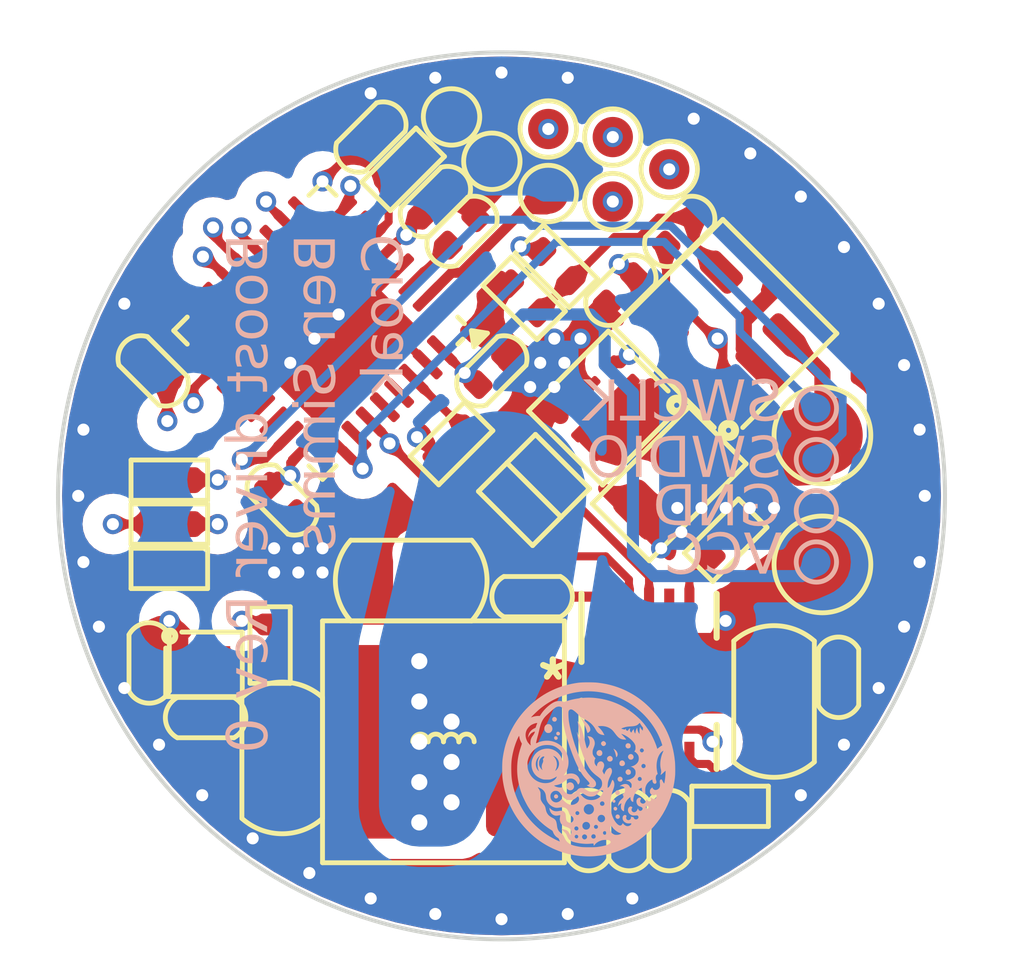
<source format=kicad_pcb>
(kicad_pcb (version 20240108) (generator "pcbnew") (generator_version "8.0")
  (title_block (comment 4 "AISLER Project ID: PRKDVBFZ"))
  (layers (0 "F.Cu" signal) (1 "In1.Cu" power) (2 "In2.Cu" power) (31 "B.Cu" signal) (34 "B.Paste" user) (35 "F.Paste" user) (36 "B.SilkS" user "B.Silkscreen") (37 "F.SilkS" user "F.Silkscreen") (38 "B.Mask" user) (39 "F.Mask" user) (44 "Edge.Cuts" user))
  (net 0 "")
  (net 1 "/HDR")
  (net 2 "GND")
  (net 3 "Net-(U1-BST)")
  (net 4 "Net-(U1-SS)")
  (net 5 "Net-(U1-COMP)")
  (net 6 "/FB")
  (net 7 "Net-(U1-SW)")
  (net 8 "Net-(U1-VDD)")
  (net 9 "+BATT")
  (net 10 "Net-(U1-ILIM)")
  (net 12 "VPP")
  (net 13 "Net-(U2--)")
  (net 14 "/-LED")
  (net 15 "/EN")
  (net 17 "VCC")
  (net 19 "/SWCLK")
  (net 21 "/BAT_SENSE")
  (net 23 "Net-(J3-Pin_1)")
  (net 24 "Net-(U3-BOOT0)")
  (net 26 "Net-(U3-NRST)")
  (net 28 "/DAC")
  (net 32 "/SWDIO")
  (net 34 "Net-(C7-Pad2)")
  (net 35 "Net-(C9-Pad2)")
  (net 36 "Net-(U1-EN)")
  (net 37 "Net-(J9-Pin_1)")
  (net 38 "Net-(J10-Pin_1)")
  (net 39 "Net-(J11-Pin_1)")
  (net 40 "Net-(J12-Pin_1)")
  (footprint "Resistor_SMD_AKL:R_0402_1005Metric" (layer "F.Cu") (at 92.6 88.4 135)
    (property "Reference" "R2" (hide yes))
    (property "Value" "24k - R_UVLO_BOTTOM" (hide yes))
  )
  (footprint "Capacitor_SMD_AKL:C_0402_1005Metric" (layer "F.Cu") (at 90.460589 82.339411 45)
    (property "Reference" "C14" (hide yes))
    (property "Value" "100nF" (hide yes))
  )
  (footprint "Capacitor_SMD_AKL:C_0402_1005Metric" (layer "F.Cu") (at 86 89 135)
    (property "Reference" "C15" (hide yes))
    (property "Value" "100nF" (hide yes))
  )
  (footprint "Resistor_SMD_AKL:R_0402_1005Metric" (layer "F.Cu") (at 85.7 92.6 90)
    (property "Reference" "R13" (hide yes))
    (property "Value" "2.25M - R_BAT_TOP" (hide yes))
  )
  (footprint "TestPoint:TestPoint_Pad_D2.0mm" (layer "F.Cu") (at 99.4 87.4 180)
    (property "Reference" "J2" (hide yes))
    (property "Value" "-LED" (hide yes))
  )
  (footprint "TestPoint:TestPoint_Pad_D1.0mm" (layer "F.Cu") (at 91.2 80.6)
    (property "Reference" "J13" (hide yes))
    (property "Value" "Button_GND" (hide yes))
  )
  (footprint "TestPoint:TestPoint_Pad_D1.0mm" (layer "F.Cu") (at 95.6 80.8)
    (property "Reference" "J10" (hide yes))
    (property "Value" "R" (hide yes))
  )
  (footprint "Capacitor_SMD_AKL:C_0805_2012Metric" (layer "F.Cu") (at 98.2 94 -90)
    (property "Reference" "C13" (hide yes))
    (property "Value" "47uF" (hide yes))
  )
  (footprint "TestPoint:TestPoint_Pad_D2.0mm" (layer "F.Cu") (at 99.4 90.6 180)
    (property "Reference" "J1" (hide yes))
    (property "Value" "+LED" (hide yes))
  )
  (footprint "TestPoint:TestPoint_Pad_D1.0mm" (layer "F.Cu") (at 92.6 81.4)
    (property "Reference" "J3" (hide yes))
    (property "Value" "Button LED")
  )
  (footprint "Capacitor_SMD_AKL:C_0402_1005Metric" (layer "F.Cu") (at 94.6 97.2 -90)
    (property "Reference" "C5" (hide yes))
    (property "Value" "22nF" (hide yes))
  )
  (footprint "Capacitor_SMD_AKL:C_0402_1005Metric" (layer "F.Cu") (at 82.8 85.8 -45)
    (property "Reference" "C19" (hide yes))
    (property "Value" "10uF" (hide yes))
  )
  (footprint "Package_TO_SOT_SMD_AKL:SOT-23-5" (layer "F.Cu") (at 97 84.8 135)
    (property "Reference" "U2" (hide yes))
    (property "Value" "OPA333AIDBV" (hide yes))
  )
  (footprint "Capacitor_SMD_AKL:C_0402_1005Metric" (layer "F.Cu") (at 99.8 93.4 -90)
    (property "Reference" "C10" (hide yes))
    (property "Value" "100nF" (hide yes))
  )
  (footprint "Capacitor_SMD_AKL:C_0402_1005Metric" (layer "F.Cu") (at 92.2 91.4)
    (property "Reference" "C6" (hide yes))
    (property "Value" "100nF" (hide yes))
  )
  (footprint "Resistor_SMD_AKL:R_0402_1005Metric" (layer "F.Cu") (at 92 84 135)
    (property "Reference" "R4" (hide yes))
    (property "Value" "3.3K - R_DAC_BOTTOM1" (hide yes))
  )
  (footprint "Capacitor_SMD_AKL:C_0402_1005Metric" (layer "F.Cu") (at 95.860589 82.339411 -135)
    (property "Reference" "C7" (hide yes))
    (property "Value" "3.3nF" (hide yes))
  )
  (footprint "TestPoint:TestPoint_Pad_D1.0mm" (layer "F.Cu") (at 94.2 81.6)
    (property "Reference" "J12" (hide yes))
    (property "Value" "Button" (hide yes))
  )
  (footprint "PCM_Package_DFN_QFN_AKL:UDFN-4-1EP_1x1mm_P0.65mm_EP0.48x0.48mm" (layer "F.Cu") (at 84.06 93.078286)
    (property "Reference" "U4" (hide yes))
    (property "Value" "NCP114AMX250TCG" (hide yes))
  )
  (footprint "Capacitor_SMD_AKL:C_0402_1005Metric" (layer "F.Cu") (at 82.7 93.044365 -90)
    (property "Reference" "C20" (hide yes))
    (property "Value" "4.7uF" (hide yes))
  )
  (footprint "footprints:QFN-13_MP3431_MNP" (layer "F.Cu") (at 95.099999 93.500001)
    (property "Reference" "U1" (hide yes))
    (property "Value" "MP3431GL-P" (hide yes))
  )
  (footprint "Resistor_SMD_AKL:R_0402_1005Metric" (layer "F.Cu") (at 91.892893 89.107107 -45)
    (property "Reference" "R1" (hide yes))
    (property "Value" "20k - R_UVLO_BOTTOM" (hide yes))
  )
  (footprint "Resistor_SMD_AKL:R_0402_1005Metric" (layer "F.Cu") (at 97 90 45)
    (property "Reference" "R7" (hide yes))
    (property "Value" "27k" (hide yes))
  )
  (footprint "Capacitor_SMD_AKL:C_0402_1005Metric" (layer "F.Cu") (at 91.2 85.8 -135)
    (property "Reference" "C17" (hide yes))
    (property "Value" "100nF" (hide yes))
  )
  (footprint "Capacitor_SMD_AKL:C_0402_1005Metric" (layer "F.Cu") (at 88.2 80 45)
    (property "Reference" "C21" (hide yes))
    (property "Value" "1nF" (hide yes))
  )
  (footprint "Package_DFN_QFN:QFN-32-1EP_5x5mm_P0.5mm_EP3.45x3.45mm" (layer "F.Cu") (at 87 84.8 -135)
    (property "Reference" "U3" (hide yes))
    (property "Value" "STM32L072KBUx" (hide yes))
  )
  (footprint "Resistor_SMD_AKL:R_0805_2012Metric" (layer "F.Cu") (at 95.6 88.6 -135)
    (property "Reference" "R6" (hide yes))
    (property "Value" "4R - R_SENSE_HDR" (hide yes))
  )
  (footprint "Package_TO_SOT_SMD_AKL:Vishay_PowerPAK_SC70-6L_Single" (layer "F.Cu") (at 94.017678 86.722703 -135)
    (property "Reference" "Q1" (hide yes))
    (property "Value" "7m - R_SENSE_MAIN" (hide yes))
  )
  (footprint "Capacitor_SMD_AKL:C_0402_1005Metric" (layer "F.Cu") (at 93.6 97.2 -90)
    (property "Reference" "C4" (hide yes))
    (property "Value" "4.7uF" (hide yes))
  )
  (footprint "Capacitor_SMD_AKL:C_0402_1005Metric" (layer "F.Cu") (at 89.8 81.6 -135)
    (property "Reference" "C18" (hide yes))
    (property "Value" "100nF" (hide yes))
  )
  (footprint "Capacitor_SMD_AKL:C_0402_1005Metric" (layer "F.Cu") (at 94.4 83.8 45)
    (property "Reference" "C8" (hide yes))
    (property "Value" "100nF" (hide yes))
  )
  (footprint "Resistor_SMD_AKL:R_0402_1005Metric" (layer "F.Cu") (at 97.109999 96.6)
    (property "Reference" "R8" (hide yes))
    (property "Value" "6.8k" (hide yes))
  )
  (footprint "Capacitor_SMD_AKL:C_0402_1005Metric" (layer "F.Cu") (at 84.1 94.4 180)
    (property "Reference" "C16" (hide yes))
    (property "Value" "4.7uF" (hide yes))
  )
  (footprint "Resistor_SMD_AKL:R_0402_1005Metric" (layer "F.Cu") (at 83.2 90.7)
    (property "Reference" "R10" (hide yes))
    (property "Value" "75k - R_FB_B" (hide yes))
  )
  (footprint "TestPoint:TestPoint_Pad_D1.0mm" (layer "F.Cu") (at 92.6 79.8)
    (property "Reference" "J11" (hide yes))
    (property "Value" "G" (hide yes))
  )
  (footprint "Resistor_SMD_AKL:R_0402_1005Metric" (layer "F.Cu") (at 83.2 89.6 180)
    (property "Reference" "R9" (hide yes))
    (property "Value" "750k - R_FB_A" (hide yes))
  )
  (footprint "Capacitor_SMD_AKL:C_0805_2012Metric" (layer "F.Cu") (at 86 95.4 -90)
    (property "Reference" "C3" (hide yes))
    (property "Value" "47uF" (hide yes))
  )
  (footprint "Resistor_SMD_AKL:R_0402_1005Metric" (layer "F.Cu") (at 92.8 83.2 -45)
    (property "Reference" "R3" (hide yes))
    (property "Value" "254k - R_DAC_TOP" (hide yes))
  )
  (footprint "TestPoint:TestPoint_Pad_D1.0mm" (layer "F.Cu") (at 94.2 80)
    (property "Reference" "J9" (hide yes))
    (property "Value" "B" (hide yes))
  )
  (footprint "Capacitor_SMD_AKL:C_0402_1005Metric" (layer "F.Cu") (at 95.6 97.2 -90)
    (property "Reference" "C9" (hide yes))
    (property "Value" "6.8nF" (hide yes))
  )
  (footprint "Resistor_SMD_AKL:R_0402_1005Metric" (layer "F.Cu") (at 89 80.8 45)
    (property "Reference" "R14" (hide yes))
    (property "Value" "3M - R_BAT_BOT" (hide yes))
  )
  (footprint "Capacitor_SMD_AKL:C_0805_2012Metric" (layer "F.Cu") (at 89.2 91 180)
    (property "Reference" "C1" (hide yes))
    (property "Value" "47uF" (hide yes))
  )
  (footprint "TestPoint:TestPoint_Pad_D1.0mm" (layer "F.Cu") (at 90.2 79.5)
    (property "Reference" "J4" (hide yes))
    (property "Value" "Button LED GND")
  )
  (footprint "Resistor_SMD_AKL:R_0402_1005Metric" (layer "F.Cu") (at 83.2 88.509999 180)
    (property "Reference" "R11" (hide yes))
    (property "Value" "450k - R_FB_C" (hide yes))
  )
  (footprint "PCM_Inductor_SMD_Handsoldering_AKL:L_Coilcraft_XAL5030" (layer "F.Cu") (at 90 95)
    (property "Reference" "L1" (hide yes))
    (property "Value" "1.3uH" (hide yes))
  )
  (footprint "Resistor_SMD_AKL:R_0402_1005Metric" (layer "F.Cu") (at 90.2 87.6 -135)
    (property "Reference" "R12" (hide yes))
    (property "Value" "10k" (hide yes))
  )
  (footprint "TestPoint:TestPoint_Pad_D0.7mm" (layer "B.Cu") (at 99.25 86.729999 -90)
    (property "Reference" "J6" (hide yes))
    (property "Value" "SWCLK" (hide yes))
  )
  (footprint "TestPoint:TestPoint_Pad_D0.7mm" (layer "B.Cu") (at 99.25 88 -90)
    (property "Reference" "J5" (hide yes))
    (property "Value" "SWDIO" (hide yes))
  )
  (footprint "TestPoint:TestPoint_Pad_D0.7mm" (layer "B.Cu") (at 99.25 90.539999 -90)
    (property "Reference" "J8" (hide yes))
    (property "Value" "VCC" (hide yes))
  )
  (footprint "TestPoint:TestPoint_Pad_D0.7mm" (layer "B.Cu") (at 99.25 89.269999 -90)
    (property "Reference" "J7" (hide yes))
    (property "Value" "GND" (hide yes))
  )
  (gr_poly (pts (xy 94.7 92.8) (xy 94.7 92.4) (xy 96.8 92.4) (xy 96.8 92.8)) (stroke (width 0.2)) (fill solid) (layer "F.Cu") (net 12))
  (gr_poly (pts (xy 92.1 92.9) (xy 92.2 92.9) (xy 94.4 93.4) (xy 94.4 93.6) (xy 94.1 93.9) (xy 92.2 97.2) (xy 92.1 97.2)) (stroke (width 0.2)) (fill solid) (layer "F.Cu") (net 7))
  (gr_circle (center 91.44 88.9) (end 93.44 88.9) (stroke (width 0.2)) (fill solid) (layer "B.Cu") (net 9))
  (gr_poly (pts (xy 94.056856 95.414901) (xy 94.057228 95.41156) (xy 94.057834 95.408224) (xy 94.058669 95.404901) (xy 94.059719 95.401597) (xy 94.060977 95.398324) (xy 94.062434 95.395085) (xy 94.064079 95.391893) (xy 94.065902 95.388755) (xy 94.067896 95.385677) (xy 94.070047 95.382669) (xy 94.072351 95.37974) (xy 94.074793 95.376898) (xy 94.077368 95.374149) (xy 94.080064 95.371504) (xy 94.082872 95.36897) (xy 94.085784 95.366556) (xy 94.088788 95.36427) (xy 94.091874 95.362119) (xy 94.095037 95.360113) (xy 94.098262 95.358257) (xy 94.101543 95.356564) (xy 94.10487 95.35504) (xy 94.10823 95.353691) (xy 94.11162 95.35253) (xy 94.115024 95.35156) (xy 94.118436 95.350794) (xy 94.121846 95.350238) (xy 94.125246 95.3499) (xy 94.128623 95.349789) (xy 94.131969 95.349912) (xy 94.135272 95.350278) (xy 94.140109 95.351214) (xy 94.144931 95.352558) (xy 94.149711 95.354285) (xy 94.154419 95.356368) (xy 94.15902 95.358782) (xy 94.163489 95.361502) (xy 94.167794 95.364502) (xy 94.171901 95.367754) (xy 94.175784 95.371237) (xy 94.179409 95.374921) (xy 94.182745 95.378782) (xy 94.185768 95.382793) (xy 94.188438 95.38693) (xy 94.190734 95.391166) (xy 94.192619 95.395476) (xy 94.193396 95.397651) (xy 94.194063 95.399834) (xy 94.195294 95.404369) (xy 94.196351 95.408513) (xy 94.197235 95.412313) (xy 94.19794 95.415821) (xy 94.198464 95.419085) (xy 94.198807 95.422148) (xy 94.198966 95.425065) (xy 94.198937 95.42788) (xy 94.198722 95.430641) (xy 94.198317 95.433398) (xy 94.197718 95.436199) (xy 94.196924 95.439092) (xy 94.195932 95.442124) (xy 94.194744 95.445346) (xy 94.193353 95.448803) (xy 94.19176 95.452546) (xy 94.190234 95.455752) (xy 94.188505 95.458839) (xy 94.186581 95.461801) (xy 94.184474 95.464635) (xy 94.18219 95.467338) (xy 94.179745 95.469909) (xy 94.177145 95.472345) (xy 94.174399 95.474643) (xy 94.171519 95.476799) (xy 94.168513 95.47881) (xy 94.165394 95.480676) (xy 94.162169 95.482392) (xy 94.158847 95.483955) (xy 94.15544 95.485364) (xy 94.151959 95.486614) (xy 94.14841 95.487704) (xy 94.144806 95.488631) (xy 94.141155 95.489391) (xy 94.137466 95.489983) (xy 94.133753 95.490403) (xy 94.130023 95.490648) (xy 94.126286 95.490715) (xy 94.122551 95.490603) (xy 94.118829 95.490309) (xy 94.115131 95.489828) (xy 94.111465 95.48916) (xy 94.107842 95.4883) (xy 94.104269 95.487245) (xy 94.100761 95.485995) (xy 94.097323 95.484546) (xy 94.093967 95.482892) (xy 94.090703 95.481036) (xy 94.088972 95.479925) (xy 94.08726 95.478718) (xy 94.085574 95.477417) (xy 94.083912 95.476029) (xy 94.080672 95.473006) (xy 94.07756 95.469682) (xy 94.074595 95.466085) (xy 94.071793 95.462255) (xy 94.069173 95.458219) (xy 94.066754 95.454016) (xy 94.06455 95.449673) (xy 94.062583 95.445228) (xy 94.060868 95.440712) (xy 94.059427 95.43616) (xy 94.058274 95.431602) (xy 94.057428 95.427073) (xy 94.057125 95.42483) (xy 94.056907 95.422607) (xy 94.056774 95.420408) (xy 94.05673 95.418237)) (stroke (width -0.000001)) (fill solid) (layer "B.SilkS"))
  (gr_poly (pts (xy 94.188734 96.470125) (xy 94.188954 96.467285) (xy 94.18937 96.46447) (xy 94.189977 96.461694) (xy 94.190771 96.458968) (xy 94.19175 96.456307) (xy 94.192906 96.453722) (xy 94.194239 96.451226) (xy 94.195741 96.448834) (xy 94.197408 96.446557) (xy 94.199238 96.444411) (xy 94.201223 96.442405) (xy 94.203365 96.440557) (xy 94.205653 96.438877) (xy 94.208087 96.437378) (xy 94.210658 96.436073) (xy 94.213369 96.434976) (xy 94.216209 96.4341) (xy 94.219178 96.43346) (xy 94.222267 96.433064) (xy 94.225477 96.432931) (xy 94.228147 96.433017) (xy 94.230759 96.433272) (xy 94.233313 96.433692) (xy 94.235804 96.434268) (xy 94.238224 96.434994) (xy 94.240575 96.435866) (xy 94.24285 96.436876) (xy 94.245044 96.43802) (xy 94.247154 96.43929) (xy 94.249177 96.440679) (xy 94.251106 96.442185) (xy 94.252941 96.443798) (xy 94.254675 96.445512) (xy 94.256304 96.447325) (xy 94.257825 96.449227) (xy 94.259234 96.451213) (xy 94.260526 96.453277) (xy 94.261699 96.455412) (xy 94.262745 96.457614) (xy 94.263665 96.459877) (xy 94.26445 96.462191) (xy 94.265099 96.464555) (xy 94.265608 96.46696) (xy 94.265972 96.4694) (xy 94.266185 96.47187) (xy 94.266249 96.474362) (xy 94.266153 96.476872) (xy 94.265898 96.479393) (xy 94.265476 96.48192) (xy 94.264886 96.484446) (xy 94.264122 96.486964) (xy 94.263182 96.48947) (xy 94.262209 96.491645) (xy 94.261132 96.493713) (xy 94.259956 96.495672) (xy 94.258687 96.497521) (xy 94.257327 96.49926) (xy 94.255884 96.500889) (xy 94.254358 96.502405) (xy 94.252755 96.50381) (xy 94.251079 96.505099) (xy 94.249339 96.506273) (xy 94.247533 96.507333) (xy 94.245671 96.508276) (xy 94.243753 96.509102) (xy 94.241785 96.509811) (xy 94.239773 96.510398) (xy 94.237719 96.510867) (xy 94.235628 96.511215) (xy 94.233507 96.511441) (xy 94.231358 96.511545) (xy 94.229187 96.511526) (xy 94.226995 96.511381) (xy 94.224792 96.511111) (xy 94.222579 96.510717) (xy 94.220358 96.510193) (xy 94.21814 96.509544) (xy 94.215924 96.508764) (xy 94.213717 96.507856) (xy 94.211522 96.506816) (xy 94.209345 96.505646) (xy 94.207191 96.504344) (xy 94.205062 96.502907) (xy 94.202964 96.501338) (xy 94.200495 96.499225) (xy 94.198273 96.496982) (xy 94.196294 96.494618) (xy 94.194555 96.492147) (xy 94.193049 96.489582) (xy 94.191777 96.48694) (xy 94.190729 96.484228) (xy 94.189903 96.481463) (xy 94.189294 96.478656) (xy 94.188901 96.475824) (xy 94.188715 96.472975)) (stroke (width -0.000001)) (fill solid) (layer "B.SilkS"))
  (gr_poly (pts (xy 94.219844 96.653557) (xy 94.220233 96.6499) (xy 94.220869 96.646389) (xy 94.221735 96.643031) (xy 94.222826 96.63983) (xy 94.224129 96.636789) (xy 94.225631 96.633912) (xy 94.227323 96.631206) (xy 94.229192 96.628673) (xy 94.231228 96.626317) (xy 94.233418 96.624144) (xy 94.235752 96.622158) (xy 94.23822 96.620363) (xy 94.240807 96.618763) (xy 94.243507 96.617363) (xy 94.246302 96.616168) (xy 94.249188 96.61518) (xy 94.252148 96.614405) (xy 94.255171 96.613846) (xy 94.258249 96.61351) (xy 94.261372 96.613398) (xy 94.264524 96.613518) (xy 94.267694 96.613872) (xy 94.270874 96.614463) (xy 94.274051 96.615298) (xy 94.277215 96.616382) (xy 94.280352 96.617715) (xy 94.283451 96.619306) (xy 94.286505 96.621157) (xy 94.289497 96.623273) (xy 94.29242 96.625656) (xy 94.295262 96.628314) (xy 94.297017 96.630133) (xy 94.298666 96.631969) (xy 94.300207 96.63382) (xy 94.301643 96.635689) (xy 94.302968 96.63757) (xy 94.30419 96.639467) (xy 94.305304 96.641375) (xy 94.30631 96.643296) (xy 94.307209 96.645227) (xy 94.308 96.647168) (xy 94.308685 96.649119) (xy 94.309262 96.651076) (xy 94.309731 96.65304) (xy 94.310093 96.65501) (xy 94.310348 96.656985) (xy 94.310495 96.658964) (xy 94.310534 96.660946) (xy 94.310467 96.662928) (xy 94.31029 96.664913) (xy 94.310008 96.666897) (xy 94.309617 96.668881) (xy 94.309117 96.670862) (xy 94.308511 96.672839) (xy 94.307796 96.674813) (xy 94.306973 96.676781) (xy 94.306042 96.678744) (xy 94.305003 96.680701) (xy 94.303856 96.682648) (xy 94.302601 96.684586) (xy 94.301238 96.686515) (xy 94.299767 96.688434) (xy 94.298186 96.690339) (xy 94.295556 96.693164) (xy 94.292802 96.69568) (xy 94.289934 96.697898) (xy 94.286968 96.69982) (xy 94.283917 96.701453) (xy 94.280796 96.702802) (xy 94.277616 96.703874) (xy 94.274393 96.704675) (xy 94.271144 96.705209) (xy 94.267875 96.705484) (xy 94.264606 96.705503) (xy 94.261347 96.705274) (xy 94.258112 96.704802) (xy 94.254919 96.704093) (xy 94.251777 96.703153) (xy 94.248701 96.701988) (xy 94.245705 96.700602) (xy 94.242803 96.699002) (xy 94.240009 96.697193) (xy 94.237336 96.695182) (xy 94.234798 96.692976) (xy 94.232408 96.690577) (xy 94.230182 96.687993) (xy 94.228132 96.685231) (xy 94.226271 96.682295) (xy 94.224612 96.679189) (xy 94.223173 96.675923) (xy 94.221964 96.672499) (xy 94.221001 96.668925) (xy 94.220294 96.665207) (xy 94.219859 96.66135) (xy 94.219714 96.657359)) (stroke (width -0.000001)) (fill solid) (layer "B.SilkS"))
  (gr_poly (pts (xy 93.797712 95.273365) (xy 93.798513 95.266878) (xy 93.799816 95.260666) (xy 93.801589 95.254733) (xy 93.80381 95.249093) (xy 93.806446 95.243752) (xy 93.809472 95.238717) (xy 93.812858 95.234001) (xy 93.816579 95.229611) (xy 93.820603 95.225554) (xy 93.824905 95.221841) (xy 93.829456 95.218478) (xy 93.834229 95.215477) (xy 93.839198 95.212846) (xy 93.84433 95.210593) (xy 93.849603 95.208725) (xy 93.854984 95.207254) (xy 93.860446 95.206187) (xy 93.865964 95.205533) (xy 93.871507 95.205301) (xy 93.877051 95.205499) (xy 93.882562 95.206137) (xy 93.88802 95.207223) (xy 93.893389 95.208766) (xy 93.898648 95.210773) (xy 93.903763 95.213254) (xy 93.908712 95.216219) (xy 93.913464 95.219675) (xy 93.917991 95.223632) (xy 93.922265 95.228099) (xy 93.926257 95.233082) (xy 93.929944 95.238593) (xy 93.932683 95.243593) (xy 93.935021 95.248907) (xy 93.936959 95.254484) (xy 93.938499 95.260268) (xy 93.939646 95.266209) (xy 93.940398 95.27225) (xy 93.940756 95.278339) (xy 93.940725 95.284423) (xy 93.94031 95.290449) (xy 93.939506 95.29636) (xy 93.938318 95.302105) (xy 93.936749 95.307632) (xy 93.9348 95.312886) (xy 93.932473 95.317811) (xy 93.92977 95.322357) (xy 93.928277 95.324472) (xy 93.926693 95.326471) (xy 93.922481 95.331094) (xy 93.918046 95.335242) (xy 93.913415 95.338923) (xy 93.908606 95.342146) (xy 93.903643 95.344918) (xy 93.898554 95.347247) (xy 93.893358 95.349145) (xy 93.888078 95.350615) (xy 93.882743 95.35167) (xy 93.877369 95.352315) (xy 93.871985 95.352561) (xy 93.866611 95.352414) (xy 93.861271 95.351885) (xy 93.855991 95.350981) (xy 93.850789 95.349708) (xy 93.845694 95.34808) (xy 93.840726 95.3461) (xy 93.835909 95.343779) (xy 93.831267 95.341125) (xy 93.826825 95.338146) (xy 93.822601 95.33485) (xy 93.818624 95.331248) (xy 93.814914 95.327344) (xy 93.811494 95.323151) (xy 93.808392 95.318674) (xy 93.805625 95.313921) (xy 93.803221 95.308905) (xy 93.8012 95.303628) (xy 93.79959 95.298104) (xy 93.79841 95.292338) (xy 93.797686 95.286339) (xy 93.797439 95.280117)) (stroke (width -0.000001)) (fill solid) (layer "B.SilkS"))
  (gr_poly (pts (xy 94.517135 95.094348) (xy 94.517234 95.090569) (xy 94.517422 95.087121) (xy 94.51771 95.08396) (xy 94.518118 95.081047) (xy 94.518661 95.078343) (xy 94.519356 95.075808) (xy 94.520218 95.073401) (xy 94.521266 95.071081) (xy 94.522512 95.068808) (xy 94.523972 95.066542) (xy 94.525668 95.064244) (xy 94.527612 95.061875) (xy 94.52982 95.059391) (xy 94.53231 95.056752) (xy 94.535097 95.053922) (xy 94.537865 95.0512) (xy 94.540457 95.048761) (xy 94.542912 95.046586) (xy 94.545258 95.044662) (xy 94.547535 95.042976) (xy 94.549774 95.041511) (xy 94.550888 95.040859) (xy 94.552009 95.040257) (xy 94.553134 95.039701) (xy 94.554273 95.039194) (xy 94.55543 95.038731) (xy 94.556605 95.03831) (xy 94.557806 95.037931) (xy 94.559036 95.037593) (xy 94.561598 95.037024) (xy 94.564331 95.036591) (xy 94.567264 95.036281) (xy 94.570434 95.036077) (xy 94.573873 95.035964) (xy 94.577616 95.03593) (xy 94.582787 95.036055) (xy 94.587758 95.036434) (xy 94.592529 95.037063) (xy 94.597101 95.037944) (xy 94.601473 95.039079) (xy 94.605645 95.040463) (xy 94.609619 95.042101) (xy 94.613393 95.043991) (xy 94.616968 95.046134) (xy 94.620345 95.048529) (xy 94.623523 95.051175) (xy 94.626502 95.054075) (xy 94.629283 95.057228) (xy 94.631866 95.060633) (xy 94.634251 95.064292) (xy 94.636438 95.068203) (xy 94.638137 95.07186) (xy 94.639605 95.075793) (xy 94.640843 95.07996) (xy 94.641853 95.084322) (xy 94.642633 95.088837) (xy 94.643181 95.093465) (xy 94.643503 95.098168) (xy 94.643594 95.102905) (xy 94.643459 95.107634) (xy 94.643094 95.112317) (xy 94.642501 95.116911) (xy 94.641679 95.121378) (xy 94.64063 95.125678) (xy 94.639352 95.12977) (xy 94.637848 95.133613) (xy 94.636116 95.137167) (xy 94.635296 95.138606) (xy 94.634403 95.140043) (xy 94.633447 95.141469) (xy 94.632433 95.142875) (xy 94.631376 95.144254) (xy 94.630277 95.145595) (xy 94.629151 95.146887) (xy 94.628003 95.148124) (xy 94.626844 95.149297) (xy 94.625683 95.150396) (xy 94.624527 95.151411) (xy 94.623385 95.152333) (xy 94.622265 95.153154) (xy 94.621176 95.153864) (xy 94.620128 95.154455) (xy 94.619129 95.154917) (xy 94.61187 95.157681) (xy 94.60488 95.159969) (xy 94.598151 95.16178) (xy 94.591675 95.16311) (xy 94.585445 95.16396) (xy 94.579451 95.164327) (xy 94.573686 95.164211) (xy 94.568138 95.163611) (xy 94.562803 95.162524) (xy 94.55767 95.160951) (xy 94.552734 95.158888) (xy 94.547983 95.156336) (xy 94.54341 95.153292) (xy 94.539007 95.149757) (xy 94.534764 95.145727) (xy 94.530674 95.141203) (xy 94.528772 95.138872) (xy 94.527041 95.136597) (xy 94.525476 95.134357) (xy 94.524071 95.132129) (xy 94.522819 95.129894) (xy 94.521713 95.127629) (xy 94.520742 95.125311) (xy 94.519907 95.122919) (xy 94.519193 95.12043) (xy 94.518596 95.117825) (xy 94.518111 95.11508) (xy 94.517732 95.112173) (xy 94.517447 95.109083) (xy 94.517253 95.105787) (xy 94.51714 95.102265) (xy 94.517106 95.098496)) (stroke (width -0.000001)) (fill solid) (layer "B.SilkS"))
  (gr_poly (pts (xy 93.426542 94.416553) (xy 93.43233 94.421237) (xy 93.439902 94.427567) (xy 93.459109 94.44405) (xy 93.481593 94.463771) (xy 93.50479 94.484503) (xy 93.521388 94.499774) (xy 93.536858 94.514599) (xy 93.551216 94.528995) (xy 93.564471 94.542983) (xy 93.576637 94.556584) (xy 93.587731 94.569815) (xy 93.597763 94.582697) (xy 93.606747 94.595251) (xy 93.614697 94.607494) (xy 93.621627 94.619446) (xy 93.627548 94.631129) (xy 93.632478 94.642562) (xy 93.636425 94.653762) (xy 93.639409 94.664752) (xy 93.641435 94.675549) (xy 93.642524 94.686175) (xy 93.642748 94.692339) (xy 93.642717 94.698507) (xy 93.642444 94.704514) (xy 93.641951 94.710196) (xy 93.641254 94.715386) (xy 93.640836 94.717746) (xy 93.640373 94.719922) (xy 93.639868 94.721893) (xy 93.639323 94.723637) (xy 93.638742 94.725136) (xy 93.638125 94.726367) (xy 93.635304 94.730855) (xy 93.631995 94.735488) (xy 93.628265 94.740203) (xy 93.624185 94.744942) (xy 93.619825 94.749645) (xy 93.615253 94.754252) (xy 93.610543 94.758705) (xy 93.60576 94.762942) (xy 93.600976 94.766904) (xy 93.596258 94.770533) (xy 93.59168 94.773766) (xy 93.587309 94.776546) (xy 93.583216 94.778812) (xy 93.579469 94.780504) (xy 93.577749 94.781117) (xy 93.576138 94.781564) (xy 93.574653 94.781838) (xy 93.573297 94.78193) (xy 93.573146 94.781849) (xy 93.572948 94.781607) (xy 93.572412 94.780662) (xy 93.571697 94.779122) (xy 93.570817 94.777025) (xy 93.5686 94.771274) (xy 93.565853 94.763666) (xy 93.562663 94.754454) (xy 93.559125 94.743896) (xy 93.555322 94.732243) (xy 93.551351 94.719753) (xy 93.537722 94.678742) (xy 93.5225 94.637232) (xy 93.506 94.595924) (xy 93.488533 94.555512) (xy 93.470417 94.516697) (xy 93.45196 94.480177) (xy 93.433479 94.446647) (xy 93.415286 94.416806) (xy 93.403315 94.398285)) (stroke (width -0.000001)) (fill solid) (layer "B.SilkS"))
  (gr_poly (pts (xy 92.501701 94.661654) (xy 92.50272 94.653193) (xy 92.504304 94.644961) (xy 92.506424 94.636979) (xy 92.509056 94.629267) (xy 92.512177 94.621849) (xy 92.515759 94.614745) (xy 92.519779 94.607977) (xy 92.524213 94.601569) (xy 92.529033 94.595541) (xy 92.534219 94.589916) (xy 92.53974 94.584715) (xy 92.545573 94.57996) (xy 92.551695 94.575672) (xy 92.558081 94.571876) (xy 92.564705 94.568591) (xy 92.57154 94.565839) (xy 92.578565 94.563643) (xy 92.585753 94.562024) (xy 92.593077 94.561006) (xy 92.600516 94.560607) (xy 92.608043 94.560853) (xy 92.615633 94.561764) (xy 92.62326 94.56336) (xy 92.630903 94.565666) (xy 92.638532 94.568703) (xy 92.646126 94.572492) (xy 92.653657 94.577057) (xy 92.657435 94.579716) (xy 92.661083 94.582603) (xy 92.664597 94.585705) (xy 92.667973 94.589011) (xy 92.671208 94.59251) (xy 92.674298 94.596189) (xy 92.677241 94.600037) (xy 92.680035 94.604046) (xy 92.682673 94.608201) (xy 92.685157 94.612491) (xy 92.687478 94.616907) (xy 92.689636 94.621436) (xy 92.69163 94.626066) (xy 92.693453 94.630788) (xy 92.696577 94.64046) (xy 92.698986 94.650358) (xy 92.699913 94.655365) (xy 92.700652 94.660394) (xy 92.701198 94.665435) (xy 92.70155 94.670477) (xy 92.701702 94.675507) (xy 92.701654 94.680515) (xy 92.7014 94.685491) (xy 92.700939 94.690421) (xy 92.700268 94.695296) (xy 92.699381 94.700103) (xy 92.698276 94.70483) (xy 92.696951 94.709469) (xy 92.695403 94.714006) (xy 92.693627 94.718431) (xy 92.691703 94.722572) (xy 92.68952 94.726729) (xy 92.687096 94.730882) (xy 92.68445 94.73501) (xy 92.681607 94.739088) (xy 92.678581 94.743098) (xy 92.675397 94.747013) (xy 92.67207 94.750814) (xy 92.668624 94.754478) (xy 92.665076 94.757986) (xy 92.661448 94.76131) (xy 92.657759 94.764436) (xy 92.65403 94.767334) (xy 92.650279 94.769987) (xy 92.646528 94.772372) (xy 92.642795 94.774465) (xy 92.639012 94.776166) (xy 92.634676 94.77764) (xy 92.62986 94.778882) (xy 92.62465 94.779895) (xy 92.619117 94.780681) (xy 92.613343 94.781237) (xy 92.607408 94.781565) (xy 92.601389 94.781665) (xy 92.595366 94.781535) (xy 92.58942 94.781178) (xy 92.583625 94.780595) (xy 92.578063 94.779783) (xy 92.572811 94.778743) (xy 92.567949 94.777476) (xy 92.563556 94.775984) (xy 92.559711 94.774263) (xy 92.555479 94.771865) (xy 92.551227 94.769053) (xy 92.546986 94.765864) (xy 92.542784 94.762334) (xy 92.538649 94.758498) (xy 92.534611 94.754394) (xy 92.530696 94.750058) (xy 92.52694 94.745527) (xy 92.523365 94.740836) (xy 92.520005 94.736022) (xy 92.516882 94.731123) (xy 92.514033 94.726172) (xy 92.511481 94.721208) (xy 92.509258 94.716264) (xy 92.507392 94.711382) (xy 92.50591 94.706593) (xy 92.503744 94.697325) (xy 92.502264 94.688177) (xy 92.501448 94.679167) (xy 92.501267 94.670317)) (stroke (width -0.000001)) (fill solid) (layer "B.SilkS"))
  (gr_poly (pts (xy 92.744526 94.900523) (xy 92.744907 94.896928) (xy 92.745527 94.893481) (xy 92.74638 94.89019) (xy 92.747449 94.887055) (xy 92.748726 94.884082) (xy 92.750199 94.881275) (xy 92.751859 94.878636) (xy 92.753692 94.876172) (xy 92.755691 94.873886) (xy 92.757842 94.871782) (xy 92.760133 94.869864) (xy 92.762557 94.868137) (xy 92.765102 94.866603) (xy 92.767753 94.865265) (xy 92.770502 94.864132) (xy 92.773342 94.863204) (xy 92.776255 94.862487) (xy 92.779232 94.861983) (xy 92.782264 94.861698) (xy 92.785342 94.861635) (xy 92.788449 94.861797) (xy 92.791579 94.862192) (xy 92.794717 94.862821) (xy 92.797855 94.863688) (xy 92.800982 94.864796) (xy 92.804088 94.866152) (xy 92.807159 94.86776) (xy 92.810185 94.869621) (xy 92.813154 94.871741) (xy 92.816061 94.874124) (xy 92.818886 94.876773) (xy 92.820682 94.878634) (xy 92.822367 94.880517) (xy 92.823942 94.882417) (xy 92.825406 94.884336) (xy 92.826761 94.88627) (xy 92.828004 94.888218) (xy 92.829139 94.890178) (xy 92.83016 94.892149) (xy 92.831074 94.894128) (xy 92.831874 94.896115) (xy 92.832565 94.898109) (xy 92.833144 94.900106) (xy 92.833615 94.902105) (xy 92.833972 94.904104) (xy 92.834218 94.906103) (xy 92.834356 94.908097) (xy 92.83438 94.91009) (xy 92.834294 94.912073) (xy 92.834095 94.914051) (xy 92.833787 94.916018) (xy 92.833366 94.917975) (xy 92.832833 94.919918) (xy 92.83219 94.921848) (xy 92.831436 94.92376) (xy 92.830568 94.925655) (xy 92.829588 94.92753) (xy 92.828499 94.929383) (xy 92.827297 94.931215) (xy 92.825982 94.933021) (xy 92.824554 94.934801) (xy 92.823018 94.936553) (xy 92.821366 94.938275) (xy 92.81856 94.940884) (xy 92.815658 94.943201) (xy 92.812675 94.945235) (xy 92.80962 94.94699) (xy 92.806508 94.94847) (xy 92.80335 94.949681) (xy 92.800157 94.950628) (xy 92.796941 94.951317) (xy 92.793715 94.951754) (xy 92.790492 94.951944) (xy 92.787283 94.951891) (xy 92.784099 94.951601) (xy 92.780951 94.95108) (xy 92.777854 94.950332) (xy 92.774821 94.949364) (xy 92.771862 94.94818) (xy 92.768986 94.946786) (xy 92.76621 94.945187) (xy 92.763546 94.943388) (xy 92.761 94.941395) (xy 92.758593 94.939214) (xy 92.75633 94.936848) (xy 92.754224 94.934303) (xy 92.75229 94.931586) (xy 92.750538 94.928702) (xy 92.748982 94.925656) (xy 92.74763 94.922452) (xy 92.746498 94.919096) (xy 92.745597 94.915595) (xy 92.744938 94.911952) (xy 92.744533 94.908172) (xy 92.744396 94.904263)) (stroke (width -0.000001)) (fill solid) (layer "B.SilkS"))
  (gr_poly (pts (xy 92.742179 96.351395) (xy 92.742622 96.348006) (xy 92.743287 96.344674) (xy 92.744163 96.341406) (xy 92.745245 96.33821) (xy 92.746522 96.335095) (xy 92.747981 96.33207) (xy 92.749617 96.329144) (xy 92.751418 96.326327) (xy 92.753376 96.323624) (xy 92.755479 96.321047) (xy 92.75772 96.318602) (xy 92.76009 96.316301) (xy 92.762577 96.314148) (xy 92.765174 96.312156) (xy 92.767871 96.310333) (xy 92.770659 96.308685) (xy 92.773525 96.307223) (xy 92.776466 96.305955) (xy 92.779466 96.304889) (xy 92.782518 96.304034) (xy 92.785615 96.303401) (xy 92.788744 96.302994) (xy 92.791899 96.302827) (xy 92.795067 96.302904) (xy 92.798239 96.303237) (xy 92.801409 96.303832) (xy 92.804565 96.3047) (xy 92.807697 96.305847) (xy 92.811306 96.307462) (xy 92.814748 96.30924) (xy 92.818019 96.311173) (xy 92.821118 96.313251) (xy 92.82404 96.315463) (xy 92.826787 96.317804) (xy 92.829352 96.32026) (xy 92.831738 96.322826) (xy 92.833938 96.325489) (xy 92.835952 96.328244) (xy 92.837779 96.331077) (xy 92.839414 96.333982) (xy 92.840855 96.336948) (xy 92.842104 96.339967) (xy 92.843155 96.343031) (xy 92.844005 96.346128) (xy 92.844653 96.34925) (xy 92.845097 96.352386) (xy 92.845336 96.35553) (xy 92.845368 96.35867) (xy 92.845186 96.361799) (xy 92.844793 96.364906) (xy 92.844184 96.367984) (xy 92.843359 96.371021) (xy 92.842313 96.374009) (xy 92.841046 96.376938) (xy 92.839555 96.379799) (xy 92.837835 96.382584) (xy 92.83589 96.385284) (xy 92.833711 96.387887) (xy 92.831302 96.390388) (xy 92.828658 96.392773) (xy 92.825592 96.395197) (xy 92.822459 96.397379) (xy 92.819263 96.39932) (xy 92.816016 96.401027) (xy 92.812727 96.4025) (xy 92.809405 96.403745) (xy 92.806061 96.404762) (xy 92.802704 96.405554) (xy 92.79934 96.406126) (xy 92.795984 96.406481) (xy 92.792643 96.406619) (xy 92.789328 96.406547) (xy 92.786045 96.406266) (xy 92.782808 96.405781) (xy 92.779621 96.405092) (xy 92.776499 96.404203) (xy 92.773448 96.403118) (xy 92.770478 96.401839) (xy 92.767601 96.400369) (xy 92.764826 96.398714) (xy 92.762159 96.396872) (xy 92.75961 96.39485) (xy 92.757194 96.39265) (xy 92.754916 96.390274) (xy 92.752785 96.387727) (xy 92.750812 96.38501) (xy 92.749006 96.382128) (xy 92.747379 96.379082) (xy 92.745935 96.375876) (xy 92.74469 96.372513) (xy 92.743649 96.368996) (xy 92.742823 96.365328) (xy 92.74228 96.361804) (xy 92.742 96.358303) (xy 92.741969 96.354829)) (stroke (width -0.000001)) (fill solid) (layer "B.SilkS"))
  (gr_poly (pts (xy 93.047011 96.095289) (xy 93.047669 96.089498) (xy 93.048659 96.083756) (xy 93.049972 96.078084) (xy 93.051607 96.072494) (xy 93.053562 96.067009) (xy 93.055837 96.061644) (xy 93.058424 96.056418) (xy 93.061326 96.051348) (xy 93.064537 96.046452) (xy 93.068055 96.041747) (xy 93.071878 96.037252) (xy 93.076004 96.032985) (xy 93.080429 96.028963) (xy 93.085149 96.025204) (xy 93.090166 96.021726) (xy 93.095476 96.018546) (xy 93.101076 96.015683) (xy 93.106356 96.013307) (xy 93.111467 96.011224) (xy 93.116435 96.009435) (xy 93.121276 96.007936) (xy 93.126012 96.006731) (xy 93.130664 96.005816) (xy 93.135251 96.00519) (xy 93.139793 96.004851) (xy 93.144312 96.004803) (xy 93.148826 96.005041) (xy 93.153356 96.005565) (xy 93.157924 96.006373) (xy 93.162549 96.007467) (xy 93.16725 96.008843) (xy 93.172049 96.010503) (xy 93.176967 96.012445) (xy 93.181517 96.01442) (xy 93.185786 96.016429) (xy 93.189786 96.01849) (xy 93.19354 96.02062) (xy 93.197065 96.022836) (xy 93.200386 96.025158) (xy 93.203516 96.027604) (xy 93.206476 96.030189) (xy 93.209286 96.032932) (xy 93.211964 96.035851) (xy 93.214532 96.038965) (xy 93.217004 96.04229) (xy 93.219406 96.045843) (xy 93.221753 96.049644) (xy 93.224066 96.053711) (xy 93.226361 96.058059) (xy 93.228838 96.063187) (xy 93.231055 96.068349) (xy 93.233015 96.073537) (xy 93.234712 96.078737) (xy 93.236146 96.083942) (xy 93.237319 96.08914) (xy 93.238225 96.09432) (xy 93.238868 96.099471) (xy 93.239245 96.104586) (xy 93.239353 96.109649) (xy 93.239193 96.114654) (xy 93.238764 96.11959) (xy 93.238066 96.124445) (xy 93.237093 96.129209) (xy 93.235849 96.133871) (xy 93.234334 96.138421) (xy 93.231862 96.144573) (xy 93.229092 96.150437) (xy 93.22604 96.156013) (xy 93.222718 96.161294) (xy 93.219141 96.166276) (xy 93.215322 96.17096) (xy 93.211277 96.175339) (xy 93.207019 96.17941) (xy 93.202565 96.183171) (xy 93.197927 96.186619) (xy 93.193118 96.189747) (xy 93.188155 96.192555) (xy 93.18305 96.195039) (xy 93.177818 96.197195) (xy 93.172471 96.199018) (xy 93.16703 96.200508) (xy 93.161501 96.201659) (xy 93.155905 96.202468) (xy 93.150251 96.202933) (xy 93.144556 96.203047) (xy 93.138834 96.202811) (xy 93.133098 96.20222) (xy 93.127366 96.20127) (xy 93.121647 96.199957) (xy 93.115959 96.198279) (xy 93.110314 96.196232) (xy 93.104726 96.193813) (xy 93.099212 96.191017) (xy 93.093783 96.187843) (xy 93.088457 96.184284) (xy 93.083245 96.180341) (xy 93.078162 96.176008) (xy 93.073602 96.171607) (xy 93.069406 96.166989) (xy 93.065575 96.162172) (xy 93.062104 96.157172) (xy 93.058991 96.152011) (xy 93.056234 96.146702) (xy 93.053831 96.141265) (xy 93.051779 96.135717) (xy 93.050073 96.130079) (xy 93.048715 96.124363) (xy 93.047698 96.118591) (xy 93.047022 96.11278) (xy 93.046684 96.106948) (xy 93.046681 96.101112)) (stroke (width -0.000001)) (fill solid) (layer "B.SilkS"))
  (gr_poly (pts (xy 92.696986 94.436799) (xy 92.697613 94.431485) (xy 92.698631 94.426414) (xy 92.700024 94.421594) (xy 92.701763 94.417027) (xy 92.703831 94.412724) (xy 92.706205 94.408688) (xy 92.708863 94.404925) (xy 92.711786 94.401443) (xy 92.714951 94.398247) (xy 92.718336 94.395343) (xy 92.721922 94.392737) (xy 92.725685 94.390436) (xy 92.729603 94.388443) (xy 92.733658 94.386767) (xy 92.737826 94.385414) (xy 92.742085 94.384389) (xy 92.746416 94.383698) (xy 92.750797 94.383348) (xy 92.755204 94.383344) (xy 92.759619 94.383691) (xy 92.764016 94.384399) (xy 92.768381 94.38547) (xy 92.772685 94.386913) (xy 92.77691 94.388732) (xy 92.781036 94.390931) (xy 92.785038 94.393524) (xy 92.788897 94.396508) (xy 92.792592 94.399895) (xy 92.796098 94.403687) (xy 92.799398 94.407894) (xy 92.802469 94.412519) (xy 92.804813 94.416565) (xy 92.806848 94.420518) (xy 92.808579 94.424395) (xy 92.810002 94.4282) (xy 92.811119 94.431951) (xy 92.811928 94.435656) (xy 92.812433 94.439329) (xy 92.81263 94.442979) (xy 92.812522 94.446619) (xy 92.812109 94.450261) (xy 92.811389 94.453916) (xy 92.810364 94.457595) (xy 92.809033 94.461311) (xy 92.807398 94.465074) (xy 92.805456 94.468896) (xy 92.803212 94.47279) (xy 92.800253 94.477216) (xy 92.797047 94.481231) (xy 92.793617 94.484842) (xy 92.789983 94.488055) (xy 92.786168 94.490875) (xy 92.782194 94.493312) (xy 92.778085 94.495368) (xy 92.773863 94.497051) (xy 92.769549 94.498369) (xy 92.765167 94.499327) (xy 92.760737 94.499931) (xy 92.756287 94.500189) (xy 92.751832 94.500105) (xy 92.747401 94.499687) (xy 92.743009 94.498943) (xy 92.738687 94.497876) (xy 92.734452 94.496495) (xy 92.730329 94.494806) (xy 92.726337 94.492814) (xy 92.722502 94.490527) (xy 92.718845 94.487951) (xy 92.715387 94.485091) (xy 92.712153 94.481955) (xy 92.709165 94.47855) (xy 92.706441 94.474881) (xy 92.704011 94.470953) (xy 92.701893 94.466776) (xy 92.700109 94.462354) (xy 92.698683 94.457694) (xy 92.697634 94.452803) (xy 92.696992 94.447687) (xy 92.69677 94.442352)) (stroke (width -0.000001)) (fill solid) (layer "B.SilkS"))
  (gr_poly (pts (xy 94.26822 96.85319) (xy 94.268518 96.849456) (xy 94.269068 96.845774) (xy 94.269862 96.842156) (xy 94.270895 96.838613) (xy 94.272166 96.835163) (xy 94.273665 96.831817) (xy 94.275387 96.828589) (xy 94.277327 96.825493) (xy 94.27948 96.822541) (xy 94.281839 96.819747) (xy 94.284402 96.817127) (xy 94.287159 96.814691) (xy 94.290107 96.812455) (xy 94.293239 96.81043) (xy 94.296554 96.808631) (xy 94.300041 96.807074) (xy 94.303697 96.805768) (xy 94.307514 96.804728) (xy 94.311492 96.803971) (xy 94.315621 96.803505) (xy 94.319896 96.803346) (xy 94.32369 96.803475) (xy 94.327392 96.803853) (xy 94.330992 96.804474) (xy 94.33449 96.805326) (xy 94.337877 96.8064) (xy 94.341146 96.80769) (xy 94.344294 96.809182) (xy 94.347317 96.81087) (xy 94.350209 96.812745) (xy 94.352964 96.814797) (xy 94.355576 96.817016) (xy 94.358039 96.819394) (xy 94.360351 96.821921) (xy 94.362502 96.824587) (xy 94.36449 96.827385) (xy 94.36631 96.830306) (xy 94.367954 96.833337) (xy 94.369419 96.836474) (xy 94.370699 96.839704) (xy 94.371788 96.843019) (xy 94.372681 96.84641) (xy 94.373372 96.849866) (xy 94.373858 96.853381) (xy 94.37413 96.856944) (xy 94.374187 96.860546) (xy 94.37402 96.86418) (xy 94.373625 96.867832) (xy 94.372997 96.871497) (xy 94.372129 96.875162) (xy 94.371017 96.878822) (xy 94.369657 96.882465) (xy 94.368042 96.886084) (xy 94.3673 96.887523) (xy 94.366486 96.888928) (xy 94.365602 96.890297) (xy 94.364649 96.891628) (xy 94.36363 96.892923) (xy 94.362546 96.894181) (xy 94.361397 96.895398) (xy 94.360187 96.896576) (xy 94.358917 96.897715) (xy 94.35759 96.898811) (xy 94.356205 96.899864) (xy 94.354765 96.900874) (xy 94.353275 96.901841) (xy 94.351733 96.902764) (xy 94.350139 96.90364) (xy 94.348501 96.904468) (xy 94.346814 96.90525) (xy 94.345084 96.905983) (xy 94.343312 96.906669) (xy 94.341499 96.907304) (xy 94.339647 96.907887) (xy 94.337759 96.908419) (xy 94.335836 96.908898) (xy 94.333877 96.909324) (xy 94.331888 96.909697) (xy 94.329869 96.910014) (xy 94.32782 96.910274) (xy 94.325744 96.910478) (xy 94.323644 96.910625) (xy 94.321524 96.910714) (xy 94.31938 96.910743) (xy 94.317215 96.910711) (xy 94.314539 96.910588) (xy 94.311997 96.910371) (xy 94.309576 96.910052) (xy 94.307263 96.909625) (xy 94.305042 96.909083) (xy 94.302903 96.908422) (xy 94.300834 96.907632) (xy 94.298816 96.906709) (xy 94.296843 96.905644) (xy 94.294899 96.904434) (xy 94.292968 96.903069) (xy 94.291042 96.901544) (xy 94.289104 96.899852) (xy 94.287142 96.897988) (xy 94.285141 96.895942) (xy 94.283092 96.893713) (xy 94.280265 96.890316) (xy 94.277749 96.886823) (xy 94.27554 96.883246) (xy 94.273628 96.879595) (xy 94.272015 96.875889) (xy 94.27069 96.872137) (xy 94.269651 96.868356) (xy 94.268889 96.864556) (xy 94.268401 96.860753) (xy 94.268179 96.856959)) (stroke (width -0.000001)) (fill solid) (layer "B.SilkS"))
  (gr_poly (pts (xy 91.456661 95.606326) (xy 91.457962 95.550027) (xy 91.460396 95.499393) (xy 91.46422 95.451788) (xy 91.469693 95.404574) (xy 91.477074 95.355113) (xy 91.486621 95.300769) (xy 91.498593 95.238902) (xy 91.516659 95.157188) (xy 91.538056 95.076297) (xy 91.562727 94.996326) (xy 91.590618 94.917375) (xy 91.621673 94.839539) (xy 91.655834 94.762919) (xy 91.693049 94.687614) (xy 91.733259 94.613717) (xy 91.776407 94.541332) (xy 91.822441 94.470552) (xy 91.871302 94.401479) (xy 91.922935 94.334209) (xy 91.977286 94.268839) (xy 92.034295 94.205469) (xy 92.093912 94.144196) (xy 92.156077 94.085121) (xy 92.22003 94.028734) (xy 92.285177 93.975368) (xy 92.351554 93.925008) (xy 92.419205 93.877631) (xy 92.488172 93.833219) (xy 92.558496 93.791751) (xy 92.63022 93.753211) (xy 92.703385 93.717576) (xy 92.778032 93.684827) (xy 92.854206 93.654948) (xy 92.931948 93.627916) (xy 93.011297 93.603712) (xy 93.092298 93.582319) (xy 93.174992 93.563714) (xy 93.259423 93.547881) (xy 93.345628 93.534799) (xy 93.390668 93.530431) (xy 93.448715 93.527311) (xy 93.51556 93.525438) (xy 93.586997 93.524815) (xy 93.658815 93.525439) (xy 93.72681 93.527312) (xy 93.786767 93.530433) (xy 93.83448 93.534803) (xy 93.933218 93.548866) (xy 94.028559 93.566135) (xy 94.120854 93.586711) (xy 94.165969 93.598273) (xy 94.210453 93.610699) (xy 94.254348 93.624002) (xy 94.297703 93.638197) (xy 94.340556 93.653295) (xy 94.382953 93.669307) (xy 94.424939 93.686251) (xy 94.466555 93.704134) (xy 94.507845 93.722972) (xy 94.548854 93.742776) (xy 94.589702 93.763521) (xy 94.62951 93.784702) (xy 94.668359 93.80638) (xy 94.70634 93.828621) (xy 94.743539 93.851485) (xy 94.780039 93.875038) (xy 94.815933 93.899341) (xy 94.851301 93.924457) (xy 94.886235 93.950448) (xy 94.920816 93.97738) (xy 94.955137 94.005314) (xy 94.989281 94.034313) (xy 95.023335 94.06444) (xy 95.057386 94.095758) (xy 95.091518 94.128331) (xy 95.125824 94.162221) (xy 95.19209 94.231451) (xy 95.254513 94.30219) (xy 95.313126 94.374503) (xy 95.367955 94.448457) (xy 95.419036 94.524121) (xy 95.466397 94.601562) (xy 95.51007 94.680845) (xy 95.550086 94.762037) (xy 95.586475 94.845205) (xy 95.619274 94.930419) (xy 95.648506 95.017743) (xy 95.674207 95.107243) (xy 95.696408 95.19899) (xy 95.715139 95.293048) (xy 95.73043 95.389486) (xy 95.742315 95.488368) (xy 95.744632 95.519093) (xy 95.746516 95.559601) (xy 95.747928 95.606708) (xy 95.748826 95.657226) (xy 95.749176 95.707969) (xy 95.748932 95.75575) (xy 95.748062 95.797382) (xy 95.74652 95.82968) (xy 95.741102 95.89018) (xy 95.733329 95.953272) (xy 95.723373 96.01809) (xy 95.711406 96.083764) (xy 95.697599 96.14943) (xy 95.682117 96.214216) (xy 95.665139 96.277255) (xy 95.646825 96.337681) (xy 95.604916 96.456214) (xy 95.556572 96.571485) (xy 95.502016 96.683265) (xy 95.441463 96.791326) (xy 95.375132 96.89544) (xy 95.303244 96.995382) (xy 95.226014 97.09092) (xy 95.14366 97.18183) (xy 95.056403 97.267884) (xy 95.056111 97.268139) (xy 95.056111 96.661031) (xy 95.059317 96.660811) (xy 95.062448 96.660273) (xy 95.065492 96.659431) (xy 95.068428 96.658305) (xy 95.071242 96.656907) (xy 95.073913 96.655257) (xy 95.076431 96.653371) (xy 95.078774 96.651263) (xy 95.080927 96.648953) (xy 95.082875 96.646454) (xy 95.084599 96.643782) (xy 95.086083 96.640957) (xy 95.08731 96.637994) (xy 95.088264 96.634907) (xy 95.088927 96.631715) (xy 95.089287 96.628434) (xy 95.089321 96.625081) (xy 95.089014 96.621671) (xy 95.088351 96.61822) (xy 95.087315 96.614747) (xy 95.085888 96.611264) (xy 95.084053 96.607793) (xy 95.081798 96.604345) (xy 95.079099 96.60094) (xy 95.078186 96.599956) (xy 95.077197 96.599027) (xy 95.076137 96.598155) (xy 95.075009 96.597339) (xy 95.073822 96.596579) (xy 95.072574 96.595874) (xy 95.071275 96.595228) (xy 95.069925 96.594638) (xy 95.068532 96.594106) (xy 95.067098 96.593631) (xy 95.064127 96.592856) (xy 95.061046 96.592316) (xy 95.05789 96.59201) (xy 95.054694 96.591941) (xy 95.051493 96.592113) (xy 95.048323 96.592528) (xy 95.045216 96.593184) (xy 95.043695 96.593605) (xy 95.042207 96.594089) (xy 95.040752 96.594633) (xy 95.039333 96.595239) (xy 95.037956 96.59591) (xy 95.036627 96.596641) (xy 95.035349 96.597436) (xy 95.034125 96.598295) (xy 95.032761 96.599384) (xy 95.031471 96.600562) (xy 95.030257 96.60182) (xy 95.02912 96.603155) (xy 95.028059 96.60456) (xy 95.027073 96.606033) (xy 95.026165 96.607563) (xy 95.025334 96.609149) (xy 95.024579 96.610785) (xy 95.023905 96.612464) (xy 95.023311 96.614181) (xy 95.022795 96.61593) (xy 95.022359 96.617706) (xy 95.022003 96.619505) (xy 95.021728 96.621319) (xy 95.021534 96.623145) (xy 95.021421 96.624975) (xy 95.02139 96.626805) (xy 95.021441 96.628628) (xy 95.021578 96.630443) (xy 95.021795 96.632239) (xy 95.0221 96.634013) (xy 95.022486 96.63576) (xy 95.022957 96.637474) (xy 95.023517 96.639148) (xy 95.024159 96.64078) (xy 95.024888 96.642362) (xy 95.025704 96.64389) (xy 95.026607 96.645355) (xy 95.027599 96.646757) (xy 95.028678 96.648086) (xy 95.029845 96.649337) (xy 95.033033 96.65226) (xy 95.036283 96.654732) (xy 95.039576 96.65677) (xy 95.042895 96.658391) (xy 95.046226 96.659611) (xy 95.049549 96.660447) (xy 95.052851 96.660915) (xy 95.056111 96.661031) (xy 95.056111 97.268139) (xy 94.96446 97.348852) (xy 94.868046 97.424507) (xy 94.767385 97.494621) (xy 94.662691 97.558969) (xy 94.563558 97.61228) (xy 94.563558 97.092588) (xy 94.568081 97.092511) (xy 94.577271 97.091727) (xy 94.586549 97.090148) (xy 94.595793 97.087842) (xy 94.60488 97.084876) (xy 94.613687 97.081314) (xy 94.622088 97.077221) (xy 94.629964 97.072662) (xy 94.637187 97.067704) (xy 94.643638 97.062413) (xy 94.649194 97.056851) (xy 94.651595 97.05399) (xy 94.653727 97.051088) (xy 94.655574 97.04815) (xy 94.65712 97.045186) (xy 94.658347 97.042205) (xy 94.659243 97.039213) (xy 94.659794 97.036219) (xy 94.659979 97.033233) (xy 94.659964 97.031074) (xy 94.659931 97.030097) (xy 94.659873 97.029186) (xy 94.659779 97.028339) (xy 94.659646 97.027557) (xy 94.659465 97.026835) (xy 94.659224 97.026171) (xy 94.65892 97.025567) (xy 94.658541 97.025019) (xy 94.658084 97.024526) (xy 94.65754 97.024085) (xy 94.656897 97.023695) (xy 94.656155 97.023356) (xy 94.6553 97.023064) (xy 94.654325 97.022819) (xy 94.653224 97.022617) (xy 94.651991 97.022459) (xy 94.650615 97.022343) (xy 94.649091 97.022267) (xy 94.647406 97.022227) (xy 94.645561 97.022226) (xy 94.643541 97.022258) (xy 94.641339 97.022323) (xy 94.636368 97.022547) (xy 94.630582 97.022881) (xy 94.616323 97.023837) (xy 94.606898 97.024394) (xy 94.598023 97.024713) (xy 94.58965 97.024785) (xy 94.581728 97.024597) (xy 94.574202 97.024136) (xy 94.567025 97.02339) (xy 94.560146 97.022349) (xy 94.553513 97.021002) (xy 94.547074 97.019334) (xy 94.54078 97.017335) (xy 94.534583 97.014996) (xy 94.528426 97.012301) (xy 94.522262 97.00924) (xy 94.516038 97.0058) (xy 94.509704 97.001973) (xy 94.50321 96.997744) (xy 94.496371 96.992942) (xy 94.489971 96.988031) (xy 94.484005 96.983005) (xy 94.478473 96.977856) (xy 94.473366 96.972579) (xy 94.468681 96.967165) (xy 94.464413 96.961605) (xy 94.460558 96.955894) (xy 94.457113 96.950027) (xy 94.454072 96.943991) (xy 94.451429 96.937784) (xy 94.449182 96.931398) (xy 94.447324 96.924822) (xy 94.445851 96.918053) (xy 94.444762 96.911083) (xy 94.444047 96.903903) (xy 94.443658 96.89709) (xy 94.443511 96.890639) (xy 94.44361 96.884529) (xy 94.443963 96.878742) (xy 94.444576 96.873256) (xy 94.445461 96.868052) (xy 94.446618 96.86311) (xy 94.448057 96.858407) (xy 94.449788 96.853927) (xy 94.451814 96.849646) (xy 94.454141 96.845547) (xy 94.456781 96.841607) (xy 94.459735 96.837809) (xy 94.463013 96.83413) (xy 94.466625 96.830552) (xy 94.470572 96.827052) (xy 94.474245 96.824174) (xy 94.476104 96.822875) (xy 94.477977 96.82167) (xy 94.47986 96.820557) (xy 94.481753 96.819537) (xy 94.483657 96.818611) (xy 94.485567 96.817779) (xy 94.487482 96.817038) (xy 94.489405 96.816393) (xy 94.491327 96.81584) (xy 94.493255 96.815379) (xy 94.495182 96.815014) (xy 94.497107 96.81474) (xy 94.499031 96.81456) (xy 94.50095 96.814475) (xy 94.502865 96.814482) (xy 94.504772 96.814583) (xy 94.506674 96.814778) (xy 94.508565 96.815067) (xy 94.510445 96.815449) (xy 94.512314 96.815924) (xy 94.514168 96.816492) (xy 94.51601 96.817156) (xy 94.517833 96.817913) (xy 94.519639 96.818764) (xy 94.521428 96.819708) (xy 94.523195 96.820746) (xy 94.524938 96.821878) (xy 94.526662 96.823102) (xy 94.528359 96.824422) (xy 94.530031 96.825837) (xy 94.532345 96.827892) (xy 94.534364 96.829741) (xy 94.536094 96.831433) (xy 94.536853 96.832233) (xy 94.537543 96.83301) (xy 94.538163 96.833771) (xy 94.538718 96.834521) (xy 94.539204 96.835265) (xy 94.539626 96.836008) (xy 94.539984 96.836757) (xy 94.540278 96.837518) (xy 94.54051 96.838297) (xy 94.540679 96.839098) (xy 94.54079 96.839929) (xy 94.540838 96.840792) (xy 94.540831 96.841696) (xy 94.540763 96.842646) (xy 94.54064 96.843647) (xy 94.540461 96.844707) (xy 94.54023 96.845827) (xy 94.539943 96.847017) (xy 94.539602 96.848282) (xy 94.539211 96.849626) (xy 94.538277 96.852577) (xy 94.537147 96.855916) (xy 94.535831 96.859689) (xy 94.534184 96.864911) (xy 94.532924 96.870066) (xy 94.532043 96.875146) (xy 94.531528 96.880138) (xy 94.531365 96.885026) (xy 94.531541 96.889806) (xy 94.532047 96.894461) (xy 94.532867 96.898979) (xy 94.533994 96.903352) (xy 94.535413 96.907565) (xy 94.53711 96.911607) (xy 94.539076 96.915468) (xy 94.541299 96.919137) (xy 94.543763 96.922599) (xy 94.546458 96.925844) (xy 94.549375 96.928859) (xy 94.552497 96.931635) (xy 94.555813 96.934161) (xy 94.559313 96.93642) (xy 94.562985 96.938407) (xy 94.566813 96.940105) (xy 94.570789 96.941505) (xy 94.574898 96.942595) (xy 94.57913 96.943364) (xy 94.583471 96.943798) (xy 94.587908 96.943886) (xy 94.592433 96.943619) (xy 94.597031 96.942984) (xy 94.601691 96.941968) (xy 94.606398 96.940559) (xy 94.611142 96.938748) (xy 94.615914 96.936522) (xy 94.620205 96.934189) (xy 94.622226 96.932973) (xy 94.624172 96.931725) (xy 94.626038 96.93044) (xy 94.627824 96.92912) (xy 94.629534 96.92776) (xy 94.631166 96.926362) (xy 94.632722 96.924921) (xy 94.634204 96.923439) (xy 94.635611 96.921913) (xy 94.636945 96.920343) (xy 94.638208 96.918726) (xy 94.639396 96.917059) (xy 94.640514 96.915346) (xy 94.641561 96.91358) (xy 94.642539 96.911762) (xy 94.643449 96.909893) (xy 94.644292 96.907966) (xy 94.645064 96.905984) (xy 94.645772 96.903946) (xy 94.646415 96.901846) (xy 94.646991 96.899688) (xy 94.647506 96.897467) (xy 94.647954 96.895183) (xy 94.648341 96.892835) (xy 94.648666 96.890422) (xy 94.648932 96.887939) (xy 94.649282 96.882769) (xy 94.649396 96.877311) (xy 94.64944 96.870657) (xy 94.649521 96.867968) (xy 94.649668 96.865677) (xy 94.649898 96.863762) (xy 94.650049 96.862941) (xy 94.650227 96.862205) (xy 94.650434 96.861555) (xy 94.650673 96.860985) (xy 94.650945 96.860493) (xy 94.651256 96.860078) (xy 94.651602 96.859737) (xy 94.651991 96.859465) (xy 94.652423 96.859264) (xy 94.652901 96.859127) (xy 94.653425 96.859054) (xy 94.653998 96.859042) (xy 94.654624 96.859088) (xy 94.655305 96.85919) (xy 94.656836 96.859547) (xy 94.658614 96.860097) (xy 94.660653 96.860817) (xy 94.662971 96.861686) (xy 94.664448 96.862212) (xy 94.666071 96.862722) (xy 94.667824 96.863216) (xy 94.669689 96.86369) (xy 94.67369 96.864566) (xy 94.677944 96.865331) (xy 94.682323 96.865962) (xy 94.686694 96.866439) (xy 94.690925 96.866741) (xy 94.692948 96.86682) (xy 94.694887 96.866847) (xy 94.697214 96.866879) (xy 94.699394 96.866979) (xy 94.701434 96.867147) (xy 94.70333 96.867383) (xy 94.705087 96.867691) (xy 94.706712 96.868071) (xy 94.708203 96.868523) (xy 94.709567 96.86905) (xy 94.710804 96.869653) (xy 94.711919 96.870335) (xy 94.712912 96.871092) (xy 94.713788 96.87193) (xy 94.714551 96.87285) (xy 94.715206 96.873851) (xy 94.715749 96.874937) (xy 94.716187 96.876107) (xy 94.717532 96.880139) (xy 94.718922 96.88395) (xy 94.720359 96.887545) (xy 94.721851 96.890931) (xy 94.723398 96.894114) (xy 94.725009 96.8971) (xy 94.726684 96.899896) (xy 94.728432 96.902508) (xy 94.730257 96.904944) (xy 94.73216 96.907208) (xy 94.734149 96.909308) (xy 94.736225 96.91125) (xy 94.738396 96.913041) (xy 94.740665 96.914686) (xy 94.74304 96.916194) (xy 94.74552 96.917569) (xy 94.748591 96.919057) (xy 94.751705 96.920369) (xy 94.754864 96.921512) (xy 94.758052 96.922485) (xy 94.761265 96.923292) (xy 94.764498 96.923933) (xy 94.767743 96.924412) (xy 94.770992 96.924729) (xy 94.774242 96.924891) (xy 94.777482 96.924895) (xy 94.780705 96.924745) (xy 94.783906 96.924443) (xy 94.787078 96.923992) (xy 94.790212 96.923393) (xy 94.793304 96.92265) (xy 94.796348 96.921764) (xy 94.799333 96.920738) (xy 94.802254 96.919571) (xy 94.805105 96.918268) (xy 94.807879 96.916831) (xy 94.810568 96.915264) (xy 94.813166 96.913565) (xy 94.815665 96.911739) (xy 94.81806 96.909787) (xy 94.820341 96.907713) (xy 94.822507 96.905517) (xy 94.824544 96.903202) (xy 94.826449 96.90077) (xy 94.828216 96.898223) (xy 94.829836 96.895566) (xy 94.831303 96.892796) (xy 94.83261 96.88992) (xy 94.834111 96.886062) (xy 94.835338 96.88233) (xy 94.836289 96.878708) (xy 94.836961 96.875186) (xy 94.837352 96.871753) (xy 94.837458 96.868395) (xy 94.837404 96.866741) (xy 94.837277 96.865101) (xy 94.837079 96.863473) (xy 94.836809 96.861857) (xy 94.836466 96.860252) (xy 94.83605 96.858654) (xy 94.834996 96.855477) (xy 94.833648 96.852316) (xy 94.832002 96.849158) (xy 94.830056 96.845992) (xy 94.827809 96.842804) (xy 94.825255 96.839584) (xy 94.822396 96.836319) (xy 94.820501 96.834294) (xy 94.819595 96.833377) (xy 94.818702 96.83252) (xy 94.817815 96.831723) (xy 94.816918 96.830984) (xy 94.816005 96.830302) (xy 94.815064 96.829676) (xy 94.814086 96.829104) (xy 94.813057 96.828586) (xy 94.811973 96.828118) (xy 94.810817 96.827699) (xy 94.809583 96.827332) (xy 94.80826 96.827011) (xy 94.806837 96.826735) (xy 94.805302 96.826506) (xy 94.803647 96.826318) (xy 94.80186 96.826174) (xy 94.799931 96.826069) (xy 94.797853 96.826005) (xy 94.79561 96.825978) (xy 94.793196 96.825988) (xy 94.7906 96.826035) (xy 94.78781 96.826113) (xy 94.781608 96.826368) (xy 94.77451 96.826743) (xy 94.766432 96.827228) (xy 94.757292 96.82781) (xy 94.742075 96.828687) (xy 94.729108 96.829169) (xy 94.717971 96.829226) (xy 94.712955 96.829085) (xy 94.708241 96.828828) (xy 94.703771 96.82845) (xy 94.699496 96.827948) (xy 94.695362 96.827317) (xy 94.691318 96.826556) (xy 94.687308 96.825657) (xy 94.683281 96.82462) (xy 94.674967 96.822116) (xy 94.669069 96.820072) (xy 94.663316 96.817829) (xy 94.657708 96.815396) (xy 94.652252 96.812774) (xy 94.646952 96.809973) (xy 94.641808 96.806996) (xy 94.636829 96.803848) (xy 94.632015 96.800536) (xy 94.627371 96.797063) (xy 94.622904 96.79344) (xy 94.618612 96.789666) (xy 94.614505 96.78575) (xy 94.610585 96.781699) (xy 94.606854 96.777514) (xy 94.603318 96.773205) (xy 94.599979 96.768773) (xy 94.596845 96.764228) (xy 94.593917 96.759572) (xy 94.591199 96.754813) (xy 94.588695 96.749956) (xy 94.586409 96.745007) (xy 94.584345 96.739968) (xy 94.582507 96.734848) (xy 94.580899 96.729654) (xy 94.579527 96.724385) (xy 94.578391 96.719052) (xy 94.5775 96.713661) (xy 94.576852 96.708214) (xy 94.576455 96.702718) (xy 94.576313 96.697179) (xy 94.57643 96.691604) (xy 94.576807 96.685995) (xy 94.577602 96.678976) (xy 94.578688 96.672257) (xy 94.580064 96.665835) (xy 94.58173 96.659713) (xy 94.583688 96.653891) (xy 94.585936 96.648366) (xy 94.588474 96.643139) (xy 94.591302 96.638212) (xy 94.594421 96.633584) (xy 94.597832 96.629255) (xy 94.601532 96.625223) (xy 94.605522 96.621491) (xy 94.609805 96.618057) (xy 94.614375 96.61492) (xy 94.61924 96.612084) (xy 94.624394 96.609545) (xy 94.627736 96.608053) (xy 94.630741 96.606761) (xy 94.633454 96.605666) (xy 94.635923 96.604768) (xy 94.63819 96.604068) (xy 94.640302 96.603565) (xy 94.641315 96.603388) (xy 94.642305 96.603259) (xy 94.64328 96.603179) (xy 94.644246 96.603148) (xy 94.645207 96.603166) (xy 94.64617 96.603235) (xy 94.64714 96.603351) (xy 94.648121 96.603516) (xy 94.650146 96.603994) (xy 94.652291 96.604666) (xy 94.654602 96.605533) (xy 94.657121 96.606596) (xy 94.6599 96.607853) (xy 94.662978 96.609304) (xy 94.666476 96.611081) (xy 94.66973 96.612954) (xy 94.672731 96.614906) (xy 94.675466 96.616914) (xy 94.677919 96.618961) (xy 94.68008 96.621026) (xy 94.681934 96.623092) (xy 94.682743 96.62412) (xy 94.683471 96.625139) (xy 94.684114 96.62615) (xy 94.684674 96.627147) (xy 94.685148 96.628132) (xy 94.685532 96.629098) (xy 94.685828 96.630047) (xy 94.686034 96.630973) (xy 94.686146 96.631874) (xy 94.686162 96.632751) (xy 94.686084 96.633598) (xy 94.685908 96.634413) (xy 94.685632 96.635194) (xy 94.685256 96.63594) (xy 94.684776 96.636648) (xy 94.684194 96.637316) (xy 94.683506 96.637939) (xy 94.682709 96.638517) (xy 94.681775 96.639168) (xy 94.68086 96.639898) (xy 94.679961 96.640703) (xy 94.67908 96.64158) (xy 94.678216 96.642526) (xy 94.677374 96.64354) (xy 94.676552 96.644619) (xy 94.675752 96.645762) (xy 94.674218 96.648226) (xy 94.672782 96.650913) (xy 94.671449 96.653803) (xy 94.670227 96.656878) (xy 94.669122 96.660121) (xy 94.668144 96.66351) (xy 94.667295 96.667025) (xy 94.666586 96.670652) (xy 94.66602 96.674369) (xy 94.665609 96.678157) (xy 94.665356 96.681996) (xy 94.665271 96.685868) (xy 94.66545 96.690535) (xy 94.665984 96.69511) (xy 94.666862 96.699583) (xy 94.668077 96.703942) (xy 94.669622 96.708177) (xy 94.671488 96.712276) (xy 94.673668 96.716227) (xy 94.676151 96.72002) (xy 94.678933 96.723644) (xy 94.682003 96.727084) (xy 94.685353 96.730333) (xy 94.688977 96.733378) (xy 94.692866 96.736205) (xy 94.697013 96.738807) (xy 94.701406 96.741171) (xy 94.706042 96.743286) (xy 94.709613 96.744631) (xy 94.713244 96.745715) (xy 94.716928 96.746542) (xy 94.720656 96.747115) (xy 94.72442 96.74744) (xy 94.72821 96.747523) (xy 94.732019 96.747368) (xy 94.735837 96.74698) (xy 94.739659 96.746364) (xy 94.743475 96.745526) (xy 94.747275 96.744471) (xy 94.751057 96.743201) (xy 94.754805 96.741724) (xy 94.758516 96.740046) (xy 94.762179 96.738167) (xy 94.765787 96.736098) (xy 94.769331 96.733839) (xy 94.772805 96.731398) (xy 94.776199 96.728778) (xy 94.779505 96.725985) (xy 94.782713 96.723024) (xy 94.785818 96.719901) (xy 94.788809 96.716618) (xy 94.791682 96.713183) (xy 94.794423 96.7096) (xy 94.797029 96.705875) (xy 94.799487 96.70201) (xy 94.801793 96.698012) (xy 94.803937 96.693886) (xy 94.805909 96.689636) (xy 94.807703 96.685268) (xy 94.809313 96.680786) (xy 94.811059 96.675762) (xy 94.812746 96.671354) (xy 94.814378 96.667564) (xy 94.815964 96.664388) (xy 94.816743 96.663028) (xy 94.817509 96.661823) (xy 94.818272 96.66077) (xy 94.819025 96.65987) (xy 94.819771 96.659121) (xy 94.82051 96.658525) (xy 94.821247 96.658078) (xy 94.821978 96.657786) (xy 94.822705 96.657643) (xy 94.823431 96.657651) (xy 94.824156 96.65781) (xy 94.824877 96.658119) (xy 94.825602 96.658578) (xy 94.826325 96.659186) (xy 94.827051 96.659945) (xy 94.827779 96.660853) (xy 94.828511 96.66191) (xy 94.829247 96.663117) (xy 94.829988 96.664471) (xy 94.830734 96.665973) (xy 94.83225 96.669424) (xy 94.833798 96.673464) (xy 94.835312 96.677339) (xy 94.836978 96.681028) (xy 94.838788 96.684525) (xy 94.840736 96.687831) (xy 94.842815 96.690943) (xy 94.845016 96.693859) (xy 94.847334 96.696578) (xy 94.849763 96.699099) (xy 94.852293 96.70142) (xy 94.854919 96.703538) (xy 94.857631 96.705451) (xy 94.860426 96.707159) (xy 94.863295 96.70866) (xy 94.866232 96.70995) (xy 94.869227 96.711032) (xy 94.872274 96.711898) (xy 94.875368 96.71255) (xy 94.8785 96.712987) (xy 94.881665 96.713204) (xy 94.884854 96.713204) (xy 94.88806 96.71298) (xy 94.891276 96.712533) (xy 94.894494 96.711862) (xy 94.89771 96.710962) (xy 94.900913 96.709835) (xy 94.904101 96.708477) (xy 94.907263 96.706889) (xy 94.910392 96.705064) (xy 94.913482 96.703005) (xy 94.916526 96.700709) (xy 94.919515 96.698174) (xy 94.922447 96.695397) (xy 94.925246 96.692469) (xy 94.927798 96.689533) (xy 94.930105 96.68659) (xy 94.93217 96.683646) (xy 94.93399 96.680701) (xy 94.93557 96.677759) (xy 94.936909 96.674826) (xy 94.938009 96.671902) (xy 94.938871 96.668993) (xy 94.939493 96.666099) (xy 94.939881 96.663226) (xy 94.940033 96.660377) (xy 94.939952 96.657552) (xy 94.939637 96.65476) (xy 94.939091 96.651999) (xy 94.938312 96.649274) (xy 94.937306 96.646589) (xy 94.936069 96.643948) (xy 94.934606 96.64135) (xy 94.932914 96.638803) (xy 94.930997 96.636308) (xy 94.928858 96.63387) (xy 94.926492 96.631489) (xy 94.923906 96.629172) (xy 94.921098 96.62692) (xy 94.918069 96.624736) (xy 94.914822 96.622623) (xy 94.911357 96.620587) (xy 94.907673 96.618628) (xy 94.903776 96.616752) (xy 94.899663 96.61496) (xy 94.895336 96.613256) (xy 94.883589 96.608988) (xy 94.873324 96.605492) (xy 94.869093 96.604147) (xy 94.865646 96.603131) (xy 94.863123 96.602488) (xy 94.86225 96.60232) (xy 94.861658 96.602264) (xy 94.86141 96.602243) (xy 94.86111 96.602184) (xy 94.860362 96.60195) (xy 94.859425 96.601569) (xy 94.858312 96.60105) (xy 94.85704 96.600398) (xy 94.855619 96.599625) (xy 94.85406 96.598737) (xy 94.852381 96.597742) (xy 94.848708 96.595463) (xy 94.844703 96.59285) (xy 94.840469 96.589964) (xy 94.836113 96.586874) (xy 94.832173 96.583846) (xy 94.828371 96.580576) (xy 94.824712 96.577079) (xy 94.821194 96.573366) (xy 94.817826 96.569452) (xy 94.814607 96.565348) (xy 94.811544 96.561068) (xy 94.808639 96.556623) (xy 94.805897 96.552032) (xy 94.803319 96.547302) (xy 94.798674 96.537484) (xy 94.794731 96.527276) (xy 94.79152 96.516782) (xy 94.789067 96.506106) (xy 94.787402 96.495353) (xy 94.786552 96.484628) (xy 94.786441 96.47931) (xy 94.786545 96.474036) (xy 94.786867 96.468823) (xy 94.787409 96.463681) (xy 94.788174 96.458626) (xy 94.789171 96.453669) (xy 94.790398 96.448822) (xy 94.791861 96.444102) (xy 94.793561 96.439517) (xy 94.795504 96.435085) (xy 94.798199 96.429836) (xy 94.8012 96.424776) (xy 94.80448 96.419925) (xy 94.808012 96.415303) (xy 94.811771 96.41093) (xy 94.815726 96.406829) (xy 94.819854 96.403021) (xy 94.824127 96.399525) (xy 94.828516 96.396362) (xy 94.832994 96.393553) (xy 94.837538 96.391119) (xy 94.842115 96.389082) (xy 94.844408 96.388219) (xy 94.846704 96.387461) (xy 94.848991 96.386812) (xy 94.851272 96.386278) (xy 94.853543 96.385856) (xy 94.855796 96.385552) (xy 94.858034 96.385368) (xy 94.860248 96.385306) (xy 94.863196 96.385382) (xy 94.866081 96.385608) (xy 94.868903 96.385976) (xy 94.87165 96.386479) (xy 94.874322 96.38711) (xy 94.876906 96.387863) (xy 94.879405 96.388731) (xy 94.881807 96.389706) (xy 94.884108 96.390781) (xy 94.886301 96.39195) (xy 94.888381 96.393206) (xy 94.890344 96.394543) (xy 94.892181 96.395951) (xy 94.89389 96.397427) (xy 94.895463 96.398961) (xy 94.896892 96.400547) (xy 94.898173 96.402179) (xy 94.899304 96.40385) (xy 94.900272 96.405552) (xy 94.901077 96.40728) (xy 94.90171 96.409024) (xy 94.902166 96.410781) (xy 94.902441 96.41254) (xy 94.902526 96.414296) (xy 94.902417 96.416043) (xy 94.902109 96.417772) (xy 94.901594 96.419479) (xy 94.900867 96.421155) (xy 94.899925 96.422794) (xy 94.898758 96.424387) (xy 94.897362 96.42593) (xy 94.89573 96.427415) (xy 94.894919 96.428151) (xy 94.894073 96.429044) (xy 94.8932 96.43008) (xy 94.892304 96.431248) (xy 94.891391 96.432533) (xy 94.890474 96.433924) (xy 94.889554 96.435411) (xy 94.888642 96.43698) (xy 94.887741 96.438619) (xy 94.886858 96.440316) (xy 94.886003 96.442059) (xy 94.885182 96.443836) (xy 94.8844 96.445635) (xy 94.883666 96.447445) (xy 94.882983 96.44925) (xy 94.882365 96.451043) (xy 94.881276 96.454763) (xy 94.880454 96.458493) (xy 94.879893 96.462225) (xy 94.879586 96.465952) (xy 94.879526 96.469663) (xy 94.879709 96.473352) (xy 94.880122 96.477008) (xy 94.880767 96.480624) (xy 94.881631 96.484194) (xy 94.88271 96.487705) (xy 94.883994 96.49115) (xy 94.885483 96.494523) (xy 94.887164 96.497813) (xy 94.889033 96.501012) (xy 94.891084 96.504112) (xy 94.893308 96.507104) (xy 94.895701 96.509981) (xy 94.898255 96.512733) (xy 94.900961 96.515352) (xy 94.903817 96.517829) (xy 94.906816 96.520159) (xy 94.909947 96.522329) (xy 94.913207 96.524331) (xy 94.916589 96.52616) (xy 94.920084 96.527805) (xy 94.923689 96.529258) (xy 94.927395 96.530511) (xy 94.931195 96.531554) (xy 94.935084 96.532381) (xy 94.939054 96.532981) (xy 94.943097 96.533348) (xy 94.947211 96.533471) (xy 94.950757 96.5334) (xy 94.954233 96.533181) (xy 94.957642 96.532817) (xy 94.960981 96.532308) (xy 94.96425 96.531656) (xy 94.967449 96.530859) (xy 94.970578 96.529918) (xy 94.973636 96.528833) (xy 94.976625 96.527607) (xy 94.979541 96.526238) (xy 94.982383 96.524727) (xy 94.985155 96.523073) (xy 94.987854 96.521279) (xy 94.990478 96.519343) (xy 94.99303 96.517265) (xy 94.995507 96.515048) (xy 94.997911 96.512692) (xy 95.000239 96.510196) (xy 95.002493 96.507559) (xy 95.00467 96.504785) (xy 95.006772 96.501871) (xy 95.008797 96.498821) (xy 95.010746 96.495633) (xy 95.012616 96.492308) (xy 95.014411 96.488844) (xy 95.016125 96.485245) (xy 95.019321 96.477638) (xy 95.022201 96.46949) (xy 95.02476 96.460801) (xy 95.026039 96.456673) (xy 95.027617 96.452643) (xy 95.02944 96.448764) (xy 95.031454 96.445087) (xy 95.033608 96.441661) (xy 95.035852 96.438535) (xy 95.03813 96.435763) (xy 95.040389 96.433392) (xy 95.042579 96.431474) (xy 95.043632 96.430701) (xy 95.044648 96.430061) (xy 95.045621 96.429559) (xy 95.046543 96.429201) (xy 95.047408 96.428996) (xy 95.048209 96.428948) (xy 95.048943 96.429063) (xy 95.049599 96.429348) (xy 95.050172 96.42981) (xy 95.050655 96.430454) (xy 95.051043 96.431287) (xy 95.051328 96.432316) (xy 95.051502 96.433545) (xy 95.051563 96.434983) (xy 95.051582 96.435401) (xy 95.051635 96.435855) (xy 95.051843 96.436866) (xy 95.052182 96.438008) (xy 95.052644 96.439266) (xy 95.053223 96.440628) (xy 95.053912 96.442082) (xy 95.054701 96.443616) (xy 95.055587 96.445217) (xy 95.056562 96.446873) (xy 95.057615 96.448573) (xy 95.058745 96.450304) (xy 95.059943 96.452052) (xy 95.0612 96.453807) (xy 95.062511 96.455555) (xy 95.063868 96.457285) (xy 95.065263 96.458983) (xy 95.067289 96.461333) (xy 95.069237 96.463459) (xy 95.071122 96.46537) (xy 95.072969 96.467077) (xy 95.073887 96.467855) (xy 95.074799 96.468587) (xy 95.075717 96.469274) (xy 95.076636 96.469915) (xy 95.077564 96.470513) (xy 95.078498 96.471067) (xy 95.079445 96.471581) (xy 95.08041 96.472056) (xy 95.08139 96.472492) (xy 95.082387 96.472891) (xy 95.083411 96.473252) (xy 95.084459 96.47358) (xy 95.085535 96.473874) (xy 95.086643 96.474138) (xy 95.087785 96.474369) (xy 95.088961 96.474569) (xy 95.091434 96.474888) (xy 95.094084 96.475103) (xy 95.096935 96.475226) (xy 95.100006 96.475264) (xy 95.104953 96.475183) (xy 95.109553 96.474936) (xy 95.11382 96.474515) (xy 95.117765 96.47391) (xy 95.12141 96.473111) (xy 95.124766 96.472109) (xy 95.127849 96.470898) (xy 95.130679 96.469469) (xy 95.132002 96.468668) (xy 95.133264 96.467809) (xy 95.134474 96.466892) (xy 95.135628 96.465914) (xy 95.136729 96.464874) (xy 95.137779 96.463772) (xy 95.139735 96.461375) (xy 95.141514 96.458715) (xy 95.143129 96.455783) (xy 95.144595 96.452568) (xy 95.14593 96.449065) (xy 95.146982 96.44556) (xy 95.147757 96.441905) (xy 95.148263 96.438124) (xy 95.148505 96.434247) (xy 95.148488 96.430299) (xy 95.148218 96.426307) (xy 95.147702 96.422297) (xy 95.146946 96.418299) (xy 95.145953 96.414336) (xy 95.144732 96.410436) (xy 95.143287 96.406626) (xy 95.141625 96.402935) (xy 95.139754 96.399386) (xy 95.137675 96.396006) (xy 95.135396 96.392826) (xy 95.132924 96.389867) (xy 95.13171 96.388481) (xy 95.130671 96.387198) (xy 95.129802 96.386018) (xy 95.1291 96.384939) (xy 95.12856 96.383964) (xy 95.128178 96.383092) (xy 95.127951 96.382319) (xy 95.127895 96.38197) (xy 95.127874 96.381646) (xy 95.12789 96.381347) (xy 95.127945 96.381074) (xy 95.128033 96.380825) (xy 95.128156 96.380601) (xy 95.128314 96.3804) (xy 95.128506 96.380225) (xy 95.128732 96.380074) (xy 95.128989 96.379947) (xy 95.129605 96.379768) (xy 95.130347 96.379684) (xy 95.131209 96.379698) (xy 95.132189 96.379806) (xy 95.133284 96.38001) (xy 95.134488 96.380307) (xy 95.135797 96.380698) (xy 95.137212 96.381183) (xy 95.138721 96.381758) (xy 95.140323 96.382428) (xy 95.142018 96.383187) (xy 95.143798 96.384039) (xy 95.145656 96.384978) (xy 95.147595 96.386008) (xy 95.149606 96.387125) (xy 95.151687 96.388332) (xy 95.153836 96.389627) (xy 95.156042 96.391008) (xy 95.158307 96.392474) (xy 95.160625 96.394027) (xy 95.166988 96.39828) (xy 95.172981 96.402114) (xy 95.178637 96.405537) (xy 95.183986 96.40856) (xy 95.189059 96.411194) (xy 95.193893 96.413447) (xy 95.198518 96.415332) (xy 95.202964 96.416855) (xy 95.207265 96.41803) (xy 95.211453 96.418863) (xy 95.215559 96.419364) (xy 95.219615 96.419547) (xy 95.223652 96.419419) (xy 95.227708 96.418989) (xy 95.231808 96.418269) (xy 95.235985 96.417266) (xy 95.24005 96.416031) (xy 95.243995 96.414548) (xy 95.247817 96.412833) (xy 95.25151 96.410898) (xy 95.255069 96.408753) (xy 95.258488 96.406413) (xy 95.261761 96.403891) (xy 95.264882 96.401197) (xy 95.26785 96.398345) (xy 95.270652 96.395348) (xy 95.273289 96.392215) (xy 95.275751 96.388962) (xy 95.278035 96.385602) (xy 95.280135 96.382144) (xy 95.282045 96.378604) (xy 95.283762 96.374991) (xy 95.285275 96.371319) (xy 95.286584 96.367603) (xy 95.28768 96.363851) (xy 95.288559 96.360077) (xy 95.289215 96.356296) (xy 95.289645 96.352518) (xy 95.289838 96.348755) (xy 95.289792 96.34502) (xy 95.289503 96.341327) (xy 95.288962 96.337686) (xy 95.288167 96.334113) (xy 95.287108 96.330615) (xy 95.285785 96.32721) (xy 95.284186 96.323906) (xy 95.282313 96.32072) (xy 95.280155 96.317661) (xy 95.27853 96.315562) (xy 95.277072 96.313737) (xy 95.275746 96.312186) (xy 95.275116 96.311511) (xy 95.274508 96.310902) (xy 95.273912 96.310359) (xy 95.273322 96.309881) (xy 95.272736 96.309468) (xy 95.272147 96.309121) (xy 95.271553 96.308836) (xy 95.270947 96.308615) (xy 95.270324 96.308459) (xy 95.269679 96.308365) (xy 95.269008 96.308332) (xy 95.268308 96.308362) (xy 95.267572 96.308452) (xy 95.266793 96.308604) (xy 95.265969 96.308816) (xy 95.265095 96.309089) (xy 95.264165 96.30942) (xy 95.263173 96.30981) (xy 95.262118 96.310259) (xy 95.260992 96.310765) (xy 95.25851 96.31195) (xy 95.255689 96.313362) (xy 95.25249 96.314997) (xy 95.246671 96.317749) (xy 95.240818 96.320067) (xy 95.234941 96.321961) (xy 95.22906 96.323437) (xy 95.223187 96.324505) (xy 95.217334 96.325175) (xy 95.211521 96.325455) (xy 95.205758 96.325354) (xy 95.200062 96.324883) (xy 95.194443 96.324049) (xy 95.188922 96.322861) (xy 95.18351 96.321329) (xy 95.178219 96.319463) (xy 95.173067 96.317269) (xy 95.168069 96.314758) (xy 95.163234 96.311939) (xy 95.158582 96.30882) (xy 95.154127 96.305412) (xy 95.149881 96.301723) (xy 95.145859 96.297762) (xy 95.142076 96.293537) (xy 95.138547 96.289058) (xy 95.135285 96.284334) (xy 95.132306 96.279374) (xy 95.129623 96.274187) (xy 95.12725 96.268782) (xy 95.125203 96.263167) (xy 95.123496 96.257353) (xy 95.122142 96.251349) (xy 95.121159 96.245163) (xy 95.120558 96.238802) (xy 95.120354 96.232279) (xy 95.120469 96.225681) (xy 95.120817 96.219411) (xy 95.121413 96.213443) (xy 95.12227 96.207745) (xy 95.123402 96.202292) (xy 95.124822 96.197054) (xy 95.126541 96.192002) (xy 95.128572 96.187106) (xy 95.13093 96.182341) (xy 95.133629 96.177675) (xy 95.13668 96.173082) (xy 95.140094 96.16853) (xy 95.143889 96.163995) (xy 95.148073 96.159444) (xy 95.152662 96.15485) (xy 95.15767 96.150186) (xy 95.180725 96.129378) (xy 95.187314 96.145519) (xy 95.188093 96.14731) (xy 95.188975 96.149121) (xy 95.191036 96.1528) (xy 95.193459 96.156518) (xy 95.196203 96.160244) (xy 95.199233 96.163942) (xy 95.202505 96.167575) (xy 95.205982 96.171112) (xy 95.209626 96.174516) (xy 95.213399 96.177751) (xy 95.217262 96.180786) (xy 95.221173 96.183585) (xy 95.225099 96.186113) (xy 95.228996 96.188333) (xy 95.232828 96.190213) (xy 95.236554 96.191718) (xy 95.238367 96.192319) (xy 95.24014 96.192813) (xy 95.244132 96.193704) (xy 95.248176 96.194389) (xy 95.252266 96.194869) (xy 95.256398 96.195153) (xy 95.260561 96.195241) (xy 95.264747 96.195136) (xy 95.273166 96.194366) (xy 95.281594 96.192869) (xy 95.289976 96.190675) (xy 95.298249 96.187811) (xy 95.306354 96.184306) (xy 95.314239 96.18019) (xy 95.321837 96.175484) (xy 95.329093 96.170222) (xy 95.33595 96.16443) (xy 95.342345 96.158137) (xy 95.348226 96.151371) (xy 95.353525 96.144158) (xy 95.355942 96.140394) (xy 95.358192 96.136529) (xy 95.360714 96.131698) (xy 95.362948 96.126809) (xy 95.364898 96.121799) (xy 95.36657 96.116592) (xy 95.367967 96.111124) (xy 95.369092 96.105323) (xy 95.369956 96.099123) (xy 95.370557 96.09245) (xy 95.370905 96.085238) (xy 95.371001 96.077416) (xy 95.370849 96.068916) (xy 95.370459 96.059667) (xy 95.369831 96.049602) (xy 95.368972 96.038651) (xy 95.367885 96.026745) (xy 95.366576 96.013814) (xy 95.365757 96.005084) (xy 95.365212 95.996975) (xy 95.364949 95.989464) (xy 95.364973 95.982528) (xy 95.365295 95.97614) (xy 95.365917 95.970281) (xy 95.366849 95.964924) (xy 95.368098 95.960045) (xy 95.369672 95.955624) (xy 95.371578 95.951636) (xy 95.373821 95.948055) (xy 95.376409 95.944859) (xy 95.379351 95.942025) (xy 95.382653 95.939529) (xy 95.386322 95.937349) (xy 95.390364 95.935457) (xy 95.393821 95.934089) (xy 95.396964 95.933007) (xy 95.398429 95.932581) (xy 95.399832 95.932238) (xy 95.401179 95.931979) (xy 95.402471 95.93181) (xy 95.403714 95.931735) (xy 95.404914 95.931754) (xy 95.406078 95.931873) (xy 95.407208 95.932096) (xy 95.408311 95.932426) (xy 95.409389 95.932865) (xy 95.41045 95.933419) (xy 95.4115 95.93409) (xy 95.412542 95.934881) (xy 95.413581 95.935799) (xy 95.414622 95.936842) (xy 95.41567 95.938018) (xy 95.416732 95.939328) (xy 95.417811 95.940779) (xy 95.418912 95.94237) (xy 95.42004 95.944106) (xy 95.422403 95.948032) (xy 95.424935 95.952581) (xy 95.42768 95.957785) (xy 95.430676 95.963669) (xy 95.438426 95.978786) (xy 95.445816 95.992658) (xy 95.452679 96.005007) (xy 95.458848 96.015555) (xy 95.464157 96.024024) (xy 95.468437 96.030139) (xy 95.470136 96.032225) (xy 95.47152 96.033618) (xy 95.47256 96.034284) (xy 95.472945 96.034332) (xy 95.473238 96.034187) (xy 95.474271 96.032848) (xy 95.475339 96.03088) (xy 95.477575 96.025147) (xy 95.479914 96.017193) (xy 95.482326 96.007216) (xy 95.484783 95.995419) (xy 95.487256 95.982003) (xy 95.492136 95.951124) (xy 95.496729 95.916193) (xy 95.500807 95.878823) (xy 95.504136 95.840628) (xy 95.506482 95.803222) (xy 95.509377 95.747867) (xy 95.510456 95.73012) (xy 95.511083 95.722525) (xy 95.511123 95.722321) (xy 95.511151 95.722119) (xy 95.511174 95.721921) (xy 95.511185 95.721726) (xy 95.511191 95.721535) (xy 95.511185 95.721347) (xy 95.511174 95.721163) (xy 95.511152 95.720983) (xy 95.511124 95.720808) (xy 95.511086 95.720637) (xy 95.511043 95.72047) (xy 95.51099 95.720309) (xy 95.510932 95.720154) (xy 95.510866 95.720004) (xy 95.510791 95.719859) (xy 95.510712 95.719722) (xy 95.510624 95.719589) (xy 95.510531 95.719465) (xy 95.51043 95.719346) (xy 95.510323 95.719235) (xy 95.510212 95.719132) (xy 95.510092 95.719036) (xy 95.509969 95.718949) (xy 95.509838 95.718869) (xy 95.509703 95.718797) (xy 95.509563 95.718734) (xy 95.509416 95.71868) (xy 95.509266 95.718636) (xy 95.509109 95.718602) (xy 95.508951 95.718575) (xy 95.508786 95.718561) (xy 95.508617 95.718556) (xy 95.508378 95.718621) (xy 95.508007 95.718816) (xy 95.506881 95.719582) (xy 95.505267 95.720825) (xy 95.503192 95.722521) (xy 95.497786 95.72717) (xy 95.490886 95.733323) (xy 95.482719 95.740769) (xy 95.473516 95.749306) (xy 95.463507 95.758727) (xy 95.45292 95.768827) (xy 95.442238 95.778924) (xy 95.431968 95.788346) (xy 95.422351 95.796882) (xy 95.413637 95.804329) (xy 95.406073 95.810482) (xy 95.399904 95.815131) (xy 95.397418 95.816827) (xy 95.395378 95.81807) (xy 95.393808 95.818837) (xy 95.392742 95.819097) (xy 95.391869 95.819088) (xy 95.391055 95.819062) (xy 95.390296 95.819013) (xy 95.389593 95.818938) (xy 95.388945 95.81883) (xy 95.388355 95.81869) (xy 95.387821 95.818511) (xy 95.387343 95.818289) (xy 95.38692 95.818021) (xy 95.386556 95.817703) (xy 95.386394 95.817524) (xy 95.386245 95.817331) (xy 95.386112 95.817123) (xy 95.385991 95.816899) (xy 95.385796 95.816408) (xy 95.385655 95.815849) (xy 95.385569 95.81522) (xy 95.38554 95.814516) (xy 95.385568 95.813736) (xy 95.385653 95.812874) (xy 95.385792 95.811925) (xy 95.385989 95.810887) (xy 95.386241 95.809755) (xy 95.386549 95.808526) (xy 95.386914 95.807196) (xy 95.387336 95.805759) (xy 95.387813 95.804212) (xy 95.388346 95.802553) (xy 95.389581 95.798879) (xy 95.391041 95.794702) (xy 95.392726 95.789992) (xy 95.394494 95.784582) (xy 95.396027 95.77886) (xy 95.397324 95.772847) (xy 95.398381 95.766573) (xy 95.399202 95.760063) (xy 95.399784 95.753343) (xy 95.400129 95.74644) (xy 95.400238 95.739377) (xy 95.400107 95.73218) (xy 95.39974 95.724878) (xy 95.399135 95.717494) (xy 95.398294 95.710056) (xy 95.397215 95.702589) (xy 95.395899 95.695119) (xy 95.394347 95.687671) (xy 95.392557 95.680271) (xy 95.387215 95.656877) (xy 95.383073 95.632624) (xy 95.380115 95.6076) (xy 95.378336 95.581889) (xy 95.377721 95.555579) (xy 95.378261 95.528759) (xy 95.379946 95.501513) (xy 95.382766 95.473931) (xy 95.386706 95.446099) (xy 95.391761 95.418102) (xy 95.397918 95.39003) (xy 95.405165 95.361969) (xy 95.413494 95.334003) (xy 95.422893 95.306224) (xy 95.43335 95.278715) (xy 95.444857 95.251565) (xy 95.447501 95.245454) (xy 95.449801 95.239752) (xy 95.451718 95.234584) (xy 95.453215 95.230076) (xy 95.454254 95.226353) (xy 95.454591 95.224825) (xy 95.454796 95.22354) (xy 95.454869 95.222512) (xy 95.454802 95.221759) (xy 95.454717 95.221491) (xy 95.454592 95.221296) (xy 95.454434 95.221179) (xy 95.454235 95.221138) (xy 95.453993 95.221159) (xy 95.453698 95.221217) (xy 95.452964 95.221446) (xy 95.452049 95.221819) (xy 95.45096 95.222327) (xy 95.449715 95.222965) (xy 95.448322 95.223721) (xy 95.446798 95.224591) (xy 95.445154 95.225565) (xy 95.441557 95.227797) (xy 95.437636 95.230356) (xy 95.433491 95.233179) (xy 95.429228 95.236206) (xy 95.418564 95.244443) (xy 95.40826 95.25343) (xy 95.398321 95.263138) (xy 95.388753 95.273544) (xy 95.379567 95.284618) (xy 95.370765 95.296332) (xy 95.362359 95.308664) (xy 95.354353 95.321584) (xy 95.346753 95.335065) (xy 95.339566 95.349082) (xy 95.326465 95.378611) (xy 95.315103 95.409959) (xy 95.305535 95.44291) (xy 95.303942 95.449994) (xy 95.303942 95.172956) (xy 95.304176 95.17292) (xy 95.304474 95.172833) (xy 95.305243 95.172504) (xy 95.306234 95.171978) (xy 95.307435 95.171266) (xy 95.308828 95.170375) (xy 95.310405 95.169316) (xy 95.31215 95.168101) (xy 95.314048 95.166737) (xy 95.316085 95.165235) (xy 95.318251 95.163603) (xy 95.320528 95.161853) (xy 95.325364 95.158034) (xy 95.330486 95.153858) (xy 95.343633 95.143323) (xy 95.357518 95.132819) (xy 95.371509 95.122768) (xy 95.38496 95.113592) (xy 95.397232 95.105717) (xy 95.407688 95.099568) (xy 95.412034 95.097272) (xy 95.415686 95.095567) (xy 95.418563 95.094504) (xy 95.420585 95.094139) (xy 95.421493 95.094108) (xy 95.422333 95.094011) (xy 95.422726 95.093935) (xy 95.4231 95.093839) (xy 95.423457 95.093726) (xy 95.423795 95.09359) (xy 95.424114 95.093433) (xy 95.424416 95.093253) (xy 95.4247 95.09305) (xy 95.424964 95.092823) (xy 95.425208 95.092571) (xy 95.425435 95.092292) (xy 95.425642 95.091988) (xy 95.425828 95.091655) (xy 95.425997 95.091295) (xy 95.426146 95.090906) (xy 95.426276 95.090486) (xy 95.426386 95.090037) (xy 95.426474 95.089554) (xy 95.426544 95.08904) (xy 95.426591 95.088492) (xy 95.42662 95.087912) (xy 95.426628 95.087294) (xy 95.426615 95.086642) (xy 95.426526 95.085227) (xy 95.426352 95.083657) (xy 95.426094 95.081928) (xy 95.42575 95.080032) (xy 95.425317 95.077963) (xy 95.424793 95.075716) (xy 95.424182 95.07328) (xy 95.423478 95.070651) (xy 95.422684 95.067822) (xy 95.421794 95.064787) (xy 95.420811 95.06154) (xy 95.419732 95.05807) (xy 95.418555 95.054375) (xy 95.415911 95.046279) (xy 95.412864 95.037195) (xy 95.409409 95.027072) (xy 95.389835 94.972628) (xy 95.369209 94.920354) (xy 95.347248 94.869685) (xy 95.323672 94.820053) (xy 95.298198 94.77089) (xy 95.270544 94.721626) (xy 95.240426 94.671697) (xy 95.207569 94.620535) (xy 95.158034 94.549108) (xy 95.105433 94.480117) (xy 95.049887 94.413652) (xy 94.991526 94.349805) (xy 94.93047 94.28867) (xy 94.866849 94.230335) (xy 94.800783 94.174893) (xy 94.732398 94.122435) (xy 94.661818 94.073052) (xy 94.589171 94.026837) (xy 94.514579 93.983881) (xy 94.438168 93.944275) (xy 94.360062 93.908108) (xy 94.280385 93.875477) (xy 94.199264 93.846468) (xy 94.116822 93.821175) (xy 94.042391 93.801704) (xy 93.96792 93.785222) (xy 93.89344 93.771724) (xy 93.818981 93.761213) (xy 93.74457 93.753686) (xy 93.670239 93.749143) (xy 93.596014 93.74758) (xy 93.521924 93.748999) (xy 93.447996 93.753398) (xy 93.374264 93.760774) (xy 93.300753 93.771129) (xy 93.227494 93.784461) (xy 93.154515 93.800767) (xy 93.081844 93.820047) (xy 93.00951 93.842301) (xy 92.937543 93.867525) (xy 92.900037 93.881934) (xy 92.862965 93.897087) (xy 92.826309 93.912994) (xy 92.790056 93.92966) (xy 92.754191 93.947098) (xy 92.718696 93.965317) (xy 92.683559 93.984324) (xy 92.648759 94.004127) (xy 92.61429 94.024739) (xy 92.580129 94.046165) (xy 92.546263 94.068414) (xy 92.512675 94.091497) (xy 92.479353 94.115424) (xy 92.446281 94.140201) (xy 92.413443 94.165837) (xy 92.380822 94.192344) (xy 92.356685 94.213338) (xy 92.325813 94.241608) (xy 92.291329 94.27411) (xy 92.256361 94.307793) (xy 92.22404 94.339617) (xy 92.197494 94.366531) (xy 92.179853 94.385494) (xy 92.175347 94.39104) (xy 92.174346 94.392664) (xy 92.174242 94.393457) (xy 92.174379 94.393541) (xy 92.174588 94.393597) (xy 92.174868 94.393622) (xy 92.175218 94.393621) (xy 92.176114 94.393534) (xy 92.177263 94.393343) (xy 92.178648 94.393049) (xy 92.180254 94.392658) (xy 92.182064 94.392174) (xy 92.184061 94.391603) (xy 92.188565 94.390217) (xy 92.193631 94.388536) (xy 92.19914 94.386595) (xy 92.204961 94.384435) (xy 92.212726 94.38162) (xy 92.220887 94.378926) (xy 92.229399 94.376362) (xy 92.238212 94.373935) (xy 92.256561 94.369527) (xy 92.275555 94.365771) (xy 92.29482 94.362733) (xy 92.313975 94.36048) (xy 92.323393 94.359669) (xy 92.332642 94.359078) (xy 92.341678 94.358719) (xy 92.350449 94.358598) (xy 92.389484 94.358598) (xy 92.419679 94.31322) (xy 92.438664 94.286013) (xy 92.459243 94.258975) (xy 92.481205 94.23228) (xy 92.50434 94.206104) (xy 92.528444 94.18062) (xy 92.553307 94.156004) (xy 92.578719 94.132429) (xy 92.604473 94.110071) (xy 92.63036 94.089106) (xy 92.656173 94.069707) (xy 92.6817 94.052049) (xy 92.706741 94.036308) (xy 92.731078 94.022657) (xy 92.754508 94.01127) (xy 92.776825 94.002325) (xy 92.797814 93.995995) (xy 92.807635 93.993849) (xy 92.818014 93.992067) (xy 92.828847 93.990645) (xy 92.840025 93.989579) (xy 92.851446 93.988865) (xy 92.863005 93.988496) (xy 92.874596 93.988472) (xy 92.886117 93.988786) (xy 92.897461 93.989433) (xy 92.908523 93.990409) (xy 92.919204 93.99171) (xy 92.929392 93.993332) (xy 92.938986 93.995271) (xy 92.94788 93.997521) (xy 92.95597 94.00008) (xy 92.963152 94.002941) (xy 92.988759 94.014463) (xy 93.041368 93.99615) (xy 93.079205 93.983634) (xy 93.11833 93.971949) (xy 93.158578 93.961121) (xy 93.199779 93.951168) (xy 93.241764 93.942115) (xy 93.28437 93.933982) (xy 93.327425 93.926794) (xy 93.370763 93.920573) (xy 93.414216 93.915338) (xy 93.457612 93.911112) (xy 93.500791 93.90792) (xy 93.543579 93.905783) (xy 93.585809 93.904721) (xy 93.627314 93.904757) (xy 93.667928 93.905916) (xy 93.70748 93.908217) (xy 93.759142 93.912714) (xy 93.810395 93.918535) (xy 93.861216 93.925674) (xy 93.911585 93.934126) (xy 93.961475 93.943879) (xy 94.010865 93.95493) (xy 94.059731 93.967273) (xy 94.108052 93.980898) (xy 94.1558 93.995799) (xy 94.202955 94.011968) (xy 94.249494 94.029401) (xy 94.295392 94.04809) (xy 94.34063 94.068028) (xy 94.385179 94.089208) (xy 94.429017 94.111622) (xy 94.472126 94.135264) (xy 94.505265 94.154638) (xy 94.538646 94.175258) (xy 94.572142 94.197017) (xy 94.605624 94.219812) (xy 94.638966 94.243539) (xy 94.672038 94.268089) (xy 94.704712 94.293361) (xy 94.736863 94.319247) (xy 94.768362 94.345643) (xy 94.799077 94.372444) (xy 94.828885 94.399545) (xy 94.857656 94.426841) (xy 94.885262 94.454227) (xy 94.911574 94.481595) (xy 94.936467 94.508844) (xy 94.959813 94.535869) (xy 94.980713 94.561762) (xy 95.004222 94.592519) (xy 95.029291 94.626638) (xy 95.054869 94.662618) (xy 95.079904 94.698961) (xy 95.103349 94.734167) (xy 95.124151 94.766733) (xy 95.141263 94.79516) (xy 95.163355 94.835235) (xy 95.186073 94.879689) (xy 95.208697 94.926892) (xy 95.230518 94.975215) (xy 95.25082 95.023022) (xy 95.268885 95.068686) (xy 95.284003 95.110574) (xy 95.295458 95.147056) (xy 95.298184 95.156459) (xy 95.300639 95.164459) (xy 95.301682 95.167668) (xy 95.302555 95.170208) (xy 95.303225 95.171975) (xy 95.303659 95.172861) (xy 95.303768 95.172936) (xy 95.303942 95.172956) (xy 95.303942 95.449994) (xy 95.297815 95.47725) (xy 95.291999 95.512762) (xy 95.288143 95.549235) (xy 95.286301 95.586452) (xy 95.286528 95.624201) (xy 95.288882 95.662264) (xy 95.293416 95.70043) (xy 95.300183 95.738483) (xy 95.304188 95.757084) (xy 95.307976 95.773568) (xy 95.311117 95.786143) (xy 95.312312 95.790404) (xy 95.313186 95.79302) (xy 95.313385 95.793544) (xy 95.313552 95.794065) (xy 95.313685 95.794579) (xy 95.313787 95.795088) (xy 95.313857 95.795591) (xy 95.313896 95.796088) (xy 95.313901 95.796578) (xy 95.313874 95.797066) (xy 95.313815 95.797546) (xy 95.313722 95.798022) (xy 95.313596 95.798493) (xy 95.313441 95.798959) (xy 95.313249 95.79942) (xy 95.313027 95.799876) (xy 95.312771 95.800327) (xy 95.312481 95.800772) (xy 95.312161 95.801214) (xy 95.311805 95.801653) (xy 95.31142 95.802085) (xy 95.310999 95.802515) (xy 95.310545 95.80294) (xy 95.310057 95.80336) (xy 95.309536 95.803777) (xy 95.308983 95.804189) (xy 95.308394 95.804598) (xy 95.307773 95.805002) (xy 95.306431 95.805801) (xy 95.304954 95.806588) (xy 95.303341 95.80736) (xy 95.300246 95.808956) (xy 95.297264 95.810868) (xy 95.294396 95.813082) (xy 95.291646 95.815584) (xy 95.289018 95.818362) (xy 95.286512 95.821404) (xy 95.284131 95.824697) (xy 95.281882 95.828226) (xy 95.279761 95.831982) (xy 95.277774 95.835947) (xy 95.275925 95.840114) (xy 95.274216 95.844464) (xy 95.272646 95.848988) (xy 95.271224 95.853674) (xy 95.269947 95.858506) (xy 95.26882 95.863474) (xy 95.267029 95.873761) (xy 95.26587 95.88443) (xy 95.265365 95.895382) (xy 95.265534 95.906512) (xy 95.265879 95.91211) (xy 95.266401 95.917717) (xy 95.267103 95.923317) (xy 95.267986 95.928894) (xy 95.269056 95.934442) (xy 95.270312 95.939942) (xy 95.271758 95.945383) (xy 95.273399 95.950755) (xy 95.275831 95.958425) (xy 95.277941 95.965526) (xy 95.279725 95.9721) (xy 95.281188 95.978185) (xy 95.282323 95.983821) (xy 95.283136 95.989047) (xy 95.283624 95.993902) (xy 95.283788 95.998426) (xy 95.283626 96.002656) (xy 95.283143 96.006635) (xy 95.282334 96.0104) (xy 95.281202 96.013991) (xy 95.279745 96.017448) (xy 95.277965 96.02081) (xy 95.27586 96.024115) (xy 95.273429 96.027404) (xy 95.271966 96.029188) (xy 95.270491 96.030841) (xy 95.268995 96.03236) (xy 95.267475 96.033751) (xy 95.265929 96.035016) (xy 95.264346 96.036158) (xy 95.262724 96.037179) (xy 95.261058 96.038081) (xy 95.259342 96.038868) (xy 95.257571 96.03954) (xy 95.255738 96.040103) (xy 95.253843 96.040557) (xy 95.251875 96.040907) (xy 95.249835 96.041153) (xy 95.247711 96.041298) (xy 95.245502 96.041346) (xy 95.242402 96.041261) (xy 95.239364 96.041005) (xy 95.236387 96.040578) (xy 95.233478 96.039987) (xy 95.230634 96.039228) (xy 95.227856 96.038308) (xy 95.225147 96.037225) (xy 95.222511 96.035983) (xy 95.219944 96.034582) (xy 95.217452 96.033026) (xy 95.215034 96.031316) (xy 95.212692 96.029453) (xy 95.210425 96.02744) (xy 95.208241 96.025277) (xy 95.206135 96.022969) (xy 95.204114 96.020515) (xy 95.202173 96.017918) (xy 95.200319 96.015178) (xy 95.198549 96.0123) (xy 95.196869 96.009285) (xy 95.195276 96.006134) (xy 95.193774 96.002847) (xy 95.192364 95.99943) (xy 95.191048 95.995881) (xy 95.189827 95.992205) (xy 95.188702 95.988402) (xy 95.187675 95.984474) (xy 95.186746 95.980423) (xy 95.185918 95.97625) (xy 95.185192 95.971957) (xy 95.184571 95.967548) (xy 95.184052 95.963024) (xy 95.181208 95.934971) (xy 95.148346 95.951426) (xy 95.140734 95.955564) (xy 95.132876 95.960458) (xy 95.124834 95.966039) (xy 95.116678 95.972239) (xy 95.108473 95.978986) (xy 95.100286 95.986212) (xy 95.092184 95.99385) (xy 95.084235 96.001827) (xy 95.076506 96.010077) (xy 95.069061 96.018529) (xy 95.061969 96.027114) (xy 95.055297 96.035764) (xy 95.049112 96.044409) (xy 95.04348 96.052978) (xy 95.03847 96.061405) (xy 95.034144 96.069621) (xy 95.029651 96.079078) (xy 95.025573 96.088278) (xy 95.021901 96.097285) (xy 95.018621 96.10617) (xy 95.015719 96.114995) (xy 95.013184 96.123828) (xy 95.011007 96.132738) (xy 95.009171 96.141791) (xy 95.007665 96.151051) (xy 95.006482 96.16059) (xy 95.005603 96.17047) (xy 95.005017 96.18076) (xy 95.004715 96.191527) (xy 95.004681 96.202838) (xy 95.004908 96.214759) (xy 95.005379 96.227358) (xy 95.008184 96.289016) (xy 94.992289 96.284458) (xy 94.988216 96.283202) (xy 94.984259 96.281799) (xy 94.980414 96.280254) (xy 94.976684 96.278566) (xy 94.973069 96.276734) (xy 94.969568 96.274761) (xy 94.966182 96.272645) (xy 94.962914 96.270389) (xy 94.962869 96.270356) (xy 94.962869 95.654176) (xy 94.966869 95.653959) (xy 94.970882 95.653357) (xy 94.974893 95.652353) (xy 94.978887 95.650936) (xy 94.98285 95.649084) (xy 94.986764 95.646786) (xy 94.990619 95.644203) (xy 94.994121 95.641694) (xy 94.997286 95.63923) (xy 95.000128 95.636791) (xy 95.002663 95.63435) (xy 95.003817 95.633122) (xy 95.004901 95.631884) (xy 95.005917 95.630635) (xy 95.006863 95.629367) (xy 95.007745 95.628083) (xy 95.008561 95.626777) (xy 95.009313 95.625444) (xy 95.010007 95.624086) (xy 95.010639 95.622695) (xy 95.011217 95.62127) (xy 95.011738 95.61981) (xy 95.012206 95.618308) (xy 95.012624 95.616763) (xy 95.012991 95.615172) (xy 95.013582 95.611838) (xy 95.013995 95.608283) (xy 95.01425 95.604482) (xy 95.014352 95.600409) (xy 95.014333 95.597589) (xy 95.014218 95.594919) (xy 95.014002 95.592384) (xy 95.013676 95.589965) (xy 95.013241 95.587652) (xy 95.012683 95.585426) (xy 95.011998 95.583275) (xy 95.01118 95.58118) (xy 95.010221 95.579128) (xy 95.009118 95.577105) (xy 95.00786 95.575094) (xy 95.006444 95.573078) (xy 95.004862 95.571047) (xy 95.003107 95.568981) (xy 95.001173 95.566868) (xy 94.999053 95.564689) (xy 94.996569 95.562339) (xy 94.994008 95.560174) (xy 94.991381 95.558194) (xy 94.98869 95.556396) (xy 94.985944 95.554782) (xy 94.983151 95.553349) (xy 94.980314 95.552096) (xy 94.977446 95.551023) (xy 94.974548 95.550128) (xy 94.97163 95.549411) (xy 94.968699 95.548872) (xy 94.965761 95.548506) (xy 94.962823 95.548317) (xy 94.959892 95.548301) (xy 94.956974 95.548457) (xy 94.954077 95.548783) (xy 94.951208 95.549283) (xy 94.948372 95.549952) (xy 94.94558 95.550788) (xy 94.942834 95.551792) (xy 94.940144 95.552965) (xy 94.937515 95.554302) (xy 94.934956 95.555804) (xy 94.932472 95.557468) (xy 94.930073 95.559297) (xy 94.927762 95.561287) (xy 94.925548 95.563438) (xy 94.923438 95.565749) (xy 94.922569 95.56682) (xy 94.922569 95.262955) (xy 94.924046 95.262917) (xy 94.925519 95.262807) (xy 94.926984 95.262622) (xy 94.928446 95.262361) (xy 94.929908 95.262028) (xy 94.931368 95.261618) (xy 94.932834 95.261135) (xy 94.934302 95.260575) (xy 94.935779 95.259942) (xy 94.938764 95.258448) (xy 94.941801 95.256654) (xy 94.944909 95.254558) (xy 94.948104 95.252158) (xy 94.950671 95.250058) (xy 94.953079 95.247927) (xy 94.955328 95.245766) (xy 94.957415 95.243577) (xy 94.959344 95.241361) (xy 94.961114 95.239119) (xy 94.962722 95.236855) (xy 94.964168 95.234567) (xy 94.965457 95.232261) (xy 94.966587 95.229936) (xy 94.967555 95.227594) (xy 94.968361 95.225236) (xy 94.969008 95.222865) (xy 94.969496 95.220483) (xy 94.969822 95.218091) (xy 94.969986 95.21569) (xy 94.969991 95.213281) (xy 94.969836 95.210868) (xy 94.969518 95.208452) (xy 94.969041 95.206033) (xy 94.968404 95.203616) (xy 94.967605 95.201199) (xy 94.966645 95.198785) (xy 94.965523 95.196376) (xy 94.96424 95.193975) (xy 94.962798 95.191581) (xy 94.961191 95.189196) (xy 94.959426 95.186823) (xy 94.957499 95.184464) (xy 94.955412 95.182121) (xy 94.953162 95.179793) (xy 94.950749 95.177482) (xy 94.948752 95.1757) (xy 94.946751 95.174035) (xy 94.944745 95.172487) (xy 94.942735 95.171054) (xy 94.940724 95.16974) (xy 94.93871 95.168542) (xy 94.936692 95.167461) (xy 94.934674 95.166496) (xy 94.932657 95.16565) (xy 94.930635 95.164919) (xy 94.928617 95.164305) (xy 94.926598 95.163808) (xy 94.924582 95.163429) (xy 94.922566 95.163166) (xy 94.920551 95.163019) (xy 94.918539 95.16299) (xy 94.916531 95.163077) (xy 94.914527 95.163282) (xy 94.912526 95.163601) (xy 94.910531 95.16404) (xy 94.90854 95.164595) (xy 94.906553 95.165265) (xy 94.904574 95.166053) (xy 94.902601 95.166959) (xy 94.900636 95.16798) (xy 94.898678 95.169117) (xy 94.896728 95.170372) (xy 94.894786 95.171745) (xy 94.892852 95.173233) (xy 94.89093 95.174839) (xy 94.889018 95.17656) (xy 94.887114 95.178398) (xy 94.884966 95.180662) (xy 94.882985 95.182987) (xy 94.881172 95.185365) (xy 94.879526 95.187793) (xy 94.878046 95.190265) (xy 94.87673 95.192775) (xy 94.875579 95.195318) (xy 94.874591 95.19789) (xy 94.873767 95.200487) (xy 94.873104 95.203101) (xy 94.872603 95.205726) (xy 94.872261 95.20836) (xy 94.872083 95.210996) (xy 94.872059 95.213631) (xy 94.872198 95.216258) (xy 94.872491 95.21887) (xy 94.872944 95.221464) (xy 94.873553 95.224035) (xy 94.874316 95.226578) (xy 94.875233 95.229086) (xy 94.876306 95.231556) (xy 94.877531 95.233982) (xy 94.87891 95.236358) (xy 94.880438 95.238678) (xy 94.882121 95.24094) (xy 94.883951 95.243137) (xy 94.885932 95.245262) (xy 94.888061 95.247313) (xy 94.890337 95.249284) (xy 94.892762 95.251169) (xy 94.895331 95.252963) (xy 94.89805 95.25466) (xy 94.9017 95.256718) (xy 94.905202 95.258484) (xy 94.908571 95.259959) (xy 94.911828 95.26114) (xy 94.914988 95.262027) (xy 94.916536 95.26236) (xy 94.918065 95.262619) (xy 94.919579 95.262805) (xy 94.92108 95.262916) (xy 94.922569 95.262955) (xy 94.922569 95.56682) (xy 94.921436 95.568218) (xy 94.919553 95.570845) (xy 94.917793 95.57363) (xy 94.916166 95.576571) (xy 94.914202 95.580808) (xy 94.912666 95.585072) (xy 94.911543 95.589347) (xy 94.910816 95.593618) (xy 94.91047 95.597865) (xy 94.910487 95.602077) (xy 94.910852 95.606234) (xy 94.91155 95.610324) (xy 94.912564 95.614328) (xy 94.91388 95.618232) (xy 94.915482 95.622021) (xy 94.917351 95.625678) (xy 94.919472 95.629186) (xy 94.921832 95.632532) (xy 94.924413 95.635699) (xy 94.9272 95.638669) (xy 94.930176 95.641429) (xy 94.933326 95.643964) (xy 94.936634 95.646255) (xy 94.940081 95.648288) (xy 94.943659 95.650045) (xy 94.947343 95.651514) (xy 94.951124 95.652679) (xy 94.954983 95.653519) (xy 94.958903 95.654025) (xy 94.962869 95.654176) (xy 94.962869 96.270356) (xy 94.959762 96.267992) (xy 94.956725 96.265455) (xy 94.953808 96.26278) (xy 94.951006 96.259965) (xy 94.948323 96.257012) (xy 94.945758 96.253922) (xy 94.943313 96.250695) (xy 94.940984 96.247331) (xy 94.938778 96.243833) (xy 94.936689 96.240198) (xy 94.934722 96.23643) (xy 94.932875 96.232527) (xy 94.931149 96.228491) (xy 94.929544 96.224321) (xy 94.928061 96.22002) (xy 94.926699 96.215589) (xy 94.925462 96.211024) (xy 94.924348 96.206331) (xy 94.923357 96.201507) (xy 94.922489 96.196555) (xy 94.921743 96.191472) (xy 94.921125 96.186264) (xy 94.920261 96.175463) (xy 94.918165 96.137599) (xy 94.898876 96.145596) (xy 94.89297 96.148247) (xy 94.886626 96.15147) (xy 94.879907 96.155214) (xy 94.872886 96.159427) (xy 94.866602 96.163437) (xy 94.8666 95.97144) (xy 94.870426 95.971213) (xy 94.874407 95.970624) (xy 94.878489 95.969694) (xy 94.882616 95.968456) (xy 94.88673 95.96693) (xy 94.89078 95.965148) (xy 94.894706 95.963134) (xy 94.898453 95.960914) (xy 94.901966 95.958516) (xy 94.905189 95.955966) (xy 94.908064 95.953291) (xy 94.910539 95.950516) (xy 94.911609 95.949101) (xy 94.912555 95.94767) (xy 94.913375 95.946229) (xy 94.914059 95.94478) (xy 94.914773 95.94296) (xy 94.915406 95.941091) (xy 94.916424 95.937219) (xy 94.917122 95.933199) (xy 94.917506 95.929066) (xy 94.917586 95.924858) (xy 94.917369 95.920609) (xy 94.916865 95.916357) (xy 94.916077 95.912139) (xy 94.915019 95.907989) (xy 94.913693 95.903943) (xy 94.912113 95.900041) (xy 94.910283 95.896316) (xy 94.908212 95.892804) (xy 94.905908 95.889545) (xy 94.90338 95.886571) (xy 94.902033 95.885203) (xy 94.900633 95.88392) (xy 94.898613 95.882245) (xy 94.896551 95.880693) (xy 94.894445 95.87926) (xy 94.892304 95.877947) (xy 94.890128 95.876754) (xy 94.887923 95.87568) (xy 94.88569 95.874727) (xy 94.883437 95.873893) (xy 94.881162 95.873178) (xy 94.878874 95.872582) (xy 94.876573 95.872102) (xy 94.874264 95.871742) (xy 94.87195 95.871501) (xy 94.869635 95.871377) (xy 94.86732 95.871369) (xy 94.865444 95.871458) (xy 94.865444 94.805742) (xy 94.862468 94.772116) (xy 94.862042 94.764768) (xy 94.861912 94.756076) (xy 94.862438 94.735664) (xy 94.863838 94.712889) (xy 94.865907 94.689754) (xy 94.868437 94.668268) (xy 94.871223 94.650436) (xy 94.872648 94.643519) (xy 94.874055 94.638266) (xy 94.875426 94.634931) (xy 94.876089 94.63406) (xy 94.876731 94.633763) (xy 94.876942 94.633792) (xy 94.877179 94.633881) (xy 94.877438 94.634023) (xy 94.877717 94.634222) (xy 94.878018 94.634475) (xy 94.878338 94.634779) (xy 94.879034 94.635537) (xy 94.879797 94.636488) (xy 94.880622 94.637618) (xy 94.8815 94.638916) (xy 94.882425 94.64037) (xy 94.883388 94.641969) (xy 94.884387 94.643702) (xy 94.885409 94.645556) (xy 94.88645 94.647521) (xy 94.8875 94.649584) (xy 94.888555 94.651735) (xy 94.889607 94.653962) (xy 94.89065 94.656253) (xy 94.89178 94.658664) (xy 94.893096 94.661246) (xy 94.894581 94.663972) (xy 94.896217 94.66682) (xy 94.89988 94.67279) (xy 94.903961 94.678966) (xy 94.908328 94.685162) (xy 94.912856 94.691192) (xy 94.917417 94.696865) (xy 94.919669 94.699509) (xy 94.921881 94.701994) (xy 94.943085 94.725246) (xy 94.946163 94.694057) (xy 94.948599 94.669887) (xy 94.950132 94.655571) (xy 94.950153 94.655172) (xy 94.950129 94.654725) (xy 94.950059 94.654235) (xy 94.949946 94.653702) (xy 94.949589 94.652514) (xy 94.949067 94.651176) (xy 94.948387 94.649702) (xy 94.947563 94.648106) (xy 94.9466 94.646401) (xy 94.945506 94.644602) (xy 94.944292 94.642724) (xy 94.942966 94.640778) (xy 94.941535 94.638779) (xy 94.940011 94.636741) (xy 94.938399 94.634678) (xy 94.936711 94.632604) (xy 94.934954 94.630532) (xy 94.933136 94.628478) (xy 94.933137 94.628478) (xy 94.931199 94.626267) (xy 94.929092 94.623732) (xy 94.924453 94.617814) (xy 94.919377 94.610963) (xy 94.914032 94.603414) (xy 94.908578 94.595402) (xy 94.903182 94.587164) (xy 94.898006 94.578933) (xy 94.893214 94.570952) (xy 94.888705 94.563372) (xy 94.884342 94.556302) (xy 94.880228 94.549895) (xy 94.876472 94.544306) (xy 94.87318 94.539688) (xy 94.870459 94.536199) (xy 94.869346 94.534925) (xy 94.868418 94.533993) (xy 94.867684 94.533418) (xy 94.867158 94.533221) (xy 94.866928 94.533247) (xy 94.866655 94.533321) (xy 94.866337 94.533441) (xy 94.865979 94.533609) (xy 94.865144 94.534078) (xy 94.864159 94.534718) (xy 94.863039 94.535521) (xy 94.861789 94.536473) (xy 94.860428 94.537568) (xy 94.858964 94.538795) (xy 94.857407 94.540144) (xy 94.85577 94.541605) (xy 94.854065 94.543169) (xy 94.852302 94.544828) (xy 94.850492 94.546568) (xy 94.848648 94.548382) (xy 94.846783 94.55026) (xy 94.844903 94.552194) (xy 94.836674 94.560393) (xy 94.82839 94.567882) (xy 94.819943 94.574696) (xy 94.815626 94.577861) (xy 94.811225 94.580868) (xy 94.806732 94.583726) (xy 94.802133 94.586437) (xy 94.797413 94.589006) (xy 94.792556 94.591435) (xy 94.787554 94.593732) (xy 94.78239 94.595899) (xy 94.777053 94.597941) (xy 94.771528 94.599865) (xy 94.759863 94.603365) (xy 94.747285 94.606439) (xy 94.733693 94.609119) (xy 94.71898 94.611443) (xy 94.703033 94.613442) (xy 94.685751 94.615156) (xy 94.667027 94.616619) (xy 94.646751 94.617865) (xy 94.625008 94.619191) (xy 94.605133 94.620709) (xy 94.586889 94.622445) (xy 94.570038 94.624436) (xy 94.554342 94.626708) (xy 94.539563 94.629296) (xy 94.525467 94.632229) (xy 94.511814 94.635539) (xy 94.492117 94.640947) (xy 94.473247 94.646671) (xy 94.455836 94.652468) (xy 94.440513 94.658093) (xy 94.427906 94.663303) (xy 94.422819 94.665675) (xy 94.418647 94.667851) (xy 94.41547 94.669801) (xy 94.413367 94.671494) (xy 94.412412 94.6729) (xy 94.412395 94.673486) (xy 94.412692 94.673988) (xy 94.413189 94.674338) (xy 94.414065 94.674778) (xy 94.415299 94.675302) (xy 94.416871 94.675905) (xy 94.420939 94.67732) (xy 94.426095 94.678968) (xy 94.432172 94.680795) (xy 94.439 94.682752) (xy 94.446408 94.684785) (xy 94.454224 94.686839) (xy 94.492839 94.696772) (xy 94.511117 94.685476) (xy 94.529396 94.674179) (xy 94.525963 94.691339) (xy 94.525403 94.694237) (xy 94.524968 94.696817) (xy 94.524685 94.699114) (xy 94.52461 94.700168) (xy 94.524581 94.701163) (xy 94.524602 94.702106) (xy 94.52468 94.702999) (xy 94.524812 94.703847) (xy 94.525008 94.704657) (xy 94.525266 94.705431) (xy 94.525593 94.706172) (xy 94.525991 94.706889) (xy 94.526461 94.707582) (xy 94.527009 94.708256) (xy 94.527638 94.708917) (xy 94.528349 94.709569) (xy 94.529149 94.710216) (xy 94.530039 94.710863) (xy 94.531022 94.711514) (xy 94.532101 94.712173) (xy 94.533282 94.712844) (xy 94.535954 94.714243) (xy 94.539066 94.715745) (xy 94.542644 94.717384) (xy 94.546715 94.719199) (xy 94.551601 94.721313) (xy 94.556209 94.723214) (xy 94.560434 94.724868) (xy 94.564174 94.726237) (xy 94.567326 94.727284) (xy 94.569781 94.727973) (xy 94.570714 94.728173) (xy 94.571436 94.728268) (xy 94.571933 94.728257) (xy 94.572092 94.728209) (xy 94.572189 94.728132) (xy 94.572689 94.727374) (xy 94.573625 94.725889) (xy 94.576587 94.721082) (xy 94.580641 94.714422) (xy 94.585356 94.706611) (xy 94.587637 94.703007) (xy 94.590151 94.699371) (xy 94.592864 94.695738) (xy 94.595732 94.692146) (xy 94.598724 94.68863) (xy 94.601794 94.685226) (xy 94.604909 94.681977) (xy 94.608027 94.678911) (xy 94.611111 94.676071) (xy 94.614122 94.673489) (xy 94.617023 94.671205) (xy 94.619775 94.669254) (xy 94.622337 94.667671) (xy 94.624675 94.666497) (xy 94.625748 94.666074) (xy 94.626749 94.665765) (xy 94.627672 94.665577) (xy 94.628517 94.665514) (xy 94.628723 94.665539) (xy 94.628912 94.665613) (xy 94.629085 94.665737) (xy 94.629243 94.665906) (xy 94.629382 94.666123) (xy 94.629509 94.666383) (xy 94.629618 94.666687) (xy 94.62971 94.667033) (xy 94.629786 94.667419) (xy 94.629848 94.667847) (xy 94.629894 94.668312) (xy 94.629922 94.668813) (xy 94.629937 94.669925) (xy 94.629887 94.671169) (xy 94.629778 94.672538) (xy 94.629609 94.674022) (xy 94.629377 94.675609) (xy 94.62909 94.677291) (xy 94.628741 94.679058) (xy 94.628334 94.680899) (xy 94.627873 94.682807) (xy 94.627351 94.684768) (xy 94.626828 94.68682) (xy 94.626353 94.688995) (xy 94.625926 94.691274) (xy 94.62555 94.693635) (xy 94.625224 94.696061) (xy 94.624953 94.698536) (xy 94.624732 94.701036) (xy 94.624568 94.703546) (xy 94.62446 94.706044) (xy 94.624408 94.708514) (xy 94.624415 94.710935) (xy 94.624478 94.713289) (xy 94.624603 94.715556) (xy 94.624787 94.717719) (xy 94.625035 94.719757) (xy 94.625343 94.721654) (xy 94.625898 94.724186) (xy 94.626617 94.72677) (xy 94.628496 94.732039) (xy 94.630888 94.73736) (xy 94.633696 94.742632) (xy 94.636823 94.747748) (xy 94.640176 94.75261) (xy 94.643664 94.757116) (xy 94.647186 94.76116) (xy 94.650649 94.764642) (xy 94.653959 94.767459) (xy 94.655525 94.768587) (xy 94.65702 94.769511) (xy 94.658427 94.770215) (xy 94.659738 94.770692) (xy 94.660938 94.770924) (xy 94.662017 94.770901) (xy 94.662961 94.770608) (xy 94.663761 94.770036) (xy 94.664405 94.769169) (xy 94.664878 94.767995) (xy 94.66517 94.766501) (xy 94.665271 94.764676) (xy 94.665409 94.763476) (xy 94.665807 94.761968) (xy 94.667332 94.758126) (xy 94.66971 94.753332) (xy 94.67281 94.747777) (xy 94.6765 94.741646) (xy 94.68065 94.735123) (xy 94.6898 94.721655) (xy 94.699206 94.708862) (xy 94.703674 94.703186) (xy 94.707812 94.698239) (xy 94.711488 94.694207) (xy 94.714567 94.691276) (xy 94.715843 94.690282) (xy 94.716921 94.689634) (xy 94.717783 94.689353) (xy 94.718415 94.689466) (xy 94.718676 94.689644) (xy 94.718932 94.689857) (xy 94.719183 94.690101) (xy 94.719434 94.690376) (xy 94.719678 94.690682) (xy 94.719917 94.691016) (xy 94.720383 94.691769) (xy 94.720825 94.692624) (xy 94.721243 94.693572) (xy 94.721633 94.69461) (xy 94.721991 94.695722) (xy 94.722319 94.696904) (xy 94.722613 94.698147) (xy 94.722866 94.699439) (xy 94.72308 94.700775) (xy 94.723251 94.702145) (xy 94.723377 94.703541) (xy 94.723454 94.704952) (xy 94.723481 94.706373) (xy 94.723655 94.710248) (xy 94.724164 94.714699) (xy 94.724976 94.719631) (xy 94.726061 94.724958) (xy 94.727392 94.73059) (xy 94.728937 94.736437) (xy 94.730668 94.74241) (xy 94.73256 94.748418) (xy 94.734576 94.754375) (xy 94.736694 94.76019) (xy 94.738881 94.765774) (xy 94.741109 94.771037) (xy 94.743349 94.77589) (xy 94.745571 94.780244) (xy 94.747746 94.78401) (xy 94.749844 94.787097) (xy 94.751415 94.789165) (xy 94.752799 94.79092) (xy 94.753424 94.79167) (xy 94.754013 94.792333) (xy 94.754561 94.792902) (xy 94.755073 94.793374) (xy 94.755553 94.793748) (xy 94.756 94.794017) (xy 94.75642 94.79418) (xy 94.756618 94.794221) (xy 94.756811 94.794233) (xy 94.756997 94.794216) (xy 94.757176 94.794169) (xy 94.75735 94.794094) (xy 94.75752 94.793989) (xy 94.757685 94.793854) (xy 94.757843 94.793687) (xy 94.758146 94.793261) (xy 94.758436 94.792706) (xy 94.75871 94.792017) (xy 94.75897 94.791194) (xy 94.759225 94.79023) (xy 94.759469 94.789122) (xy 94.759708 94.787869) (xy 94.759945 94.786464) (xy 94.760181 94.784907) (xy 94.760657 94.781313) (xy 94.761157 94.777061) (xy 94.76229 94.76646) (xy 94.763199 94.759982) (xy 94.76464 94.752563) (xy 94.766543 94.744391) (xy 94.768841 94.735655) (xy 94.774355 94.717234) (xy 94.780637 94.698803) (xy 94.787143 94.681856) (xy 94.790313 94.67441) (xy 94.793336 94.667897) (xy 94.796146 94.662505) (xy 94.798672 94.658421) (xy 94.800849 94.655834) (xy 94.801786 94.65516) (xy 94.802609 94.65493) (xy 94.802819 94.654967) (xy 94.803036 94.655074) (xy 94.803258 94.655252) (xy 94.803485 94.655498) (xy 94.803712 94.655808) (xy 94.803944 94.656184) (xy 94.80418 94.656623) (xy 94.804417 94.657123) (xy 94.804895 94.658296) (xy 94.805381 94.659691) (xy 94.805864 94.661294) (xy 94.806344 94.663091) (xy 94.806814 94.665066) (xy 94.807278 94.667207) (xy 94.807726 94.669498) (xy 94.808154 94.671924) (xy 94.808564 94.674474) (xy 94.808946 94.67713) (xy 94.809302 94.679881) (xy 94.809623 94.682711) (xy 94.810506 94.689567) (xy 94.81171 94.696631) (xy 94.81321 94.703853) (xy 94.814989 94.71118) (xy 94.817026 94.71856) (xy 94.819301 94.725937) (xy 94.821791 94.733262) (xy 94.824477 94.740481) (xy 94.827342 94.747542) (xy 94.83036 94.754391) (xy 94.833513 94.760977) (xy 94.836782 94.767245) (xy 94.840144 94.773142) (xy 94.843578 94.778619) (xy 94.847067 94.783622) (xy 94.850586 94.788096) (xy 94.865444 94.805742) (xy 94.865444 95.871458) (xy 94.865015 95.871479) (xy 94.862719 95.871706) (xy 94.860434 95.872049) (xy 94.858167 95.87251) (xy 94.855922 95.873086) (xy 94.8537 95.873778) (xy 94.851504 95.874584) (xy 94.849342 95.875506) (xy 94.847215 95.876544) (xy 94.845124 95.877696) (xy 94.843076 95.878963) (xy 94.841074 95.880344) (xy 94.839121 95.881839) (xy 94.837222 95.883447) (xy 94.835377 95.885169) (xy 94.833595 95.887005) (xy 94.831876 95.888953) (xy 94.829638 95.891783) (xy 94.827631 95.894677) (xy 94.825848 95.89763) (xy 94.824288 95.900628) (xy 94.822946 95.903668) (xy 94.821823 95.90674) (xy 94.820915 95.909834) (xy 94.820218 95.912943) (xy 94.819728 95.91606) (xy 94.819446 95.919175) (xy 94.819366 95.922282) (xy 94.819487 95.925369) (xy 94.819805 95.928432) (xy 94.820318 95.931458) (xy 94.821023 95.934444) (xy 94.821916 95.937378) (xy 94.822997 95.940253) (xy 94.824259 95.943062) (xy 94.825703 95.945794) (xy 94.827325 95.948444) (xy 94.829122 95.950999) (xy 94.831093 95.953456) (xy 94.833231 95.955804) (xy 94.835536 95.958036) (xy 94.838007 95.960141) (xy 94.840636 95.962114) (xy 94.843426 95.963946) (xy 94.84637 95.965626) (xy 94.849466 95.96715) (xy 94.852713 95.968508) (xy 94.856106 95.96969) (xy 94.859645 95.970691) (xy 94.861279 95.971035) (xy 94.862988 95.971273) (xy 94.864766 95.971406) (xy 94.8666 95.97144) (xy 94.866602 96.163437) (xy 94.865629 96.164058) (xy 94.858205 96.169055) (xy 94.850681 96.174365) (xy 94.843129 96.179941) (xy 94.835614 96.185725) (xy 94.828206 96.191672) (xy 94.820971 96.197725) (xy 94.813982 96.203836) (xy 94.807305 96.20995) (xy 94.801008 96.216019) (xy 94.79516 96.221989) (xy 94.789828 96.22781) (xy 94.78048 96.239069) (xy 94.771562 96.251111) (xy 94.763104 96.263854) (xy 94.755138 96.277216) (xy 94.747688 96.291111) (xy 94.740791 96.305458) (xy 94.73447 96.320174) (xy 94.72876 96.335175) (xy 94.723688 96.350376) (xy 94.719285 96.365695) (xy 94.715579 96.38105) (xy 94.712601 96.396356) (xy 94.710381 96.411532) (xy 94.708948 96.42649) (xy 94.708333 96.441152) (xy 94.708563 96.455432) (xy 94.708853 96.46259) (xy 94.708983 96.46889) (xy 94.708923 96.474352) (xy 94.708643 96.479005) (xy 94.70841 96.481034) (xy 94.708111 96.482871) (xy 94.70774 96.484516) (xy 94.707296 96.485974) (xy 94.706773 96.487246) (xy 94.706168 96.488337) (xy 94.705476 96.48925) (xy 94.704696 96.489989) (xy 94.703821 96.490554) (xy 94.702849 96.490949) (xy 94.701774 96.491178) (xy 94.700595 96.491244) (xy 94.699306 96.491148) (xy 94.697904 96.490896) (xy 94.696386 96.490491) (xy 94.694745 96.489933) (xy 94.691087 96.488377) (xy 94.686903 96.486253) (xy 94.682156 96.483584) (xy 94.676819 96.480395) (xy 94.674832 96.479108) (xy 94.67287 96.477686) (xy 94.670933 96.476137) (xy 94.669028 96.474464) (xy 94.667154 96.472672) (xy 94.665317 96.470767) (xy 94.661749 96.466636) (xy 94.65835 96.46211) (xy 94.655139 96.457234) (xy 94.652131 96.452044) (xy 94.649347 96.446583) (xy 94.646807 96.440891) (xy 94.644529 96.435008) (xy 94.642537 96.428977) (xy 94.640844 96.422835) (xy 94.639476 96.416627) (xy 94.638447 96.41039) (xy 94.637778 96.404166) (xy 94.63749 96.397995) (xy 94.637364 96.393319) (xy 94.637143 96.388959) (xy 94.636839 96.385007) (xy 94.636465 96.381559) (xy 94.63603 96.37871) (xy 94.635794 96.377542) (xy 94.635548 96.376558) (xy 94.635294 96.375772) (xy 94.635033 96.375196) (xy 94.634765 96.374843) (xy 94.63463 96.374752) (xy 94.634495 96.374722) (xy 94.633539 96.37486) (xy 94.632337 96.375264) (xy 94.629257 96.37682) (xy 94.625369 96.379287) (xy 94.620787 96.382562) (xy 94.615634 96.386542) (xy 94.610017 96.391119) (xy 94.604055 96.396194) (xy 94.597863 96.401662) (xy 94.591556 96.40742) (xy 94.58525 96.413364) (xy 94.57906 96.419389) (xy 94.573102 96.425392) (xy 94.567489 96.43127) (xy 94.562339 96.436919) (xy 94.557766 96.442237) (xy 94.553887 96.447116) (xy 94.545075 96.459305) (xy 94.536815 96.471798) (xy 94.529103 96.484591) (xy 94.521947 96.497673) (xy 94.515346 96.511036) (xy 94.509306 96.524678) (xy 94.503828 96.538587) (xy 94.498911 96.552756) (xy 94.494561 96.567181) (xy 94.490779 96.581852) (xy 94.487569 96.596762) (xy 94.48493 96.611906) (xy 94.482868 96.627273) (xy 94.481383 96.642859) (xy 94.480477 96.658655) (xy 94.480154 96.674654) (xy 94.480063 96.723233) (xy 94.462865 96.71846) (xy 94.460833 96.717833) (xy 94.458779 96.717072) (xy 94.456705 96.716184) (xy 94.454614 96.715172) (xy 94.450402 96.712799) (xy 94.446177 96.709989) (xy 94.441974 96.70678) (xy 94.437826 96.703211) (xy 94.433768 96.69932) (xy 94.429832 96.695145) (xy 94.426054 96.690722) (xy 94.422467 96.68609) (xy 94.419105 96.681286) (xy 94.416001 96.67635) (xy 94.413191 96.671317) (xy 94.410709 96.666226) (xy 94.408586 96.661115) (xy 94.406856 96.656024) (xy 94.4054 96.650614) (xy 94.40415 96.644839) (xy 94.403107 96.63875) (xy 94.40227 96.632391) (xy 94.401638 96.625815) (xy 94.401212 96.619068) (xy 94.40099 96.612199) (xy 94.400973 96.605254) (xy 94.401159 96.598284) (xy 94.401548 96.591337) (xy 94.402139 96.584462) (xy 94.402931 96.577703) (xy 94.403927 96.571114) (xy 94.405121 96.56474) (xy 94.406514 96.55863) (xy 94.408108 96.552833) (xy 94.40999 96.546332) (xy 94.410741 96.543519) (xy 94.411361 96.540984) (xy 94.411858 96.538715) (xy 94.412226 96.536701) (xy 94.412467 96.534933) (xy 94.412583 96.533397) (xy 94.412576 96.532084) (xy 94.412442 96.530982) (xy 94.412183 96.530079) (xy 94.411801 96.529367) (xy 94.411563 96.529077) (xy 94.411296 96.528831) (xy 94.410994 96.528626) (xy 94.410666 96.528463) (xy 94.409913 96.528249) (xy 94.409039 96.52818) (xy 94.407885 96.528283) (xy 94.406541 96.528585) (xy 94.403332 96.529746) (xy 94.399515 96.531586) (xy 94.395189 96.534022) (xy 94.390457 96.536977) (xy 94.385425 96.540371) (xy 94.380194 96.544124) (xy 94.374862 96.548157) (xy 94.369535 96.552392) (xy 94.364318 96.556749) (xy 94.359306 96.561146) (xy 94.35461 96.565508) (xy 94.350325 96.569752) (xy 94.346554 96.573799) (xy 94.343406 96.577573) (xy 94.340977 96.58099) (xy 94.339905 96.582651) (xy 94.338841 96.584243) (xy 94.337791 96.585761) (xy 94.336761 96.58719) (xy 94.335758 96.58853) (xy 94.334787 96.589773) (xy 94.333856 96.590908) (xy 94.332972 96.591931) (xy 94.332139 96.592833) (xy 94.331366 96.593609) (xy 94.330659 96.594249) (xy 94.330024 96.594746) (xy 94.329466 96.595094) (xy 94.328993 96.595287) (xy 94.328792 96.595321) (xy 94.328614 96.595314) (xy 94.32846 96.595264) (xy 94.328331 96.595171) (xy 94.328225 96.595009) (xy 94.328144 96.594759) (xy 94.328044 96.594003) (xy 94.328032 96.592921) (xy 94.3281 96.591532) (xy 94.328247 96.589853) (xy 94.328472 96.587908) (xy 94.328767 96.58571) (xy 94.329133 96.583284) (xy 94.330063 96.577814) (xy 94.331236 96.571652) (xy 94.332629 96.56495) (xy 94.334218 96.557859) (xy 94.337061 96.546295) (xy 94.3401 96.535436) (xy 94.343396 96.525183) (xy 94.347013 96.515442) (xy 94.35102 96.506116) (xy 94.355482 96.497111) (xy 94.360463 96.488328) (xy 94.366027 96.479675) (xy 94.372244 96.471052) (xy 94.379177 96.462365) (xy 94.386888 96.453518) (xy 94.395449 96.444417) (xy 94.40492 96.434963) (xy 94.415369 96.425061) (xy 94.426861 96.414615) (xy 94.439461 96.403529) (xy 94.443393 96.400085) (xy 94.446891 96.39694) (xy 94.449979 96.394054) (xy 94.452681 96.391379) (xy 94.455023 96.388869) (xy 94.457032 96.386484) (xy 94.457917 96.385325) (xy 94.458728 96.384179) (xy 94.459469 96.383041) (xy 94.460142 96.381907) (xy 94.460749 96.38077) (xy 94.461295 96.379625) (xy 94.46178 96.378465) (xy 94.462212 96.377288) (xy 94.462591 96.376085) (xy 94.462919 96.374851) (xy 94.463204 96.373583) (xy 94.463443 96.372272) (xy 94.463807 96.369505) (xy 94.464035 96.366506) (xy 94.464155 96.36323) (xy 94.464187 96.359632) (xy 94.464149 96.356502) (xy 94.464027 96.353561) (xy 94.463817 96.350795) (xy 94.46351 96.348183) (xy 94.463103 96.345712) (xy 94.462586 96.343364) (xy 94.461957 96.341124) (xy 94.461209 96.338977) (xy 94.460332 96.336904) (xy 94.459324 96.334892) (xy 94.458177 96.332922) (xy 94.456884 96.330979) (xy 94.455439 96.329045) (xy 94.453837 96.327107) (xy 94.452073 96.325146) (xy 94.450138 96.323149) (xy 94.447838 96.320834) (xy 94.445831 96.31877) (xy 94.444113 96.316933) (xy 94.442677 96.315303) (xy 94.441519 96.313857) (xy 94.441042 96.313193) (xy 94.440631 96.312569) (xy 94.440288 96.311979) (xy 94.440011 96.31142) (xy 94.439798 96.31089) (xy 94.439653 96.310386) (xy 94.439569 96.309905) (xy 94.43955 96.309445) (xy 94.439593 96.309002) (xy 94.439697 96.308573) (xy 94.439864 96.308155) (xy 94.44009 96.307749) (xy 94.440377 96.307346) (xy 94.440724 96.306948) (xy 94.441129 96.306552) (xy 94.441593 96.306151) (xy 94.442691 96.305334) (xy 94.444014 96.304472) (xy 94.445554 96.303545) (xy 94.449425 96.301197) (xy 94.453176 96.298769) (xy 94.456802 96.296258) (xy 94.460305 96.293667) (xy 94.463685 96.291) (xy 94.466939 96.288255) (xy 94.47007 96.285432) (xy 94.473073 96.282538) (xy 94.47595 96.279568) (xy 94.4787 96.276529) (xy 94.48132 96.273417) (xy 94.483812 96.270238) (xy 94.486175 96.26699) (xy 94.488406 96.263677) (xy 94.490506 96.260298) (xy 94.492474 96.256854) (xy 94.494311 96.253348) (xy 94.496013 96.249782) (xy 94.497583 96.246156) (xy 94.499017 96.242471) (xy 94.500315 96.238727) (xy 94.501479 96.234929) (xy 94.502503 96.231076) (xy 94.503391 96.22717) (xy 94.50414 96.223213) (xy 94.504751 96.219203) (xy 94.505221 96.215145) (xy 94.50555 96.211039) (xy 94.505739 96.206886) (xy 94.505786 96.202688) (xy 94.505689 96.198446) (xy 94.50545 96.194161) (xy 94.504924 96.188531) (xy 94.504169 96.183038) (xy 94.503193 96.17769) (xy 94.501998 96.172488) (xy 94.500588 96.167435) (xy 94.498968 96.162537) (xy 94.497141 96.157794) (xy 94.495115 96.153215) (xy 94.492889 96.148798) (xy 94.490468 96.144549) (xy 94.487861 96.140473) (xy 94.485067 96.136571) (xy 94.482091 96.132847) (xy 94.47894 96.129307) (xy 94.475613 96.125951) (xy 94.472119 96.122784) (xy 94.468462 96.119812) (xy 94.464643 96.117035) (xy 94.460667 96.114458) (xy 94.45654 96.112083) (xy 94.452264 96.109917) (xy 94.447845 96.107961) (xy 94.443284 96.10622) (xy 94.438591 96.104697) (xy 94.433765 96.103395) (xy 94.428811 96.102317) (xy 94.423735 96.101467) (xy 94.418539 96.100851) (xy 94.41323 96.10047) (xy 94.407808 96.100326) (xy 94.402281 96.100428) (xy 94.396652 96.100774) (xy 94.387154 96.101543) (xy 94.380166 96.102003) (xy 94.377553 96.10209) (xy 94.375494 96.10207) (xy 94.373968 96.10193) (xy 94.373398 96.101812) (xy 94.372949 96.101661) (xy 94.372624 96.101474) (xy 94.372416 96.101252) (xy 94.372322 96.100991) (xy 94.37234 96.100693) (xy 94.372468 96.100354) (xy 94.372704 96.099973) (xy 94.373477 96.099082) (xy 94.374641 96.09801) (xy 94.376172 96.096747) (xy 94.38023 96.093602) (xy 94.381681 96.09254) (xy 94.383443 96.091334) (xy 94.387787 96.088552) (xy 94.393071 96.085363) (xy 94.399107 96.081875) (xy 94.405698 96.078196) (xy 94.412657 96.07444) (xy 94.419789 96.070711) (xy 94.426904 96.067116) (xy 94.440745 96.060848) (xy 94.454572 96.055727) (xy 94.468322 96.051746) (xy 94.481934 96.048893) (xy 94.495342 96.047157) (xy 94.50849 96.046529) (xy 94.521314 96.046995) (xy 94.53375 96.048549) (xy 94.545736 96.051176) (xy 94.557211 96.05487) (xy 94.56274 96.057112) (xy 94.568116 96.059616) (xy 94.573333 96.062381) (xy 94.578381 96.065404) (xy 94.583258 96.068687) (xy 94.587951 96.072226) (xy 94.592456 96.076021) (xy 94.596763 96.08007) (xy 94.600865 96.084372) (xy 94.604752 96.088924) (xy 94.60842 96.093727) (xy 94.611858 96.09878) (xy 94.615191 96.104212) (xy 94.618436 96.109946) (xy 94.621507 96.115803) (xy 94.624326 96.121616) (xy 94.626816 96.127207) (xy 94.628891 96.132407) (xy 94.629746 96.134807) (xy 94.630471 96.137043) (xy 94.631052 96.139095) (xy 94.631479 96.140939) (xy 94.632303 96.144763) (xy 94.633149 96.148061) (xy 94.633585 96.149512) (xy 94.634031 96.15083) (xy 94.63449 96.152016) (xy 94.634966 96.153071) (xy 94.635458 96.153991) (xy 94.635965 96.154778) (xy 94.636496 96.155432) (xy 94.637048 96.155951) (xy 94.637625 96.156337) (xy 94.638227 96.156588) (xy 94.638857 96.156707) (xy 94.639516 96.15669) (xy 94.640205 96.156538) (xy 94.640929 96.15625) (xy 94.641687 96.155828) (xy 94.642484 96.15527) (xy 94.643317 96.154577) (xy 94.644193 96.153747) (xy 94.645111 96.152781) (xy 94.646071 96.151678) (xy 94.64708 96.150439) (xy 94.648136 96.149063) (xy 94.650397 96.1459) (xy 94.652874 96.142187) (xy 94.655578 96.13792) (xy 94.657317 96.135034) (xy 94.658895 96.132209) (xy 94.66032 96.129415) (xy 94.661599 96.126625) (xy 94.662741 96.12381) (xy 94.663748 96.120939) (xy 94.664627 96.117983) (xy 94.665388 96.114914) (xy 94.666034 96.111703) (xy 94.666573 96.108322) (xy 94.66701 96.104739) (xy 94.667355 96.100929) (xy 94.667611 96.09686) (xy 94.667785 96.092503) (xy 94.667886 96.087831) (xy 94.667917 96.082814) (xy 94.667803 96.072316) (xy 94.667635 96.067755) (xy 94.667375 96.063578) (xy 94.66701 96.05974) (xy 94.666527 96.056183) (xy 94.665906 96.052859) (xy 94.665139 96.049713) (xy 94.664204 96.046694) (xy 94.663094 96.043751) (xy 94.661793 96.040831) (xy 94.660285 96.037881) (xy 94.658555 96.034852) (xy 94.656588 96.031687) (xy 94.654374 96.02834) (xy 94.651894 96.024753) (xy 94.647561 96.018861) (xy 94.643051 96.013267) (xy 94.638365 96.007974) (xy 94.633498 96.002977) (xy 94.628452 95.998276) (xy 94.623225 95.993872) (xy 94.61781 95.98976) (xy 94.612209 95.985942) (xy 94.606423 95.982414) (xy 94.600445 95.979177) (xy 94.594274 95.976228) (xy 94.58791 95.973569) (xy 94.581349 95.971194) (xy 94.574594 95.969107) (xy 94.567636 95.967303) (xy 94.560478 95.965782) (xy 94.553892 95.96446) (xy 94.547747 95.963089) (xy 94.542179 95.961708) (xy 94.537321 95.960359) (xy 94.533308 95.95908) (xy 94.530276 95.957914) (xy 94.529168 95.957384) (xy 94.528357 95.956897) (xy 94.527859 95.956457) (xy 94.527731 95.956258) (xy 94.527688 95.956071) (xy 94.527722 95.955887) (xy 94.527818 95.955697) (xy 94.52798 95.955499) (xy 94.5282 95.955294) (xy 94.528482 95.955084) (xy 94.528824 95.954869) (xy 94.529672 95.954422) (xy 94.530733 95.953959) (xy 94.531997 95.953483) (xy 94.533446 95.952998) (xy 94.53507 95.952508) (xy 94.536859 95.952016) (xy 94.538796 95.951525) (xy 94.540867 95.95104) (xy 94.543064 95.950564) (xy 94.545369 95.950103) (xy 94.547775 95.949656) (xy 94.550263 95.949231) (xy 94.552824 95.948831) (xy 94.56752 95.946298) (xy 94.582143 95.943128) (xy 94.596624 95.939357) (xy 94.610886 95.935024) (xy 94.624862 95.930164) (xy 94.638476 95.924816) (xy 94.651653 95.919016) (xy 94.664325 95.912804) (xy 94.676419 95.906217) (xy 94.687862 95.899291) (xy 94.698578 95.892064) (xy 94.708499 95.884574) (xy 94.71755 95.876858) (xy 94.725659 95.868954) (xy 94.732751 95.8609) (xy 94.738758 95.852731) (xy 94.742843 95.846412) (xy 94.746534 95.840353) (xy 94.749851 95.834499) (xy 94.752805 95.828799) (xy 94.755409 95.823202) (xy 94.757678 95.817654) (xy 94.759624 95.8121) (xy 94.761265 95.806493) (xy 94.762614 95.800777) (xy 94.763681 95.794898) (xy 94.764481 95.788809) (xy 94.765029 95.782451) (xy 94.765343 95.775777) (xy 94.765427 95.768731) (xy 94.765306 95.761263) (xy 94.764985 95.753318) (xy 94.764295 95.742392) (xy 94.763863 95.737519) (xy 94.763354 95.732981) (xy 94.762762 95.728734) (xy 94.762069 95.72474) (xy 94.761268 95.720951) (xy 94.760342 95.717327) (xy 94.759283 95.713826) (xy 94.75808 95.710401) (xy 94.756715 95.707014) (xy 94.755184 95.703619) (xy 94.75347 95.700176) (xy 94.751562 95.696639) (xy 94.749449 95.692968) (xy 94.747116 95.689118) (xy 94.743348 95.683344) (xy 94.739258 95.677686) (xy 94.734878 95.672169) (xy 94.730235 95.666809) (xy 94.725356 95.661633) (xy 94.720265 95.65666) (xy 94.71499 95.651909) (xy 94.70956 95.647406) (xy 94.703998 95.64317) (xy 94.698337 95.639223) (xy 94.6926 95.635588) (xy 94.686814 95.632282) (xy 94.681005 95.62933) (xy 94.675206 95.626753) (xy 94.669436 95.624573) (xy 94.663726 95.622809) (xy 94.64146 95.616734) (xy 94.670563 95.609348) (xy 94.684817 95.60532) (xy 94.698731 95.600576) (xy 94.712259 95.595151) (xy 94.725362 95.589077) (xy 94.737996 95.582387) (xy 94.750121 95.575115) (xy 94.761695 95.567296) (xy 94.772677 95.55896) (xy 94.783026 95.550145) (xy 94.792697 95.540879) (xy 94.801648 95.531201) (xy 94.809844 95.521141) (xy 94.817236 95.510735) (xy 94.823788 95.500014) (xy 94.829455 95.489012) (xy 94.834194 95.477764) (xy 94.837007 95.469498) (xy 94.839399 95.460865) (xy 94.841367 95.451923) (xy 94.842919 95.442732) (xy 94.844053 95.433353) (xy 94.844771 95.423845) (xy 94.845075 95.414269) (xy 94.844971 95.404686) (xy 94.844454 95.395153) (xy 94.843532 95.385732) (xy 94.842206 95.376483) (xy 94.840473 95.367464) (xy 94.838342 95.358739) (xy 94.83581 95.350364) (xy 94.832881 95.342402) (xy 94.829554 95.334909) (xy 94.826406 95.329003) (xy 94.82256 95.322732) (xy 94.818113 95.316191) (xy 94.813152 95.309474) (xy 94.807771 95.302676) (xy 94.802061 95.295893) (xy 94.796116 95.289219) (xy 94.790025 95.282749) (xy 94.783882 95.276578) (xy 94.777777 95.270801) (xy 94.771805 95.265514) (xy 94.766053 95.260809) (xy 94.760617 95.256782) (xy 94.755586 95.25353) (xy 94.751053 95.251147) (xy 94.749005 95.250309) (xy 94.747113 95.249725) (xy 94.744491 95.249039) (xy 94.742047 95.248342) (xy 94.73983 95.247656) (xy 94.737897 95.246999) (xy 94.7363 95.246391) (xy 94.735094 95.245848) (xy 94.734651 95.245609) (xy 94.73433 95.245394) (xy 94.73413 95.245204) (xy 94.734081 95.245121) (xy 94.734062 95.245044) (xy 94.734137 95.244767) (xy 94.734361 95.244235) (xy 94.735211 95.242463) (xy 94.736558 95.239838) (xy 94.738338 95.236473) (xy 94.740493 95.232478) (xy 94.742966 95.227967) (xy 94.745692 95.223048) (xy 94.748616 95.217836) (xy 94.750902 95.21371) (xy 94.752941 95.209852) (xy 94.754742 95.20619) (xy 94.756326 95.202655) (xy 94.7577 95.199176) (xy 94.758883 95.195683) (xy 94.759886 95.192105) (xy 94.760724 95.18837) (xy 94.76141 95.18441) (xy 94.761961 95.18015) (xy 94.762388 95.175526) (xy 94.762706 95.170462) (xy 94.762929 95.164889) (xy 94.763069 95.158736) (xy 94.763168 95.14441) (xy 94.763054 95.130349) (xy 94.762651 95.118566) (xy 94.762308 95.113358) (xy 94.761854 95.108515) (xy 94.761277 95.103974) (xy 94.760564 95.099662) (xy 94.759703 95.095515) (xy 94.758682 95.091464) (xy 94.757487 95.087442) (xy 94.756107 95.083381) (xy 94.754527 95.079214) (xy 94.752736 95.074874) (xy 94.74847 95.065405) (xy 94.739737 95.048706) (xy 94.729037 95.031586) (xy 94.716521 95.014173) (xy 94.702342 94.996594) (xy 94.686647 94.978976) (xy 94.66959 94.961446) (xy 94.65132 94.944131) (xy 94.631984 94.927157) (xy 94.611739 94.910656) (xy 94.590729 94.894749) (xy 94.569108 94.879568) (xy 94.547027 94.865237) (xy 94.524632 94.851885) (xy 94.502078 94.839638) (xy 94.479516 94.828626) (xy 94.457091 94.818973) (xy 94.441276 94.812808) (xy 94.427522 94.80776) (xy 94.42188 94.805819) (xy 94.417308 94.804351) (xy 94.413986 94.803422) (xy 94.412856 94.803181) (xy 94.412105 94.803097) (xy 94.411873 94.803138) (xy 94.411791 94.803187) (xy 94.411726 94.803255) (xy 94.411666 94.80345) (xy 94.411686 94.803718) (xy 94.411786 94.804061) (xy 94.411967 94.804472) (xy 94.412223 94.804952) (xy 94.412555 94.805498) (xy 94.41344 94.806785) (xy 94.414606 94.808313) (xy 94.41604 94.810068) (xy 94.417729 94.812035) (xy 94.419658 94.814199) (xy 94.421812 94.816543) (xy 94.424181 94.819052) (xy 94.42675 94.82171) (xy 94.429504 94.824502) (xy 94.432431 94.827412) (xy 94.435516 94.830425) (xy 94.438747 94.833524) (xy 94.451669 94.846431) (xy 94.466508 94.86222) (xy 94.482145 94.879578) (xy 94.497452 94.897192) (xy 94.511312 94.913746) (xy 94.522602 94.927925) (xy 94.526932 94.933714) (xy 94.530199 94.938417) (xy 94.532262 94.941869) (xy 94.532797 94.943074) (xy 94.53298 94.943906) (xy 94.532915 94.944072) (xy 94.532726 94.944231) (xy 94.532412 94.944381) (xy 94.53198 94.944523) (xy 94.53077 94.944781) (xy 94.529117 94.945003) (xy 94.52705 94.945189) (xy 94.52459 94.94534) (xy 94.521767 94.945452) (xy 94.518601 94.945529) (xy 94.511351 94.94557) (xy 94.503036 94.945457) (xy 94.493865 94.945189) (xy 94.484032 94.944759) (xy 94.467554 94.943578) (xy 94.451915 94.941708) (xy 94.437022 94.939093) (xy 94.422788 94.935675) (xy 94.409121 94.931398) (xy 94.395925 94.926204) (xy 94.383113 94.920038) (xy 94.37059 94.912841) (xy 94.358268 94.904555) (xy 94.346052 94.895126) (xy 94.333855 94.884496) (xy 94.321583 94.872608) (xy 94.309143 94.859405) (xy 94.296445 94.844828) (xy 94.283398 94.828822) (xy 94.269912 94.81133) (xy 94.246968 94.781154) (xy 94.227422 94.756256) (xy 94.210487 94.735799) (xy 94.202752 94.726975) (xy 94.195373 94.718948) (xy 94.188252 94.711614) (xy 94.181289 94.704866) (xy 94.174387 94.698602) (xy 94.167448 94.692717) (xy 94.16037 94.687105) (xy 94.153057 94.681663) (xy 94.137329 94.670868) (xy 94.123927 94.662526) (xy 94.110014 94.654756) (xy 94.095615 94.647565) (xy 94.080761 94.640964) (xy 94.065483 94.634955) (xy 94.049807 94.629548) (xy 94.033766 94.624749) (xy 94.017387 94.620564) (xy 94.000699 94.617002) (xy 93.983734 94.614068) (xy 93.96652 94.611769) (xy 93.949084 94.610111) (xy 93.931459 94.609104) (xy 93.913669 94.608752) (xy 93.895751 94.609063) (xy 93.87773 94.610045) (xy 93.828372 94.613645) (xy 93.867509 94.654133) (xy 93.884911 94.672536) (xy 93.900556 94.689975) (xy 93.907798 94.698442) (xy 93.914701 94.7068) (xy 93.921295 94.715095) (xy 93.927613 94.723367) (xy 93.93369 94.731664) (xy 93.93956 94.740027) (xy 93.945252 94.748503) (xy 93.950802 94.757134) (xy 93.956241 94.765965) (xy 93.961603 94.77504) (xy 93.972228 94.794098) (xy 93.994432 94.835371) (xy 93.96605 94.83195) (xy 93.949356 94.829592) (xy 93.933552 94.826632) (xy 93.918589 94.823037) (xy 93.904413 94.818773) (xy 93.890979 94.813805) (xy 93.878236 94.808101) (xy 93.866135 94.801626) (xy 93.854629 94.794349) (xy 93.843666 94.786232) (xy 93.833196 94.777243) (xy 93.823174 94.767351) (xy 93.813548 94.756518) (xy 93.804267 94.744713) (xy 93.795285 94.731903) (xy 93.786551 94.718051) (xy 93.778017 94.703126) (xy 93.764779 94.679739) (xy 93.751269 94.657646) (xy 93.737359 94.636734) (xy 93.722917 94.616881) (xy 93.707818 94.597976) (xy 93.691923 94.579899) (xy 93.675108 94.562534) (xy 93.657243 94.545765) (xy 93.638194 94.529473) (xy 93.617831 94.513543) (xy 93.596028 94.497861) (xy 93.572651 94.482305) (xy 93.54757 94.466762) (xy 93.520657 94.451114) (xy 93.491778 94.435244) (xy 93.460804 94.419035) (xy 93.440459 94.408494) (xy 93.423996 94.399591) (xy 93.416992 94.395593) (xy 93.410685 94.391811) (xy 93.404984 94.388181) (xy 93.399797 94.384635) (xy 93.395035 94.381112) (xy 93.390603 94.377545) (xy 93.386412 94.373868) (xy 93.382373 94.37002) (xy 93.378392 94.365935) (xy 93.374377 94.361546) (xy 93.365886 94.351599) (xy 93.355582 94.339528) (xy 93.344542 94.327285) (xy 93.332893 94.314978) (xy 93.320769 94.302721) (xy 93.3083 94.290624) (xy 93.295616 94.278797) (xy 93.28285 94.26735) (xy 93.270131 94.256395) (xy 93.257594 94.246042) (xy 93.245364 94.236401) (xy 93.23358 94.227585) (xy 93.222366 94.219701) (xy 93.211855 94.212862) (xy 93.202182 94.207178) (xy 93.193473 94.20276) (xy 93.185862 94.199718) (xy 93.181925 94.198523) (xy 93.178034 94.197547) (xy 93.174189 94.196785) (xy 93.170394 94.196237) (xy 93.166656 94.195902) (xy 93.162976 94.195771) (xy 93.15936 94.195846) (xy 93.155811 94.196124) (xy 93.152334 94.196602) (xy 93.14893 94.197277) (xy 93.145606 94.198146) (xy 93.142366 94.199207) (xy 93.139212 94.200457) (xy 93.13615 94.201894) (xy 93.133183 94.203514) (xy 93.130314 94.205316) (xy 93.127548 94.207296) (xy 93.12489 94.209452) (xy 93.122343 94.21178) (xy 93.119909 94.214279) (xy 93.117596 94.216946) (xy 93.115406 94.219778) (xy 93.11334 94.222772) (xy 93.111409 94.225927) (xy 93.109609 94.229237) (xy 93.10795 94.232702) (xy 93.106433 94.236319) (xy 93.105062 94.240087) (xy 93.103845 94.243999) (xy 93.10278 94.248055) (xy 93.101873 94.252252) (xy 93.101129 94.256588) (xy 93.100282 94.264398) (xy 93.099697 94.274484) (xy 93.099275 94.300373) (xy 93.09976 94.332025) (xy 93.101054 94.367216) (xy 93.103051 94.403717) (xy 93.105652 94.439305) (xy 93.108751 94.47175) (xy 93.112249 94.498826) (xy 93.122838 94.56088) (xy 93.135866 94.626474) (xy 93.168495 94.765992) (xy 93.208652 94.912817) (xy 93.254847 95.062389) (xy 93.305589 95.21014) (xy 93.359397 95.35151) (xy 93.414776 95.481934) (xy 93.442593 95.541615) (xy 93.470243 95.596848) (xy 93.495901 95.644415) (xy 93.508612 95.666627) (xy 93.52134 95.687922) (xy 93.534154 95.708394) (xy 93.547128 95.728141) (xy 93.560339 95.747261) (xy 93.573852 95.76585) (xy 93.587744 95.784005) (xy 93.602085 95.801822) (xy 93.616947 95.819397) (xy 93.632403 95.836831) (xy 93.648528 95.854216) (xy 93.665391 95.871653) (xy 93.683063 95.889236) (xy 93.701619 95.907061) (xy 93.713028 95.918008) (xy 93.723422 95.928343) (xy 93.732839 95.938128) (xy 93.74132 95.947428) (xy 93.748901 95.95631) (xy 93.755625 95.964839) (xy 93.761527 95.973076) (xy 93.766647 95.981087) (xy 93.771025 95.988938) (xy 93.774695 95.996693) (xy 93.7777 96.004416) (xy 93.780078 96.012174) (xy 93.781867 96.020028) (xy 93.783108 96.028046) (xy 93.783835 96.03629) (xy 93.784091 96.044825) (xy 93.784009 96.054557) (xy 93.783858 96.058774) (xy 93.783613 96.062622) (xy 93.783258 96.066152) (xy 93.782782 96.069409) (xy 93.782167 96.072444) (xy 93.781396 96.075304) (xy 93.78046 96.078038) (xy 93.779342 96.080697) (xy 93.778024 96.083325) (xy 93.776495 96.085975) (xy 93.774738 96.088693) (xy 93.772739 96.091528) (xy 93.770484 96.094528) (xy 93.767958 96.097742) (xy 93.763938 96.102515) (xy 93.759765 96.106974) (xy 93.755442 96.111114) (xy 93.75097 96.114941) (xy 93.746354 96.118451) (xy 93.741593 96.121645) (xy 93.736697 96.124525) (xy 93.731664 96.127088) (xy 93.726497 96.129336) (xy 93.721198 96.131268) (xy 93.715775 96.132885) (xy 93.710225 96.134186) (xy 93.704556 96.135172) (xy 93.698768 96.135843) (xy 93.692863 96.136198) (xy 93.686848 96.136239) (xy 93.680721 96.135964) (xy 93.674488 96.135375) (xy 93.668153 96.134471) (xy 93.661717 96.133251) (xy 93.655183 96.131717) (xy 93.648554 96.129868) (xy 93.641833 96.127704) (xy 93.635024 96.125225) (xy 93.628128 96.122432) (xy 93.621151 96.119322) (xy 93.614091 96.115901) (xy 93.606957 96.112164) (xy 93.599749 96.108113) (xy 93.592467 96.103748) (xy 93.585118 96.099068) (xy 93.577707 96.094075) (xy 93.551376 96.075857) (xy 93.574137 96.072762) (xy 93.576819 96.072347) (xy 93.579473 96.071837) (xy 93.582091 96.071236) (xy 93.584669 96.070543) (xy 93.587202 96.069763) (xy 93.589681 96.068899) (xy 93.592105 96.067952) (xy 93.594465 96.066924) (xy 93.596757 96.065821) (xy 93.598976 96.064643) (xy 93.601115 96.063392) (xy 93.603167 96.062072) (xy 93.60513 96.060686) (xy 93.606996 96.059234) (xy 93.608761 96.057721) (xy 93.610417 96.05615) (xy 93.612418 96.054073) (xy 93.614239 96.05202) (xy 93.615871 96.049979) (xy 93.617312 96.047939) (xy 93.618558 96.045892) (xy 93.619603 96.043825) (xy 93.620439 96.041728) (xy 93.621066 96.039593) (xy 93.621477 96.037408) (xy 93.621667 96.035162) (xy 93.621631 96.032845) (xy 93.621363 96.030447) (xy 93.620861 96.027958) (xy 93.620117 96.025366) (xy 93.619127 96.022662) (xy 93.617889 96.019835) (xy 93.616394 96.016877) (xy 93.614639 96.013773) (xy 93.612619 96.010516) (xy 93.610329 96.007095) (xy 93.607762 96.003499) (xy 93.604917 95.999717) (xy 93.601789 95.995744) (xy 93.598369 95.99156) (xy 93.594655 95.987164) (xy 93.590642 95.982538) (xy 93.581699 95.972568) (xy 93.571495 95.961568) (xy 93.559999 95.949454) (xy 93.547972 95.936704) (xy 93.535407 95.923044) (xy 93.522674 95.908897) (xy 93.510147 95.894691) (xy 93.498196 95.880847) (xy 93.487192 95.867795) (xy 93.477505 95.855958) (xy 93.469508 95.845761) (xy 93.453088 95.823465) (xy 93.436525 95.799545) (xy 93.419837 95.77404) (xy 93.40305 95.74699) (xy 93.386178 95.718433) (xy 93.369242 95.688412) (xy 93.352268 95.656966) (xy 93.335269 95.624133) (xy 93.301289 95.554471) (xy 93.267463 95.479747) (xy 93.233957 95.40028) (xy 93.200931 95.316389) (xy 93.15618 95.196134) (xy 93.116457 95.083605) (xy 93.081539 94.978037) (xy 93.051205 94.87867) (xy 93.025232 94.784738) (xy 93.003398 94.69548) (xy 92.98548 94.610132) (xy 92.971256 94.527932) (xy 92.967956 94.505275) (xy 92.965288 94.483845) (xy 92.96319 94.462487) (xy 92.961592 94.440043) (xy 92.960424 94.415355) (xy 92.959618 94.387265) (xy 92.95911 94.354619) (xy 92.95883 94.316257) (xy 92.958213 94.242713) (xy 92.957614 94.218108) (xy 92.956701 94.199856) (xy 92.955376 94.186638) (xy 92.954528 94.181504) (xy 92.953543 94.177136) (xy 92.952411 94.173367) (xy 92.951115 94.170033) (xy 92.947995 94.164009) (xy 92.945598 94.160277) (xy 92.942928 94.156729) (xy 92.940002 94.153366) (xy 92.936826 94.150188) (xy 92.933411 94.147201) (xy 92.929771 94.144402) (xy 92.925914 94.141794) (xy 92.921852 94.139378) (xy 92.917596 94.137157) (xy 92.913161 94.135131) (xy 92.90855 94.133301) (xy 92.903781 94.131671) (xy 92.898861 94.130241) (xy 92.893803 94.129011) (xy 92.888615 94.127985) (xy 92.883313 94.127162) (xy 92.877904 94.126546) (xy 92.872399 94.126136) (xy 92.86681 94.125935) (xy 92.861151 94.125946) (xy 92.855427 94.126167) (xy 92.849655 94.126602) (xy 92.843841 94.127251) (xy 92.838001 94.128115) (xy 92.83214 94.129199) (xy 92.826271 94.130501) (xy 92.82041 94.132022) (xy 92.814563 94.133767) (xy 92.808739 94.135735) (xy 92.802955 94.137927) (xy 92.797218 94.140348) (xy 92.791541 94.142994) (xy 92.785088 94.146666) (xy 92.776601 94.152311) (xy 92.766275 94.159763) (xy 92.754313 94.168853) (xy 92.726264 94.191276) (xy 92.694025 94.218238) (xy 92.659178 94.248392) (xy 92.623301 94.280398) (xy 92.587969 94.312909) (xy 92.554765 94.344583) (xy 92.537089 94.362322) (xy 92.520695 94.379903) (xy 92.50549 94.397522) (xy 92.491378 94.415373) (xy 92.47827 94.433646) (xy 92.466067 94.452537) (xy 92.454677 94.472238) (xy 92.444007 94.492944) (xy 92.433961 94.514846) (xy 92.424449 94.538138) (xy 92.415372 94.563013) (xy 92.406637 94.589665) (xy 92.398153 94.618287) (xy 92.389823 94.649071) (xy 92.381555 94.682213) (xy 92.373253 94.717903) (xy 92.363826 94.758449) (xy 92.353679 94.8) (xy 92.344032 94.837676) (xy 92.336101 94.866597) (xy 92.328709 94.892926) (xy 92.321362 94.920709) (xy 92.314403 94.948467) (xy 92.308166 94.974722) (xy 92.302998 94.997991) (xy 92.299238 95.016799) (xy 92.297225 95.029661) (xy 92.296981 95.033402) (xy 92.297302 95.035101) (xy 92.297464 95.035205) (xy 92.297703 95.035273) (xy 92.298017 95.035304) (xy 92.298401 95.0353) (xy 92.299386 95.035193) (xy 92.300634 95.034952) (xy 92.302131 95.034587) (xy 92.303862 95.034101) (xy 92.305807 95.033501) (xy 92.307949 95.032792) (xy 92.310274 95.031982) (xy 92.312765 95.031072) (xy 92.315401 95.030073) (xy 92.318168 95.028989) (xy 92.324031 95.026584) (xy 92.327091 95.025278) (xy 92.330213 95.023908) (xy 92.356139 95.013089) (xy 92.382321 95.003541) (xy 92.408718 94.995265) (xy 92.435284 94.988262) (xy 92.461976 94.982537) (xy 92.488749 94.978092) (xy 92.51556 94.974925) (xy 92.54236 94.973042) (xy 92.569111 94.972445) (xy 92.595763 94.973133) (xy 92.622275 94.975111) (xy 92.648599 94.97838) (xy 92.674697 94.982942) (xy 92.700518 94.988797) (xy 92.726021 94.995951) (xy 92.751162 95.004405) (xy 92.782214 95.016785) (xy 92.812145 95.030826) (xy 92.840906 95.046471) (xy 92.86845 95.063668) (xy 92.894719 95.082357) (xy 92.919665 95.102485) (xy 92.943238 95.123993) (xy 92.965385 95.146829) (xy 92.986059 95.170935) (xy 93.005205 95.196257) (xy 93.022773 95.222736) (xy 93.038714 95.250319) (xy 93.052975 95.278949) (xy 93.065505 95.308569) (xy 93.076253 95.339126) (xy 93.085171 95.370561) (xy 93.091762 95.399995) (xy 93.096769 95.429338) (xy 93.100202 95.458543) (xy 93.102069 95.487557) (xy 93.102381 95.516334) (xy 93.101147 95.544824) (xy 93.098374 95.572978) (xy 93.094072 95.600746) (xy 93.088252 95.628078) (xy 93.08092 95.654928) (xy 93.072086 95.681242) (xy 93.06176 95.706977) (xy 93.04995 95.732078) (xy 93.036665 95.7565) (xy 93.021916 95.780193) (xy 93.00571 95.803106) (xy 92.977891 95.840082) (xy 93.008175 95.824796) (xy 93.035757 95.812099) (xy 93.063199 95.801866) (xy 93.090379 95.79407) (xy 93.117169 95.788682) (xy 93.143445 95.785676) (xy 93.169082 95.785024) (xy 93.181619 95.785572) (xy 93.193953 95.786699) (xy 93.206063 95.788401) (xy 93.217933 95.790673) (xy 93.229551 95.793515) (xy 93.2409 95.796921) (xy 93.251962 95.800888) (xy 93.262723 95.805412) (xy 93.273168 95.810492) (xy 93.283283 95.816124) (xy 93.293047 95.822302) (xy 93.302449 95.829023) (xy 93.311471 95.836287) (xy 93.320098 95.844088) (xy 93.328314 95.852422) (xy 93.336107 95.861288) (xy 93.343454 95.87068) (xy 93.350346 95.880596) (xy 93.356765 95.891034) (xy 93.362692 95.901986) (xy 93.365914 95.908607) (xy 93.368845 95.915174) (xy 93.371482 95.921688) (xy 93.373828 95.928143) (xy 93.375881 95.934541) (xy 93.377641 95.940876) (xy 93.379109 95.947148) (xy 93.380283 95.953355) (xy 93.381163 95.959496) (xy 93.381748 95.965566) (xy 93.382037 95.971565) (xy 93.382035 95.97749) (xy 93.381735 95.983339) (xy 93.381139 95.989112) (xy 93.380248 95.994802) (xy 93.379062 96.000413) (xy 93.377723 96.005343) (xy 93.376077 96.010333) (xy 93.374157 96.01533) (xy 93.371999 96.020281) (xy 93.36964 96.025134) (xy 93.367113 96.029837) (xy 93.364454 96.034339) (xy 93.361697 96.038587) (xy 93.35888 96.042531) (xy 93.356036 96.046116) (xy 93.353204 96.049293) (xy 93.350415 96.052009) (xy 93.347708 96.054211) (xy 93.345114 96.05585) (xy 93.343871 96.05644) (xy 93.342673 96.056871) (xy 93.341519 96.057132) (xy 93.340416 96.057222) (xy 93.340075 96.057178) (xy 93.339699 96.057047) (xy 93.339289 96.056829) (xy 93.338852 96.056531) (xy 93.338381 96.05615) (xy 93.337884 96.055691) (xy 93.33736 96.055157) (xy 93.336809 96.054549) (xy 93.335636 96.053117) (xy 93.334376 96.051414) (xy 93.33304 96.04946) (xy 93.331639 96.047268) (xy 93.33018 96.044859) (xy 93.328681 96.042249) (xy 93.327148 96.039454) (xy 93.325593 96.036495) (xy 93.324026 96.033386) (xy 93.322459 96.030145) (xy 93.320902 96.02679) (xy 93.319365 96.023338) (xy 93.31579 96.015622) (xy 93.311859 96.008064) (xy 93.307589 96.000678) (xy 93.30299 95.993477) (xy 93.298076 95.986475) (xy 93.292859 95.979686) (xy 93.287353 95.973122) (xy 93.281572 95.9668) (xy 93.275529 95.960733) (xy 93.269238 95.954933) (xy 93.26271 95.949415) (xy 93.25596 95.944191) (xy 93.249 95.939279) (xy 93.241841 95.934689) (xy 93.234502 95.930437) (xy 93.226992 95.926535) (xy 93.222372 95.92431) (xy 93.218028 95.922313) (xy 93.213904 95.920534) (xy 93.209943 95.918958) (xy 93.20609 95.917577) (xy 93.202287 95.916379) (xy 93.198479 95.91535) (xy 93.194605 95.914481) (xy 93.190609 95.913759) (xy 93.186438 95.913173) (xy 93.182034 95.912712) (xy 93.177336 95.912364) (xy 93.17229 95.912118) (xy 93.166841 95.911961) (xy 93.1545 95.911874) (xy 93.144698 95.912055) (xy 93.135399 95.912565) (xy 93.126514 95.913448) (xy 93.11794 95.914749) (xy 93.10958 95.916509) (xy 93.101334 95.918774) (xy 93.093109 95.921586) (xy 93.084802 95.924989) (xy 93.076316 95.929024) (xy 93.067552 95.933737) (xy 93.058417 95.939173) (xy 93.048808 95.945371) (xy 93.03863 95.952377) (xy 93.02778 95.960235) (xy 93.016168 95.968987) (xy 93.003687 95.978676) (xy 92.982635 95.994947) (xy 92.962476 96.010036) (xy 92.953444 96.016612) (xy 92.945494 96.022264) (xy 92.938911 96.026778) (xy 92.933981 96.029948) (xy 92.928245 96.033229) (xy 92.921859 96.036536) (xy 92.914877 96.039849) (xy 92.907356 96.043154) (xy 92.899342 96.04643) (xy 92.890892 96.049661) (xy 92.882058 96.052831) (xy 92.872896 96.055922) (xy 92.853794 96.061794) (xy 92.834008 96.067139) (xy 92.823994 96.069572) (xy 92.81397 96.07182) (xy 92.803985 96.073866) (xy 92.794099 96.075694) (xy 92.77598 96.078983) (xy 92.760843 96.081978) (xy 92.754887 96.083263) (xy 92.750269 96.084348) (xy 92.747189 96.085195) (xy 92.746285 96.085516) (xy 92.745843 96.085762) (xy 92.745643 96.086123) (xy 92.745667 96.086581) (xy 92.7459 96.087126) (xy 92.746334 96.087757) (xy 92.746963 96.088466) (xy 92.747775 96.08925) (xy 92.749909 96.091017) (xy 92.752664 96.093015) (xy 92.755966 96.0952) (xy 92.75974 96.097533) (xy 92.763909 96.099968) (xy 92.768401 96.102464) (xy 92.773139 96.10498) (xy 92.778047 96.107469) (xy 92.783054 96.109891) (xy 92.788083 96.112205) (xy 92.793058 96.114364) (xy 92.797906 96.11633) (xy 92.802553 96.118057) (xy 92.809642 96.120426) (xy 92.816976 96.122618) (xy 92.824512 96.124631) (xy 92.832212 96.126461) (xy 92.840034 96.128101) (xy 92.847941 96.129546) (xy 92.855894 96.130792) (xy 92.863848 96.131837) (xy 92.871769 96.132671) (xy 92.879613 96.133294) (xy 92.887346 96.133701) (xy 92.894921 96.133883) (xy 92.902304 96.13384) (xy 92.909453 96.133566) (xy 92.916327 96.133054) (xy 92.92289 96.132303) (xy 92.954398 96.127993) (xy 92.960836 96.152139) (xy 92.964275 96.163582) (xy 92.968424 96.174845) (xy 92.973246 96.18588) (xy 92.978704 96.196649) (xy 92.984761 96.207108) (xy 92.991382 96.217214) (xy 92.998528 96.226927) (xy 93.006164 96.236202) (xy 93.014251 96.244999) (xy 93.022754 96.253275) (xy 93.031637 96.260986) (xy 93.040859 96.268091) (xy 93.050387 96.274549) (xy 93.060183 96.280314) (xy 93.07021 96.285348) (xy 93.080434 96.289607) (xy 93.088177 96.29232) (xy 93.095932 96.294672) (xy 93.103696 96.296666) (xy 93.111462 96.298303) (xy 93.119226 96.299586) (xy 93.126983 96.300514) (xy 93.134729 96.301089) (xy 93.142458 96.301317) (xy 93.150164 96.301195) (xy 93.157845 96.300726) (xy 93.165494 96.299913) (xy 93.173106 96.298757) (xy 93.180677 96.29726) (xy 93.188205 96.295425) (xy 93.195679 96.293251) (xy 93.2031 96.290741) (xy 93.217752 96.28472) (xy 93.232122 96.277376) (xy 93.246175 96.268726) (xy 93.259866 96.258781) (xy 93.273161 96.247556) (xy 93.286019 96.235064) (xy 93.298399 96.221321) (xy 93.310267 96.20634) (xy 93.316733 96.197931) (xy 93.323104 96.190249) (xy 93.329429 96.18327) (xy 93.335757 96.176968) (xy 93.338936 96.174062) (xy 93.342135 96.171317) (xy 93.34536 96.168729) (xy 93.348615 96.166296) (xy 93.351908 96.164012) (xy 93.355244 96.161875) (xy 93.358629 96.159882) (xy 93.362071 96.158032) (xy 93.365573 96.156318) (xy 93.369143 96.154741) (xy 93.372788 96.153295) (xy 93.376511 96.151977) (xy 93.380323 96.150784) (xy 93.384226 96.149715) (xy 93.388225 96.148764) (xy 93.392331 96.147928) (xy 93.40088 96.146596) (xy 93.409921 96.14569) (xy 93.4195 96.145184) (xy 93.429667 96.145056) (xy 93.437262 96.145194) (xy 93.44443 96.145555) (xy 93.451245 96.146168) (xy 93.457787 96.147069) (xy 93.464139 96.148291) (xy 93.470375 96.149862) (xy 93.476581 96.15182) (xy 93.48283 96.154196) (xy 93.489204 96.157022) (xy 93.495785 96.16033) (xy 93.502647 96.164153) (xy 93.509875 96.168527) (xy 93.517544 96.17348) (xy 93.525734 96.179048) (xy 93.534526 96.185262) (xy 93.544 96.192154) (xy 93.552539 96.19827) (xy 93.560894 96.203892) (xy 93.569103 96.209036) (xy 93.577207 96.213713) (xy 93.585244 96.217941) (xy 93.593259 96.221729) (xy 93.601291 96.225094) (xy 93.609381 96.228049) (xy 93.617568 96.230608) (xy 93.625893 96.232783) (xy 93.634397 96.234591) (xy 93.643122 96.236042) (xy 93.652105 96.237153) (xy 93.661388 96.237935) (xy 93.671014 96.238404) (xy 93.681021 96.238573) (xy 93.696841 96.238268) (xy 93.712398 96.237293) (xy 93.727667 96.235654) (xy 93.742622 96.233365) (xy 93.75724 96.230432) (xy 93.771496 96.226864) (xy 93.785362 96.222675) (xy 93.798814 96.217873) (xy 93.811825 96.212467) (xy 93.824372 96.206466) (xy 93.83643 96.199882) (xy 93.847972 96.192722) (xy 93.85897 96.184999) (xy 93.869407 96.17672) (xy 93.879249 96.167899) (xy 93.888475 96.158539) (xy 93.89458 96.151711) (xy 93.9002 96.144922) (xy 93.905349 96.138141) (xy 93.910038 96.131333) (xy 93.914281 96.124467) (xy 93.918087 96.11751) (xy 93.921474 96.110429) (xy 93.924451 96.103191) (xy 93.92703 96.09576) (xy 93.929224 96.088107) (xy 93.931049 96.080198) (xy 93.932513 96.071999) (xy 93.933629 96.063477) (xy 93.934411 96.0546) (xy 93.93487 96.045334) (xy 93.93502 96.035646) (xy 93.934852 96.027158) (xy 93.934348 96.018805) (xy 93.933506 96.010591) (xy 93.932333 96.00252) (xy 93.930829 95.994596) (xy 93.928993 95.986823) (xy 93.926828 95.979206) (xy 93.924337 95.971751) (xy 93.92152 95.964459) (xy 93.918379 95.957337) (xy 93.914918 95.950388) (xy 93.911134 95.943618) (xy 93.907031 95.93703) (xy 93.90261 95.930627) (xy 93.897874 95.924416) (xy 93.892822 95.918402) (xy 93.890392 95.915773) (xy 93.887392 95.912757) (xy 93.88387 95.909392) (xy 93.879863 95.90571) (xy 93.87057 95.897538) (xy 93.859863 95.888524) (xy 93.848075 95.878949) (xy 93.83555 95.869095) (xy 93.82263 95.859244) (xy 93.809655 95.849679) (xy 93.78749 95.833081) (xy 93.765604 95.815607) (xy 93.744248 95.797489) (xy 93.723669 95.778959) (xy 93.704117 95.760248) (xy 93.685839 95.741585) (xy 93.677259 95.732343) (xy 93.669087 95.723201) (xy 93.66136 95.714184) (xy 93.654107 95.705326) (xy 93.641073 95.688349) (xy 93.627901 95.6699) (xy 93.614624 95.650038) (xy 93.601272 95.628829) (xy 93.587877 95.606338) (xy 93.574474 95.582628) (xy 93.56109 95.557763) (xy 93.547765 95.531809) (xy 93.534524 95.504827) (xy 93.5214 95.476881) (xy 93.508429 95.448038) (xy 93.49564 95.418358) (xy 93.483065 95.38791) (xy 93.470738 95.356753) (xy 93.458692 95.324954) (xy 93.446955 95.292577) (xy 93.425946 95.23186) (xy 93.406925 95.173808) (xy 93.389754 95.117887) (xy 93.37428 95.063565) (xy 93.36036 95.010307) (xy 93.347847 94.95758) (xy 93.336598 94.90485) (xy 93.326465 94.851585) (xy 93.320733 94.81871) (xy 93.316513 94.792518) (xy 93.313807 94.773005) (xy 93.312612 94.760168) (xy 93.312582 94.75625) (xy 93.31293 94.754001) (xy 93.313247 94.7535) (xy 93.313655 94.753419) (xy 93.31476 94.754503) (xy 93.316243 94.757252) (xy 93.318104 94.761668) (xy 93.322957 94.775491) (xy 93.329016 94.792652) (xy 93.337733 94.815635) (xy 93.358994 94.868943) (xy 93.378452 94.915155) (xy 93.384915 94.929272) (xy 93.386878 94.932974) (xy 93.387822 94.934018) (xy 93.387973 94.930484) (xy 93.387377 94.921436) (xy 93.384283 94.889515) (xy 93.372774 94.789444) (xy 93.358571 94.677346) (xy 93.352108 94.630392) (xy 93.346949 94.59676) (xy 93.341998 94.569456) (xy 93.336848 94.543988) (xy 93.334388 94.532831) (xy 93.332106 94.523201) (xy 93.330079 94.515452) (xy 93.328381 94.509945) (xy 93.326956 94.505742) (xy 93.325706 94.501743) (xy 93.324655 94.498036) (xy 93.323822 94.494718) (xy 93.323232 94.491882) (xy 93.323033 94.490672) (xy 93.322905 94.48962) (xy 93.322846 94.488733) (xy 93.322861 94.488024) (xy 93.322952 94.487507) (xy 93.323123 94.487191) (xy 93.323538 94.48714) (xy 93.324212 94.487546) (xy 93.326271 94.489627) (xy 93.329193 94.49326) (xy 93.332862 94.49827) (xy 93.342018 94.511719) (xy 93.352852 94.528573) (xy 93.364483 94.54743) (xy 93.376033 94.56689) (xy 93.386621 94.585553) (xy 93.391276 94.594145) (xy 93.395361 94.602013) (xy 93.401497 94.614712) (xy 93.407657 94.628587) (xy 93.413865 94.643731) (xy 93.420153 94.66024) (xy 93.426548 94.678206) (xy 93.433076 94.697725) (xy 93.446642 94.741791) (xy 93.461071 94.79319) (xy 93.476584 94.852671) (xy 93.493402 94.920986) (xy 93.511744 94.998888) (xy 93.517904 95.024718) (xy 93.524613 95.051472) (xy 93.538359 95.102987) (xy 93.54473 95.125364) (xy 93.550325 95.143897) (xy 93.554813 95.157395) (xy 93.557862 95.164664) (xy 93.55827 95.165054) (xy 93.558847 95.165131) (xy 93.559576 95.164909) (xy 93.560457 95.1644) (xy 93.561476 95.163615) (xy 93.562625 95.16257) (xy 93.565283 95.159747) (xy 93.568363 95.156029) (xy 93.571797 95.151522) (xy 93.575515 95.146327) (xy 93.57945 95.140545) (xy 93.583537 95.13428) (xy 93.587704 95.127631) (xy 93.591886 95.120704) (xy 93.596011 95.113598) (xy 93.600016 95.106417) (xy 93.603829 95.099262) (xy 93.607382 95.092237) (xy 93.610613 95.085443) (xy 93.614024 95.07744) (xy 93.617046 95.069203) (xy 93.61968 95.060762) (xy 93.621923 95.052146) (xy 93.623774 95.043387) (xy 93.625229 95.034515) (xy 93.626288 95.025563) (xy 93.626951 95.016558) (xy 93.627215 95.007536) (xy 93.627079 94.998524) (xy 93.626537 94.989553) (xy 93.625595 94.980656) (xy 93.624248 94.971863) (xy 93.622491 94.963202) (xy 93.620327 94.954708) (xy 93.617754 94.946411) (xy 93.615122 94.939129) (xy 93.612055 94.931445) (xy 93.608662 94.923592) (xy 93.605056 94.915801) (xy 93.601347 94.908305) (xy 93.597646 94.901334) (xy 93.594061 94.895119) (xy 93.59235 94.892368) (xy 93.59071 94.889895) (xy 93.587591 94.885286) (xy 93.584684 94.88084) (xy 93.582048 94.876662) (xy 93.579748 94.872862) (xy 93.577847 94.869547) (xy 93.576414 94.866826) (xy 93.57589 94.86572) (xy 93.575505 94.864804) (xy 93.57527 94.864091) (xy 93.575189 94.863593) (xy 93.575358 94.862997) (xy 93.575858 94.862495) (xy 93.576671 94.862089) (xy 93.577779 94.861773) (xy 93.580816 94.861399) (xy 93.584836 94.861352) (xy 93.589703 94.861609) (xy 93.595281 94.862147) (xy 93.601436 94.862944) (xy 93.608037 94.863979) (xy 93.614945 94.865225) (xy 93.622027 94.866662) (xy 93.629147 94.868268) (xy 93.636172 94.870018) (xy 93.64297 94.871891) (xy 93.6494 94.873864) (xy 93.655331 94.875915) (xy 93.660628 94.878017) (xy 93.666687 94.880833) (xy 93.672597 94.883991) (xy 93.678353 94.887482) (xy 93.683943 94.891289) (xy 93.689367 94.895402) (xy 93.694615 94.899805) (xy 93.699685 94.904488) (xy 93.704568 94.909437) (xy 93.709259 94.914637) (xy 93.71375 94.920076) (xy 93.718039 94.92574) (xy 93.722115 94.931619) (xy 93.725978 94.937695) (xy 93.729614 94.943958) (xy 93.733027 94.950396) (xy 93.736202 94.956992) (xy 93.739138 94.963737) (xy 93.741827 94.970615) (xy 93.744263 94.977614) (xy 93.746443 94.984719) (xy 93.748356 94.991919) (xy 93.75 94.999202) (xy 93.751366 95.006551) (xy 93.75245 95.013955) (xy 93.753247 95.021403) (xy 93.753746 95.028878) (xy 93.753947 95.036369) (xy 93.753841 95.043862) (xy 93.753421 95.051344) (xy 93.752684 95.058802) (xy 93.751622 95.066223) (xy 93.750227 95.073594) (xy 93.748562 95.08045) (xy 93.746137 95.089037) (xy 93.743068 95.099013) (xy 93.739476 95.110031) (xy 93.735468 95.121748) (xy 93.731162 95.133817) (xy 93.726678 95.145897) (xy 93.722125 95.157638) (xy 93.715508 95.174593) (xy 93.71035 95.188677) (xy 93.708261 95.194893) (xy 93.706469 95.200697) (xy 93.70495 95.206187) (xy 93.703688 95.211463) (xy 93.702656 95.216631) (xy 93.701831 95.221787) (xy 93.701194 95.227035) (xy 93.700718 95.232474) (xy 93.700388 95.238207) (xy 93.700175 95.244335) (xy 93.700018 95.25818) (xy 93.700121 95.271262) (xy 93.700276 95.277018) (xy 93.700518 95.282327) (xy 93.700858 95.287246) (xy 93.701302 95.291834) (xy 93.701865 95.29615) (xy 93.702558 95.300252) (xy 93.703391 95.304197) (xy 93.704374 95.308041) (xy 93.70552 95.311845) (xy 93.706839 95.315665) (xy 93.708342 95.319561) (xy 93.710042 95.323588) (xy 93.714066 95.332274) (xy 93.715617 95.335358) (xy 93.717345 95.338585) (xy 93.721263 95.345369) (xy 93.725674 95.352409) (xy 93.730429 95.359497) (xy 93.735382 95.366417) (xy 93.740384 95.372959) (xy 93.745292 95.378911) (xy 93.747665 95.381599) (xy 93.749957 95.384059) (xy 93.77174 95.406729) (xy 93.759466 95.431673) (xy 93.757785 95.435195) (xy 93.756252 95.43864) (xy 93.754862 95.442038) (xy 93.753606 95.445413) (xy 93.752482 95.44879) (xy 93.751487 95.452198) (xy 93.75061 95.455662) (xy 93.749851 95.459206) (xy 93.7492 95.462859) (xy 93.748658 95.466647) (xy 93.748215 95.470597) (xy 93.74787 95.474731) (xy 93.747614 95.479078) (xy 93.747444 95.483665) (xy 93.747354 95.488517) (xy 93.747337 95.49366) (xy 93.747491 95.501287) (xy 93.747899 95.508572) (xy 93.748579 95.515542) (xy 93.749536 95.522233) (xy 93.750788 95.528673) (xy 93.752346 95.534894) (xy 93.754222 95.540928) (xy 93.756431 95.546804) (xy 93.758985 95.552556) (xy 93.761897 95.558212) (xy 93.765178 95.563804) (xy 93.76884 95.569363) (xy 93.7729 95.574922) (xy 93.777367 95.58051) (xy 93.782254 95.586158) (xy 93.787577 95.591899) (xy 93.804957 95.610077) (xy 93.808506 95.582718) (xy 93.809913 95.573978) (xy 93.811808 95.565587) (xy 93.814167 95.557556) (xy 93.81696 95.549892) (xy 93.820166 95.542608) (xy 93.823754 95.535709) (xy 93.827705 95.529209) (xy 93.831986 95.523114) (xy 93.836576 95.517437) (xy 93.841449 95.512184) (xy 93.846577 95.507365) (xy 93.851937 95.502993) (xy 93.857502 95.499074) (xy 93.863246 95.495618) (xy 93.869143 95.492636) (xy 93.875169 95.490137) (xy 93.881299 95.488129) (xy 93.887504 95.486622) (xy 93.893761 95.485629) (xy 93.900042 95.485154) (xy 93.906323 95.48521) (xy 93.912579 95.485806) (xy 93.918782 95.486953) (xy 93.924909 95.488657) (xy 93.930933 95.490929) (xy 93.936828 95.49378) (xy 93.942569 95.497218) (xy 93.948129 95.501252) (xy 93.953484 95.505893) (xy 93.958608 95.511151) (xy 93.963474 95.517034) (xy 93.968059 95.523552) (xy 93.972706 95.531214) (xy 93.976686 95.538881) (xy 93.978425 95.542735) (xy 93.979997 95.546609) (xy 93.981404 95.550514) (xy 93.98264 95.554456) (xy 93.983709 95.55844) (xy 93.984609 95.562472) (xy 93.98534 95.566564) (xy 93.985902 95.570719) (xy 93.986293 95.574944) (xy 93.986515 95.579248) (xy 93.986567 95.583635) (xy 93.986448 95.588114) (xy 93.986161 95.592693) (xy 93.9857 95.597377) (xy 93.984264 95.607089) (xy 93.982141 95.617307) (xy 93.979328 95.628087) (xy 93.97582 95.639483) (xy 93.971617 95.65155) (xy 93.966716 95.664347) (xy 93.961115 95.677926) (xy 93.957999 95.685467) (xy 93.955092 95.692933) (xy 93.952458 95.700125) (xy 93.95016 95.706851) (xy 93.948262 95.712916) (xy 93.946828 95.718129) (xy 93.945921 95.722293) (xy 93.945686 95.723922) (xy 93.945604 95.725215) (xy 93.945701 95.726494) (xy 93.945985 95.728075) (xy 93.946448 95.729936) (xy 93.947077 95.732058) (xy 93.947864 95.734413) (xy 93.948802 95.736983) (xy 93.949877 95.739743) (xy 93.951083 95.742669) (xy 93.95241 95.745742) (xy 93.953846 95.748937) (xy 93.957014 95.755604) (xy 93.960508 95.762487) (xy 93.962354 95.765954) (xy 93.964254 95.769407) (xy 93.970804 95.780819) (xy 93.97379 95.785782) (xy 93.976579 95.790244) (xy 93.979164 95.794201) (xy 93.981544 95.797649) (xy 93.983715 95.800582) (xy 93.985673 95.802999) (xy 93.987415 95.804893) (xy 93.988934 95.806259) (xy 93.990231 95.807095) (xy 93.990796 95.807314) (xy 93.991301 95.807397) (xy 93.991749 95.807346) (xy 93.99214 95.80716) (xy 93.99247 95.806836) (xy 93.992742 95.806378) (xy 93.992955 95.805781) (xy 93.993108 95.805047) (xy 93.993229 95.803167) (xy 93.993628 95.799471) (xy 93.994772 95.794661) (xy 93.996589 95.788891) (xy 93.999002 95.782308) (xy 94.001935 95.775063) (xy 94.005316 95.767308) (xy 94.009067 95.759194) (xy 94.013115 95.750871) (xy 94.0218 95.7342) (xy 94.026287 95.726155) (xy 94.03077 95.718501) (xy 94.035174 95.711393) (xy 94.039425 95.704981) (xy 94.043447 95.699412) (xy 94.047165 95.694841) (xy 94.05141 95.690274) (xy 94.056087 95.685706) (xy 94.061128 95.681177) (xy 94.066467 95.676729) (xy 94.072036 95.672401) (xy 94.07777 95.668234) (xy 94.083603 95.664271) (xy 94.089466 95.660552) (xy 94.095292 95.657116) (xy 94.101017 95.654008) (xy 94.10657 95.651264) (xy 94.111888 95.648927) (xy 94.116903 95.647039) (xy 94.121547 95.645641) (xy 94.125755 95.64477) (xy 94.127674 95.644548) (xy 94.129461 95.644472) (xy 94.13213 95.644577) (xy 94.134758 95.644891) (xy 94.137344 95.645407) (xy 94.139882 95.646122) (xy 94.142371 95.64703) (xy 94.144809 95.648126) (xy 94.147189 95.649406) (xy 94.149511 95.650864) (xy 94.151775 95.652496) (xy 94.153971 95.654294) (xy 94.156099 95.656257) (xy 94.158159 95.65838) (xy 94.160143 95.660655) (xy 94.16205 95.663078) (xy 94.16388 95.665646) (xy 94.165625 95.668352) (xy 94.167284 95.671194) (xy 94.168856 95.674163) (xy 94.170335 95.677256) (xy 94.171718 95.680467) (xy 94.173005 95.683793) (xy 94.174189 95.687229) (xy 94.17527 95.690768) (xy 94.176244 95.694406) (xy 94.177106 95.698139) (xy 94.177856 95.701961) (xy 94.178491 95.705867) (xy 94.179005 95.709853) (xy 94.179399 95.713915) (xy 94.179664 95.718044) (xy 94.179804 95.722239) (xy 94.179812 95.726493) (xy 94.179655 95.733234) (xy 94.179346 95.739581) (xy 94.178834 95.745681) (xy 94.178069 95.751679) (xy 94.177002 95.757719) (xy 94.175581 95.763948) (xy 94.173757 95.770512) (xy 94.17148 95.777556) (xy 94.168701 95.785224) (xy 94.165365 95.793665) (xy 94.16143 95.803024) (xy 94.15684 95.813444) (xy 94.151547 95.825073) (xy 94.145501 95.838057) (xy 94.130946 95.868667) (xy 94.116914 95.898949) (xy 94.11083 95.912972) (xy 94.105328 95.926394) (xy 94.100379 95.939325) (xy 94.095954 95.951873) (xy 94.092021 95.964151) (xy 94.088555 95.976264) (xy 94.085525 95.988327) (xy 94.082898 96.000443) (xy 94.080648 96.012727) (xy 94.078745 96.025284) (xy 94.07716 96.038227) (xy 94.075864 96.051664) (xy 94.074825 96.065704) (xy 94.074016 96.080457) (xy 94.07109 96.143381) (xy 94.087842 96.133485) (xy 94.090146 96.132075) (xy 94.092398 96.130592) (xy 94.094604 96.129032) (xy 94.096765 96.127383) (xy 94.09889 96.125643) (xy 94.100978 96.123801) (xy 94.103039 96.121853) (xy 94.105072 96.11979) (xy 94.107084 96.117606) (xy 94.109078 96.115293) (xy 94.111057 96.112845) (xy 94.11303 96.110255) (xy 94.114995 96.107516) (xy 94.11696 96.10462) (xy 94.11893 96.101561) (xy 94.120907 96.098331) (xy 94.124898 96.091332) (xy 94.128974 96.083568) (xy 94.133159 96.074983) (xy 94.137493 96.06552) (xy 94.14201 96.055123) (xy 94.146741 96.043736) (xy 94.151717 96.031303) (xy 94.156978 96.017768) (xy 94.167488 95.991048) (xy 94.176893 95.968369) (xy 94.180862 95.959294) (xy 94.184169 95.952126) (xy 94.186687 95.947167) (xy 94.18761 95.945608) (xy 94.188286 95.944715) (xy 94.189052 95.944096) (xy 94.189898 95.94368) (xy 94.190824 95.943457) (xy 94.19182 95.943424) (xy 94.192887 95.943575) (xy 94.194015 95.9439) (xy 94.1952 95.944396) (xy 94.196437 95.945055) (xy 94.19772 95.945873) (xy 94.199046 95.94684) (xy 94.200411 95.947954) (xy 94.201805 95.949207) (xy 94.203225 95.950591) (xy 94.204668 95.952102) (xy 94.206127 95.953732) (xy 94.207597 95.955475) (xy 94.209072 95.957328) (xy 94.210548 95.959279) (xy 94.213482 95.963463) (xy 94.216358 95.967976) (xy 94.219136 95.972768) (xy 94.221773 95.977789) (xy 94.223024 95.980368) (xy 94.224226 95.982987) (xy 94.225374 95.985638) (xy 94.22646 95.988315) (xy 94.227478 95.991012) (xy 94.228428 95.993721) (xy 94.231833 96.004691) (xy 94.234629 96.01556) (xy 94.236803 96.026412) (xy 94.238347 96.037326) (xy 94.239254 96.048378) (xy 94.239513 96.059653) (xy 94.239114 96.071226) (xy 94.23805 96.08318) (xy 94.236312 96.095595) (xy 94.233888 96.108549) (xy 94.230769 96.122121) (xy 94.226949 96.136393) (xy 94.222416 96.151444) (xy 94.217163 96.167353) (xy 94.21118 96.184202) (xy 94.204456 96.202067) (xy 94.195627 96.226787) (xy 94.186678 96.255198) (xy 94.177892 96.286137) (xy 94.169554 96.318447) (xy 94.161952 96.350969) (xy 94.155369 96.382544) (xy 94.150088 96.412016) (xy 94.146395 96.438221) (xy 94.143691 96.470042) (xy 94.142273 96.506304) (xy 94.142078 96.545392) (xy 94.143047 96.585686) (xy 94.145117 96.625573) (xy 94.148227 96.663434) (xy 94.152317 96.697655) (xy 94.154709 96.712894) (xy 94.157326 96.726618) (xy 94.159885 96.738189) (xy 94.16288 96.750806) (xy 94.1662 96.764062) (xy 94.169742 96.777548) (xy 94.17339 96.790862) (xy 94.17704 96.803594) (xy 94.180579 96.815338) (xy 94.183901 96.82569) (xy 94.19338 96.852019) (xy 94.203961 96.877673) (xy 94.215513 96.902496) (xy 94.227904 96.926324) (xy 94.240995 96.948996) (xy 94.254655 96.970354) (xy 94.268746 96.990235) (xy 94.283138 97.008479) (xy 94.297695 97.024925) (xy 94.312284 97.039411) (xy 94.32677 97.051776) (xy 94.341016 97.061863) (xy 94.354893 97.069506) (xy 94.361649 97.072362) (xy 94.36826 97.074547) (xy 94.374715 97.076042) (xy 94.380991 97.076826) (xy 94.387072 97.076878) (xy 94.392947 97.076179) (xy 94.394761 97.075783) (xy 94.396598 97.075274) (xy 94.398453 97.074654) (xy 94.400319 97.073931) (xy 94.402192 97.073104) (xy 94.40407 97.072182) (xy 94.407825 97.070066) (xy 94.411545 97.067609) (xy 94.415202 97.064849) (xy 94.418758 97.061817) (xy 94.422187 97.058548) (xy 94.425448 97.055072) (xy 94.428517 97.051424) (xy 94.431356 97.047636) (xy 94.433934 97.043742) (xy 94.436216 97.039775) (xy 94.438171 97.035766) (xy 94.439016 97.033758) (xy 94.439765 97.031751) (xy 94.440419 97.029751) (xy 94.440969 97.027762) (xy 94.441537 97.025555) (xy 94.442078 97.023665) (xy 94.442348 97.022844) (xy 94.442623 97.022106) (xy 94.442908 97.021455) (xy 94.443207 97.020894) (xy 94.443526 97.020422) (xy 94.443864 97.020042) (xy 94.444231 97.019756) (xy 94.444424 97.019649) (xy 94.444627 97.019568) (xy 94.444837 97.019509) (xy 94.445057 97.019476) (xy 94.445527 97.019484) (xy 94.446039 97.019594) (xy 94.446598 97.019807) (xy 94.447208 97.020126) (xy 94.447874 97.020552) (xy 94.448599 97.021087) (xy 94.449388 97.021734) (xy 94.450243 97.022492) (xy 94.451171 97.023368) (xy 94.452175 97.024358) (xy 94.453258 97.025468) (xy 94.455681 97.028049) (xy 94.458476 97.031128) (xy 94.465303 97.038836) (xy 94.469974 97.04395) (xy 94.474809 97.048869) (xy 94.479787 97.053578) (xy 94.484898 97.058072) (xy 94.49012 97.062337) (xy 94.495439 97.066366) (xy 94.500841 97.070148) (xy 94.506308 97.073674) (xy 94.511824 97.076933) (xy 94.517374 97.079916) (xy 94.522939 97.082612) (xy 94.528506 97.085011) (xy 94.534058 97.087103) (xy 94.539578 97.08888) (xy 94.545051 97.09033) (xy 94.550462 97.091444) (xy 94.554734 97.092062) (xy 94.559105 97.092439) (xy 94.563558 97.092588) (xy 94.563558 97.61228) (xy 94.554184 97.617321) (xy 94.442082 97.669449) (xy 94.326606 97.715127) (xy 94.294854 97.726043) (xy 94.294856 97.308259) (xy 94.307692 97.308052) (xy 94.313467 97.307835) (xy 94.318882 97.307528) (xy 94.323993 97.307121) (xy 94.328857 97.306606) (xy 94.333522 97.305973) (xy 94.338047 97.305208) (xy 94.34248 97.304305) (xy 94.346878 97.303253) (xy 94.351299 97.302041) (xy 94.355789 97.30066) (xy 94.360405 97.2991) (xy 94.365204 97.29735) (xy 94.375554 97.293243) (xy 94.382729 97.290189) (xy 94.389421 97.28718) (xy 94.395488 97.284289) (xy 94.40078 97.281595) (xy 94.405151 97.279173) (xy 94.408453 97.277104) (xy 94.409659 97.276226) (xy 94.410543 97.275465) (xy 94.411086 97.274829) (xy 94.411226 97.274562) (xy 94.41127 97.274331) (xy 94.411248 97.274114) (xy 94.41118 97.273892) (xy 94.411069 97.273665) (xy 94.410915 97.273433) (xy 94.410722 97.273197) (xy 94.410485 97.272957) (xy 94.41021 97.272713) (xy 94.409898 97.272467) (xy 94.409546 97.272217) (xy 94.409162 97.271967) (xy 94.408742 97.271715) (xy 94.408288 97.27146) (xy 94.407281 97.270953) (xy 94.406156 97.270448) (xy 94.404918 97.269948) (xy 94.403576 97.269457) (xy 94.402139 97.268979) (xy 94.400619 97.268519) (xy 94.399022 97.26808) (xy 94.397355 97.267665) (xy 94.395632 97.267279) (xy 94.393856 97.266924) (xy 94.382229 97.264164) (xy 94.369898 97.260154) (xy 94.356986 97.254984) (xy 94.343615 97.24874) (xy 94.329902 97.241507) (xy 94.315973 97.233373) (xy 94.301942 97.224424) (xy 94.287935 97.214746) (xy 94.274071 97.204427) (xy 94.260471 97.193553) (xy 94.247254 97.182209) (xy 94.234542 97.170485) (xy 94.222456 97.158464) (xy 94.211115 97.146233) (xy 94.200643 97.133881) (xy 94.191158 97.121494) (xy 94.182151 97.109167) (xy 94.174928 97.099645) (xy 94.171903 97.09586) (xy 94.169226 97.092685) (xy 94.166862 97.090095) (xy 94.164784 97.088055) (xy 94.162956 97.086538) (xy 94.161343 97.085515) (xy 94.16061 97.085179) (xy 94.159919 97.084956) (xy 94.159264 97.084841) (xy 94.158645 97.084829) (xy 94.158055 97.084919) (xy 94.15749 97.085107) (xy 94.156949 97.085389) (xy 94.156424 97.085759) (xy 94.155411 97.086758) (xy 94.154421 97.08807) (xy 94.150781 97.094071) (xy 94.147536 97.100705) (xy 94.144693 97.107887) (xy 94.142259 97.11554) (xy 94.140233 97.123582) (xy 94.138626 97.131933) (xy 94.137441 97.140513) (xy 94.13668 97.149243) (xy 94.136353 97.158041) (xy 94.136462 97.166828) (xy 94.137013 97.175522) (xy 94.13801 97.184044) (xy 94.139458 97.192315) (xy 94.141361 97.200251) (xy 94.143727 97.207776) (xy 94.146561 97.214808) (xy 94.149726 97.221532) (xy 94.15296 97.227888) (xy 94.156283 97.233899) (xy 94.159713 97.239586) (xy 94.163275 97.244972) (xy 94.166987 97.25008) (xy 94.170867 97.25493) (xy 94.174942 97.259548) (xy 94.17923 97.263953) (xy 94.183748 97.268167) (xy 94.188522 97.272216) (xy 94.193568 97.276118) (xy 94.198911 97.279898) (xy 94.204569 97.283579) (xy 94.210564 97.287181) (xy 94.216914 97.290725) (xy 94.227244 97.296165) (xy 94.23179 97.298412) (xy 94.236039 97.300369) (xy 94.240074 97.302055) (xy 94.243979 97.30349) (xy 94.247847 97.304694) (xy 94.251755 97.305684) (xy 94.255792 97.306481) (xy 94.260046 97.307103) (xy 94.264599 97.307572) (xy 94.269536 97.307903) (xy 94.274946 97.30812) (xy 94.280912 97.308238) (xy 94.294856 97.308259) (xy 94.294854 97.726043) (xy 94.263213 97.736922) (xy 94.199123 97.756686) (xy 94.134405 97.774417) (xy 94.06913 97.790104) (xy 94.00337 97.803743) (xy 93.937193 97.815327) (xy 93.870674 97.824846) (xy 93.803882 97.832298) (xy 93.736888 97.837673) (xy 93.669765 97.840963) (xy 93.614876 97.841946) (xy 93.614876 97.615509) (xy 93.695108 97.615022) (xy 93.726765 97.614404) (xy 93.754005 97.613482) (xy 93.777741 97.612217) (xy 93.798898 97.610572) (xy 93.818386 97.608506) (xy 93.837124 97.605979) (xy 93.893894 97.59693) (xy 93.944786 97.587494) (xy 93.989792 97.577674) (xy 94.028904 97.567476) (xy 94.046248 97.562235) (xy 94.062116 97.556898) (xy 94.076505 97.551468) (xy 94.089416 97.545945) (xy 94.10085 97.540329) (xy 94.110801 97.534619) (xy 94.11927 97.528816) (xy 94.126257 97.522921) (xy 94.130748 97.518432) (xy 94.134685 97.514033) (xy 94.136448 97.511864) (xy 94.138072 97.509714) (xy 94.139557 97.507583) (xy 94.140908 97.505472) (xy 94.142119 97.503377) (xy 94.14319 97.501298) (xy 94.144127 97.499236) (xy 94.144926 97.497189) (xy 94.145587 97.495156) (xy 94.14611 97.493136) (xy 94.146496 97.491129) (xy 94.146747 97.489135) (xy 94.146858 97.487151) (xy 94.146834 97.485178) (xy 94.146672 97.483215) (xy 94.146372 97.48126) (xy 94.145937 97.479314) (xy 94.145364 97.477375) (xy 94.144656 97.475442) (xy 94.143811 97.473517) (xy 94.142828 97.471594) (xy 94.141709 97.469677) (xy 94.140455 97.467764) (xy 94.139064 97.465852) (xy 94.137535 97.463943) (xy 94.135871 97.462036) (xy 94.134071 97.460128) (xy 94.132136 97.458221) (xy 94.130071 97.456331) (xy 94.127928 97.454523) (xy 94.125701 97.452796) (xy 94.123387 97.451152) (xy 94.120982 97.449585) (xy 94.118481 97.448098) (xy 94.11588 97.446691) (xy 94.113173 97.445358) (xy 94.110355 97.444103) (xy 94.107424 97.442922) (xy 94.1012 97.440786) (xy 94.094462 97.43894) (xy 94.087178 97.437379) (xy 94.079308 97.436097) (xy 94.070817 97.435084) (xy 94.06167 97.434337) (xy 94.051829 97.433847) (xy 94.041258 97.433608) (xy 94.02992 97.433613) (xy 94.017779 97.433853) (xy 94.004801 97.434325) (xy 94.000251 97.434559) (xy 94.000252 97.305887) (xy 94.002096 97.305833) (xy 94.003975 97.305631) (xy 94.005882 97.305289) (xy 94.007811 97.304812) (xy 94.009757 97.304207) (xy 94.011715 97.30348) (xy 94.013675 97.302635) (xy 94.015633 97.301681) (xy 94.017584 97.300621) (xy 94.019521 97.299462) (xy 94.023325 97.296873) (xy 94.027002 97.29396) (xy 94.030498 97.290772) (xy 94.033766 97.287357) (xy 94.036757 97.28376) (xy 94.039423 97.280032) (xy 94.040618 97.278133) (xy 94.041711 97.276218) (xy 94.042702 97.274294) (xy 94.04358 97.272369) (xy 94.044338 97.270445) (xy 94.044974 97.268529) (xy 94.045478 97.26663) (xy 94.045845 97.264749) (xy 94.046069 97.262897) (xy 94.046146 97.261076) (xy 94.046076 97.259452) (xy 94.045864 97.257759) (xy 94.045519 97.256008) (xy 94.045041 97.254204) (xy 94.044437 97.252359) (xy 94.04371 97.250476) (xy 94.042868 97.248568) (xy 94.041909 97.246643) (xy 94.040842 97.244706) (xy 94.03967 97.242767) (xy 94.038399 97.240837) (xy 94.037028 97.238919) (xy 94.035569 97.237026) (xy 94.034021 97.235162) (xy 94.032388 97.23334) (xy 94.030678 97.231565) (xy 94.028817 97.229769) (xy 94.026934 97.228084) (xy 94.025034 97.22651) (xy 94.023117 97.225046) (xy 94.021183 97.223692) (xy 94.019235 97.222448) (xy 94.017275 97.221314) (xy 94.015303 97.220291) (xy 94.013324 97.219378) (xy 94.011336 97.218577) (xy 94.009343 97.217886) (xy 94.007345 97.217307) (xy 94.005346 97.216837) (xy 94.003348 97.216479) (xy 94.001349 97.216232) (xy 93.999354 97.216096) (xy 93.997364 97.216073) (xy 93.995379 97.216158) (xy 93.993401 97.216356) (xy 93.991433 97.216666) (xy 93.989478 97.217086) (xy 93.987534 97.217618) (xy 93.985605 97.218262) (xy 93.983692 97.219016) (xy 93.981798 97.219884) (xy 93.979922 97.220863) (xy 93.978069 97.221952) (xy 93.976238 97.223156) (xy 93.97443 97.22447) (xy 93.97265 97.225897) (xy 93.9709 97.227434) (xy 93.969176 97.229086) (xy 93.966765 97.231696) (xy 93.964625 97.234424) (xy 93.96275 97.237253) (xy 93.961135 97.240172) (xy 93.959773 97.24317) (xy 93.958663 97.24623) (xy 93.957796 97.249343) (xy 93.95717 97.252494) (xy 93.956777 97.255669) (xy 93.956613 97.258858) (xy 93.956671 97.262045) (xy 93.956948 97.265219) (xy 93.957438 97.268365) (xy 93.958136 97.271473) (xy 93.959038 97.274528) (xy 93.960135 97.277518) (xy 93.961427 97.28043) (xy 93.962902 97.283249) (xy 93.96456 97.285965) (xy 93.966395 97.288565) (xy 93.9684 97.291032) (xy 93.970572 97.293359) (xy 93.972905 97.295527) (xy 93.975391 97.297527) (xy 93.978029 97.299346) (xy 93.98081 97.300969) (xy 93.983732 97.302384) (xy 93.986788 97.303577) (xy 93.989972 97.304538) (xy 93.993282 97.305252) (xy 93.99671 97.305706) (xy 94.000252 97.305887) (xy 94.000251 97.434559) (xy 93.987853 97.435197) (xy 93.97295 97.436278) (xy 93.95969 97.437633) (xy 93.947666 97.43933) (xy 93.936472 97.441433) (xy 93.925706 97.444012) (xy 93.917913 97.446274) (xy 93.917915 96.994436) (xy 93.922232 96.994253) (xy 93.926541 96.99385) (xy 93.930841 96.993223) (xy 93.935124 96.992377) (xy 93.93938 96.991308) (xy 93.943607 96.990018) (xy 93.947799 96.988504) (xy 93.951949 96.98677) (xy 93.95605 96.984811) (xy 93.960097 96.982629) (xy 93.964085 96.980225) (xy 93.968008 96.977599) (xy 93.971859 96.974748) (xy 93.975632 96.971673) (xy 93.979323 96.968375) (xy 93.982092 96.965691) (xy 93.984726 96.962955) (xy 93.987223 96.960167) (xy 93.989584 96.957328) (xy 93.991805 96.954441) (xy 93.993891 96.951506) (xy 93.995837 96.948525) (xy 93.997645 96.945499) (xy 93.999314 96.942429) (xy 94.000844 96.939319) (xy 94.002234 96.936167) (xy 94.003487 96.932978) (xy 94.004598 96.92975) (xy 94.005568 96.926486) (xy 94.006401 96.923188) (xy 94.007092 96.919857) (xy 94.007642 96.916494) (xy 94.008052 96.913101) (xy 94.00832 96.909678) (xy 94.008446 96.906229) (xy 94.008429 96.902754) (xy 94.008272 96.899254) (xy 94.007974 96.895731) (xy 94.00753 96.892187) (xy 94.006944 96.888622) (xy 94.006215 96.885039) (xy 94.005344 96.881439) (xy 94.004327 96.877822) (xy 94.003166 96.874192) (xy 94.001863 96.870548) (xy 93.998821 96.863229) (xy 93.995706 96.857019) (xy 93.992198 96.85121) (xy 93.988323 96.845802) (xy 93.984108 96.840793) (xy 93.979577 96.836187) (xy 93.97476 96.831981) (xy 93.96968 96.828174) (xy 93.964365 96.824769) (xy 93.958841 96.821764) (xy 93.953132 96.81916) (xy 93.947267 96.816958) (xy 93.94127 96.815154) (xy 93.935828 96.813904) (xy 93.935827 96.587958) (xy 93.940218 96.587942) (xy 93.944585 96.5876) (xy 93.948909 96.586939) (xy 93.953163 96.585968) (xy 93.957325 96.584696) (xy 93.961376 96.583131) (xy 93.965287 96.581278) (xy 93.969039 96.579148) (xy 93.972609 96.576748) (xy 93.975973 96.574085) (xy 93.979108 96.571169) (xy 93.981991 96.568005) (xy 93.984601 96.564603) (xy 93.98567 96.562981) (xy 93.986667 96.561281) (xy 93.987591 96.559509) (xy 93.988439 96.557669) (xy 93.989914 96.553811) (xy 93.991099 96.549748) (xy 93.991989 96.545521) (xy 93.992589 96.541177) (xy 93.992898 96.536754) (xy 93.992918 96.532298) (xy 93.992652 96.52785) (xy 93.992097 96.523452) (xy 93.991259 96.519147) (xy 93.990134 96.514976) (xy 93.98873 96.510985) (xy 93.987042 96.507216) (xy 93.986092 96.505425) (xy 93.985072 96.503707) (xy 93.983983 96.502065) (xy 93.982825 96.500505) (xy 93.979768 96.49686) (xy 93.978187 96.49515) (xy 93.976574 96.493518) (xy 93.974927 96.491964) (xy 93.973253 96.490486) (xy 93.971548 96.489088) (xy 93.969814 96.487768) (xy 93.968051 96.486525) (xy 93.966264 96.485363) (xy 93.964449 96.484279) (xy 93.96261 96.483275) (xy 93.960748 96.48235) (xy 93.958863 96.481507) (xy 93.956956 96.480744) (xy 93.955029 96.480061) (xy 93.95308 96.47946) (xy 93.951114 96.478941) (xy 93.949131 96.478503) (xy 93.94713 96.478148) (xy 93.945114 96.477876) (xy 93.943084 96.477686) (xy 93.941039 96.47758) (xy 93.938982 96.477558) (xy 93.936912 96.477618) (xy 93.934834 96.477765) (xy 93.932743 96.477995) (xy 93.930646 96.47831) (xy 93.928539 96.478709) (xy 93.926428 96.479196) (xy 93.924309 96.479767) (xy 93.922186 96.480426) (xy 93.917296 96.482249) (xy 93.912721 96.484376) (xy 93.908466 96.486785) (xy 93.904529 96.489453) (xy 93.900907 96.492362) (xy 93.897604 96.495488) (xy 93.894619 96.498815) (xy 93.891948 96.502319) (xy 93.889598 96.50598) (xy 93.887562 96.509778) (xy 93.885843 96.513692) (xy 93.884444 96.517701) (xy 93.883358 96.521784) (xy 93.882588 96.52592) (xy 93.882137 96.530091) (xy 93.882002 96.534273) (xy 93.882183 96.538447) (xy 93.882678 96.54259) (xy 93.883491 96.546686) (xy 93.88462 96.550711) (xy 93.886064 96.554644) (xy 93.887822 96.558465) (xy 93.889898 96.562154) (xy 93.892287 96.565689) (xy 93.894992 96.569052) (xy 93.898014 96.572219) (xy 93.901349 96.575172) (xy 93.904999 96.577888) (xy 93.908966 96.580347) (xy 93.913246 96.582529) (xy 93.917841 96.584413) (xy 93.922751 96.585978) (xy 93.92707 96.586985) (xy 93.931437 96.587643) (xy 93.935827 96.587958) (xy 93.935828 96.813904) (xy 93.93517 96.813752) (xy 93.928989 96.81275) (xy 93.922758 96.812149) (xy 93.916501 96.81195) (xy 93.910241 96.812149) (xy 93.90401 96.81275) (xy 93.897832 96.813753) (xy 93.891731 96.815154) (xy 93.885734 96.816958) (xy 93.879867 96.81916) (xy 93.87416 96.821764) (xy 93.868636 96.82477) (xy 93.863321 96.828174) (xy 93.858241 96.83198) (xy 93.853424 96.836187) (xy 93.848895 96.840793) (xy 93.844678 96.845802) (xy 93.840805 96.85121) (xy 93.837295 96.857019) (xy 93.834181 96.863229) (xy 93.831228 96.870265) (xy 93.828797 96.877215) (xy 93.826887 96.884076) (xy 93.825502 96.890847) (xy 93.824635 96.89752) (xy 93.82429 96.904099) (xy 93.824465 96.910576) (xy 93.825159 96.91695) (xy 93.826371 96.923217) (xy 93.828102 96.929376) (xy 93.830354 96.935424) (xy 93.833123 96.941359) (xy 93.836409 96.947175) (xy 93.840212 96.952871) (xy 93.844533 96.958445) (xy 93.849369 96.963892) (xy 93.852876 96.967438) (xy 93.85648 96.970767) (xy 93.860174 96.973879) (xy 93.863949 96.976771) (xy 93.867804 96.979446) (xy 93.871727 96.981902) (xy 93.875717 96.98414) (xy 93.87977 96.986158) (xy 93.883873 96.987958) (xy 93.888023 96.989536) (xy 93.892216 96.990897) (xy 93.896446 96.992036) (xy 93.900704 96.992958) (xy 93.904985 96.993659) (xy 93.909285 96.994137) (xy 93.913596 96.994398) (xy 93.917915 96.994436) (xy 93.917913 97.446274) (xy 93.91496 97.447131) (xy 93.903831 97.450858) (xy 93.891342 97.455493) (xy 93.879148 97.460457) (xy 93.86727 97.465741) (xy 93.855723 97.47133) (xy 93.844518 97.477217) (xy 93.833674 97.48339) (xy 93.823208 97.489839) (xy 93.813131 97.496551) (xy 93.803462 97.503517) (xy 93.794216 97.510725) (xy 93.785406 97.518166) (xy 93.784616 97.518893) (xy 93.784616 97.157854) (xy 93.788311 97.157626) (xy 93.791961 97.15713) (xy 93.795557 97.156372) (xy 93.799076 97.155362) (xy 93.802504 97.154107) (xy 93.805826 97.152615) (xy 93.809027 97.150893) (xy 93.812091 97.148948) (xy 93.815 97.146791) (xy 93.81774 97.144429) (xy 93.820294 97.141866) (xy 93.82265 97.139115) (xy 93.824787 97.136181) (xy 93.826693 97.13307) (xy 93.828348 97.129794) (xy 93.829743 97.126358) (xy 93.830854 97.12277) (xy 93.831672 97.119039) (xy 93.832177 97.115171) (xy 93.832356 97.111176) (xy 93.832192 97.107059) (xy 93.831668 97.102831) (xy 93.831373 97.101224) (xy 93.831022 97.09958) (xy 93.830616 97.097914) (xy 93.830161 97.096235) (xy 93.829661 97.094558) (xy 93.829121 97.092892) (xy 93.828544 97.091249) (xy 93.827939 97.089643) (xy 93.827305 97.088084) (xy 93.826653 97.086586) (xy 93.825982 97.08516) (xy 93.825299 97.083817) (xy 93.824609 97.082568) (xy 93.823916 97.08143) (xy 93.823225 97.080409) (xy 93.822543 97.07952) (xy 93.822542 97.079521) (xy 93.821781 97.078675) (xy 93.820869 97.07778) (xy 93.819814 97.076843) (xy 93.818629 97.075871) (xy 93.817327 97.074875) (xy 93.815921 97.073859) (xy 93.81442 97.072833) (xy 93.812842 97.071803) (xy 93.811193 97.070778) (xy 93.809488 97.069767) (xy 93.80774 97.068775) (xy 93.805959 97.067811) (xy 93.804158 97.066883) (xy 93.802349 97.065999) (xy 93.800548 97.065168) (xy 93.798762 97.064394) (xy 93.796126 97.063321) (xy 93.79368 97.062393) (xy 93.791395 97.061609) (xy 93.789245 97.060972) (xy 93.787198 97.060479) (xy 93.785227 97.060134) (xy 93.783304 97.059934) (xy 93.781399 97.059881) (xy 93.779487 97.059973) (xy 93.777539 97.060215) (xy 93.775523 97.060603) (xy 93.773415 97.061139) (xy 93.771182 97.061822) (xy 93.768799 97.062655) (xy 93.766238 97.063636) (xy 93.763468 97.064766) (xy 93.760425 97.066143) (xy 93.757534 97.067669) (xy 93.754797 97.06933) (xy 93.752216 97.071124) (xy 93.74979 97.073039) (xy 93.747526 97.075071) (xy 93.74542 97.07721) (xy 93.743475 97.07945) (xy 93.741692 97.081784) (xy 93.740072 97.084202) (xy 93.738619 97.086696) (xy 93.737332 97.089263) (xy 93.736214 97.091891) (xy 93.735266 97.094574) (xy 93.734488 97.097305) (xy 93.733882 97.100075) (xy 93.73345 97.102878) (xy 93.733192 97.105705) (xy 93.733112 97.108551) (xy 93.73321 97.111405) (xy 93.733488 97.114263) (xy 93.733945 97.117113) (xy 93.734585 97.119952) (xy 93.73541 97.122771) (xy 93.736417 97.12556) (xy 93.737615 97.128314) (xy 93.738998 97.131025) (xy 93.74057 97.133686) (xy 93.742333 97.136288) (xy 93.744288 97.138825) (xy 93.746436 97.141288) (xy 93.74878 97.143669) (xy 93.752035 97.146552) (xy 93.755406 97.149088) (xy 93.758874 97.151288) (xy 93.762429 97.153154) (xy 93.766049 97.1547) (xy 93.769721 97.15593) (xy 93.77343 97.156852) (xy 93.77716 97.157475) (xy 93.780894 97.157806) (xy 93.784616 97.157854) (xy 93.784616 97.518893) (xy 93.777053 97.525829) (xy 93.769166 97.533702) (xy 93.761765 97.541775) (xy 93.754862 97.550037) (xy 93.748476 97.558479) (xy 93.743059 97.565954) (xy 93.740823 97.568951) (xy 93.738869 97.571472) (xy 93.737168 97.573533) (xy 93.735695 97.575146) (xy 93.734428 97.576327) (xy 93.733862 97.576759) (xy 93.733335 97.577088) (xy 93.732849 97.577318) (xy 93.732398 97.577447) (xy 93.731975 97.577479) (xy 93.731584 97.577417) (xy 93.731217 97.577259) (xy 93.730871 97.57701) (xy 93.730543 97.57667) (xy 93.730232 97.57624) (xy 93.729932 97.575726) (xy 93.729641 97.575126) (xy 93.729071 97.573677) (xy 93.728501 97.571911) (xy 93.7279 97.56984) (xy 93.72719 97.566991) (xy 93.726504 97.563656) (xy 93.725862 97.559955) (xy 93.72528 97.556009) (xy 93.724776 97.551941) (xy 93.724363 97.54787) (xy 93.724059 97.543919) (xy 93.723883 97.540213) (xy 93.723784 97.536623) (xy 93.723716 97.535006) (xy 93.723615 97.533504) (xy 93.723455 97.532115) (xy 93.723216 97.530838) (xy 93.722882 97.529667) (xy 93.722429 97.528604) (xy 93.722154 97.52811) (xy 93.72184 97.527644) (xy 93.721488 97.527202) (xy 93.721094 97.526785) (xy 93.720655 97.526394) (xy 93.720529 97.526298) (xy 93.720529 97.401635) (xy 93.724919 97.401581) (xy 93.729286 97.4012) (xy 93.733605 97.400499) (xy 93.737852 97.399478) (xy 93.742003 97.398148) (xy 93.746033 97.396509) (xy 93.749918 97.394569) (xy 93.753633 97.39233) (xy 93.757153 97.3898) (xy 93.760453 97.386983) (xy 93.763512 97.383883) (xy 93.766301 97.380506) (xy 93.768801 97.376857) (xy 93.770982 97.372939) (xy 93.772819 97.368758) (xy 93.774293 97.36432) (xy 93.775376 97.359629) (xy 93.776043 97.35469) (xy 93.776271 97.349509) (xy 93.776223 97.347088) (xy 93.776085 97.344671) (xy 93.775851 97.34226) (xy 93.775532 97.339868) (xy 93.775126 97.337498) (xy 93.774637 97.335161) (xy 93.774064 97.332861) (xy 93.773413 97.330606) (xy 93.772684 97.328405) (xy 93.77188 97.326263) (xy 93.771002 97.324189) (xy 93.770054 97.322192) (xy 93.769038 97.320274) (xy 93.767957 97.318446) (xy 93.766812 97.316717) (xy 93.765605 97.31509) (xy 93.762942 97.311921) (xy 93.760146 97.309006) (xy 93.757225 97.306341) (xy 93.754195 97.303926) (xy 93.751064 97.301758) (xy 93.747844 97.299835) (xy 93.744549 97.298156) (xy 93.74119 97.29672) (xy 93.737776 97.295524) (xy 93.734319 97.294565) (xy 93.730833 97.293844) (xy 93.727328 97.293357) (xy 93.723815 97.293102) (xy 93.720307 97.293079) (xy 93.716815 97.293284) (xy 93.713347 97.293717) (xy 93.709921 97.294377) (xy 93.706544 97.295258) (xy 93.703229 97.296364) (xy 93.699988 97.297688) (xy 93.696829 97.29923) (xy 93.693768 97.300988) (xy 93.690815 97.302963) (xy 93.687982 97.305148) (xy 93.685278 97.307545) (xy 93.682716 97.310151) (xy 93.680311 97.312965) (xy 93.678068 97.315984) (xy 93.676004 97.319207) (xy 93.674126 97.322632) (xy 93.672451 97.326255) (xy 93.670985 97.330077) (xy 93.669833 97.333474) (xy 93.668842 97.336569) (xy 93.668011 97.339404) (xy 93.667344 97.342018) (xy 93.66684 97.344449) (xy 93.666502 97.346738) (xy 93.66633 97.348921) (xy 93.666328 97.351041) (xy 93.666494 97.353135) (xy 93.666835 97.355242) (xy 93.667347 97.357401) (xy 93.668035 97.359652) (xy 93.668899 97.362034) (xy 93.669939 97.364586) (xy 93.671161 97.367345) (xy 93.672564 97.370353) (xy 93.675014 97.374997) (xy 93.677764 97.37925) (xy 93.680785 97.383115) (xy 93.684052 97.386601) (xy 93.687544 97.389711) (xy 93.69123 97.392448) (xy 93.695093 97.394819) (xy 93.699103 97.39683) (xy 93.703236 97.398484) (xy 93.707471 97.399786) (xy 93.711783 97.400743) (xy 93.716143 97.401357) (xy 93.720529 97.401635) (xy 93.720529 97.526298) (xy 93.720172 97.526027) (xy 93.719637 97.525684) (xy 93.719051 97.525365) (xy 93.71841 97.525071) (xy 93.717712 97.524799) (xy 93.71614 97.524327) (xy 93.71431 97.523943) (xy 93.712201 97.523649) (xy 93.709797 97.523441) (xy 93.707076 97.523318) (xy 93.704018 97.523276) (xy 93.700604 97.523313) (xy 93.696812 97.523429) (xy 93.692626 97.523619) (xy 93.688023 97.52388) (xy 93.682981 97.524214) (xy 93.671514 97.525085) (xy 93.658059 97.52621) (xy 93.624558 97.52916) (xy 93.594923 97.531075) (xy 93.563527 97.531799) (xy 93.530748 97.531393) (xy 93.496968 97.529921) (xy 93.496616 97.529896) (xy 93.496616 97.421045) (xy 93.49895 97.421035) (xy 93.501307 97.420917) (xy 93.503682 97.42069) (xy 93.50608 97.420354) (xy 93.508497 97.41991) (xy 93.510935 97.419357) (xy 93.513395 97.418696) (xy 93.515874 97.417924) (xy 93.518375 97.417045) (xy 93.520898 97.416058) (xy 93.523445 97.414961) (xy 93.526009 97.413757) (xy 93.529266 97.412067) (xy 93.532375 97.410253) (xy 93.535333 97.408318) (xy 93.538143 97.40627) (xy 93.540801 97.404114) (xy 93.543309 97.401852) (xy 93.545661 97.39949) (xy 93.547857 97.397035) (xy 93.549895 97.39449) (xy 93.551778 97.391861) (xy 93.5535 97.389152) (xy 93.555061 97.386369) (xy 93.556459 97.383516) (xy 93.557695 97.380601) (xy 93.558765 97.377624) (xy 93.559668 97.374594) (xy 93.560407 97.371515) (xy 93.560975 97.368391) (xy 93.561373 97.365228) (xy 93.561599 97.362031) (xy 93.561652 97.358804) (xy 93.561532 97.355554) (xy 93.561235 97.352283) (xy 93.560761 97.348998) (xy 93.56011 97.345705) (xy 93.559279 97.342408) (xy 93.558268 97.339111) (xy 93.557073 97.33582) (xy 93.555694 97.332538) (xy 93.554131 97.329273) (xy 93.552383 97.326029) (xy 93.550446 97.322812) (xy 93.550443 97.322811) (xy 93.549644 97.321637) (xy 93.548729 97.320452) (xy 93.547708 97.319259) (xy 93.546583 97.318061) (xy 93.544048 97.315662) (xy 93.541177 97.313285) (xy 93.538019 97.310951) (xy 93.53787 97.310853) (xy 93.53787 97.178447) (xy 93.542616 97.178337) (xy 93.552073 97.177465) (xy 93.561408 97.175746) (xy 93.570527 97.173211) (xy 93.579334 97.169892) (xy 93.587741 97.165817) (xy 93.591765 97.163506) (xy 93.595652 97.161019) (xy 93.599391 97.158357) (xy 93.602974 97.155525) (xy 93.606385 97.152529) (xy 93.609615 97.14937) (xy 93.61265 97.146053) (xy 93.61548 97.14258) (xy 93.618093 97.138958) (xy 93.620477 97.135189) (xy 93.62262 97.131276) (xy 93.624511 97.127225) (xy 93.627232 97.120625) (xy 93.629586 97.11436) (xy 93.631575 97.108388) (xy 93.6332 97.102665) (xy 93.634458 97.097147) (xy 93.635353 97.091787) (xy 93.63588 97.086541) (xy 93.636044 97.081367) (xy 93.635839 97.07622) (xy 93.635269 97.071054) (xy 93.634335 97.065827) (xy 93.633033 97.060494) (xy 93.631363 97.055009) (xy 93.629328 97.049328) (xy 93.626925 97.043409) (xy 93.624157 97.037204) (xy 93.621903 97.03274) (xy 93.619382 97.028462) (xy 93.616607 97.024378) (xy 93.613594 97.020488) (xy 93.610357 97.016798) (xy 93.606905 97.013308) (xy 93.604985 97.011582) (xy 93.604985 96.802031) (xy 93.610765 96.801924) (xy 93.616553 96.801534) (xy 93.622338 96.800862) (xy 93.628118 96.799904) (xy 93.633879 96.798661) (xy 93.63962 96.797133) (xy 93.645329 96.795317) (xy 93.651 96.793214) (xy 93.656625 96.790824) (xy 93.662196 96.788142) (xy 93.667704 96.785171) (xy 93.673146 96.781911) (xy 93.678507 96.778357) (xy 93.683787 96.774511) (xy 93.688177 96.770994) (xy 93.692377 96.767297) (xy 93.696377 96.763427) (xy 93.700182 96.759392) (xy 93.703787 96.755202) (xy 93.707191 96.750865) (xy 93.710392 96.746388) (xy 93.713387 96.741784) (xy 93.716174 96.737057) (xy 93.718754 96.732216) (xy 93.721123 96.727272) (xy 93.72328 96.722231) (xy 93.72522 96.717105) (xy 93.726946 96.711897) (xy 93.728453 96.706621) (xy 93.729741 96.701283) (xy 93.730807 96.695893) (xy 93.731647 96.690456) (xy 93.732264 96.684985) (xy 93.732651 96.679485) (xy 93.732811 96.673966) (xy 93.732738 96.668438) (xy 93.732433 96.662907) (xy 93.731893 96.657383) (xy 93.731113 96.651874) (xy 93.730097 96.646389) (xy 93.728841 96.640936) (xy 93.727342 96.635522) (xy 93.725599 96.63016) (xy 93.723608 96.624854) (xy 93.721369 96.619617) (xy 93.718883 96.614453) (xy 93.716237 96.609537) (xy 93.713403 96.604783) (xy 93.710384 96.60019) (xy 93.707191 96.595765) (xy 93.703826 96.591507) (xy 93.700301 96.587422) (xy 93.69662 96.583513) (xy 93.69279 96.579781) (xy 93.688819 96.576231) (xy 93.684712 96.572864) (xy 93.680476 96.569684) (xy 93.67612 96.566695) (xy 93.67165 96.563897) (xy 93.667071 96.561297) (xy 93.665147 96.560309) (xy 93.665147 96.445381) (xy 93.681022 96.445082) (xy 93.696653 96.444131) (xy 93.712026 96.44253) (xy 93.727132 96.440285) (xy 93.741958 96.437401) (xy 93.756496 96.433882) (xy 93.770729 96.42973) (xy 93.784648 96.424952) (xy 93.798244 96.419552) (xy 93.811499 96.413533) (xy 93.824408 96.406899) (xy 93.836957 96.399656) (xy 93.849134 96.391807) (xy 93.860929 96.383355) (xy 93.872328 96.374307) (xy 93.88332 96.364667) (xy 93.889719 96.358631) (xy 93.895754 96.352644) (xy 93.901438 96.346681) (xy 93.906791 96.340715) (xy 93.911829 96.334721) (xy 93.916568 96.32867) (xy 93.921025 96.322538) (xy 93.925218 96.316298) (xy 93.929163 96.309925) (xy 93.932879 96.303392) (xy 93.936379 96.296673) (xy 93.939683 96.289742) (xy 93.942806 96.282574) (xy 93.945766 96.27514) (xy 93.948579 96.267415) (xy 93.951263 96.259376) (xy 93.955425 96.245929) (xy 93.957047 96.240248) (xy 93.958361 96.235205) (xy 93.959365 96.230758) (xy 93.960058 96.22686) (xy 93.960439 96.223472) (xy 93.960507 96.220549) (xy 93.96026 96.218049) (xy 93.960017 96.216943) (xy 93.959695 96.215927) (xy 93.959293 96.214993) (xy 93.958812 96.21414) (xy 93.95825 96.213358) (xy 93.95761 96.212645) (xy 93.956888 96.211994) (xy 93.956084 96.211398) (xy 93.95424 96.210358) (xy 93.95207 96.209481) (xy 93.949574 96.208723) (xy 93.941858 96.2069) (xy 93.934441 96.205665) (xy 93.930835 96.205273) (xy 93.927292 96.205034) (xy 93.923806 96.204952) (xy 93.920377 96.205025) (xy 93.916996 96.205256) (xy 93.913659 96.20565) (xy 93.910364 96.206207) (xy 93.907107 96.206927) (xy 93.903882 96.207815) (xy 93.900685 96.208875) (xy 93.89751 96.210104) (xy 93.894359 96.211507) (xy 93.891221 96.213085) (xy 93.888093 96.214839) (xy 93.884974 96.216773) (xy 93.881858 96.218889) (xy 93.87874 96.221188) (xy 93.875617 96.223672) (xy 93.869333 96.229205) (xy 93.862976 96.235504) (xy 93.85651 96.242585) (xy 93.849902 96.250465) (xy 93.843116 96.259157) (xy 93.833324 96.271727) (xy 93.823693 96.283293) (xy 93.814165 96.293885) (xy 93.804689 96.303539) (xy 93.795206 96.312286) (xy 93.785664 96.320158) (xy 93.776005 96.327188) (xy 93.771114 96.330397) (xy 93.766175 96.333408) (xy 93.761178 96.336223) (xy 93.756117 96.33885) (xy 93.750987 96.34129) (xy 93.745781 96.343548) (xy 93.740488 96.345628) (xy 93.735105 96.347533) (xy 93.724037 96.35084) (xy 93.712521 96.353497) (xy 93.700501 96.35554) (xy 93.687925 96.357002) (xy 93.674735 96.357912) (xy 93.66359 96.358296) (xy 93.652866 96.358349) (xy 93.642509 96.358064) (xy 93.632478 96.357426) (xy 93.622729 96.356425) (xy 93.613215 96.355048) (xy 93.603891 96.353285) (xy 93.594715 96.351123) (xy 93.585638 96.34855) (xy 93.576618 96.345556) (xy 93.567611 96.34213) (xy 93.558569 96.338258) (xy 93.549451 96.333929) (xy 93.540209 96.329132) (xy 93.530796 96.323855) (xy 93.521173 96.318087) (xy 93.50431 96.307888) (xy 93.486925 96.297737) (xy 93.471063 96.288807) (xy 93.464343 96.285167) (xy 93.458771 96.282274) (xy 93.453894 96.279975) (xy 93.448619 96.27777) (xy 93.443025 96.275677) (xy 93.4372 96.27371) (xy 93.431224 96.271886) (xy 93.425182 96.270225) (xy 93.419156 96.268741) (xy 93.413232 96.267451) (xy 93.40749 96.266375) (xy 93.40202 96.265527) (xy 93.396899 96.264924) (xy 93.392211 96.264583) (xy 93.388044 96.264524) (xy 93.384476 96.264759) (xy 93.381595 96.26531) (xy 93.380438 96.265708) (xy 93.379483 96.266189) (xy 93.378998 96.266839) (xy 93.378937 96.267908) (xy 93.379275 96.269371) (xy 93.379996 96.271205) (xy 93.382498 96.275896) (xy 93.386286 96.281794) (xy 93.391202 96.288709) (xy 93.397092 96.296458) (xy 93.403791 96.304852) (xy 93.411143 96.313703) (xy 93.418989 96.322824) (xy 93.427175 96.332029) (xy 93.435536 96.341131) (xy 93.443921 96.34994) (xy 93.452168 96.358274) (xy 93.460118 96.365942) (xy 93.467613 96.372757) (xy 93.474496 96.378534) (xy 93.485666 96.387141) (xy 93.496744 96.395091) (xy 93.507774 96.402399) (xy 93.518795 96.409078) (xy 93.529845 96.415141) (xy 93.540967 96.420604) (xy 93.552203 96.425483) (xy 93.563592 96.429788) (xy 93.575176 96.433537) (xy 93.586994 96.436743) (xy 93.599092 96.439422) (xy 93.611504 96.441584) (xy 93.624276 96.443247) (xy 93.637447 96.444425) (xy 93.651055 96.445131) (xy 93.665147 96.445381) (xy 93.665147 96.560309) (xy 93.662392 96.558895) (xy 93.657618 96.556693) (xy 93.652757 96.554699) (xy 93.647818 96.55291) (xy 93.642804 96.551334) (xy 93.637722 96.549971) (xy 93.632582 96.548825) (xy 93.627389 96.547898) (xy 93.62215 96.547195) (xy 93.616873 96.546718) (xy 93.611561 96.546467) (xy 93.606227 96.54645) (xy 93.600872 96.546667) (xy 93.595504 96.547123) (xy 93.590133 96.547819) (xy 93.584766 96.548758) (xy 93.579405 96.549943) (xy 93.574061 96.551379) (xy 93.565742 96.554098) (xy 93.557765 96.557271) (xy 93.55014 96.560877) (xy 93.542867 96.564897) (xy 93.53596 96.569305) (xy 93.529423 96.574081) (xy 93.523259 96.579204) (xy 93.517479 96.584651) (xy 93.51209 96.590401) (xy 93.507096 96.596434) (xy 93.502504 96.602725) (xy 93.49832 96.609256) (xy 93.494555 96.616001) (xy 93.49121 96.622942) (xy 93.488297 96.630057) (xy 93.485819 96.637323) (xy 93.483783 96.644718) (xy 93.482197 96.652221) (xy 93.481068 96.659812) (xy 93.480402 96.667467) (xy 93.480204 96.675165) (xy 93.480482 96.682884) (xy 93.481244 96.690602) (xy 93.482495 96.698299) (xy 93.484242 96.705952) (xy 93.486491 96.71354) (xy 93.48925 96.721041) (xy 93.492525 96.728433) (xy 93.496324 96.735695) (xy 93.50065 96.742804) (xy 93.505515 96.749741) (xy 93.51092 96.756482) (xy 93.515261 96.761332) (xy 93.519746 96.765912) (xy 93.524367 96.770222) (xy 93.529121 96.774263) (xy 93.533996 96.778033) (xy 93.538985 96.781533) (xy 93.544079 96.784758) (xy 93.549273 96.78771) (xy 93.55456 96.790389) (xy 93.55993 96.792794) (xy 93.565375 96.794922) (xy 93.570889 96.796772) (xy 93.576464 96.798347) (xy 93.582091 96.799643) (xy 93.587766 96.800659) (xy 93.593479 96.801398) (xy 93.599221 96.801854) (xy 93.604985 96.802031) (xy 93.604985 97.011582) (xy 93.603254 97.010025) (xy 93.599415 97.006947) (xy 93.595403 97.004082) (xy 93.591234 97.001433) (xy 93.586917 96.998999) (xy 93.582465 96.996788) (xy 93.577895 96.994799) (xy 93.57322 96.993038) (xy 93.568448 96.991508) (xy 93.563601 96.990211) (xy 93.558683 96.989152) (xy 93.553714 96.988333) (xy 93.548706 96.987756) (xy 93.543669 96.987428) (xy 93.538621 96.987348) (xy 93.53357 96.987522) (xy 93.528536 96.987951) (xy 93.523527 96.98864) (xy 93.518557 96.989591) (xy 93.513641 96.990809) (xy 93.508792 96.992295) (xy 93.504022 96.994055) (xy 93.499346 96.996089) (xy 93.494776 96.998402) (xy 93.490324 97.000996) (xy 93.486008 97.003876) (xy 93.480694 97.007936) (xy 93.475757 97.012263) (xy 93.471198 97.016836) (xy 93.46701 97.02164) (xy 93.463198 97.026653) (xy 93.459758 97.031854) (xy 93.456687 97.037224) (xy 93.453988 97.042745) (xy 93.451656 97.048394) (xy 93.449692 97.054154) (xy 93.448094 97.060006) (xy 93.44686 97.065928) (xy 93.445988 97.071901) (xy 93.44548 97.077907) (xy 93.445331 97.083924) (xy 93.445541 97.089933) (xy 93.44611 97.095914) (xy 93.447036 97.101847) (xy 93.448317 97.107716) (xy 93.449952 97.113496) (xy 93.451941 97.119171) (xy 93.454281 97.124719) (xy 93.456972 97.130122) (xy 93.460011 97.13536) (xy 93.463399 97.140413) (xy 93.467131 97.14526) (xy 93.471211 97.149883) (xy 93.475636 97.154262) (xy 93.480401 97.158378) (xy 93.485508 97.16221) (xy 93.490957 97.165739) (xy 93.496741 97.168946) (xy 93.501031 97.17098) (xy 93.505418 97.17276) (xy 93.509891 97.17429) (xy 93.514435 97.175575) (xy 93.519044 97.176618) (xy 93.523704 97.177422) (xy 93.528401 97.177994) (xy 93.533128 97.178334) (xy 93.53787 97.178447) (xy 93.53787 97.310853) (xy 93.534618 97.308687) (xy 93.531028 97.306519) (xy 93.527294 97.30447) (xy 93.523467 97.302569) (xy 93.519592 97.300837) (xy 93.515721 97.299303) (xy 93.511901 97.297992) (xy 93.508182 97.296928) (xy 93.504609 97.296136) (xy 93.501236 97.295643) (xy 93.499636 97.295514) (xy 93.498105 97.295472) (xy 93.496517 97.295522) (xy 93.494863 97.295672) (xy 93.491389 97.296249) (xy 93.487729 97.297178) (xy 93.483932 97.298425) (xy 93.480049 97.299965) (xy 93.476126 97.301765) (xy 93.472211 97.303796) (xy 93.468353 97.306032) (xy 93.464599 97.308438) (xy 93.460999 97.31099) (xy 93.4576 97.313656) (xy 93.454451 97.316408) (xy 93.451597 97.319213) (xy 93.449092 97.322047) (xy 93.44698 97.324876) (xy 93.446086 97.326281) (xy 93.445309 97.327673) (xy 93.443088 97.332325) (xy 93.44124 97.336972) (xy 93.439761 97.34161) (xy 93.438652 97.346233) (xy 93.437909 97.350833) (xy 93.437538 97.355405) (xy 93.437531 97.359944) (xy 93.43789 97.364444) (xy 93.438619 97.368899) (xy 93.439709 97.373301) (xy 93.441164 97.377647) (xy 93.442984 97.38193) (xy 93.445167 97.386143) (xy 93.447711 97.390283) (xy 93.450618 97.394341) (xy 93.453884 97.398311) (xy 93.457834 97.402552) (xy 93.459835 97.40451) (xy 93.461854 97.406357) (xy 93.463887 97.408093) (xy 93.465941 97.409722) (xy 93.468012 97.411241) (xy 93.4701 97.41265) (xy 93.472207 97.413949) (xy 93.474331 97.41514) (xy 93.476474 97.416221) (xy 93.478637 97.417194) (xy 93.480817 97.418058) (xy 93.483014 97.41881) (xy 93.485233 97.419455) (xy 93.487471 97.419992) (xy 93.489726 97.420418) (xy 93.492005 97.420736) (xy 93.494301 97.420945) (xy 93.496616 97.421045) (xy 93.496616 97.529896) (xy 93.462568 97.527444) (xy 93.427929 97.524025) (xy 93.39343 97.519726) (xy 93.359455 97.514611) (xy 93.32638 97.508741) (xy 93.298563 97.502999) (xy 93.298563 97.396014) (xy 93.302021 97.395901) (xy 93.305367 97.395569) (xy 93.308597 97.395025) (xy 93.31171 97.394278) (xy 93.314698 97.393337) (xy 93.31756 97.392209) (xy 93.32029 97.390901) (xy 93.322884 97.389426) (xy 93.32534 97.387787) (xy 93.327652 97.385995) (xy 93.329816 97.384059) (xy 93.331829 97.381985) (xy 93.333686 97.379783) (xy 93.335383 97.377462) (xy 93.336916 97.375027) (xy 93.33828 97.372489) (xy 93.339472 97.369856) (xy 93.340486 97.367135) (xy 93.341324 97.364335) (xy 93.341974 97.361464) (xy 93.342437 97.358533) (xy 93.342706 97.355545) (xy 93.342778 97.352513) (xy 93.342652 97.349445) (xy 93.342319 97.346346) (xy 93.341775 97.343226) (xy 93.34102 97.340094) (xy 93.340047 97.336957) (xy 93.338854 97.333824) (xy 93.337435 97.330704) (xy 93.335786 97.327605) (xy 93.333903 97.324534) (xy 93.333905 97.324534) (xy 93.332922 97.323141) (xy 93.331839 97.321796) (xy 93.330658 97.320501) (xy 93.329386 97.319259) (xy 93.328027 97.318069) (xy 93.326589 97.316934) (xy 93.325074 97.315853) (xy 93.323493 97.314831) (xy 93.321848 97.313866) (xy 93.320144 97.312961) (xy 93.316588 97.311337) (xy 93.312868 97.309969) (xy 93.309031 97.308868) (xy 93.305118 97.308045) (xy 93.30118 97.307511) (xy 93.299306 97.3074) (xy 93.299305 97.200345) (xy 93.303921 97.20006) (xy 93.308601 97.199311) (xy 93.313329 97.198078) (xy 93.318087 97.196337) (xy 93.32286 97.194067) (xy 93.325472 97.192578) (xy 93.327947 97.190973) (xy 93.330284 97.189258) (xy 93.33248 97.187438) (xy 93.334533 97.185517) (xy 93.336448 97.183503) (xy 93.338219 97.181402) (xy 93.339846 97.179215) (xy 93.34133 97.176951) (xy 93.34267 97.174616) (xy 93.343861 97.172212) (xy 93.344909 97.169747) (xy 93.34581 97.167227) (xy 93.346561 97.164656) (xy 93.347166 97.162041) (xy 93.34762 97.159385) (xy 93.347926 97.156696) (xy 93.348079 97.153977) (xy 93.34808 97.151235) (xy 93.347929 97.148475) (xy 93.347625 97.145705) (xy 93.347166 97.142925) (xy 93.346556 97.140146) (xy 93.345787 97.13737) (xy 93.344863 97.134603) (xy 93.34378 97.131851) (xy 93.34254 97.12912) (xy 93.341142 97.126414) (xy 93.339583 97.12374) (xy 93.337867 97.121104) (xy 93.335989 97.118509) (xy 93.333947 97.115961) (xy 93.33216 97.113949) (xy 93.330291 97.112062) (xy 93.328345 97.110297) (xy 93.326327 97.108655) (xy 93.324241 97.107139) (xy 93.322097 97.105746) (xy 93.320329 97.104727) (xy 93.320329 96.816335) (xy 93.323894 96.816226) (xy 93.32736 96.815905) (xy 93.330727 96.815377) (xy 93.333985 96.814654) (xy 93.337133 96.813739) (xy 93.340163 96.812641) (xy 93.343073 96.811369) (xy 93.34586 96.80993) (xy 93.348516 96.808332) (xy 93.351036 96.806579) (xy 93.353419 96.804684) (xy 93.355662 96.802651) (xy 93.357753 96.800488) (xy 93.359694 96.798202) (xy 93.361477 96.795804) (xy 93.363098 96.793298) (xy 93.364553 96.790693) (xy 93.365836 96.787995) (xy 93.366948 96.785215) (xy 93.367878 96.782357) (xy 93.368624 96.779429) (xy 93.369179 96.776441) (xy 93.369544 96.773399) (xy 93.36971 96.770311) (xy 93.369674 96.767184) (xy 93.36943 96.764026) (xy 93.368975 96.760844) (xy 93.368301 96.757646) (xy 93.367411 96.754439) (xy 93.366292 96.751232) (xy 93.364947 96.748032) (xy 93.363363 96.744845) (xy 93.362533 96.743403) (xy 93.361598 96.741984) (xy 93.360564 96.740589) (xy 93.359435 96.739225) (xy 93.358219 96.737889) (xy 93.356917 96.736586) (xy 93.355539 96.735317) (xy 93.354086 96.734086) (xy 93.352567 96.732895) (xy 93.350983 96.731743) (xy 93.347642 96.729574) (xy 93.34411 96.727598) (xy 93.340426 96.725832) (xy 93.336628 96.724293) (xy 93.332758 96.722999) (xy 93.328855 96.721969) (xy 93.324964 96.72122) (xy 93.323032 96.720957) (xy 93.321119 96.720771) (xy 93.319228 96.720664) (xy 93.317365 96.72064) (xy 93.315533 96.720698) (xy 93.313739 96.720842) (xy 93.311987 96.721073) (xy 93.310282 96.721396) (xy 93.305408 96.722712) (xy 93.300898 96.724415) (xy 93.29675 96.72648) (xy 93.29296 96.728879) (xy 93.289525 96.731581) (xy 93.286444 96.734558) (xy 93.283712 96.737784) (xy 93.281328 96.741231) (xy 93.279286 96.744867) (xy 93.277585 96.748667) (xy 93.276222 96.752602) (xy 93.275195 96.756643) (xy 93.274499 96.760764) (xy 93.274129 96.764934) (xy 93.27409 96.769125) (xy 93.274371 96.77331) (xy 93.274972 96.777461) (xy 93.275887 96.781547) (xy 93.27712 96.785545) (xy 93.278663 96.789421) (xy 93.280512 96.79315) (xy 93.282668 96.796702) (xy 93.285124 96.800051) (xy 93.28788 96.803168) (xy 93.290932 96.806024) (xy 93.294278 96.80859) (xy 93.297912 96.810839) (xy 93.301833 96.812742) (xy 93.306039 96.814271) (xy 93.310524 96.815399) (xy 93.31529 96.816096) (xy 93.320329 96.816335) (xy 93.320329 97.104727) (xy 93.319893 97.104477) (xy 93.31764 97.103334) (xy 93.315338 97.102313) (xy 93.312996 97.10142) (xy 93.310615 97.10065) (xy 93.308203 97.100005) (xy 93.305765 97.099486) (xy 93.303307 97.099092) (xy 93.300832 97.098824) (xy 93.298344 97.09868) (xy 93.29585 97.098664) (xy 93.293354 97.098774) (xy 93.290861 97.099008) (xy 93.288378 97.09937) (xy 93.285908 97.09986) (xy 93.283455 97.100474) (xy 93.281027 97.101217) (xy 93.278627 97.102086) (xy 93.276261 97.103083) (xy 93.273933 97.104206) (xy 93.271647 97.105457) (xy 93.269412 97.106835) (xy 93.267229 97.108342) (xy 93.265107 97.109978) (xy 93.263046 97.111739) (xy 93.261055 97.113631) (xy 93.257517 97.117508) (xy 93.254504 97.121518) (xy 93.251994 97.125639) (xy 93.249973 97.129848) (xy 93.248425 97.134125) (xy 93.247329 97.138444) (xy 93.246673 97.142787) (xy 93.246436 97.14713) (xy 93.246602 97.151451) (xy 93.247155 97.155727) (xy 93.24808 97.159938) (xy 93.249354 97.164061) (xy 93.250967 97.168074) (xy 93.252899 97.171956) (xy 93.255132 97.175683) (xy 93.25765 97.179234) (xy 93.260436 97.182586) (xy 93.263472 97.185717) (xy 93.266744 97.188607) (xy 93.270231 97.191231) (xy 93.273919 97.193569) (xy 93.277791 97.195598) (xy 93.28183 97.197298) (xy 93.286018 97.198643) (xy 93.290336 97.199615) (xy 93.294773 97.20019) (xy 93.299305 97.200345) (xy 93.299306 97.3074) (xy 93.297257 97.30728) (xy 93.295316 97.30728) (xy 93.293397 97.307359) (xy 93.291502 97.307519) (xy 93.289641 97.307761) (xy 93.28782 97.308088) (xy 93.28604 97.308499) (xy 93.28431 97.308996) (xy 93.282633 97.30958) (xy 93.281017 97.310254) (xy 93.27947 97.311019) (xy 93.275808 97.313182) (xy 93.272466 97.315569) (xy 93.269435 97.318158) (xy 93.266715 97.320933) (xy 93.2643 97.323875) (xy 93.262185 97.326963) (xy 93.260363 97.330177) (xy 93.258837 97.333502) (xy 93.257599 97.336914) (xy 93.256641 97.340398) (xy 93.255965 97.343932) (xy 93.255561 97.347498) (xy 93.25543 97.351076) (xy 93.255562 97.354647) (xy 93.255959 97.358195) (xy 93.256612 97.361696) (xy 93.257517 97.365134) (xy 93.258673 97.368489) (xy 93.260071 97.37174) (xy 93.261712 97.374873) (xy 93.263587 97.377862) (xy 93.265694 97.380693) (xy 93.268028 97.383347) (xy 93.270587 97.3858) (xy 93.273364 97.388038) (xy 93.276355 97.390039) (xy 93.279557 97.391784) (xy 93.282964 97.393257) (xy 93.286572 97.394433) (xy 93.290377 97.395299) (xy 93.294377 97.395832) (xy 93.298563 97.396014) (xy 93.298563 97.502999) (xy 93.294592 97.502178) (xy 93.264465 97.494985) (xy 93.236383 97.487225) (xy 93.210727 97.478959) (xy 93.187878 97.470251) (xy 93.168215 97.461162) (xy 93.152119 97.451753) (xy 93.144101 97.446206) (xy 93.136658 97.440718) (xy 93.129732 97.435206) (xy 93.123265 97.429591) (xy 93.117196 97.42379) (xy 93.111471 97.417723) (xy 93.106029 97.411308) (xy 93.100808 97.404465) (xy 93.095755 97.397114) (xy 93.090807 97.38917) (xy 93.085907 97.380557) (xy 93.080997 97.371191) (xy 93.076017 97.360989) (xy 93.070908 97.349874) (xy 93.065614 97.337764) (xy 93.060073 97.324577) (xy 93.053677 97.309457) (xy 93.050742 97.302946) (xy 93.047862 97.296972) (xy 93.044948 97.291413) (xy 93.041909 97.28615) (xy 93.038659 97.281061) (xy 93.035104 97.276023) (xy 93.031158 97.270917) (xy 93.026728 97.26562) (xy 93.021726 97.260014) (xy 93.016062 97.253974) (xy 93.009648 97.247378) (xy 93.002392 97.24011) (xy 92.984999 97.22306) (xy 92.967092 97.205371) (xy 92.952679 97.190541) (xy 92.946781 97.184193) (xy 92.94175 97.178554) (xy 92.937588 97.173619) (xy 92.934288 97.169388) (xy 92.931856 97.16586) (xy 92.930282 97.16303) (xy 92.92982 97.161876) (xy 92.929573 97.160898) (xy 92.929539 97.160091) (xy 92.92972 97.159459) (xy 92.930116 97.159) (xy 92.930724 97.158712) (xy 92.931547 97.158599) (xy 92.932585 97.158658) (xy 92.935299 97.15929) (xy 92.938865 97.160608) (xy 92.941738 97.161637) (xy 92.946374 97.163093) (xy 92.952534 97.164909) (xy 92.959976 97.167016) (xy 92.977736 97.171839) (xy 92.997724 97.177019) (xy 93.011014 97.180477) (xy 93.022981 97.183829) (xy 93.03376 97.187182) (xy 93.043485 97.190642) (xy 93.052285 97.19431) (xy 93.060297 97.198294) (xy 93.064044 97.200436) (xy 93.067646 97.202696) (xy 93.071116 97.205087) (xy 93.074471 97.207623) (xy 93.077727 97.210315) (xy 93.080901 97.213176) (xy 93.087068 97.219465) (xy 93.093105 97.226589) (xy 93.099145 97.234656) (xy 93.105322 97.243771) (xy 93.111764 97.254037) (xy 93.118606 97.265558) (xy 93.12598 97.278442) (xy 93.145085 97.312251) (xy 93.156267 97.298033) (xy 93.158295 97.295291) (xy 93.160192 97.292401) (xy 93.161953 97.289369) (xy 93.163585 97.286204) (xy 93.166446 97.279511) (xy 93.168778 97.272393) (xy 93.170583 97.264925) (xy 93.171856 97.257173) (xy 93.172602 97.24921) (xy 93.17282 97.241106) (xy 93.17251 97.232934) (xy 93.171672 97.224764) (xy 93.170307 97.216667) (xy 93.168416 97.208715) (xy 93.165999 97.200976) (xy 93.163055 97.193522) (xy 93.159587 97.186427) (xy 93.157655 97.183035) (xy 93.155594 97.179758) (xy 93.151803 97.174419) (xy 93.147605 97.16924) (xy 93.142983 97.164211) (xy 93.137929 97.159329) (xy 93.132427 97.154583) (xy 93.126471 97.149971) (xy 93.120047 97.145481) (xy 93.113145 97.141109) (xy 93.105752 97.136849) (xy 93.097859 97.132693) (xy 93.089453 97.128635) (xy 93.080524 97.124666) (xy 93.071058 97.120782) (xy 93.061048 97.116974) (xy 93.050479 97.113237) (xy 93.039342 97.109563) (xy 93.022636 97.103901) (xy 93.007112 97.097935) (xy 92.992728 97.091618) (xy 92.979439 97.084906) (xy 92.9672 97.077756) (xy 92.955972 97.070126) (xy 92.945709 97.061967) (xy 92.936369 97.053237) (xy 92.932031 97.048645) (xy 92.927906 97.043894) (xy 92.923989 97.038977) (xy 92.920278 97.033892) (xy 92.913441 97.023186) (xy 92.907352 97.011732) (xy 92.901968 96.999489) (xy 92.897244 96.986409) (xy 92.893137 96.97245) (xy 92.889606 96.957567) (xy 92.887464 96.946857) (xy 92.88663 96.942024) (xy 92.885953 96.937439) (xy 92.885435 96.933019) (xy 92.885076 96.928688) (xy 92.884879 96.924366) (xy 92.884843 96.919977) (xy 92.884968 96.915443) (xy 92.885257 96.910684) (xy 92.88571 96.905622) (xy 92.886327 96.900178) (xy 92.887109 96.894277) (xy 92.888055 96.887837) (xy 92.890453 96.873033) (xy 92.892061 96.863052) (xy 92.893442 96.853623) (xy 92.894576 96.84496) (xy 92.895438 96.837278) (xy 92.896011 96.830791) (xy 92.896268 96.825716) (xy 92.896191 96.822264) (xy 92.89602 96.821215) (xy 92.895757 96.820654) (xy 92.895547 96.820511) (xy 92.895228 96.820396) (xy 92.894272 96.820241) (xy 92.892917 96.820185) (xy 92.891182 96.820224) (xy 92.889093 96.820355) (xy 92.886677 96.820577) (xy 92.883951 96.820884) (xy 92.880945 96.821274) (xy 92.874174 96.822289) (xy 92.866559 96.823598) (xy 92.858287 96.825171) (xy 92.849546 96.826986) (xy 92.840222 96.828894) (xy 92.831364 96.830477) (xy 92.822922 96.831731) (xy 92.814856 96.832654) (xy 92.807115 96.833239) (xy 92.799652 96.833484) (xy 92.792423 96.833384) (xy 92.785376 96.832933) (xy 92.778472 96.832131) (xy 92.771656 96.830968) (xy 92.764889 96.829446) (xy 92.758119 96.827556) (xy 92.751302 96.825296) (xy 92.74439 96.822663) (xy 92.737336 96.81965) (xy 92.730096 96.816253) (xy 92.725178 96.81374) (xy 92.720352 96.811043) (xy 92.715615 96.808167) (xy 92.710975 96.805116) (xy 92.706429 96.801893) (xy 92.701985 96.798503) (xy 92.697641 96.794952) (xy 92.693403 96.791239) (xy 92.689271 96.787374) (xy 92.685249 96.783357) (xy 92.67755 96.774885) (xy 92.67032 96.765857) (xy 92.663585 96.756306) (xy 92.657365 96.746265) (xy 92.651681 96.735763) (xy 92.646552 96.724833) (xy 92.642001 96.713509) (xy 92.638052 96.70182) (xy 92.634722 96.689801) (xy 92.632035 96.677482) (xy 92.63001 96.664897) (xy 92.626268 96.63668) (xy 92.656228 96.664061) (xy 92.667628 96.67403) (xy 92.678988 96.683036) (xy 92.690365 96.691093) (xy 92.701816 96.698218) (xy 92.713401 96.704422) (xy 92.725176 96.709722) (xy 92.737197 96.714129) (xy 92.749524 96.717661) (xy 92.762212 96.72033) (xy 92.775321 96.722151) (xy 92.788908 96.723137) (xy 92.803027 96.723303) (xy 92.81774 96.722663) (xy 92.833101 96.721234) (xy 92.84917 96.719026) (xy 92.866002 96.716054) (xy 92.88095 96.713398) (xy 92.894933 96.71144) (xy 92.907998 96.710194) (xy 92.920195 96.709682) (xy 92.931569 96.709915) (xy 92.942173 96.710913) (xy 92.952054 96.712691) (xy 92.961263 96.715264) (xy 92.965629 96.716855) (xy 92.969844 96.718651) (xy 92.973915 96.720653) (xy 92.97785 96.722866) (xy 92.98165 96.72529) (xy 92.985326 96.727926) (xy 92.992323 96.733847) (xy 92.998892 96.740647) (xy 93.005077 96.748341) (xy 93.010931 96.756945) (xy 93.016499 96.766477) (xy 93.018904 96.770982) (xy 93.021064 96.775248) (xy 93.022997 96.779359) (xy 93.024718 96.7834) (xy 93.026248 96.787463) (xy 93.027604 96.791634) (xy 93.028806 96.796) (xy 93.029871 96.800647) (xy 93.030815 96.805665) (xy 93.03166 96.811141) (xy 93.03242 96.817161) (xy 93.03312 96.823816) (xy 93.03377 96.83119) (xy 93.034393 96.839371) (xy 93.035629 96.858509) (xy 93.036737 96.874504) (xy 93.038096 96.889215) (xy 93.039733 96.902713) (xy 93.041686 96.915066) (xy 93.043987 96.926346) (xy 93.046665 96.936623) (xy 93.049758 96.945968) (xy 93.053296 96.954452) (xy 93.057313 96.962143) (xy 93.06184 96.969111) (xy 93.06691 96.97543) (xy 93.072559 96.981168) (xy 93.078819 96.986397) (xy 93.085721 96.991184) (xy 93.093299 96.995602) (xy 93.101583 96.999721) (xy 93.106542 97.001896) (xy 93.111368 97.003782) (xy 93.116083 97.005377) (xy 93.120706 97.006681) (xy 93.125257 97.007694) (xy 93.129755 97.008415) (xy 93.134221 97.008847) (xy 93.138675 97.008988) (xy 93.143134 97.008837) (xy 93.147621 97.008395) (xy 93.152153 97.007664) (xy 93.156751 97.00664) (xy 93.161434 97.005327) (xy 93.166222 97.003721) (xy 93.171134 97.001826) (xy 93.17619 96.999639) (xy 93.181748 96.996877) (xy 93.186975 96.993801) (xy 93.19187 96.990429) (xy 93.196435 96.986781) (xy 93.200665 96.982873) (xy 93.204564 96.978727) (xy 93.208126 96.974362) (xy 93.21135 96.969792) (xy 93.21424 96.965042) (xy 93.216789 96.960127) (xy 93.218999 96.955065) (xy 93.220867 96.949878) (xy 93.222395 96.944585) (xy 93.22358 96.939201) (xy 93.224418 96.933746) (xy 93.224914 96.928241) (xy 93.225064 96.922703) (xy 93.224866 96.917152) (xy 93.224319 96.911606) (xy 93.223423 96.906083) (xy 93.222175 96.900603) (xy 93.220576 96.895183) (xy 93.218625 96.889845) (xy 93.216321 96.884606) (xy 93.21366 96.879483) (xy 93.210643 96.874498) (xy 93.20727 96.869669) (xy 93.203539 96.865013) (xy 93.199448 96.860549) (xy 93.194994 96.856298) (xy 93.190182 96.852278) (xy 93.187307 96.850182) (xy 93.187307 96.564139) (xy 93.195546 96.56376) (xy 93.203781 96.562965) (xy 93.212026 96.561749) (xy 93.220309 96.560114) (xy 93.228648 96.558054) (xy 93.237064 96.555567) (xy 93.245581 96.55265) (xy 93.254222 96.549304) (xy 93.263004 96.545518) (xy 93.271954 96.541298) (xy 93.278537 96.53792) (xy 93.284909 96.53436) (xy 93.291067 96.530627) (xy 93.297006 96.526729) (xy 93.302721 96.522675) (xy 93.308206 96.518472) (xy 93.313461 96.514128) (xy 93.318477 96.509652) (xy 93.323254 96.505053) (xy 93.327783 96.500336) (xy 93.332064 96.495512) (xy 93.336089 96.490588) (xy 93.339854 96.485574) (xy 93.343357 96.480477) (xy 93.346595 96.475303) (xy 93.349559 96.470064) (xy 93.352246 96.464765) (xy 93.35465 96.459416) (xy 93.356772 96.454024) (xy 93.358604 96.448599) (xy 93.360143 96.443149) (xy 93.361381 96.43768) (xy 93.362319 96.4322) (xy 93.362948 96.42672) (xy 93.363267 96.421248) (xy 93.363269 96.41579) (xy 93.36295 96.410353) (xy 93.362308 96.40495) (xy 93.361338 96.399587) (xy 93.360032 96.39427) (xy 93.35839 96.389009) (xy 93.356404 96.383812) (xy 93.356403 96.383813) (xy 93.353785 96.377752) (xy 93.351295 96.372492) (xy 93.350083 96.370162) (xy 93.348881 96.36803) (xy 93.347685 96.366098) (xy 93.346488 96.364363) (xy 93.345283 96.362827) (xy 93.344066 96.36149) (xy 93.342827 96.36035) (xy 93.341558 96.359406) (xy 93.340257 96.358661) (xy 93.338916 96.358113) (xy 93.337524 96.357762) (xy 93.33608 96.357608) (xy 93.334574 96.357649) (xy 93.333002 96.357886) (xy 93.331356 96.35832) (xy 93.329627 96.35895) (xy 93.327814 96.359773) (xy 93.325906 96.360794) (xy 93.323896 96.362008) (xy 93.321778 96.363416) (xy 93.319548 96.365019) (xy 93.317196 96.366816) (xy 93.312107 96.370991) (xy 93.306455 96.375939) (xy 93.300187 96.381658) (xy 93.296774 96.384736) (xy 93.293094 96.387906) (xy 93.285068 96.394432) (xy 93.276384 96.401037) (xy 93.267316 96.407535) (xy 93.258145 96.413729) (xy 93.249145 96.419427) (xy 93.240594 96.424438) (xy 93.236572 96.426626) (xy 93.232766 96.428571) (xy 93.221312 96.434088) (xy 93.21631 96.436352) (xy 93.211642 96.438315) (xy 93.2072 96.439995) (xy 93.202871 96.441417) (xy 93.198544 96.4426) (xy 93.194106 96.443564) (xy 93.189451 96.444335) (xy 93.184463 96.444929) (xy 93.179033 96.445371) (xy 93.173048 96.445678) (xy 93.166403 96.445876) (xy 93.158979 96.445983) (xy 93.141364 96.446012) (xy 93.123623 96.445889) (xy 93.109429 96.445495) (xy 93.103362 96.445135) (xy 93.097817 96.444634) (xy 93.092679 96.443969) (xy 93.087826 96.443114) (xy 93.083137 96.442045) (xy 93.078491 96.440739) (xy 93.073767 96.439172) (xy 93.068847 96.437318) (xy 93.06361 96.435155) (xy 93.057934 96.432656) (xy 93.044791 96.426556) (xy 93.035404 96.421913) (xy 93.02624 96.416943) (xy 93.017292 96.41164) (xy 93.008549 96.405996) (xy 93 96.4) (xy 92.991642 96.393647) (xy 92.98346 96.386926) (xy 92.975447 96.379831) (xy 92.967596 96.372354) (xy 92.959897 96.364483) (xy 92.952339 96.356212) (xy 92.944914 96.347536) (xy 92.937614 96.338441) (xy 92.930427 96.328922) (xy 92.923349 96.318969) (xy 92.916367 96.308576) (xy 92.90804 96.296158) (xy 92.899944 96.284773) (xy 92.892032 96.27439) (xy 92.884259 96.264977) (xy 92.876581 96.256503) (xy 92.868949 96.248932) (xy 92.861323 96.242237) (xy 92.853653 96.236381) (xy 92.845896 96.231335) (xy 92.84197 96.229106) (xy 92.838006 96.227066) (xy 92.833994 96.225213) (xy 92.829936 96.223542) (xy 92.821643 96.220731) (xy 92.813077 96.218602) (xy 92.8042 96.21712) (xy 92.79496 96.216253) (xy 92.785314 96.215971) (xy 92.778513 96.216076) (xy 92.772033 96.216393) (xy 92.765842 96.216939) (xy 92.759909 96.217723) (xy 92.754207 96.218759) (xy 92.748701 96.220058) (xy 92.743361 96.221632) (xy 92.738156 96.223493) (xy 92.733056 96.225655) (xy 92.728029 96.228128) (xy 92.723043 96.230924) (xy 92.71807 96.234058) (xy 92.713077 96.237539) (xy 92.70803 96.241379) (xy 92.702904 96.245593) (xy 92.697666 96.25019) (xy 92.69198 96.255559) (xy 92.6867 96.261037) (xy 92.681814 96.266633) (xy 92.677321 96.272358) (xy 92.67322 96.278221) (xy 92.669501 96.284231) (xy 92.666164 96.290398) (xy 92.663203 96.296732) (xy 92.660615 96.303242) (xy 92.658396 96.309938) (xy 92.65654 96.316827) (xy 92.655045 96.323922) (xy 92.653906 96.331231) (xy 92.653119 96.338764) (xy 92.652679 96.346529) (xy 92.652583 96.354537) (xy 92.652834 96.362149) (xy 92.653445 96.36966) (xy 92.654403 96.37706) (xy 92.655706 96.38434) (xy 92.657336 96.391492) (xy 92.659294 96.398507) (xy 92.661563 96.405374) (xy 92.664139 96.412084) (xy 92.667013 96.41863) (xy 92.670177 96.425003) (xy 92.673619 96.431191) (xy 92.677332 96.437188) (xy 92.681307 96.442984) (xy 92.685537 96.44857) (xy 92.69001 96.453935) (xy 92.694723 96.459074) (xy 92.69966 96.463974) (xy 92.704819 96.468628) (xy 92.710188 96.473027) (xy 92.715758 96.477162) (xy 92.72152 96.481023) (xy 92.727467 96.484601) (xy 92.73359 96.487888) (xy 92.73988 96.490875) (xy 92.746327 96.493552) (xy 92.752925 96.495908) (xy 92.759663 96.497939) (xy 92.766531 96.499632) (xy 92.773525 96.500981) (xy 92.780635 96.501973) (xy 92.787849 96.502601) (xy 92.795159 96.502856) (xy 92.802971 96.502629) (xy 92.810945 96.501821) (xy 92.819033 96.500459) (xy 92.827188 96.498566) (xy 92.83536 96.496165) (xy 92.843503 96.493284) (xy 92.851569 96.489946) (xy 92.859508 96.486175) (xy 92.867274 96.481995) (xy 92.874816 96.477431) (xy 92.882085 96.472506) (xy 92.889038 96.467247) (xy 92.895624 96.461675) (xy 92.901797 96.455818) (xy 92.907504 96.449698) (xy 92.912701 96.443339) (xy 92.916694 96.438173) (xy 92.920545 96.433344) (xy 92.924162 96.428955) (xy 92.92745 96.425114) (xy 92.930316 96.421927) (xy 92.932668 96.419499) (xy 92.933624 96.418606) (xy 92.934414 96.417941) (xy 92.935029 96.41752) (xy 92.935456 96.417357) (xy 92.935695 96.41741) (xy 92.936077 96.417596) (xy 92.937257 96.418363) (xy 92.938964 96.419626) (xy 92.941169 96.42136) (xy 92.946948 96.42614) (xy 92.954347 96.432485) (xy 92.963125 96.440186) (xy 92.973033 96.449027) (xy 92.98383 96.458797) (xy 92.995266 96.469282) (xy 93.0173 96.489187) (xy 93.027314 96.497859) (xy 93.036771 96.505746) (xy 93.045748 96.512897) (xy 93.054331 96.519367) (xy 93.062601 96.525205) (xy 93.07064 96.530463) (xy 93.078527 96.535193) (xy 93.086349 96.539446) (xy 93.094186 96.543273) (xy 93.102119 96.546725) (xy 93.110228 96.549854) (xy 93.118601 96.552713) (xy 93.127316 96.555351) (xy 93.136454 96.557821) (xy 93.145207 96.559885) (xy 93.153818 96.561546) (xy 93.16231 96.562805) (xy 93.17071 96.563658) (xy 93.179035 96.564105) (xy 93.187307 96.564139) (xy 93.187307 96.850182) (xy 93.185006 96.848507) (xy 93.180925 96.845812) (xy 93.176893 96.843299) (xy 93.173012 96.841023) (xy 93.169388 96.839036) (xy 93.166127 96.837396) (xy 93.164666 96.836722) (xy 93.163331 96.836156) (xy 93.162141 96.835703) (xy 93.161105 96.835371) (xy 93.160239 96.835167) (xy 93.159553 96.835097) (xy 93.158311 96.835004) (xy 93.157025 96.834731) (xy 93.155702 96.834279) (xy 93.154341 96.833654) (xy 93.152945 96.832859) (xy 93.151519 96.831899) (xy 93.150065 96.830779) (xy 93.148585 96.829503) (xy 93.147081 96.828075) (xy 93.14556 96.826499) (xy 93.14402 96.82478) (xy 93.142467 96.822921) (xy 93.140901 96.820927) (xy 93.139324 96.818802) (xy 93.136159 96.814179) (xy 93.132992 96.809083) (xy 93.129847 96.803549) (xy 93.126742 96.797613) (xy 93.123703 96.791307) (xy 93.120749 96.784667) (xy 93.117905 96.777724) (xy 93.115194 96.770517) (xy 93.112634 96.763075) (xy 93.107844 96.749234) (xy 93.102818 96.736248) (xy 93.097539 96.724093) (xy 93.091984 96.712747) (xy 93.086137 96.702188) (xy 93.079973 96.692391) (xy 93.073474 96.683332) (xy 93.066621 96.674992) (xy 93.059392 96.667346) (xy 93.051768 96.660371) (xy 93.043726 96.654042) (xy 93.035249 96.648339) (xy 93.026314 96.643238) (xy 93.016903 96.638716) (xy 93.006994 96.63475) (xy 92.99657 96.631315) (xy 92.99035 96.629537) (xy 92.984415 96.628) (xy 92.978666 96.626707) (xy 92.972999 96.625655) (xy 92.96732 96.624849) (xy 92.961526 96.624289) (xy 92.955515 96.623975) (xy 92.949188 96.623908) (xy 92.942445 96.624087) (xy 92.935188 96.624516) (xy 92.927318 96.625196) (xy 92.918728 96.626126) (xy 92.909325 96.627306) (xy 92.899005 96.628738) (xy 92.875217 96.632365) (xy 92.862332 96.634271) (xy 92.850123 96.635783) (xy 92.838516 96.636889) (xy 92.827435 96.637582) (xy 92.816807 96.637852) (xy 92.806557 96.637685) (xy 92.79661 96.637075) (xy 92.78689 96.63601) (xy 92.777324 96.634479) (xy 92.767837 96.632475) (xy 92.758352 96.629985) (xy 92.748796 96.627001) (xy 92.739096 96.623512) (xy 92.729176 96.619509) (xy 92.718963 96.61498) (xy 92.708377 96.609915) (xy 92.692526 96.601499) (xy 92.677281 96.592238) (xy 92.662683 96.582183) (xy 92.648764 96.571379) (xy 92.635565 96.559878) (xy 92.62312 96.547728) (xy 92.611471 96.534976) (xy 92.600653 96.521673) (xy 92.590701 96.507865) (xy 92.581655 96.493602) (xy 92.573551 96.47893) (xy 92.566427 96.463903) (xy 92.560319 96.448566) (xy 92.555266 96.432967) (xy 92.551302 96.417155) (xy 92.548468 96.40118) (xy 92.538002 96.327343) (xy 92.535515 96.313213) (xy 92.532152 96.299391) (xy 92.528062 96.286336) (xy 92.528062 96.025472) (xy 92.549696 96.024898) (xy 92.570961 96.023199) (xy 92.591795 96.020404) (xy 92.612135 96.01654) (xy 92.631919 96.011641) (xy 92.651086 96.005734) (xy 92.669571 95.998849) (xy 92.687317 95.991017) (xy 92.704256 95.982267) (xy 92.720328 95.972628) (xy 92.73547 95.962131) (xy 92.749623 95.950805) (xy 92.76272 95.938681) (xy 92.774702 95.925787) (xy 92.785505 95.912154) (xy 92.795068 95.897811) (xy 92.798878 95.891382) (xy 92.802318 95.885269) (xy 92.80532 95.879615) (xy 92.807817 95.87456) (xy 92.809743 95.870248) (xy 92.81047 95.868416) (xy 92.81103 95.866822) (xy 92.811414 95.865485) (xy 92.811612 95.86442) (xy 92.811616 95.86365) (xy 92.811544 95.86338) (xy 92.811419 95.863189) (xy 92.81125 95.863052) (xy 92.811046 95.862947) (xy 92.810805 95.862868) (xy 92.81053 95.862817) (xy 92.810224 95.862795) (xy 92.809883 95.862798) (xy 92.809515 95.862829) (xy 92.809115 95.862886) (xy 92.808234 95.863075) (xy 92.807248 95.86336) (xy 92.806165 95.863742) (xy 92.804997 95.864212) (xy 92.803752 95.86477) (xy 92.80244 95.86541) (xy 92.801068 95.866129) (xy 92.799647 95.866922) (xy 92.798186 95.867788) (xy 92.796694 95.868719) (xy 92.795178 95.869712) (xy 92.79365 95.870767) (xy 92.788964 95.873937) (xy 92.78367 95.877269) (xy 92.777831 95.880735) (xy 92.774189 95.88279) (xy 92.774189 95.718556) (xy 92.775326 95.718437) (xy 92.776614 95.71809) (xy 92.778044 95.717525) (xy 92.779606 95.716752) (xy 92.781292 95.715778) (xy 92.783093 95.714616) (xy 92.786996 95.711768) (xy 92.791241 95.708283) (xy 92.795748 95.704242) (xy 92.800446 95.699727) (xy 92.805253 95.694815) (xy 92.810098 95.68959) (xy 92.814901 95.684129) (xy 92.819588 95.678514) (xy 92.824084 95.672823) (xy 92.828308 95.667137) (xy 92.83219 95.661534) (xy 92.835649 95.656098) (xy 92.83861 95.650907) (xy 92.843535 95.64119) (xy 92.847974 95.631446) (xy 92.851922 95.621672) (xy 92.855379 95.611872) (xy 92.858349 95.602046) (xy 92.86083 95.592198) (xy 92.86282 95.582325) (xy 92.864319 95.572429) (xy 92.865328 95.562515) (xy 92.865848 95.552579) (xy 92.865876 95.542626) (xy 92.865416 95.532656) (xy 92.864464 95.522671) (xy 92.86302 95.512671) (xy 92.861086 95.502656) (xy 92.85866 95.49263) (xy 92.855292 95.481314) (xy 92.851287 95.470225) (xy 92.846671 95.459395) (xy 92.841466 95.448853) (xy 92.835706 95.438632) (xy 92.829414 95.428765) (xy 92.822615 95.419278) (xy 92.815334 95.410205) (xy 92.807604 95.401579) (xy 92.799444 95.393427) (xy 92.790886 95.385783) (xy 92.781953 95.378678) (xy 92.772671 95.372141) (xy 92.763069 95.366206) (xy 92.753171 95.360902) (xy 92.743005 95.35626) (xy 92.734042 95.352585) (xy 92.730477 95.351207) (xy 92.727508 95.350147) (xy 92.725135 95.349418) (xy 92.723346 95.349031) (xy 92.722667 95.348969) (xy 92.722131 95.348998) (xy 92.721738 95.349116) (xy 92.721487 95.349328) (xy 92.721375 95.349633) (xy 92.721402 95.350033) (xy 92.721566 95.350531) (xy 92.721871 95.351124) (xy 92.722885 95.352614) (xy 92.724434 95.354512) (xy 92.726515 95.356829) (xy 92.729118 95.359578) (xy 92.735856 95.366409) (xy 92.743437 95.374327) (xy 92.750646 95.382538) (xy 92.75748 95.391027) (xy 92.763941 95.399783) (xy 92.770022 95.408788) (xy 92.775724 95.418029) (xy 92.785978 95.437157) (xy 92.794688 95.457053) (xy 92.801834 95.477598) (xy 92.807401 95.498675) (xy 92.811374 95.52017) (xy 92.81373 95.541961) (xy 92.814456 95.563935) (xy 92.813533 95.585974) (xy 92.810946 95.607959) (xy 92.806677 95.629777) (xy 92.800709 95.651307) (xy 92.797083 95.661928) (xy 92.793024 95.672435) (xy 92.788532 95.682811) (xy 92.783606 95.693042) (xy 92.781081 95.698168) (xy 92.778863 95.702948) (xy 92.776993 95.707281) (xy 92.775505 95.71106) (xy 92.774445 95.714183) (xy 92.774085 95.715464) (xy 92.773846 95.716542) (xy 92.77373 95.717404) (xy 92.773748 95.718034) (xy 92.773806 95.718259) (xy 92.773899 95.718423) (xy 92.774027 95.718522) (xy 92.774189 95.718556) (xy 92.774189 95.88279) (xy 92.7715 95.884307) (xy 92.757598 95.891661) (xy 92.742425 95.899111) (xy 92.726443 95.906442) (xy 92.710113 95.913431) (xy 92.693895 95.91986) (xy 92.678252 95.925512) (xy 92.672314 95.927499) (xy 92.666718 95.929268) (xy 92.661353 95.930831) (xy 92.65611 95.932203) (xy 92.650871 95.933392) (xy 92.645533 95.934412) (xy 92.639976 95.935274) (xy 92.634091 95.935989) (xy 92.62777 95.936571) (xy 92.620896 95.937032) (xy 92.61336 95.937382) (xy 92.605049 95.937635) (xy 92.585661 95.937892) (xy 92.561835 95.937899) (xy 92.537328 95.93774) (xy 92.517607 95.937353) (xy 92.501606 95.93661) (xy 92.494669 95.936064) (xy 92.488259 95.935379) (xy 92.48225 95.934539) (xy 92.476507 95.933529) (xy 92.470891 95.93233) (xy 92.465275 95.930929) (xy 92.459158 95.929121) (xy 92.459158 95.705327) (xy 92.4478 95.679579) (xy 92.444791 95.671954) (xy 92.442278 95.663886) (xy 92.440257 95.655424) (xy 92.438726 95.646619) (xy 92.437681 95.63752) (xy 92.437116 95.628177) (xy 92.437034 95.618641) (xy 92.437428 95.608963) (xy 92.438295 95.59919) (xy 92.439632 95.589373) (xy 92.441435 95.579562) (xy 92.443703 95.569809) (xy 92.44643 95.560162) (xy 92.449615 95.55067) (xy 92.453253 95.541386) (xy 92.457343 95.532357) (xy 92.460532 95.525559) (xy 92.463383 95.518997) (xy 92.465899 95.512657) (xy 92.468076 95.506535) (xy 92.469923 95.500618) (xy 92.471435 95.494901) (xy 92.472615 95.48937) (xy 92.473465 95.48402) (xy 92.473986 95.478839) (xy 92.474179 95.473818) (xy 92.474045 95.46895) (xy 92.473586 95.464226) (xy 92.472801 95.459634) (xy 92.471692 95.455167) (xy 92.470261 95.450815) (xy 92.468511 95.44657) (xy 92.467598 95.444464) (xy 92.466857 95.442488) (xy 92.466558 95.441538) (xy 92.466304 95.440606) (xy 92.466099 95.439688) (xy 92.465947 95.43878) (xy 92.465846 95.437877) (xy 92.4658 95.436974) (xy 92.465807 95.436067) (xy 92.465875 95.435151) (xy 92.466 95.434223) (xy 92.466184 95.433276) (xy 92.46643 95.432306) (xy 92.466741 95.43131) (xy 92.467116 95.430282) (xy 92.467557 95.429219) (xy 92.468067 95.428114) (xy 92.468646 95.426964) (xy 92.469296 95.425764) (xy 92.470019 95.424509) (xy 92.471688 95.421817) (xy 92.473665 95.418854) (xy 92.475966 95.415579) (xy 92.4786 95.41196) (xy 92.481579 95.407956) (xy 92.48584 95.402152) (xy 92.489557 95.396816) (xy 92.492728 95.391935) (xy 92.495355 95.387495) (xy 92.49744 95.383485) (xy 92.498986 95.379892) (xy 92.499554 95.378246) (xy 92.499987 95.376701) (xy 92.500287 95.375253) (xy 92.500451 95.373901) (xy 92.50048 95.372643) (xy 92.500374 95.371479) (xy 92.500137 95.370406) (xy 92.499763 95.369421) (xy 92.499253 95.368524) (xy 92.498611 95.367715) (xy 92.497836 95.366991) (xy 92.496926 95.366349) (xy 92.495881 95.365787) (xy 92.494705 95.365308) (xy 92.493394 95.364905) (xy 92.49195 95.364581) (xy 92.490372 95.36433) (xy 92.488662 95.364154) (xy 92.484843 95.364014) (xy 92.481618 95.364118) (xy 92.478361 95.364428) (xy 92.475075 95.36494) (xy 92.471768 95.36565) (xy 92.468439 95.366554) (xy 92.465096 95.36765) (xy 92.461741 95.368934) (xy 92.458378 95.370401) (xy 92.455013 95.372048) (xy 92.451648 95.373874) (xy 92.444936 95.378036) (xy 92.43828 95.382862) (xy 92.431709 95.388323) (xy 92.425255 95.394387) (xy 92.418954 95.401026) (xy 92.412837 95.408213) (xy 92.406935 95.415917) (xy 92.401286 95.424109) (xy 92.395919 95.432761) (xy 92.390866 95.441843) (xy 92.386163 95.451326) (xy 92.383856 95.456346) (xy 92.381799 95.461027) (xy 92.379974 95.465446) (xy 92.37837 95.469679) (xy 92.376971 95.473803) (xy 92.375767 95.477888) (xy 92.374743 95.482016) (xy 92.373883 95.486256) (xy 92.373176 95.490688) (xy 92.372609 95.495383) (xy 92.372167 95.500421) (xy 92.371835 95.505873) (xy 92.371602 95.511817) (xy 92.371452 95.518326) (xy 92.371353 95.533348) (xy 92.371455 95.548844) (xy 92.371602 95.555476) (xy 92.37184 95.561485) (xy 92.372184 95.566962) (xy 92.372655 95.571996) (xy 92.373268 95.576678) (xy 92.374045 95.581102) (xy 92.375001 95.585356) (xy 92.376155 95.58953) (xy 92.377524 95.593717) (xy 92.379127 95.598007) (xy 92.380986 95.602492) (xy 92.383111 95.607259) (xy 92.388251 95.618013) (xy 92.390153 95.621751) (xy 92.392258 95.62562) (xy 92.394544 95.629593) (xy 92.396995 95.633648) (xy 92.402306 95.64189) (xy 92.408037 95.65013) (xy 92.414041 95.658161) (xy 92.420161 95.665769) (xy 92.423218 95.669347) (xy 92.426246 95.672741) (xy 92.429227 95.675923) (xy 92.432143 95.678868) (xy 92.459158 95.705327) (xy 92.459158 95.929121) (xy 92.453505 95.927448) (xy 92.440125 95.922958) (xy 92.425094 95.917448) (xy 92.410464 95.911491) (xy 92.396245 95.905092) (xy 92.382438 95.89826) (xy 92.36905 95.890999) (xy 92.366337 95.889393) (xy 92.366337 95.727397) (xy 92.366945 95.72729) (xy 92.36732 95.726836) (xy 92.367442 95.726018) (xy 92.367302 95.724816) (xy 92.36617 95.721202) (xy 92.357348 95.697855) (xy 92.353628 95.687393) (xy 92.350336 95.677567) (xy 92.347443 95.66825) (xy 92.344927 95.659311) (xy 92.342762 95.650622) (xy 92.340921 95.642054) (xy 92.33938 95.633479) (xy 92.338114 95.624769) (xy 92.337097 95.615795) (xy 92.336304 95.606428) (xy 92.335707 95.596537) (xy 92.335283 95.585997) (xy 92.334855 95.562451) (xy 92.334802 95.542409) (xy 92.335034 95.52561) (xy 92.33563 95.511363) (xy 92.336089 95.504979) (xy 92.336666 95.498972) (xy 92.337373 95.493256) (xy 92.338218 95.487745) (xy 92.339208 95.48235) (xy 92.34036 95.476987) (xy 92.34317 95.466006) (xy 92.346722 95.454105) (xy 92.352085 95.437879) (xy 92.357723 95.422468) (xy 92.363588 95.407986) (xy 92.369622 95.394544) (xy 92.375774 95.382249) (xy 92.378878 95.376568) (xy 92.381993 95.371218) (xy 92.385109 95.366209) (xy 92.388224 95.361558) (xy 92.391327 95.357276) (xy 92.394414 95.35338) (xy 92.398868 95.347971) (xy 92.40063 95.345767) (xy 92.402084 95.343883) (xy 92.403238 95.342308) (xy 92.404085 95.341029) (xy 92.404635 95.340038) (xy 92.404797 95.339647) (xy 92.404884 95.339323) (xy 92.404896 95.339065) (xy 92.404836 95.338872) (xy 92.404702 95.338742) (xy 92.404493 95.338674) (xy 92.404211 95.338667) (xy 92.403857 95.33872) (xy 92.402929 95.338998) (xy 92.401713 95.339495) (xy 92.400208 95.340204) (xy 92.398417 95.341111) (xy 92.396345 95.342206) (xy 92.396343 95.342205) (xy 92.395244 95.34287) (xy 92.39389 95.343817) (xy 92.392301 95.345028) (xy 92.390497 95.346484) (xy 92.388497 95.34817) (xy 92.386321 95.350067) (xy 92.381517 95.354422) (xy 92.376232 95.35941) (xy 92.370624 95.364886) (xy 92.364845 95.370711) (xy 92.359046 95.376742) (xy 92.352486 95.38397) (xy 92.346245 95.391439) (xy 92.334715 95.40705) (xy 92.324479 95.423472) (xy 92.315548 95.440602) (xy 92.307937 95.458331) (xy 92.301662 95.47656) (xy 92.296744 95.495183) (xy 92.293192 95.514094) (xy 92.291023 95.533191) (xy 92.290255 95.552369) (xy 92.290904 95.571523) (xy 92.292983 95.590549) (xy 92.296509 95.609344) (xy 92.301496 95.627801) (xy 92.304542 95.636873) (xy 92.307963 95.64582) (xy 92.311756 95.654631) (xy 92.315924 95.663292) (xy 92.319235 95.669419) (xy 92.323074 95.675841) (xy 92.327317 95.682425) (xy 92.33185 95.689035) (xy 92.336555 95.695535) (xy 92.341313 95.70179) (xy 92.346013 95.707668) (xy 92.350531 95.71303) (xy 92.354755 95.717742) (xy 92.358564 95.72167) (xy 92.361841 95.724678) (xy 92.364471 95.726632) (xy 92.365506 95.727172) (xy 92.366337 95.727397) (xy 92.366337 95.889393) (xy 92.356087 95.883319) (xy 92.34355 95.875224) (xy 92.331446 95.866724) (xy 92.319781 95.857824) (xy 92.308557 95.84853) (xy 92.297783 95.838851) (xy 92.28746 95.828792) (xy 92.277597 95.818362) (xy 92.268194 95.807566) (xy 92.259259 95.796412) (xy 92.250797 95.784908) (xy 92.242811 95.773059) (xy 92.235305 95.760872) (xy 92.228288 95.748354) (xy 92.221761 95.735513) (xy 92.215733 95.722356) (xy 92.210205 95.708889) (xy 92.205183 95.695119) (xy 92.200671 95.681052) (xy 92.196678 95.666698) (xy 92.193204 95.652061) (xy 92.190254 95.637149) (xy 92.187837 95.621969) (xy 92.185956 95.606527) (xy 92.184614 95.590832) (xy 92.183818 95.574888) (xy 92.183571 95.558706) (xy 92.183713 95.546911) (xy 92.184098 95.535498) (xy 92.184735 95.524429) (xy 92.185633 95.513659) (xy 92.186804 95.503147) (xy 92.188254 95.49285) (xy 92.189995 95.482726) (xy 92.192035 95.472733) (xy 92.194382 95.462829) (xy 92.197049 95.452973) (xy 92.200041 95.443121) (xy 92.20337 95.433231) (xy 92.207044 95.423261) (xy 92.211074 95.413172) (xy 92.215468 95.402917) (xy 92.220233 95.392457) (xy 92.22623 95.380182) (xy 92.232564 95.368213) (xy 92.239233 95.356559) (xy 92.246229 95.345218) (xy 92.253549 95.334196) (xy 92.261187 95.323496) (xy 92.269138 95.313122) (xy 92.277397 95.303078) (xy 92.285958 95.293367) (xy 92.294814 95.28399) (xy 92.303963 95.274956) (xy 92.313399 95.266262) (xy 92.323113 95.257917) (xy 92.333105 95.249922) (xy 92.34337 95.242282) (xy 92.353896 95.234997) (xy 92.364683 95.228075) (xy 92.375725 95.221517) (xy 92.387017 95.215327) (xy 92.398553 95.209507) (xy 92.410326 95.204064) (xy 92.422334 95.198998) (xy 92.434572 95.194316) (xy 92.447029 95.190019) (xy 92.459706 95.186109) (xy 92.472596 95.182595) (xy 92.48569 95.179474) (xy 92.49899 95.176755) (xy 92.512485 95.174438) (xy 92.52617 95.172528) (xy 92.540042 95.171027) (xy 92.554093 95.169941) (xy 92.570697 95.169271) (xy 92.587179 95.169324) (xy 92.603528 95.170085) (xy 92.619728 95.171548) (xy 92.635761 95.173697) (xy 92.651613 95.176524) (xy 92.667268 95.180017) (xy 92.682711 95.184165) (xy 92.697924 95.188955) (xy 92.712892 95.194377) (xy 92.742033 95.207073) (xy 92.770008 95.222164) (xy 92.796692 95.239559) (xy 92.821957 95.25917) (xy 92.845676 95.280902) (xy 92.867729 95.304673) (xy 92.887983 95.330389) (xy 92.906319 95.357962) (xy 92.922608 95.387301) (xy 92.929945 95.402605) (xy 92.936722 95.418317) (xy 92.942926 95.434427) (xy 92.948539 95.450921) (xy 92.960465 95.488368) (xy 92.962664 95.467201) (xy 92.964009 95.452712) (xy 92.964924 95.439031) (xy 92.965407 95.425932) (xy 92.965459 95.413194) (xy 92.965069 95.400592) (xy 92.964243 95.387902) (xy 92.962971 95.374901) (xy 92.961254 95.361368) (xy 92.959883 95.353288) (xy 92.957983 95.344703) (xy 92.955588 95.335694) (xy 92.952742 95.32635) (xy 92.949478 95.316755) (xy 92.945837 95.306995) (xy 92.941858 95.297154) (xy 92.937578 95.287319) (xy 92.933037 95.277577) (xy 92.928274 95.26801) (xy 92.923325 95.258707) (xy 92.918229 95.249749) (xy 92.913028 95.241227) (xy 92.907756 95.233222) (xy 92.902455 95.225822) (xy 92.897162 95.219113) (xy 92.892123 95.213372) (xy 92.8863 95.207274) (xy 92.879775 95.200886) (xy 92.872637 95.194273) (xy 92.864971 95.187505) (xy 92.856864 95.180646) (xy 92.848405 95.173765) (xy 92.839682 95.16693) (xy 92.830778 95.160205) (xy 92.821783 95.153658) (xy 92.812783 95.147356) (xy 92.803864 95.141366) (xy 92.795116 95.135755) (xy 92.786625 95.130591) (xy 92.778476 95.125939) (xy 92.770756 95.121868) (xy 92.760218 95.116705) (xy 92.749926 95.111958) (xy 92.739811 95.107606) (xy 92.729804 95.103636) (xy 92.719833 95.100028) (xy 92.709837 95.09677) (xy 92.699739 95.093844) (xy 92.689478 95.091232) (xy 92.67898 95.08892) (xy 92.668179 95.086891) (xy 92.657005 95.085129) (xy 92.645391 95.083618) (xy 92.633268 95.08234) (xy 92.620565 95.081281) (xy 92.607217 95.080422) (xy 92.593154 95.07975) (xy 92.566218 95.079236) (xy 92.539921 95.079907) (xy 92.51425 95.08177) (xy 92.489185 95.084829) (xy 92.464712 95.089093) (xy 92.440815 95.094567) (xy 92.417479 95.101258) (xy 92.394687 95.109169) (xy 92.37242 95.118308) (xy 92.350667 95.128681) (xy 92.329409 95.140296) (xy 92.30863 95.153155) (xy 92.288314 95.167268) (xy 92.268447 95.182639) (xy 92.249012 95.199273) (xy 92.229991 95.217179) (xy 92.217494 95.229863) (xy 92.20561 95.242697) (xy 92.194323 95.255705) (xy 92.183619 95.268908) (xy 92.173487 95.282334) (xy 92.164561 95.295071) (xy 92.164561 95.088039) (xy 92.165169 95.087756) (xy 92.165276 95.087617) (xy 92.16537 95.087432) (xy 92.165451 95.087203) (xy 92.165515 95.086932) (xy 92.165602 95.086268) (xy 92.165633 95.08545) (xy 92.165609 95.084485) (xy 92.165535 95.083388) (xy 92.16541 95.082169) (xy 92.165233 95.080835) (xy 92.16501 95.0794) (xy 92.164738 95.077872) (xy 92.164424 95.076264) (xy 92.164064 95.074585) (xy 92.163663 95.072843) (xy 92.163222 95.071054) (xy 92.162741 95.069224) (xy 92.162222 95.067365) (xy 92.160896 95.062034) (xy 92.159775 95.056081) (xy 92.158861 95.049582) (xy 92.158152 95.04261) (xy 92.157645 95.035242) (xy 92.157338 95.027552) (xy 92.15723 95.019615) (xy 92.157319 95.01151) (xy 92.157606 95.003309) (xy 92.158084 94.995087) (xy 92.158756 94.986921) (xy 92.159617 94.978887) (xy 92.160667 94.97106) (xy 92.161906 94.963513) (xy 92.163328 94.956325) (xy 92.164934 94.949568) (xy 92.166959 94.942133) (xy 92.169098 94.934958) (xy 92.171369 94.928005) (xy 92.173796 94.921238) (xy 92.176393 94.91462) (xy 92.179184 94.908116) (xy 92.182183 94.901691) (xy 92.185411 94.895304) (xy 92.188887 94.888923) (xy 92.192632 94.882511) (xy 92.196661 94.87603) (xy 92.200998 94.869446) (xy 92.205658 94.862722) (xy 92.210661 94.85582) (xy 92.216029 94.848705) (xy 92.221776 94.841339) (xy 92.226238 94.835446) (xy 92.23074 94.829003) (xy 92.235228 94.822129) (xy 92.239643 94.81494) (xy 92.243934 94.807555) (xy 92.24804 94.80009) (xy 92.251908 94.792664) (xy 92.255482 94.785395) (xy 92.258703 94.7784) (xy 92.261516 94.771796) (xy 92.263869 94.765702) (xy 92.2657 94.760234) (xy 92.266958 94.755511) (xy 92.267583 94.751651) (xy 92.267642 94.75008) (xy 92.267523 94.748771) (xy 92.267216 94.747735) (xy 92.266718 94.746987) (xy 92.266081 94.746586) (xy 92.265161 94.746359) (xy 92.263969 94.746296) (xy 92.262525 94.746391) (xy 92.258938 94.747028) (xy 92.25452 94.748213) (xy 92.249399 94.749891) (xy 92.243697 94.752007) (xy 92.237541 94.754503) (xy 92.231055 94.757327) (xy 92.224359 94.760419) (xy 92.217582 94.763725) (xy 92.210849 94.767189) (xy 92.20428 94.770755) (xy 92.198003 94.774368) (xy 92.192141 94.777971) (xy 92.18682 94.78151) (xy 92.182163 94.784926) (xy 92.177416 94.788837) (xy 92.172463 94.793319) (xy 92.167352 94.798311) (xy 92.16213 94.803754) (xy 92.15684 94.809587) (xy 92.151528 94.815753) (xy 92.146239 94.822192) (xy 92.141018 94.828844) (xy 92.135914 94.835649) (xy 92.13097 94.842549) (xy 92.126233 94.849482) (xy 92.121748 94.856392) (xy 92.117559 94.863217) (xy 92.113714 94.869897) (xy 92.110258 94.876376) (xy 92.107236 94.882591) (xy 92.098769 94.900992) (xy 92.10163 94.871889) (xy 92.103813 94.855404) (xy 92.107069 94.839287) (xy 92.111386 94.823565) (xy 92.116743 94.80826) (xy 92.123119 94.793396) (xy 92.1305 94.778999) (xy 92.138865 94.765093) (xy 92.148197 94.751702) (xy 92.158478 94.73885) (xy 92.169689 94.72656) (xy 92.181812 94.714859) (xy 92.194831 94.703772) (xy 92.208725 94.693319) (xy 92.223475 94.683529) (xy 92.239067 94.674423) (xy 92.255479 94.666027) (xy 92.264959 94.661379) (xy 92.268962 94.659295) (xy 92.272515 94.657333) (xy 92.275651 94.655466) (xy 92.278399 94.653661) (xy 92.280791 94.651894) (xy 92.28286 94.650135) (xy 92.284635 94.648352) (xy 92.286146 94.646522) (xy 92.287426 94.644612) (xy 92.288505 94.642594) (xy 92.289415 94.640439) (xy 92.290188 94.63812) (xy 92.290853 94.635609) (xy 92.29144 94.632874) (xy 92.292452 94.628577) (xy 92.294004 94.623106) (xy 92.296016 94.616685) (xy 92.298414 94.609541) (xy 92.301119 94.601896) (xy 92.304055 94.593975) (xy 92.307143 94.586002) (xy 92.310307 94.578202) (xy 92.31631 94.563458) (xy 92.321275 94.550699) (xy 92.323207 94.545488) (xy 92.324688 94.541286) (xy 92.32565 94.538264) (xy 92.326029 94.536589) (xy 92.326012 94.53636) (xy 92.325932 94.536144) (xy 92.325787 94.53594) (xy 92.325582 94.535748) (xy 92.325316 94.535569) (xy 92.324991 94.535403) (xy 92.324609 94.53525) (xy 92.324172 94.535108) (xy 92.323682 94.534982) (xy 92.323139 94.534867) (xy 92.321903 94.534676) (xy 92.320479 94.53454) (xy 92.318877 94.534454) (xy 92.317109 94.534423) (xy 92.315191 94.534447) (xy 92.313135 94.534524) (xy 92.310954 94.534654) (xy 92.30866 94.534841) (xy 92.306261 94.535084) (xy 92.303777 94.535382) (xy 92.30122 94.535738) (xy 92.294646 94.536883) (xy 92.287486 94.538452) (xy 92.279824 94.540407) (xy 92.271743 94.542719) (xy 92.263327 94.54535) (xy 92.254667 94.548271) (xy 92.236942 94.554841) (xy 92.21925 94.562162) (xy 92.202271 94.569966) (xy 92.194261 94.573965) (xy 92.186688 94.577987) (xy 92.179631 94.581995) (xy 92.173181 94.585956) (xy 92.166326 94.590606) (xy 92.159242 94.595891) (xy 92.151983 94.601743) (xy 92.14461 94.608102) (xy 92.137182 94.614904) (xy 92.129758 94.622084) (xy 92.122392 94.629576) (xy 92.115149 94.637321) (xy 92.10808 94.645249) (xy 92.10125 94.653301) (xy 92.094711 94.661411) (xy 92.088528 94.669516) (xy 92.082756 94.677549) (xy 92.077454 94.685451) (xy 92.072679 94.693155) (xy 92.06849 94.700596) (xy 92.060103 94.717874) (xy 92.05302 94.735664) (xy 92.047235 94.753908) (xy 92.042748 94.772549) (xy 92.039552 94.791532) (xy 92.037644 94.810802) (xy 92.037023 94.830301) (xy 92.037684 94.849972) (xy 92.03962 94.869759) (xy 92.042831 94.889609) (xy 92.04731 94.909461) (xy 92.053057 94.92926) (xy 92.060067 94.948953) (xy 92.068336 94.968479) (xy 92.07786 94.987784) (xy 92.088634 95.006814) (xy 92.092246 95.01242) (xy 92.096606 95.018582) (xy 92.101595 95.025167) (xy 92.107078 95.03204) (xy 92.112931 95.039066) (xy 92.119027 95.046108) (xy 92.131431 95.059702) (xy 92.137484 95.065986) (xy 92.143268 95.071746) (xy 92.148654 95.076848) (xy 92.153517 95.081155) (xy 92.157727 95.084535) (xy 92.161159 95.086853) (xy 92.162541 95.08757) (xy 92.16368 95.087971) (xy 92.164561 95.088039) (xy 92.164561 95.295071) (xy 92.16391 95.296002) (xy 92.154876 95.309939) (xy 92.14637 95.324167) (xy 92.138382 95.338709) (xy 92.130898 95.353592) (xy 92.1239 95.368835) (xy 92.117378 95.384466) (xy 92.111317 95.400507) (xy 92.105705 95.416982) (xy 92.100527 95.433913) (xy 92.09577 95.451326) (xy 92.09165 95.467803) (xy 92.089957 95.475106) (xy 92.088496 95.481965) (xy 92.087253 95.488513) (xy 92.086215 95.494884) (xy 92.085373 95.501211) (xy 92.084716 95.50763) (xy 92.084228 95.514274) (xy 92.0839 95.521276) (xy 92.083721 95.528772) (xy 92.083676 95.536893) (xy 92.083951 95.555553) (xy 92.084628 95.578326) (xy 92.08607 95.608357) (xy 92.087108 95.622147) (xy 92.088383 95.63525) (xy 92.08992 95.647761) (xy 92.091741 95.659779) (xy 92.093871 95.6714) (xy 92.096331 95.682722) (xy 92.099143 95.693839) (xy 92.102333 95.704851) (xy 92.105923 95.715854) (xy 92.109931 95.726943) (xy 92.114385 95.738218) (xy 92.119306 95.749774) (xy 92.124717 95.761708) (xy 92.130639 95.774117) (xy 92.137913 95.788384) (xy 92.145635 95.80231) (xy 92.153796 95.815891) (xy 92.162384 95.829117) (xy 92.171387 95.841982) (xy 92.180792 95.854479) (xy 92.19059 95.8666) (xy 92.200765 95.878338) (xy 92.21131 95.889684) (xy 92.22221 95.900631) (xy 92.233453 95.911172) (xy 92.24503 95.9213) (xy 92.256924 95.931007) (xy 92.269131 95.940284) (xy 92.281631 95.949127) (xy 92.294417 95.957524) (xy 92.307476 95.965472) (xy 92.320795 95.972961) (xy 92.334365 95.979984) (xy 92.348171 95.986533) (xy 92.362203 95.992601) (xy 92.37645 95.998182) (xy 92.390898 96.003266) (xy 92.405535 96.007846) (xy 92.420352 96.011916) (xy 92.435335 96.015468) (xy 92.450472 96.018494) (xy 92.465751 96.020985) (xy 92.481161 96.022937) (xy 92.496692 96.02434) (xy 92.512331 96.025187) (xy 92.528062 96.025472) (xy 92.528062 96.286336) (xy 92.527928 96.285903) (xy 92.522862 96.272774) (xy 92.516976 96.260026) (xy 92.510286 96.247686) (xy 92.502814 96.235779) (xy 92.494579 96.224331) (xy 92.485596 96.213363) (xy 92.475889 96.202902) (xy 92.465471 96.192973) (xy 92.454369 96.183599) (xy 92.442597 96.174808) (xy 92.430173 96.166623) (xy 92.41712 96.159068) (xy 92.403453 96.152168) (xy 92.385861 96.144085) (xy 92.369523 96.13691) (xy 92.362398 96.133909) (xy 92.356267 96.131425) (xy 92.351366 96.129559) (xy 92.347916 96.128407) (xy 92.345784 96.127811) (xy 92.343955 96.127352) (xy 92.343157 96.127185) (xy 92.342436 96.127062) (xy 92.341794 96.126988) (xy 92.341232 96.126964) (xy 92.340751 96.126998) (xy 92.340355 96.12709) (xy 92.340041 96.127246) (xy 92.339915 96.127347) (xy 92.339812 96.127468) (xy 92.339727 96.127603) (xy 92.339667 96.127758) (xy 92.339628 96.127931) (xy 92.339609 96.128122) (xy 92.339638 96.128562) (xy 92.339756 96.129083) (xy 92.339964 96.129687) (xy 92.340261 96.13038) (xy 92.340652 96.131162) (xy 92.341135 96.132038) (xy 92.34171 96.133011) (xy 92.34238 96.134086) (xy 92.344009 96.136555) (xy 92.346026 96.139469) (xy 92.348443 96.142857) (xy 92.354504 96.151171) (xy 92.358756 96.157229) (xy 92.363406 96.164316) (xy 92.368297 96.172173) (xy 92.373282 96.180543) (xy 92.378211 96.189168) (xy 92.382932 96.197792) (xy 92.387296 96.206154) (xy 92.39115 96.214001) (xy 92.396777 96.226071) (xy 92.39906 96.231301) (xy 92.401022 96.236214) (xy 92.402692 96.240972) (xy 92.404089 96.245736) (xy 92.40524 96.250673) (xy 92.406171 96.255945) (xy 92.406905 96.261713) (xy 92.407467 96.268144) (xy 92.407881 96.275397) (xy 92.408172 96.283639) (xy 92.408366 96.293031) (xy 92.408484 96.303737) (xy 92.4086 96.329743) (xy 92.409037 96.362025) (xy 92.410053 96.391243) (xy 92.410734 96.403699) (xy 92.411502 96.414185) (xy 92.412339 96.422299) (xy 92.413228 96.427639) (xy 92.414855 96.433774) (xy 92.416879 96.440152) (xy 92.419287 96.44676) (xy 92.422071 96.453575) (xy 92.425219 96.460583) (xy 92.428723 96.467763) (xy 92.43257 96.4751) (xy 92.436752 96.482576) (xy 92.441257 96.490172) (xy 92.446076 96.497871) (xy 92.451198 96.505655) (xy 92.456614 96.513506) (xy 92.462311 96.521405) (xy 92.468282 96.529336) (xy 92.474515 96.537282) (xy 92.481002 96.545225) (xy 92.487545 96.55321) (xy 92.49349 96.560771) (xy 92.498884 96.568018) (xy 92.503773 96.575066) (xy 92.50821 96.582021) (xy 92.512237 96.588996) (xy 92.515904 96.596103) (xy 92.519258 96.603454) (xy 92.522345 96.611156) (xy 92.525214 96.619323) (xy 92.527913 96.628065) (xy 92.530489 96.637492) (xy 92.532988 96.647717) (xy 92.535461 96.658851) (xy 92.537952 96.671002) (xy 92.540508 96.684285) (xy 92.544018 96.700786) (xy 92.548231 96.716594) (xy 92.553163 96.731736) (xy 92.558839 96.746237) (xy 92.565275 96.76012) (xy 92.572491 96.773415) (xy 92.58051 96.786145) (xy 92.589347 96.798334) (xy 92.599026 96.81001) (xy 92.609565 96.821197) (xy 92.620983 96.831921) (xy 92.633303 96.842208) (xy 92.646541 96.852082) (xy 92.660717 96.86157) (xy 92.675851 96.870697) (xy 92.691967 96.879488) (xy 92.708945 96.888516) (xy 92.724109 96.897114) (xy 92.737582 96.905507) (xy 92.743728 96.909697) (xy 92.749499 96.913918) (xy 92.754912 96.918201) (xy 92.759986 96.922575) (xy 92.764736 96.927063) (xy 92.769175 96.931698) (xy 92.773322 96.936505) (xy 92.777195 96.941514) (xy 92.780806 96.946753) (xy 92.784175 96.952248) (xy 92.787314 96.95803) (xy 92.790243 96.964126) (xy 92.792978 96.970562) (xy 92.795533 96.977369) (xy 92.797926 96.984573) (xy 92.800172 96.992203) (xy 92.802288 97.000288) (xy 92.804287 97.008854) (xy 92.808014 97.027547) (xy 92.811477 97.048503) (xy 92.814811 97.071951) (xy 92.81814 97.098112) (xy 92.819422 97.107224) (xy 92.82104 97.116368) (xy 92.822973 97.1255) (xy 92.82521 97.134581) (xy 92.827731 97.143571) (xy 92.83052 97.152425) (xy 92.833557 97.161104) (xy 92.836833 97.169568) (xy 92.840324 97.177774) (xy 92.844015 97.185683) (xy 92.847892 97.193253) (xy 92.851938 97.200441) (xy 92.856134 97.207208) (xy 92.860463 97.213512) (xy 92.86491 97.219312) (xy 92.869459 97.224568) (xy 92.873208 97.228446) (xy 92.87806 97.233192) (xy 92.883813 97.238622) (xy 92.890262 97.244549) (xy 92.897208 97.250788) (xy 92.904447 97.257158) (xy 92.911773 97.263472) (xy 92.918984 97.269546) (xy 92.935024 97.283002) (xy 92.9417 97.288794) (xy 92.947636 97.294176) (xy 92.952954 97.299309) (xy 92.957773 97.304354) (xy 92.962208 97.309469) (xy 92.966381 97.314817) (xy 92.970409 97.320558) (xy 92.974414 97.326854) (xy 92.978509 97.333861) (xy 92.982819 97.341743) (xy 92.987458 97.350662) (xy 92.992547 97.360774) (xy 93.004548 97.38523) (xy 93.013743 97.403754) (xy 93.021954 97.419487) (xy 93.029516 97.432932) (xy 93.033155 97.438953) (xy 93.036756 97.44459) (xy 93.040361 97.449909) (xy 93.04401 97.454967) (xy 93.047743 97.459831) (xy 93.051605 97.464563) (xy 93.055633 97.469227) (xy 93.05987 97.473882) (xy 93.069143 97.483428) (xy 93.079425 97.493269) (xy 93.089904 97.502517) (xy 93.100656 97.511206) (xy 93.111756 97.519369) (xy 93.123282 97.527043) (xy 93.135311 97.534262) (xy 93.147916 97.541062) (xy 93.161179 97.547477) (xy 93.175171 97.553542) (xy 93.18997 97.559292) (xy 93.205655 97.564763) (xy 93.222301 97.56999) (xy 93.239982 97.575006) (xy 93.25878 97.579849) (xy 93.278767 97.584552) (xy 93.300022 97.589151) (xy 93.33912 97.597025) (xy 93.37344 97.603183) (xy 93.389567 97.605684) (xy 93.405412 97.607832) (xy 93.421271 97.609651) (xy 93.437455 97.611171) (xy 93.454263 97.612414) (xy 93.471998 97.613406) (xy 93.511465 97.614739) (xy 93.558282 97.615372) (xy 93.614876 97.615509) (xy 93.614876 97.841946) (xy 93.602583 97.842165) (xy 93.535412 97.84127) (xy 93.468324 97.838271) (xy 93.401392 97.833162) (xy 93.334684 97.825935) (xy 93.268272 97.816585) (xy 93.20551 97.805699) (xy 93.143025 97.792834) (xy 93.080883 97.778017) (xy 93.019152 97.761275) (xy 92.957894 97.74264) (xy 92.897176 97.722136) (xy 92.884652 97.717479) (xy 92.884651 97.472777) (xy 92.885028 97.472755) (xy 92.885344 97.472687) (xy 92.885602 97.472574) (xy 92.885808 97.472414) (xy 92.885958 97.47221) (xy 92.886059 97.47196) (xy 92.886107 97.471662) (xy 92.886112 97.471318) (xy 92.886068 97.470929) (xy 92.885854 97.470006) (xy 92.885482 97.468893) (xy 92.884967 97.467588) (xy 92.884323 97.466089) (xy 92.883297 97.463617) (xy 92.881928 97.460114) (xy 92.878396 97.450664) (xy 92.874205 97.439035) (xy 92.869832 97.426527) (xy 92.868194 97.421868) (xy 92.86662 97.417634) (xy 92.865082 97.413788) (xy 92.863553 97.410292) (xy 92.861999 97.407106) (xy 92.860396 97.404196) (xy 92.85871 97.401523) (xy 92.856914 97.399048) (xy 92.854976 97.396736) (xy 92.852872 97.394546) (xy 92.850567 97.392443) (xy 92.848035 97.390391) (xy 92.845247 97.388349) (xy 92.842171 97.386282) (xy 92.838779 97.384151) (xy 92.835043 97.381917) (xy 92.82511 97.375793) (xy 92.815479 97.369245) (xy 92.806163 97.362288) (xy 92.79717 97.354931) (xy 92.788512 97.347187) (xy 92.780198 97.33907) (xy 92.772236 97.330589) (xy 92.764638 97.321757) (xy 92.757413 97.312586) (xy 92.750571 97.303089) (xy 92.744121 97.293275) (xy 92.738073 97.28316) (xy 92.73244 97.272754) (xy 92.727228 97.262069) (xy 92.72245 97.251117) (xy 92.718114 97.239909) (xy 92.716101 97.234416) (xy 92.714239 97.229534) (xy 92.712438 97.225177) (xy 92.710618 97.221259) (xy 92.709674 97.219436) (xy 92.708691 97.217693) (xy 92.707662 97.216015) (xy 92.706574 97.214393) (xy 92.705415 97.212816) (xy 92.704179 97.211274) (xy 92.702851 97.209753) (xy 92.701425 97.208249) (xy 92.699884 97.206742) (xy 92.698223 97.20523) (xy 92.69643 97.203695) (xy 92.694491 97.202133) (xy 92.690145 97.198871) (xy 92.685095 97.195359) (xy 92.679261 97.191508) (xy 92.672555 97.187235) (xy 92.656192 97.177071) (xy 92.615581 97.150983) (xy 92.575043 97.122899) (xy 92.534711 97.092953) (xy 92.494715 97.061278) (xy 92.455183 97.028008) (xy 92.416247 96.993278) (xy 92.378036 96.957221) (xy 92.340682 96.91997) (xy 92.304317 96.881661) (xy 92.269068 96.842424) (xy 92.235069 96.802398) (xy 92.202448 96.761711) (xy 92.171336 96.7205) (xy 92.141865 96.6789) (xy 92.114163 96.637041) (xy 92.088364 96.59506) (xy 92.072643 96.56737) (xy 92.054596 96.533809) (xy 92.03523 96.496414) (xy 92.015554 96.457223) (xy 91.996576 96.418279) (xy 91.979304 96.381619) (xy 91.964749 96.349282) (xy 91.953919 96.323307) (xy 91.938507 96.282572) (xy 91.92411 96.241936) (xy 91.910724 96.201385) (xy 91.898345 96.160907) (xy 91.886973 96.120491) (xy 91.876607 96.08012) (xy 91.867241 96.039786) (xy 91.858874 95.999474) (xy 91.851501 95.959169) (xy 91.845127 95.918862) (xy 91.839741 95.878538) (xy 91.835345 95.838185) (xy 91.831935 95.79779) (xy 91.829507 95.757338) (xy 91.828063 95.716821) (xy 91.827598 95.676222) (xy 91.82901 95.604645) (xy 91.830765 95.569524) (xy 91.833232 95.534752) (xy 91.836426 95.500263) (xy 91.840361 95.465983) (xy 91.845044 95.431841) (xy 91.850489 95.39777) (xy 91.856711 95.363695) (xy 91.863718 95.329549) (xy 91.871524 95.29526) (xy 91.880141 95.260756) (xy 91.899857 95.190828) (xy 91.922961 95.119198) (xy 91.929958 95.098471) (xy 91.935387 95.081725) (xy 91.939359 95.068462) (xy 91.941985 95.058193) (xy 91.942826 95.054025) (xy 91.943371 95.050422) (xy 91.943632 95.04732) (xy 91.943628 95.044657) (xy 91.943366 95.042373) (xy 91.942864 95.040406) (xy 91.942135 95.038694) (xy 91.941191 95.037176) (xy 91.937654 95.031949) (xy 91.933875 95.025737) (xy 91.929908 95.01867) (xy 91.925813 95.010881) (xy 91.917456 94.993659) (xy 91.909247 94.975123) (xy 91.901637 94.956331) (xy 91.895068 94.938333) (xy 91.892313 94.929959) (xy 91.889986 94.92218) (xy 91.888145 94.915127) (xy 91.886842 94.90893) (xy 91.880154 94.871261) (xy 91.878974 94.865459) (xy 91.877895 94.860962) (xy 91.876876 94.8577) (xy 91.875867 94.855601) (xy 91.875352 94.854965) (xy 91.874822 94.854595) (xy 91.87427 94.85448) (xy 91.87369 94.854613) (xy 91.873081 94.854983) (xy 91.872432 94.855581) (xy 91.870995 94.857432) (xy 91.869334 94.860093) (xy 91.867404 94.863494) (xy 91.862544 94.872236) (xy 91.855023 94.886111) (xy 91.847138 94.901865) (xy 91.830538 94.938267) (xy 91.813288 94.979958) (xy 91.795933 95.025456) (xy 91.779016 95.073277) (xy 91.763084 95.121938) (xy 91.74868 95.169955) (xy 91.73635 95.215847) (xy 91.72072 95.28124) (xy 91.70807 95.341584) (xy 91.698174 95.398897) (xy 91.694193 95.427047) (xy 91.690817 95.455196) (xy 91.68802 95.483596) (xy 91.685775 95.5125) (xy 91.682827 95.572825) (xy 91.68176 95.638193) (xy 91.682344 95.710618) (xy 91.683802 95.768783) (xy 91.686139 95.821482) (xy 91.689536 95.870224) (xy 91.694164 95.916519) (xy 91.700205 95.961872) (xy 91.707826 96.007796) (xy 91.717211 96.055797) (xy 91.728531 96.107384) (xy 91.73945 96.152252) (xy 91.751661 96.19721) (xy 91.765133 96.242196) (xy 91.77984 96.287146) (xy 91.795752 96.332001) (xy 91.812838 96.37669) (xy 91.831072 96.421155) (xy 91.850428 96.465332) (xy 91.870871 96.509153) (xy 91.892375 96.55256) (xy 91.914914 96.595487) (xy 91.938455 96.637871) (xy 91.962972 96.679647) (xy 91.988432 96.720754) (xy 92.014815 96.761126) (xy 92.042084 96.8007) (xy 92.065219 96.832608) (xy 92.08931 96.864296) (xy 92.114314 96.895719) (xy 92.140178 96.926829) (xy 92.16686 96.95758) (xy 92.194312 96.987927) (xy 92.222488 97.017823) (xy 92.25134 97.047221) (xy 92.280825 97.076075) (xy 92.310893 97.104338) (xy 92.341499 97.131965) (xy 92.372599 97.158909) (xy 92.404143 97.185125) (xy 92.436083 97.210564) (xy 92.468378 97.23518) (xy 92.500981 97.258928) (xy 92.545882 97.28997) (xy 92.591957 97.320058) (xy 92.638807 97.348966) (xy 92.686027 97.376469) (xy 92.73322 97.402338) (xy 92.779986 97.426349) (xy 92.825921 97.448275) (xy 92.870623 97.467886) (xy 92.876076 97.470128) (xy 92.878299 97.470997) (xy 92.88021 97.471697) (xy 92.881824 97.472226) (xy 92.883153 97.472578) (xy 92.884217 97.472755) (xy 92.884651 97.472777) (xy 92.884652 97.717479) (xy 92.837067 97.699791) (xy 92.777629 97.675636) (xy 92.718932 97.649695) (xy 92.66104 97.622001) (xy 92.604018 97.592577) (xy 92.547934 97.561454) (xy 92.492854 97.528659) (xy 92.438844 97.494222) (xy 92.385968 97.458166) (xy 92.334293 97.420526) (xy 92.296856 97.391662) (xy 92.2597 97.361655) (xy 92.222896 97.330583) (xy 92.186526 97.298528) (xy 92.150663 97.265574) (xy 92.115384 97.231797) (xy 92.080767 97.197284) (xy 92.04689 97.162113) (xy 92.013829 97.126366) (xy 91.981658 97.090124) (xy 91.950458 97.053471) (xy 91.920301 97.016483) (xy 91.89127 96.979246) (xy 91.863437 96.94184) (xy 91.836878 96.904347) (xy 91.811673 96.866847) (xy 91.782529 96.821045) (xy 91.754531 96.774552) (xy 91.727694 96.727402) (xy 91.70203 96.679633) (xy 91.677558 96.631276) (xy 91.654284 96.582367) (xy 91.632227 96.532941) (xy 91.6114 96.483029) (xy 91.591816 96.432669) (xy 91.573492 96.381894) (xy 91.556438 96.330738) (xy 91.540667 96.279235) (xy 91.526198 96.227421) (xy 91.51304 96.17533) (xy 91.501209 96.122994) (xy 91.490719 96.070451) (xy 91.481015 96.016439) (xy 91.473232 95.968007) (xy 91.467183 95.922945) (xy 91.462672 95.879049) (xy 91.459513 95.834105) (xy 91.457513 95.78591) (xy 91.456483 95.732254) (xy 91.456231 95.670931)) (stroke (width -0.000001)) (fill solid) (layer "B.SilkS"))
  (gr_poly (pts (xy 94.578109 95.368541) (xy 94.578418 95.365243) (xy 94.578898 95.361948) (xy 94.579555 95.358664) (xy 94.580385 95.35539) (xy 94.581387 95.352134) (xy 94.582565 95.348896) (xy 94.583918 95.345681) (xy 94.585448 95.342494) (xy 94.587152 95.339338) (xy 94.589031 95.336215) (xy 94.591087 95.333132) (xy 94.593322 95.33009) (xy 94.59573 95.327096) (xy 94.598741 95.323752) (xy 94.601907 95.320676) (xy 94.60522 95.317869) (xy 94.608665 95.315324) (xy 94.61223 95.313045) (xy 94.615901 95.311025) (xy 94.619669 95.309265) (xy 94.62352 95.307764) (xy 94.627438 95.306515) (xy 94.631414 95.305522) (xy 94.635434 95.30478) (xy 94.639485 95.304287) (xy 94.643556 95.304043) (xy 94.647633 95.304045) (xy 94.651702 95.304289) (xy 94.655753 95.304776) (xy 94.659774 95.305505) (xy 94.663748 95.30647) (xy 94.667664 95.307672) (xy 94.671513 95.309108) (xy 94.675279 95.310778) (xy 94.67895 95.312678) (xy 94.682514 95.314807) (xy 94.685956 95.317161) (xy 94.689266 95.319742) (xy 94.69243 95.322545) (xy 94.695436 95.32557) (xy 94.698269 95.328813) (xy 94.70092 95.332274) (xy 94.703375 95.33595) (xy 94.705621 95.33984) (xy 94.707646 95.343942) (xy 94.710019 95.349381) (xy 94.712066 95.354536) (xy 94.713787 95.359434) (xy 94.715179 95.364103) (xy 94.716245 95.368572) (xy 94.716979 95.372863) (xy 94.717386 95.377007) (xy 94.717464 95.381031) (xy 94.717208 95.38496) (xy 94.716624 95.388822) (xy 94.715707 95.392644) (xy 94.714458 95.396454) (xy 94.712875 95.400277) (xy 94.710958 95.404141) (xy 94.708708 95.408073) (xy 94.706123 95.412101) (xy 94.703269 95.416145) (xy 94.700357 95.419874) (xy 94.698876 95.421622) (xy 94.697377 95.423295) (xy 94.695855 95.424895) (xy 94.69431 95.426419) (xy 94.692741 95.42787) (xy 94.691146 95.429251) (xy 94.689522 95.430559) (xy 94.687867 95.431798) (xy 94.686178 95.432969) (xy 94.684458 95.43407) (xy 94.682702 95.435105) (xy 94.680908 95.436073) (xy 94.679075 95.436976) (xy 94.6772 95.437814) (xy 94.675283 95.438589) (xy 94.67332 95.439301) (xy 94.671309 95.439951) (xy 94.669254 95.440542) (xy 94.667145 95.441072) (xy 94.664984 95.441544) (xy 94.662771 95.441957) (xy 94.660501 95.442314) (xy 94.655788 95.44286) (xy 94.65083 95.443191) (xy 94.645612 95.443311) (xy 94.64244 95.443279) (xy 94.639444 95.443153) (xy 94.636608 95.442927) (xy 94.633911 95.442593) (xy 94.631328 95.44214) (xy 94.628843 95.441563) (xy 94.626433 95.440851) (xy 94.624078 95.439999) (xy 94.621755 95.438995) (xy 94.61945 95.437833) (xy 94.617134 95.436504) (xy 94.614793 95.435002) (xy 94.612402 95.433316) (xy 94.60994 95.431438) (xy 94.607391 95.429362) (xy 94.60473 95.427078) (xy 94.601809 95.424406) (xy 94.599057 95.421668) (xy 94.596471 95.418867) (xy 94.59405 95.416005) (xy 94.591801 95.41309) (xy 94.589719 95.410122) (xy 94.587805 95.407105) (xy 94.586059 95.404046) (xy 94.584484 95.400946) (xy 94.583077 95.397808) (xy 94.581841 95.394638) (xy 94.580774 95.391438) (xy 94.579881 95.388214) (xy 94.579154 95.384967) (xy 94.578601 95.381703) (xy 94.57822 95.378423) (xy 94.578012 95.375134) (xy 94.577973 95.371838)) (stroke (width -0.000001)) (fill solid) (layer "B.SilkS"))
  (gr_poly (pts (xy 93.908657 95.038542) (xy 93.908932 95.035848) (xy 93.909384 95.033159) (xy 93.910007 95.030484) (xy 93.910796 95.027827) (xy 93.911743 95.025191) (xy 93.912841 95.022586) (xy 93.914086 95.020015) (xy 93.915472 95.017484) (xy 93.916993 95.014998) (xy 93.91864 95.012562) (xy 93.920412 95.010184) (xy 93.922297 95.007867) (xy 93.924295 95.005619) (xy 93.926396 95.003444) (xy 93.928595 95.001348) (xy 93.930885 94.999335) (xy 93.933261 94.997411) (xy 93.935718 94.995585) (xy 93.938249 94.993857) (xy 93.940848 94.992237) (xy 93.943509 94.990728) (xy 93.946224 94.989338) (xy 93.948989 94.98807) (xy 93.951799 94.98693) (xy 93.954647 94.985924) (xy 93.957524 94.985057) (xy 93.960427 94.984336) (xy 93.963353 94.983766) (xy 93.966289 94.983352) (xy 93.969233 94.983099) (xy 93.97218 94.983014) (xy 93.974525 94.983075) (xy 93.976808 94.983267) (xy 93.979043 94.983594) (xy 93.981245 94.984067) (xy 93.983424 94.984688) (xy 93.985593 94.98547) (xy 93.987769 94.986414) (xy 93.989963 94.987534) (xy 93.992184 94.988831) (xy 93.994453 94.990317) (xy 93.996778 94.991996) (xy 93.999174 94.993876) (xy 94.001653 94.995965) (xy 94.00423 94.99827) (xy 94.006918 95.0008) (xy 94.009728 95.003557) (xy 94.012821 95.006693) (xy 94.015597 95.009612) (xy 94.018072 95.012346) (xy 94.020266 95.01493) (xy 94.022188 95.017396) (xy 94.023861 95.019778) (xy 94.025295 95.022109) (xy 94.026512 95.024426) (xy 94.027043 95.02559) (xy 94.027526 95.02676) (xy 94.028351 95.029146) (xy 94.029005 95.031615) (xy 94.029503 95.034204) (xy 94.029862 95.036946) (xy 94.0301 95.039872) (xy 94.030232 95.04302) (xy 94.03027 95.046419) (xy 94.030232 95.049731) (xy 94.030105 95.052807) (xy 94.029877 95.05568) (xy 94.029538 95.058372) (xy 94.029073 95.060914) (xy 94.028474 95.063333) (xy 94.027726 95.065655) (xy 94.026816 95.067908) (xy 94.025732 95.070119) (xy 94.024464 95.072316) (xy 94.022999 95.074526) (xy 94.021323 95.076776) (xy 94.019424 95.079094) (xy 94.017294 95.081508) (xy 94.014916 95.084045) (xy 94.01228 95.086731) (xy 94.010313 95.088629) (xy 94.008318 95.090427) (xy 94.006293 95.092119) (xy 94.00424 95.093709) (xy 94.002162 95.095195) (xy 94.000059 95.096577) (xy 93.99793 95.097857) (xy 93.995777 95.09903) (xy 93.993603 95.100102) (xy 93.991408 95.101067) (xy 93.989194 95.101929) (xy 93.986959 95.102687) (xy 93.984707 95.103339) (xy 93.982436 95.103887) (xy 93.980151 95.104332) (xy 93.977851 95.10467) (xy 93.975538 95.104903) (xy 93.973211 95.105031) (xy 93.970871 95.105052) (xy 93.968523 95.104969) (xy 93.966164 95.104781) (xy 93.963798 95.104486) (xy 93.961424 95.104087) (xy 93.959042 95.103579) (xy 93.956656 95.102967) (xy 93.954265 95.102248) (xy 93.951872 95.101422) (xy 93.949474 95.100491) (xy 93.947079 95.099452) (xy 93.944682 95.098306) (xy 93.942287 95.097054) (xy 93.939892 95.095695) (xy 93.938357 95.094738) (xy 93.936833 95.093692) (xy 93.935325 95.092557) (xy 93.933832 95.091343) (xy 93.930904 95.088682) (xy 93.92807 95.085744) (xy 93.925351 95.082562) (xy 93.922763 95.07917) (xy 93.92033 95.075602) (xy 93.91807 95.071894) (xy 93.916001 95.06808) (xy 93.914147 95.06419) (xy 93.912522 95.060264) (xy 93.91115 95.056332) (xy 93.910047 95.052429) (xy 93.909236 95.04859) (xy 93.908946 95.046706) (xy 93.908734 95.044848) (xy 93.908607 95.043025) (xy 93.908564 95.041238)) (stroke (width -0.000001)) (fill solid) (layer "B.SilkS"))
  (gr_poly (pts (xy 94.260719 96.259465) (xy 94.26092 96.256831) (xy 94.261244 96.25421) (xy 94.261695 96.251609) (xy 94.262272 96.249031) (xy 94.262979 96.246484) (xy 94.263817 96.24397) (xy 94.264787 96.241496) (xy 94.26618 96.238366) (xy 94.267665 96.235358) (xy 94.269236 96.232474) (xy 94.270888 96.229711) (xy 94.272621 96.227074) (xy 94.274432 96.224564) (xy 94.276315 96.22218) (xy 94.278271 96.219925) (xy 94.280296 96.217802) (xy 94.282384 96.215809) (xy 94.284537 96.21395) (xy 94.286747 96.212224) (xy 94.289016 96.210635) (xy 94.291339 96.209183) (xy 94.293709 96.20787) (xy 94.296132 96.206693) (xy 94.298596 96.20566) (xy 94.301104 96.204768) (xy 94.303649 96.20402) (xy 94.306231 96.203417) (xy 94.308846 96.20296) (xy 94.31149 96.20265) (xy 94.314163 96.202491) (xy 94.316857 96.20248) (xy 94.319577 96.202622) (xy 94.322313 96.202917) (xy 94.325064 96.203364) (xy 94.327827 96.203968) (xy 94.330601 96.20473) (xy 94.33338 96.20565) (xy 94.336163 96.206729) (xy 94.338947 96.207969) (xy 94.341822 96.209435) (xy 94.344594 96.211054) (xy 94.347254 96.212815) (xy 94.349804 96.214715) (xy 94.35224 96.216743) (xy 94.35456 96.218893) (xy 94.356763 96.221159) (xy 94.358844 96.223532) (xy 94.360803 96.226009) (xy 94.362638 96.228579) (xy 94.364345 96.231236) (xy 94.365923 96.233973) (xy 94.36737 96.236784) (xy 94.368683 96.239661) (xy 94.369859 96.242599) (xy 94.370898 96.245586) (xy 94.371794 96.24862) (xy 94.37255 96.251693) (xy 94.373159 96.254796) (xy 94.373622 96.257922) (xy 94.373934 96.261067) (xy 94.374095 96.264221) (xy 94.3741 96.267379) (xy 94.373951 96.270532) (xy 94.373642 96.273673) (xy 94.373171 96.276797) (xy 94.372538 96.279895) (xy 94.371739 96.282961) (xy 94.370774 96.285989) (xy 94.369637 96.288969) (xy 94.368328 96.291898) (xy 94.366846 96.294765) (xy 94.365472 96.297084) (xy 94.363987 96.299307) (xy 94.362391 96.301429) (xy 94.360692 96.303452) (xy 94.358893 96.305374) (xy 94.356996 96.307192) (xy 94.355014 96.308908) (xy 94.352942 96.310516) (xy 94.350794 96.31202) (xy 94.348568 96.313415) (xy 94.346272 96.314701) (xy 94.343911 96.315877) (xy 94.341487 96.316941) (xy 94.33901 96.317894) (xy 94.336482 96.318731) (xy 94.333906 96.319453) (xy 94.331291 96.320059) (xy 94.328639 96.320547) (xy 94.325955 96.320916) (xy 94.323244 96.321165) (xy 94.320512 96.321293) (xy 94.317765 96.321298) (xy 94.315003 96.321178) (xy 94.312236 96.320934) (xy 94.309467 96.320564) (xy 94.306701 96.320064) (xy 94.303941 96.319437) (xy 94.301196 96.318679) (xy 94.298468 96.31779) (xy 94.295762 96.316766) (xy 94.293083 96.31561) (xy 94.290436 96.31432) (xy 94.28815 96.313057) (xy 94.285941 96.311675) (xy 94.283811 96.310183) (xy 94.281761 96.308582) (xy 94.279794 96.306878) (xy 94.277913 96.305079) (xy 94.276117 96.303187) (xy 94.274411 96.301209) (xy 94.272795 96.29915) (xy 94.271271 96.297016) (xy 94.26984 96.29481) (xy 94.268505 96.29254) (xy 94.267269 96.290208) (xy 94.26613 96.287823) (xy 94.265094 96.285387) (xy 94.264162 96.282908) (xy 94.263335 96.280389) (xy 94.262614 96.277837) (xy 94.262002 96.275256) (xy 94.261501 96.272652) (xy 94.261113 96.27003) (xy 94.260838 96.267393) (xy 94.26068 96.264752) (xy 94.26064 96.262106)) (stroke (width -0.000001)) (fill solid) (layer "B.SilkS"))
  (gr_poly (pts (xy 94.318462 95.920086) (xy 94.318809 95.916606) (xy 94.319368 95.913198) (xy 94.320135 95.909868) (xy 94.321108 95.906621) (xy 94.322277 95.903461) (xy 94.323644 95.900394) (xy 94.325201 95.897427) (xy 94.326944 95.894564) (xy 94.328868 95.891809) (xy 94.330968 95.889167) (xy 94.333245 95.886645) (xy 94.335688 95.88425) (xy 94.338293 95.881982) (xy 94.34106 95.87985) (xy 94.343981 95.87786) (xy 94.347054 95.876013) (xy 94.350272 95.874319) (xy 94.35363 95.872781) (xy 94.357128 95.871404) (xy 94.360759 95.870192) (xy 94.364518 95.869154) (xy 94.368399 95.868292) (xy 94.372401 95.867614) (xy 94.376517 95.867122) (xy 94.380744 95.866822) (xy 94.385078 95.866721) (xy 94.38832 95.866762) (xy 94.391339 95.866892) (xy 94.39416 95.867124) (xy 94.396816 95.867468) (xy 94.399328 95.867938) (xy 94.401723 95.868544) (xy 94.404027 95.869298) (xy 94.406268 95.870212) (xy 94.408472 95.8713) (xy 94.410661 95.872569) (xy 94.412868 95.874036) (xy 94.415114 95.875709) (xy 94.417428 95.877602) (xy 94.419833 95.879726) (xy 94.422358 95.882092) (xy 94.425028 95.884714) (xy 94.427763 95.887493) (xy 94.430212 95.890093) (xy 94.432393 95.892553) (xy 94.434319 95.894904) (xy 94.436007 95.897183) (xy 94.437472 95.899426) (xy 94.438123 95.900546) (xy 94.438726 95.901669) (xy 94.439278 95.902799) (xy 94.439784 95.903942) (xy 94.440245 95.905103) (xy 94.440663 95.906286) (xy 94.441039 95.907495) (xy 94.441377 95.908734) (xy 94.441677 95.910008) (xy 94.441941 95.911321) (xy 94.442369 95.914083) (xy 94.442676 95.917053) (xy 94.442877 95.920269) (xy 94.442988 95.923766) (xy 94.443021 95.927576) (xy 94.442989 95.931388) (xy 94.442877 95.934882) (xy 94.442676 95.938098) (xy 94.442369 95.941069) (xy 94.441942 95.943831) (xy 94.441377 95.946417) (xy 94.440663 95.948865) (xy 94.439784 95.951209) (xy 94.438724 95.953484) (xy 94.437471 95.955726) (xy 94.436008 95.957968) (xy 94.43432 95.960247) (xy 94.432392 95.962599) (xy 94.430213 95.965059) (xy 94.427762 95.967659) (xy 94.425028 95.970438) (xy 94.422208 95.973214) (xy 94.419579 95.975696) (xy 94.4171 95.977898) (xy 94.414734 95.979839) (xy 94.412438 95.981532) (xy 94.411306 95.982292) (xy 94.410179 95.982995) (xy 94.409049 95.983644) (xy 94.407914 95.984242) (xy 94.406766 95.98479) (xy 94.405603 95.985291) (xy 94.40442 95.985746) (xy 94.40321 95.986157) (xy 94.40197 95.986526) (xy 94.400693 95.986856) (xy 94.399377 95.987148) (xy 94.398014 95.987403) (xy 94.395134 95.987815) (xy 94.392014 95.988108) (xy 94.388616 95.988298) (xy 94.384897 95.9884) (xy 94.380824 95.988431) (xy 94.375042 95.988262) (xy 94.369559 95.987753) (xy 94.364376 95.986898) (xy 94.361894 95.98634) (xy 94.359482 95.985693) (xy 94.357141 95.984957) (xy 94.354871 95.984134) (xy 94.352669 95.983219) (xy 94.350538 95.982214) (xy 94.348471 95.981117) (xy 94.346475 95.979931) (xy 94.344543 95.978651) (xy 94.342677 95.977277) (xy 94.340876 95.97581) (xy 94.33914 95.97425) (xy 94.337465 95.972594) (xy 94.335852 95.970844) (xy 94.334304 95.968999) (xy 94.332815 95.967056) (xy 94.331386 95.965016) (xy 94.330017 95.962877) (xy 94.327452 95.958307) (xy 94.325115 95.953338) (xy 94.323001 95.947968) (xy 94.321103 95.942189) (xy 94.320078 95.938385) (xy 94.319295 95.934623) (xy 94.318745 95.930907) (xy 94.318426 95.927241) (xy 94.318334 95.923633)) (stroke (width -0.000001)) (fill solid) (layer "B.SilkS"))
  (gr_poly (pts (xy 94.363968 95.531527) (xy 94.364296 95.526303) (xy 94.364909 95.521133) (xy 94.365803 95.516051) (xy 94.366976 95.511097) (xy 94.368427 95.506308) (xy 94.370156 95.501723) (xy 94.372162 95.49738) (xy 94.374441 95.493319) (xy 94.375884 95.491105) (xy 94.377444 95.488957) (xy 94.37911 95.486872) (xy 94.380879 95.484855) (xy 94.382746 95.482905) (xy 94.384706 95.481027) (xy 94.386751 95.479223) (xy 94.388878 95.477494) (xy 94.391077 95.475841) (xy 94.393349 95.47427) (xy 94.395683 95.472779) (xy 94.398076 95.471372) (xy 94.400523 95.470051) (xy 94.403018 95.46882) (xy 94.408126 95.466628) (xy 94.413358 95.464815) (xy 94.416008 95.464056) (xy 94.418672 95.463397) (xy 94.421342 95.462841) (xy 94.424019 95.462391) (xy 94.426692 95.462049) (xy 94.429359 95.461816) (xy 94.432011 95.461695) (xy 94.434646 95.461688) (xy 94.437256 95.461797) (xy 94.439836 95.462024) (xy 94.442381 95.462371) (xy 94.444884 95.46284) (xy 94.447343 95.463435) (xy 94.449749 95.464156) (xy 94.453634 95.465573) (xy 94.457403 95.467217) (xy 94.461051 95.469076) (xy 94.464571 95.47114) (xy 94.467963 95.473398) (xy 94.471219 95.475841) (xy 94.474338 95.478457) (xy 94.47731 95.481236) (xy 94.480135 95.484167) (xy 94.48281 95.48724) (xy 94.485327 95.490444) (xy 94.487683 95.493768) (xy 94.489872 95.497204) (xy 94.49189 95.500738) (xy 94.493734 95.504362) (xy 94.4954 95.508063) (xy 94.496882 95.511834) (xy 94.498176 95.515662) (xy 94.499278 95.519535) (xy 94.500183 95.523446) (xy 94.500887 95.527384) (xy 94.501385 95.531336) (xy 94.50167 95.535293) (xy 94.501745 95.539244) (xy 94.501599 95.54318) (xy 94.501228 95.547087) (xy 94.500632 95.550959) (xy 94.499802 95.554781) (xy 94.498736 95.558546) (xy 94.497428 95.562242) (xy 94.495873 95.565857) (xy 94.49407 95.569384) (xy 94.491683 95.57329) (xy 94.489007 95.576949) (xy 94.486062 95.58036) (xy 94.482866 95.583522) (xy 94.47944 95.586435) (xy 94.475804 95.589101) (xy 94.471977 95.591517) (xy 94.467977 95.593685) (xy 94.463827 95.595605) (xy 94.459544 95.597273) (xy 94.45515 95.598693) (xy 94.450662 95.599865) (xy 94.4461 95.600784) (xy 94.441486 95.601455) (xy 94.436839 95.601877) (xy 94.432178 95.602046) (xy 94.427522 95.601966) (xy 94.422889 95.601635) (xy 94.418302 95.601053) (xy 94.41378 95.60022) (xy 94.409341 95.599134) (xy 94.405005 95.597798) (xy 94.400794 95.596211) (xy 94.396726 95.594371) (xy 94.392819 95.592278) (xy 94.389093 95.589934) (xy 94.385573 95.587338) (xy 94.382272 95.584489) (xy 94.379211 95.581386) (xy 94.376411 95.578032) (xy 94.373893 95.574424) (xy 94.371674 95.570562) (xy 94.369692 95.566306) (xy 94.368004 95.561794) (xy 94.366609 95.557067) (xy 94.365505 95.552163) (xy 94.36469 95.547119) (xy 94.364162 95.541971) (xy 94.363922 95.536762)) (stroke (width -0.000001)) (fill solid) (layer "B.SilkS"))
  (gr_poly (pts (xy 94.517176 95.75237) (xy 94.517321 95.749777) (xy 94.51756 95.747135) (xy 94.517884 95.744455) (xy 94.51829 95.741761) (xy 94.518775 95.739063) (xy 94.519337 95.736378) (xy 94.519967 95.733724) (xy 94.520667 95.731115) (xy 94.521428 95.72857) (xy 94.522247 95.7261) (xy 94.523123 95.723726) (xy 94.524046 95.72146) (xy 94.525018 95.719321) (xy 94.526032 95.717324) (xy 94.527082 95.715485) (xy 94.528062 95.713968) (xy 94.529151 95.712443) (xy 94.531625 95.709389) (xy 94.534462 95.706353) (xy 94.537615 95.703364) (xy 94.541038 95.700451) (xy 94.544679 95.697639) (xy 94.548496 95.694962) (xy 94.552441 95.692444) (xy 94.556463 95.690115) (xy 94.560521 95.688004) (xy 94.564566 95.68614) (xy 94.568549 95.68455) (xy 94.572426 95.683265) (xy 94.576146 95.68231) (xy 94.577935 95.681968) (xy 94.579666 95.681717) (xy 94.581337 95.681565) (xy 94.582939 95.681514) (xy 94.584539 95.681575) (xy 94.586232 95.681758) (xy 94.589871 95.682462) (xy 94.593788 95.683586) (xy 94.59792 95.685092) (xy 94.602205 95.686938) (xy 94.606579 95.689085) (xy 94.610983 95.691495) (xy 94.615348 95.694125) (xy 94.619611 95.696936) (xy 94.623713 95.699889) (xy 94.627588 95.702943) (xy 94.631173 95.70606) (xy 94.634406 95.709198) (xy 94.637221 95.712317) (xy 94.639556 95.715379) (xy 94.640526 95.716875) (xy 94.641351 95.718345) (xy 94.642918 95.721715) (xy 94.644305 95.725393) (xy 94.645509 95.72934) (xy 94.646532 95.733511) (xy 94.64737 95.737865) (xy 94.648022 95.74236) (xy 94.648485 95.746957) (xy 94.648761 95.751613) (xy 94.648846 95.756285) (xy 94.648738 95.760935) (xy 94.648435 95.765517) (xy 94.647935 95.769993) (xy 94.647241 95.774319) (xy 94.646345 95.778455) (xy 94.64525 95.782361) (xy 94.643952 95.78599) (xy 94.643219 95.787651) (xy 94.642361 95.789295) (xy 94.641385 95.79092) (xy 94.640296 95.792522) (xy 94.639097 95.794101) (xy 94.637793 95.795654) (xy 94.636385 95.797177) (xy 94.634884 95.798667) (xy 94.633288 95.800126) (xy 94.631608 95.801549) (xy 94.62984 95.802932) (xy 94.627997 95.804277) (xy 94.626078 95.805578) (xy 94.62409 95.806834) (xy 94.622033 95.808042) (xy 94.619918 95.809202) (xy 94.615519 95.811361) (xy 94.610927 95.813293) (xy 94.606179 95.814979) (xy 94.603755 95.815725) (xy 94.601308 95.816401) (xy 94.598837 95.817007) (xy 94.596348 95.817541) (xy 94.593849 95.817999) (xy 94.59134 95.818379) (xy 94.588825 95.81868) (xy 94.586312 95.818898) (xy 94.583804 95.81903) (xy 94.581305 95.819077) (xy 94.577744 95.819043) (xy 94.574466 95.818922) (xy 94.571431 95.818697) (xy 94.568605 95.818352) (xy 94.56595 95.817869) (xy 94.56343 95.817232) (xy 94.56101 95.816421) (xy 94.558652 95.815423) (xy 94.556318 95.814217) (xy 94.553976 95.812787) (xy 94.551586 95.811117) (xy 94.549113 95.809188) (xy 94.546519 95.806986) (xy 94.543768 95.80449) (xy 94.540823 95.801684) (xy 94.537649 95.798552) (xy 94.534518 95.795378) (xy 94.531712 95.792434) (xy 94.529216 95.789685) (xy 94.527012 95.787089) (xy 94.525085 95.784616) (xy 94.523415 95.782226) (xy 94.521983 95.779882) (xy 94.521355 95.778718) (xy 94.520779 95.777549) (xy 94.520255 95.776376) (xy 94.51978 95.775191) (xy 94.519352 95.773991) (xy 94.51897 95.772772) (xy 94.51833 95.770251) (xy 94.51785 95.767598) (xy 94.517505 95.764771) (xy 94.51728 95.761736) (xy 94.517159 95.758458) (xy 94.517126 95.754897)) (stroke (width -0.000001)) (fill solid) (layer "B.SilkS"))
  (gr_poly (pts (xy 94.218994 95.174225) (xy 94.219074 95.173972) (xy 94.21919 95.173774) (xy 94.219342 95.173631) (xy 94.21953 95.173543) (xy 94.219754 95.173513) (xy 94.220552 95.173605) (xy 94.221542 95.173869) (xy 94.224062 95.174889) (xy 94.227215 95.176506) (xy 94.230911 95.178648) (xy 94.235056 95.181248) (xy 94.239556 95.184237) (xy 94.244316 95.187547) (xy 94.249242 95.191106) (xy 94.254242 95.194848) (xy 94.259222 95.198701) (xy 94.264087 95.202599) (xy 94.268744 95.206472) (xy 94.273099 95.21025) (xy 94.277057 95.213864) (xy 94.280525 95.217248) (xy 94.28341 95.22033) (xy 94.287039 95.224702) (xy 94.290618 95.229501) (xy 94.29412 95.234672) (xy 94.297519 95.24015) (xy 94.300793 95.245879) (xy 94.303912 95.2518) (xy 94.306857 95.257853) (xy 94.309596 95.263976) (xy 94.312107 95.270113) (xy 94.314364 95.276204) (xy 94.316341 95.282189) (xy 94.318013 95.28801) (xy 94.319356 95.293606) (xy 94.320343 95.298917) (xy 94.320947 95.303886) (xy 94.321145 95.308451) (xy 94.321089 95.310718) (xy 94.320936 95.313135) (xy 94.320691 95.315684) (xy 94.32036 95.318341) (xy 94.319947 95.321083) (xy 94.319459 95.323892) (xy 94.318272 95.329618) (xy 94.316838 95.335344) (xy 94.31604 95.338153) (xy 94.315196 95.340895) (xy 94.31431 95.343552) (xy 94.313388 95.346101) (xy 94.312434 95.348519) (xy 94.311452 95.350784) (xy 94.309349 95.355174) (xy 94.307067 95.359538) (xy 94.304672 95.36376) (xy 94.302242 95.367727) (xy 94.299849 95.371322) (xy 94.29869 95.372946) (xy 94.297565 95.374432) (xy 94.296488 95.375769) (xy 94.295465 95.376942) (xy 94.294506 95.377937) (xy 94.293622 95.378738) (xy 94.292962 95.379267) (xy 94.292333 95.379738) (xy 94.291732 95.380146) (xy 94.291158 95.380487) (xy 94.290612 95.380761) (xy 94.290086 95.380961) (xy 94.289584 95.381085) (xy 94.28934 95.381118) (xy 94.289099 95.381129) (xy 94.288866 95.381121) (xy 94.288635 95.381091) (xy 94.28841 95.38104) (xy 94.288188 95.380968) (xy 94.287971 95.380872) (xy 94.287756 95.380754) (xy 94.287545 95.380612) (xy 94.287336 95.380447) (xy 94.287131 95.380257) (xy 94.28693 95.380044) (xy 94.286532 95.379541) (xy 94.286144 95.378936) (xy 94.285763 95.378224) (xy 94.285386 95.377403) (xy 94.285013 95.376469) (xy 94.284642 95.375419) (xy 94.28427 95.374248) (xy 94.283898 95.372954) (xy 94.283524 95.371534) (xy 94.283142 95.369984) (xy 94.282754 95.3683) (xy 94.28236 95.366481) (xy 94.281957 95.364521) (xy 94.28111 95.360168) (xy 94.280204 95.355214) (xy 94.279228 95.349633) (xy 94.277539 95.340678) (xy 94.27546 95.33107) (xy 94.270305 95.310385) (xy 94.264077 95.28855) (xy 94.257105 95.266533) (xy 94.249706 95.2453) (xy 94.242204 95.225822) (xy 94.23492 95.209067) (xy 94.23146 95.202013) (xy 94.228176 95.196004) (xy 94.225631 95.191485) (xy 94.223446 95.187272) (xy 94.222495 95.185307) (xy 94.22165 95.183451) (xy 94.22091 95.181719) (xy 94.220281 95.180121) (xy 94.219768 95.178665) (xy 94.219371 95.177369) (xy 94.219102 95.176239) (xy 94.218958 95.175289) (xy 94.218949 95.17453)) (stroke (width -0.000001)) (fill solid) (layer "B.SilkS"))
  (gr_poly (pts (xy 92.797445 94.791445) (xy 92.797839 94.787857) (xy 92.798478 94.784402) (xy 92.79935 94.781083) (xy 92.800451 94.777907) (xy 92.801762 94.774876) (xy 92.803275 94.771996) (xy 92.804978 94.769271) (xy 92.806861 94.766709) (xy 92.808913 94.764311) (xy 92.811118 94.762083) (xy 92.813468 94.760031) (xy 92.815952 94.758159) (xy 92.818557 94.756472) (xy 92.821271 94.754972) (xy 92.824087 94.753669) (xy 92.826988 94.752564) (xy 92.829968 94.751663) (xy 92.833009 94.750971) (xy 92.836106 94.750493) (xy 92.839245 94.750234) (xy 92.842412 94.750196) (xy 92.845601 94.750388) (xy 92.848797 94.750811) (xy 92.851989 94.751472) (xy 92.855164 94.752375) (xy 92.858315 94.753527) (xy 92.861427 94.75493) (xy 92.86449 94.756589) (xy 92.867492 94.75851) (xy 92.870422 94.760698) (xy 92.87327 94.763157) (xy 92.874696 94.764505) (xy 92.876082 94.765868) (xy 92.877422 94.767235) (xy 92.878705 94.768599) (xy 92.87993 94.769948) (xy 92.881085 94.771276) (xy 92.882164 94.77257) (xy 92.883159 94.773823) (xy 92.884065 94.775026) (xy 92.884871 94.776168) (xy 92.885576 94.777242) (xy 92.886166 94.778236) (xy 92.886638 94.779144) (xy 92.886986 94.779953) (xy 92.8872 94.780658) (xy 92.887254 94.780967) (xy 92.887271 94.781245) (xy 92.887284 94.781802) (xy 92.887321 94.782415) (xy 92.887382 94.783079) (xy 92.887466 94.783786) (xy 92.887693 94.785305) (xy 92.887993 94.786926) (xy 92.888355 94.788594) (xy 92.888772 94.790264) (xy 92.889231 94.791884) (xy 92.889725 94.793403) (xy 92.889841 94.793786) (xy 92.889937 94.794206) (xy 92.890071 94.795155) (xy 92.890128 94.796234) (xy 92.890113 94.797434) (xy 92.890023 94.798743) (xy 92.889867 94.800148) (xy 92.889644 94.801639) (xy 92.889354 94.803201) (xy 92.889004 94.804822) (xy 92.888595 94.806493) (xy 92.888128 94.808199) (xy 92.887607 94.80993) (xy 92.887032 94.811675) (xy 92.886407 94.813417) (xy 92.885738 94.81515) (xy 92.885022 94.816857) (xy 92.883495 94.820169) (xy 92.882715 94.821708) (xy 92.881922 94.82317) (xy 92.881113 94.82456) (xy 92.880284 94.825878) (xy 92.87943 94.827124) (xy 92.878551 94.828302) (xy 92.877643 94.829413) (xy 92.876701 94.830458) (xy 92.875724 94.831438) (xy 92.87471 94.832357) (xy 92.873652 94.833213) (xy 92.872552 94.834012) (xy 92.871402 94.834753) (xy 92.870202 94.835437) (xy 92.868949 94.836069) (xy 92.867641 94.836647) (xy 92.86627 94.837173) (xy 92.864836 94.837651) (xy 92.863339 94.838082) (xy 92.861769 94.838466) (xy 92.86013 94.838807) (xy 92.858414 94.839104) (xy 92.85662 94.83936) (xy 92.854746 94.839577) (xy 92.850739 94.839898) (xy 92.846374 94.840081) (xy 92.841618 94.840138) (xy 92.839283 94.840083) (xy 92.836985 94.839913) (xy 92.834725 94.839636) (xy 92.832508 94.839251) (xy 92.830334 94.838762) (xy 92.828209 94.838172) (xy 92.826132 94.837481) (xy 92.824106 94.836694) (xy 92.822135 94.835813) (xy 92.820221 94.83484) (xy 92.818364 94.833777) (xy 92.816569 94.832626) (xy 92.814837 94.831391) (xy 92.813175 94.830075) (xy 92.811578 94.828678) (xy 92.810054 94.827206) (xy 92.808601 94.825657) (xy 92.807226 94.824037) (xy 92.805929 94.822347) (xy 92.804713 94.820589) (xy 92.80358 94.818768) (xy 92.802533 94.816883) (xy 92.801575 94.81494) (xy 92.800707 94.812938) (xy 92.799931 94.810881) (xy 92.799251 94.808774) (xy 92.798669 94.806615) (xy 92.798186 94.804409) (xy 92.797808 94.802157) (xy 92.797534 94.799865) (xy 92.797368 94.797531) (xy 92.797312 94.79516)) (stroke (width -0.000001)) (fill solid) (layer "B.SilkS"))
  (gr_circle (center 91.44 88.9) (end 102.44 88.9) (stroke (width 0.1)) (fill none) (layer "Edge.Cuts"))
  (gr_text "Boost driver Rev 0\nBen Simms\nCroak" (at 89.155718 82.4 90) (layer "B.SilkS") (effects (font (size 1 1)) (justify left bottom mirror)))
  (gr_text "VCC" (at 98.4 91 0) (layer "B.SilkS") (effects (font (size 1 1)) (justify left bottom mirror)))
  (gr_text "GND" (at 98.4 89.8 0) (layer "B.SilkS") (effects (font (size 1 1)) (justify left bottom mirror)))
  (gr_text "SWDIO\n" (at 98.4 88.6 0) (layer "B.SilkS") (effects (font (size 1 1)) (justify left bottom mirror)))
  (gr_text "SWCLK" (at 98.4 87.2 0) (layer "B.SilkS") (effects (font (size 1 1)) (justify left bottom mirror)))
  (segment (start 87.691241 81.210404) (end 87.691241 81.633885) (width 0.2) (layer "F.Cu") (net 1))
  (segment (start 94.212132 85.60901) (end 94.39099 85.60901) (width 0.25) (layer "F.Cu") (net 1))
  (segment (start 94.39099 85.60901) (end 94.6 85.4) (width 0.25) (layer "F.Cu") (net 1))
  (segment (start 87.691241 81.633885) (end 87.486136 81.83899) (width 0.2) (layer "F.Cu") (net 1))
  (via (at 94.6 85.4) (size 0.5) (drill 0.3) (layers "F.Cu" "B.Cu") (net 1))
  (via (at 87.691241 81.210404) (size 0.5) (drill 0.3) (layers "F.Cu" "B.Cu") (net 1))
  (segment (start 95.8 89.2) (end 96.4 89.2) (width 0.508) (layer "F.Cu") (net 2))
  (segment (start 93.529774 86.291368) (end 93.529774 86.129774) (width 0.4) (layer "F.Cu") (net 2))
  (segment (start 87.353553 84.8) (end 87.4 84.753553) (width 0.2) (layer "F.Cu") (net 2))
  (segment (start 92.239376 86.289379) (end 92.149997 86.2) (width 0.4) (layer "F.Cu") (net 2))
  (segment (start 84.03899 84.313864) (end 83.607314 84.313864) (width 0.3) (layer "F.Cu") (net 2))
  (segment (start 97 89.2) (end 97 89.278752) (width 0.508) (layer "F.Cu") (net 2))
  (segment (start 87.4 84.4) (end 87.753553 84.4) (width 0.2) (layer "F.Cu") (net 2))
  (segment (start 97.760624 89.639376) (end 98.2 89.2) (width 0.508) (layer "F.Cu") (net 2))
  (segment (start 87.4 84.753553) (end 87.4 84.4) (width 0.2) (layer "F.Cu") (net 2))
  (segment (start 83.7825 93.403286) (end 83.5675 93.403286) (width 0.2) (layer "F.Cu") (net 2))
  (segment (start 90.8 82) (end 90.8 81.921178) (width 0.4) (layer "F.Cu") (net 2))
  (segment (start 94.954765 89.245235) (end 95.754765 89.245235) (width 0.508) (layer "F.Cu") (net 2))
  (segment (start 89.344274 87.465522) (end 89.839376 87.960624) (width 0.2) (layer "F.Cu") (net 2))
  (segment (start 83.62 94.4) (end 83.62 93.403286) (width 0.2) (layer "F.Cu") (net 2))
  (segment (start 92.574999 85.174999) (end 92.289408 85.460589) (width 0.4) (layer "F.Cu") (net 2))
  (segment (start 97.360624 89.639376) (end 97.760624 89.639376) (width 0.508) (layer "F.Cu") (net 2))
  (segment (start 82.848287 93.403286) (end 82.727208 93.524365) (width 0.2) (layer "F.Cu") (net 2))
  (segment (start 97.777817 85.577817) (end 97.45 85.25) (width 0.4) (layer "F.Cu") (net 2))
  (segment (start 88.900349 83.253204) (end 88.153553 84) (width 0.2) (layer "F.Cu") (net 2))
  (segment (start 90.8 81.921178) (end 90.139411 81.260589) (width 0.4) (layer "F.Cu") (net 2))
  (segment (start 92.574999 85.174999) (end 93.225001 85.174999) (width 0.4) (layer "F.Cu") (net 2))
  (segment (start 93.529774 86.129774) (end 93 85.6) (width 0.4) (layer "F.Cu") (net 2))
  (segment (start 99.271745 82.728255) (end 99.93468 82.728255) (width 0.4) (layer "F.Cu") (net 2))
  (segment (start 92.749997 85) (end 92.749997 85.250003) (width 0.4) (layer "F.Cu") (net 2))
  (segment (start 88.153553 84) (end 87.8 84) (width 0.2) (layer "F.Cu") (net 2))
  (segment (start 92.749997 85) (end 92.574999 85.174999) (width 0.4) (layer "F.Cu") (net 2))
  (segment (start 97.45 84.55) (end 99.271745 82.728255) (width 0.4) (layer "F.Cu") (net 2))
  (segment (start 92.903985 86.917157) (end 92.903985 86.353988) (width 0.4) (layer "F.Cu") (net 2))
  (segment (start 87.753553 84.4) (end 87.8 84.353553) (width 0.2) (layer "F.Cu") (net 2))
  (segment (start 92.239376 88.039376) (end 92.239376 86.289379) (width 0.4) (layer "F.Cu") (net 2))
  (segment (start 92.903985 86.353988) (end 92.749997 86.2) (width 0.4) (layer "F.Cu") (net 2))
  (segment (start 83.5675 93.403286) (end 82.848287 93.403286) (width 0.2) (layer "F.Cu") (net 2))
  (segment (start 92.749997 85.250003) (end 92.4 85.6) (width 0.4) (layer "F.Cu") (net 2))
  (segment (start 90.139411 81.218163) (end 89.360624 80.439376) (width 0.4) (layer "F.Cu") (net 2))
  (segment (start 84.631193 84.8) (end 84.145057 84.313864) (width 0.2) (layer "F.Cu") (net 2))
  (segment (start 91.539411 85.589414) (end 92.149997 86.2) (width 0.4) (layer "F.Cu") (net 2))
  (segment (start 87 84.8) (end 87.353553 84.8) (width 0.2) (layer "F.Cu") (net 2))
  (segment (start 94.060589 84.339411) (end 93.4 85) (width 0.4) (layer "F.Cu") (net 2))
  (segment (start 88.767767 84.8) (end 89.607456 85.639689) (width 0.2) (layer "F.Cu") (net 2))
  (segment (start 89.360624 80.439376) (end 89.318198 80.439376) (width 0.4) (layer "F.Cu") (net 2))
  (segment (start 87.8 84.353553) (end 87.8 84) (width 0.2) (layer "F.Cu") (net 2))
  (segment (start 93.225001 85.174999) (end 93.4 85) (width 0.4) (layer "F.Cu") (net 2))
  (segment (start 87 84.8) (end 88.767767 84.8) (width 0.2) (layer "F.Cu") (net 2))
  (segment (start 83.607314 84.313864) (end 82.460589 85.460589) (width 0.3) (layer "F.Cu") (net 2))
  (segment (start 92.289408 85.460589) (end 91.539411 85.460589) (width 0.4) (layer "F.Cu") (net 2))
  (segment (start 93.529774 86.291368) (end 92.903985 86.917157) (width 0.2) (layer "F.Cu") (net 2))
  (segment (start 84.1075 93.078286) (end 83.7825 93.403286) (width 0.2) (layer "F.Cu") (net 2))
  (segment (start 95.749998 94.1) (end 97.35 94.1) (width 0.4) (layer "F.Cu") (net 2))
  (segment (start 87 84.8) (end 84.631193 84.8) (width 0.2) (layer "F.Cu") (net 2))
  (segment (start 96.4 89.2) (end 97 89.2) (width 0.508) (layer "F.Cu") (net 2))
  (segment (start 94.060589 84.139411) (end 94.060589 84.339411) (width 0.4) (layer "F.Cu") (net 2))
  (segment (start 87 84.8) (end 87 83.032233) (width 0.2) (layer "F.Cu") (net 2))
  (segment (start 96.1 95.4) (end 96.25 95.55) (width 0.2) (layer "F.Cu") (net 2))
  (segment (start 91.539411 85.460589) (end 91.539411 85.589414) (width 0.4) (layer "F.Cu") (net 2))
  (segment (start 95.754765 89.245235) (end 95.8 89.2) (width 0.508) (layer "F.Cu") (net 2))
  (segment (start 90.139411 81.260589) (end 90.139411 81.218163) (width 0.4) (layer "F.Cu") (net 2))
  (segment (start 89.344274 87.443395) (end 89.344274 87.465522) (width 0.2) (layer "F.Cu") (net 2))
  (segment (start 92.149997 86.2) (end 92.149997 86.071175) (width 0.2) (layer "F.Cu") (net 2))
  (segment (start 84.145057 84.313864) (end 84.03899 84.313864) (width 0.2) (layer "F.Cu") (net 2))
  (segment (start 97.35 94.1) (end 98.2 94.95) (width 0.4) (layer "F.Cu") (net 2))
  (segment (start 87 83.032233) (end 87.839689 82.192544) (width 0.2) (layer "F.Cu") (net 2))
  (segment (start 96.569998 95.55) (end 97.619998 96.6) (width 0.2) (layer "F.Cu") (net 2))
  (segment (start 97 89.278752) (end 97.360624 89.639376) (width 0.508) (layer "F.Cu") (net 2))
  (segment (start 89.318198 80.439376) (end 88.539411 79.660589) (width 0.4) (layer "F.Cu") (net 2))
  (segment (start 96.25 95.55) (end 96.569998 95.55) (width 0.2) (layer "F.Cu") (net 2))
  (segment (start 97.45 85.25) (end 97.45 84.55) (width 0.4) (layer "F.Cu") (net 2))
  (via (at 100.795569 84.1331) (size 0.5) (drill 0.3) (layers "F.Cu" "B.Cu") (net 2))
  (via (at 86.673099 98.255569) (size 0.5) (drill 0.3) (layers "F.Cu" "B.Cu") (net 2))
  (via (at 81.453906 92.144678) (size 0.5) (drill 0.3) (layers "F.Cu" "B.Cu") (net 2))
  (via (at 86.8 85) (size 0.5) (drill 0.3) (layers "F.Cu" "B.Cu") (net 2))
  (via (at 95.9 89.8) (size 0.5) (drill 0.3) (layers "F.Cu" "B.Cu") (net 2))
  (via (at 84.015378 96.324621) (size 0.5) (drill 0.3) (layers "F.Cu" "B.Cu") (net 2))
  (via (at 81.069272 87.257437) (size 0.5) (drill 0.3) (layers "F.Cu" "B.Cu") (net 2))
  (via (at 98.864621 96.324622) (size 0.5) (drill 0.3) (layers "F.Cu" "B.Cu") (net 2))
  (via (at 85.268254 97.394678) (size 0.5) (drill 0.3) (layers "F.Cu" "B.Cu") (net 2))
  (via (at 88.195322 78.913906) (size 0.5) (drill 0.3) (layers "F.Cu" "B.Cu") (net 2))
  (via (at 82.94532 95.071745) (size 0.5) (drill 0.3) (layers "F.Cu" "B.Cu") (net 2))
  (via (at 93.082563 78.529272) (size 0.5) (drill 0.3) (layers "F.Cu" "B.Cu") (net 2))
  (via (at 93.4 85) (size 0.5) (drill 0.3) (layers "F.Cu" "B.Cu") (net 2))
  (via (at 86.4 90.2) (size 0.5) (drill 0.3) (layers "F.Cu" "B.Cu") (net 2))
  (via (at 82.084431 84.133099) (size 0.5) (drill 0.3) (layers "F.Cu" "B.Cu") (net 2))
  (via (at 82.084431 93.6669) (size 0.5) (drill 0.3) (layers "F.Cu" "B.Cu") (net 2))
  (via (at 92.149997 86.2) (size 0.5) (drill 0.3) (layers "F.Cu" "B.Cu") (net 2))
  (via (at 95.4 90.2) (size 0.5) (drill 0.3) (layers "F.Cu" "B.Cu") (net 2))
  (via (at 101.810728 90.542563) (size 0.5) (drill 0.3) (layers "F.Cu" "B.Cu") (net 2))
  (via (at 91.440001 78.4) (size 0.5) (drill 0.3) (layers "F.Cu" "B.Cu") (net 2))
  (via (at 101.810728 87.257439) (size 0.5) (drill 0.3) (layers "F.Cu" "B.Cu") (net 2))
  (via (at 88.195321 98.886094) (size 0.5) (drill 0.3) (layers "F.Cu" "B.Cu") (net 2))
  (via (at 101.426094 92.144679) (size 0.5) (drill 0.3) (layers "F.Cu" "B.Cu") (net 2))
  (via (at 97.6 89.2) (size 0.5) (drill 0.3) (layers "F.Cu" "B.Cu") (net 2))
  (via (at 85.8 90.2) (size 0.5) (drill 0.3) (layers "F.Cu" "B.Cu") (net 2))
  (via (at 92.749997 86.2) (size 0.5) (drill 0.3) (layers "F.Cu" "B.Cu") (net 2))
  (via (at 87.4 84.4) (size 0.5) (drill 0.3) (layers "F.Cu" "B.Cu") (net 2))
  (via (at 97.611746 80.405322) (size 0.5) (drill 0.3) (layers "F.Cu" "B.Cu") (net 2))
  (via (at 97 89.2) (size 0.5) (drill 0.3) (layers "F.Cu" "B.Cu") (net 2))
  (via (at 85.8 90.8) (size 0.5) (drill 0.3) (layers "F.Cu" "B.Cu") (net 2))
  (via (at 98.2 89.2) (size 0.5) (drill 0.3) (layers "F.Cu" "B.Cu") (net 2))
  (via (at 99.934678 95.071746) (size 0.5) (drill 0.3) (layers "F.Cu" "B.Cu") (net 2))
  (via (at 91.439999 99.4) (size 0.5) (drill 0.3) (layers "F.Cu" "B.Cu") (net 2))
  (via (at 93 85.6) (size 0.5) (drill 0.3) (layers "F.Cu" "B.Cu") (net 2))
  (via (at 98.864622 81.475379) (size 0.5) (drill 0.3) (layers "F.Cu" "B.Cu") (net 2))
  (via (at 81.069272 90.542561) (size 0.5) (drill 0.3) (layers "F.Cu" "B.Cu") (net 2))
  (via (at 100.795569 93.666901) (size 0.5) (drill 0.3) (layers "F.Cu" "B.Cu") (net 2))
  (via (at 89.797439 78.529272) (size 0.5) (drill 0.3) (layers "F.Cu" "B.Cu") (net 2))
  (via (at 101.94 88.900001) (size 0.5) (drill 0.3) (layers "F.Cu" "B.Cu") (net 2))
  (via (at 92.4 85.6) (size 0.5) (drill 0.3) (layers "F.Cu" "B.Cu") (net 2))
  (via (at 101.426094 85.655322) (size 0.5) (drill 0.3) (layers "F.Cu" "B.Cu") (net 2))
  (via (at 89.344274 87.443395) (size 0.5) (drill 0.3) (layers "F.Cu" "B.Cu") (net 2))
  (via (at 94.684678 98.886094) (size 0.5) (drill 0.3) (layers "F.Cu" "B.Cu") (net 2))
  (via (at 86.2 85.6) (size 0.5) (drill 0.3) (layers "F.Cu" "B.Cu") (net 2))
  (via (at 95.8 89.2) (size 0.5) (drill 0.3) (layers "F.Cu" "B.Cu") (net 2))
  (via (at 89.797437 99.270728) (size 0.5) (drill 0.3) (layers "F.Cu" "B.Cu") (net 2))
  (via (at 86.4 90.8) (size 0.5) (drill 0.3) (layers "F.Cu" "B.Cu") (net 2))
  (via (at 99.93468 82.728255) (size 0.5) (drill 0.3) (layers "F.Cu" "B.Cu") (net 2))
  (via (at 96.4 89.2) (size 0.5) (drill 0.3) (layers "F.Cu" "B.Cu") (net 2))
  (via (at 87 90.8) (size 0.5) (drill 0.3) (layers "F.Cu" "B.Cu") (net 2))
  (via (at 92.749997 85) (size 0.5) (drill 0.3) (layers "F.Cu" "B.Cu") (net 2))
  (via (at 93.082561 99.270728) (size 0.5) (drill 0.3) (layers "F.Cu" "B.Cu") (net 2))
  (via (at 87 90.2) (size 0.5) (drill 0.3) (layers "F.Cu" "B.Cu") (net 2))
  (via (at 80.94 88.899999) (size 0.5) (drill 0.3) (layers "F.Cu" "B.Cu") (net 2))
  (via (at 96.206901 79.544431) (size 0.5) (drill 0.3) (layers "F.Cu" "B.Cu") (net 2))
  (segment (start 92.68 91.4) (end 93.899996 91.4) (width 0.25) (layer "F.Cu") (net 3))
  (segment (start 93.899996 91.4) (end 94.099998 91.600002) (width 0.25) (layer "F.Cu") (net 3))
  (segment (start 94.6 95.4) (end 94.6 96.72) (width 0.25) (layer "F.Cu") (net 4))
  (segment (start 95.099999 96.219999) (end 95.099999 95.4) (width 0.25) (layer "F.Cu") (net 5))
  (segment (start 95.6 96.72) (end 95.099999 96.219999) (width 0.25) (layer "F.Cu") (net 5))
  (segment (start 96.375002 94.7) (end 96.675002 95) (width 0.2) (layer "F.Cu") (net 6))
  (segment (start 82.690001 89.6) (end 82.690001 88.509999) (width 0.2) (layer "F.Cu") (net 6))
  (segment (start 82.690001 90.599997) (end 82.690001 89.6) (width 0.2) (layer "F.Cu") (net 6))
  (segment (start 95.675 94.7) (end 96.375002 94.7) (width 0.2) (layer "F.Cu") (net 6))
  (segment (start 95.599998 94.775002) (end 95.675 94.7) (width 0.2) (layer "F.Cu") (net 6))
  (segment (start 95.599998 95.4) (end 95.599998 94.775002) (width 0.2) (layer "F.Cu") (net 6))
  (segment (start 82.690001 89.6) (end 81.8 89.6) (width 0.2) (layer "F.Cu") (net 6))
  (via (at 81.8 89.6) (size 0.5) (drill 0.3) (layers "F.Cu" "B.Cu") (net 6))
  (via (at 96.675002 95) (size 0.5) (drill 0.3) (layers "F.Cu" "B.Cu") (net 6))
  (segment (start 91.72 91.4) (end 91.72 94.935) (width 0.4) (layer "F.Cu") (net 7))
  (segment (start 91.72 94.935) (end 91.655 95) (width 0.4) (layer "F.Cu") (net 7))
  (segment (start 94.099998 95.4) (end 94.099998 96.220002) (width 0.25) (layer "F.Cu") (net 8))
  (segment (start 94.099998 96.220002) (end 93.6 96.72) (width 0.25) (layer "F.Cu") (net 8))
  (segment (start 84.6475 92.753286) (end 84.7625 92.868286) (width 0.2) (layer "F.Cu") (net 9))
  (segment (start 84.58 94.4) (end 84.58 93.523286) (width 0.3) (layer "F.Cu") (net 9))
  (segment (start 90.749999 90.4) (end 90.149999 91) (width 0.2) (layer "F.Cu") (net 9))
  (segment (start 84.58 94.4) (end 85.95 94.4) (width 0.3) (layer "F.Cu") (net 9))
  (segment (start 86 93.409999) (end 85.7 93.109999) (width 0.3) (layer "F.Cu") (net 9))
  (segment (start 94.024996 90.4) (end 90.749999 90.4) (width 0.2) (layer "F.Cu") (net 9))
  (segment (start 84.7625 93.328382) (end 84.667548 93.423334) (width 0.2) (layer "F.Cu") (net 9))
  (segment (start 84.7625 92.868286) (end 84.7625 93.328382) (width 0.2) (layer "F.Cu") (net 9))
  (segment (start 85.6 93.109999) (end 84.980883 93.109999) (width 0.2) (layer "F.Cu") (net 9))
  (segment (start 94.6 90.975004) (end 94.024996 90.4) (width 0.2) (layer "F.Cu") (net 9))
  (segment (start 84.58 93.523286) (end 84.7 93.403286) (width 0.3) (layer "F.Cu") (net 9))
  (segment (start 85.95 94.4) (end 86 94.45) (width 0.3) (layer "F.Cu") (net 9))
  (segment (start 94.6 91.600002) (end 94.6 90.975004) (width 0.2) (layer "F.Cu") (net 9))
  (segment (start 86 94.45) (end 86 93.409999) (width 0.3) (layer "F.Cu") (net 9))
  (segment (start 84.980883 93.109999) (end 84.667548 93.423334) (width 0.2) (layer "F.Cu") (net 9))
  (via (at 90.2 95.5) (size 0.8) (drill 0.4) (layers "F.Cu" "B.Cu") (net 9))
  (via (at 90.2 94.5) (size 0.8) (drill 0.4) (layers "F.Cu" "B.Cu") (net 9))
  (via (at 89.4 95) (size 0.8) (drill 0.4) (layers "F.Cu" "B.Cu") (net 9))
  (via (at 89.4 96) (size 0.8) (drill 0.4) (layers "F.Cu" "B.Cu") (net 9))
  (via (at 89.4 94) (size 0.8) (drill 0.4) (layers "F.Cu" "B.Cu") (net 9))
  (via (at 89.4 97) (size 0.8) (drill 0.4) (layers "F.Cu" "B.Cu") (net 9))
  (via (at 89.4 93) (size 0.8) (drill 0.4) (layers "F.Cu" "B.Cu") (net 9))
  (via (at 90.2 96.5) (size 0.8) (drill 0.4) (layers "F.Cu" "B.Cu") (net 9))
  (segment (start 96.1 90.9) (end 96.1 91.600002) (width 0.2) (layer "F.Cu") (net 10))
  (segment (start 96.639376 90.360624) (end 96.1 90.9) (width 0.2) (layer "F.Cu") (net 10))
  (segment (start 83.709999 89.6) (end 84.4 89.6) (width 0.2) (layer "F.Cu") (net 12))
  (via (at 84.4 89.6) (size 0.5) (drill 0.3) (layers "F.Cu" "B.Cu") (net 12))
  (via (at 97 92) (size 0.5) (drill 0.3) (layers "F.Cu" "B.Cu") (net 12))
  (segment (start 92.360624 84.360624) (end 93.160624 83.560624) (width 0.2) (layer "F.Cu") (net 13))
  (segment (start 95.33733 82) (end 96.2 82) (width 0.2) (layer "F.Cu") (net 13))
  (segment (start 94.859231 82.478099) (end 95.33733 82) (width 0.2) (layer "F.Cu") (net 13))
  (segment (start 96.2 82) (end 96.2 82.656497) (width 0.2) (layer "F.Cu") (net 13))
  (segment (start 93.160624 83.560624) (end 94.243149 82.478099) (width 0.2) (layer "F.Cu") (net 13))
  (segment (start 94.243149 82.478099) (end 94.859231 82.478099) (width 0.2) (layer "F.Cu") (net 13))
  (segment (start 96.2 82.656497) (end 96.893934 83.350431) (width 0.2) (layer "F.Cu") (net 13))
  (segment (start 99.4 87.4) (end 99.4 85.856497) (width 0.4) (layer "F.Cu") (net 14))
  (segment (start 99.4 85.856497) (end 98.449569 84.906066) (width 0.4) (layer "F.Cu") (net 14))
  (segment (start 94.349533 83.15) (end 94.660122 83.460589) (width 0.2) (layer "F.Cu") (net 15))
  (segment (start 94.739411 83.882914) (end 95.550431 84.693934) (width 0.2) (layer "F.Cu") (net 15))
  (segment (start 94.660122 83.460589) (end 94.739411 83.460589) (width 0.2) (layer "F.Cu") (net 15))
  (segment (start 88.66182 87.599147) (end 88.66182 87.52248) (width 0.2) (layer "F.Cu") (net 15))
  (segment (start 91.532269 88.746483) (end 89.809156 88.746483) (width 0.2) (layer "F.Cu") (net 15))
  (segment (start 89.809156 88.746483) (end 88.66182 87.599147) (width 0.2) (layer "F.Cu") (net 15))
  (segment (start 94.739411 83.460589) (end 94.739411 83.882914) (width 0.2) (layer "F.Cu") (net 15))
  (segment (start 88.66182 87.52248) (end 88.193243 87.053903) (width 0.2) (layer "F.Cu") (net 15))
  (via (at 88.66182 87.599147) (size 0.5) (drill 0.3) (layers "F.Cu" "B.Cu") (net 15))
  (via (at 94.349533 83.15) (size 0.5) (drill 0.3) (layers "F.Cu" "B.Cu") (net 15))
  (segment (start 83.52 92.32) (end 83.2 92) (width 0.3) (layer "F.Cu") (net 17))
  (segment (start 86.2 88.4) (end 86.2 88.074874) (width 0.2) (layer "F.Cu") (net 17))
  (segment (start 82.727208 92.564365) (end 82.727208 92.472792) (width 0.2) (layer "F.Cu") (net 17))
  (segment (start 89.014203 82.432244) (end 88.546796 82.899651) (width 0.2) (layer "F.Cu") (net 17))
  (segment (start 83.15 87.044885) (end 83.15 86.15) (width 0.2) (layer "F.Cu") (net 17))
  (segment (start 86.2 88.4) (end 85.874874 88.4) (width 0.2) (layer "F.Cu") (net 17))
  (segment (start 83.52 92.753286) (end 83.52 92.32) (width 0.3) (layer "F.Cu") (net 17))
  (segment (start 89.077658 82.432244) (end 89.014203 82.432244) (width 0.2) (layer "F.Cu") (net 17))
  (segment (start 83.15 86.15) (end 83.139411 86.139411) (width 0.2) (layer "F.Cu") (net 17))
  (segment (start 82.7 92.564365) (end 82.7 92.5) (width 0.3) (layer "F.Cu") (net 17))
  (segment (start 83.15 86.175126) (end 84.03899 85.286136) (width 0.2) (layer "F.Cu") (net 17))
  (segment (start 82.7 92.5) (end 83.2 92) (width 0.3) (layer "F.Cu") (net 17))
  (segment (start 90.526346 85.851472) (end 89.96101 85.286136) (width 0.2) (layer "F.Cu") (net 17))
  (segment (start 86.2 88.074874) (end 86.513864 87.76101) (width 0.2) (layer "F.Cu") (net 17))
  (segment (start 90.526346 85.851472) (end 90.814285 86.139411) (width 0.2) (layer "F.Cu") (net 17))
  (segment (start 83.52 92.753286) (end 82.888921 92.753286) (width 0.3) (layer "F.Cu") (net 17))
  (segment (start 83.15 87.044885) (end 83.15 86.175126) (width 0.2) (layer "F.Cu") (net 17))
  (segment (start 85.874874 88.4) (end 85.660589 88.614285) (width 0.2) (layer "F.Cu") (net 17))
  (segment (start 90.814285 86.139411) (end 90.860589 86.139411) (width 0.2) (layer "F.Cu") (net 17))
  (segment (start 85.660589 88.614285) (end 85.660589 88.660589) (width 0.2) (layer "F.Cu") (net 17))
  (segment (start 82.888921 92.753286) (end 82.7 92.564365) (width 0.3) (layer "F.Cu") (net 17))
  (segment (start 89.077658 82.322342) (end 89.460589 81.939411) (width 0.2) (layer "F.Cu") (net 17))
  (segment (start 89.077658 82.432244) (end 89.077658 82.322342) (width 0.2) (layer "F.Cu") (net 17))
  (via (at 90.526346 85.851472) (size 0.5) (drill 0.3) (layers "F.Cu" "B.Cu") (net 17))
  (via (at 89.077658 82.432244) (size 0.5) (drill 0.3) (layers "F.Cu" "B.Cu") (net 17))
  (via (at 86.2 88.4) (size 0.5) (drill 0.3) (layers "F.Cu" "B.Cu") (net 17))
  (via (at 83.15 87.044885) (size 0.5) (drill 0.3) (layers "F.Cu" "B.Cu") (net 17))
  (via (at 83.2 92) (size 0.5) (drill 0.3) (layers "F.Cu" "B.Cu") (net 17))
  (segment (start 94.7 90.348529) (end 95.241469 90.889998) (width 0.3) (layer "B.Cu") (net 17))
  (segment (start 93.648529 84.4) (end 94 84.751471) (width 0.3) (layer "B.Cu") (net 17))
  (segment (start 94 84.751471) (end 94 85.648529) (width 0.3) (layer "B.Cu") (net 17))
  (segment (start 94 85.648529) (end 94.7 86.348529) (width 0.3) (layer "B.Cu") (net 17))
  (segment (start 94.7 86.348529) (end 94.7 90.348529) (width 0.3) (layer "B.Cu") (net 17))
  (segment (start 91.977818 84.4) (end 93.648529 84.4) (width 0.3) (layer "B.Cu") (net 17))
  (segment (start 98.900001 90.889998) (end 99.25 90.539999) (width 0.3) (layer "B.Cu") (net 17))
  (segment (start 90.526346 85.851472) (end 91.977818 84.4) (width 0.3) (layer "B.Cu") (net 17))
  (segment (start 95.241469 90.889998) (end 98.900001 90.889998) (width 0.3) (layer "B.Cu") (net 17))
  (segment (start 87.530448 87.76101) (end 87.995191 88.225753) (width 0.2) (layer "F.Cu") (net 19))
  (segment (start 87.486136 87.76101) (end 87.530448 87.76101) (width 0.2) (layer "F.Cu") (net 19))
  (via (at 87.995191 88.225753) (size 0.5) (drill 0.3) (layers "F.Cu" "B.Cu") (net 19))
  (segment (start 92.8 82.6) (end 87.995191 87.404809) (width 0.2) (layer "B.Cu") (net 19))
  (segment (start 99.25 86.729999) (end 97.35 84.829999) (width 0.2) (layer "B.Cu") (net 19))
  (segment (start 87.995191 87.404809) (end 87.995191 88.225753) (width 0.2) (layer "B.Cu") (net 19))
  (segment (start 97.35 84.829999) (end 97.35 84.476446) (width 0.2) (layer "B.Cu") (net 19))
  (segment (start 97.35 84.476446) (end 95.473554 82.6) (width 0.2) (layer "B.Cu") (net 19))
  (segment (start 95.473554 82.6) (end 92.8 82.6) (width 0.2) (layer "B.Cu") (net 19))
  (segment (start 87 81.1) (end 87.760589 80.339411) (width 0.2) (layer "F.Cu") (net 21))
  (segment (start 88.639376 82.099964) (end 88.639376 81.160624) (width 0.2) (layer "F.Cu") (net 21))
  (segment (start 85 92) (end 85.509999 92) (width 0.2) (layer "F.Cu") (net 21))
  (segment (start 87.760589 80.339411) (end 87.860589 80.339411) (width 0.2) (layer "F.Cu") (net 21))
  (segment (start 85.509999 92) (end 85.6 92.090001) (width 0.2) (layer "F.Cu") (net 21))
  (segment (start 88.193243 82.546097) (end 88.639376 82.099964) (width 0.2) (layer "F.Cu") (net 21))
  (segment (start 87.860589 80.381837) (end 88.639376 81.160624) (width 0.2) (layer "F.Cu") (net 21))
  (segment (start 87.860589 80.339411) (end 87.860589 80.381837) (width 0.2) (layer "F.Cu") (net 21))
  (via (at 85 92) (size 0.5) (drill 0.3) (layers "F.Cu" "B.Cu") (net 21))
  (via (at 87 81.1) (size 0.5) (drill 0.3) (layers "F.Cu" "B.Cu") (net 21))
  (segment (start 90.434231 83.365769) (end 92.4 81.4) (width 0.25) (layer "F.Cu") (net 23))
  (segment (start 89.607456 83.960311) (end 90.201998 83.365769) (width 0.25) (layer "F.Cu") (net 23))
  (segment (start 92.4 81.4) (end 92.6 81.4) (width 0.25) (layer "F.Cu") (net 23))
  (segment (start 90.201998 83.365769) (end 90.434231 83.365769) (width 0.25) (layer "F.Cu") (net 23))
  (segment (start 90.500036 87.239376) (end 89.253903 85.993243) (width 0.2) (layer "F.Cu") (net 24))
  (segment (start 89.253903 85.993243) (end 89.314491 85.993243) (width 0.2) (layer "F.Cu") (net 24))
  (segment (start 90.560624 87.239376) (end 90.500036 87.239376) (width 0.2) (layer "F.Cu") (net 24))
  (segment (start 90.121178 82.739482) (end 89.253903 83.606757) (width 0.2) (layer "F.Cu") (net 26))
  (segment (start 90.121178 82.678822) (end 90.121178 82.739482) (width 0.2) (layer "F.Cu") (net 26))
  (segment (start 92.039376 82.839376) (end 92.439376 82.839376) (width 0.2) (layer "F.Cu") (net 28))
  (segment (start 85.6 81.632233) (end 86.160311 82.192544) (width 0.2) (layer "F.Cu") (net 28))
  (segment (start 91.911091 82.711091) (end 92.039376 82.839376) (width 0.2) (layer "F.Cu") (net 28))
  (segment (start 85.6 81.6) (end 85.6 81.632233) (width 0.2) (layer "F.Cu") (net 28))
  (via (at 85.6 81.6) (size 0.5) (drill 0.3) (layers "F.Cu" "B.Cu") (net 28))
  (via (at 91.911091 82.711091) (size 0.5) (drill 0.3) (layers "F.Cu" "B.Cu") (net 28))
  (segment (start 86.160311 87.407456) (end 85.567767 88) (width 0.2) (layer "F.Cu") (net 32))
  (segment (start 85.567767 88) (end 85 88) (width 0.2) (layer "F.Cu") (net 32))
  (via (at 85 88) (size 0.5) (drill 0.3) (layers "F.Cu" "B.Cu") (net 32))
  (segment (start 99.9 87.35) (end 99.9 86.46076) (width 0.2) (layer "B.Cu") (net 32))
  (segment (start 90.95 82.05) (end 85 88) (width 0.2) (layer "B.Cu") (net 32))
  (segment (start 95.63924 82.2) (end 92.177818 82.2) (width 0.2) (layer "B.Cu") (net 32))
  (segment (start 92.027818 82.05) (end 90.95 82.05) (width 0.2) (layer "B.Cu") (net 32))
  (segment (start 92.177818 82.2) (end 92.027818 82.05) (width 0.2) (layer "B.Cu") (net 32))
  (segment (start 99.25 88) (end 99.9 87.35) (width 0.2) (layer "B.Cu") (net 32))
  (segment (start 99.9 86.46076) (end 95.63924 82.2) (width 0.2) (layer "B.Cu") (net 32))
  (segment (start 96.937367 86.08087) (end 97.106066 86.249569) (width 0.2) (layer "F.Cu") (net 34))
  (segment (start 84.390001 88.509999) (end 83.709999 88.509999) (width 0.2) (layer "F.Cu") (net 34))
  (segment (start 96.937367 85.196986) (end 96.937367 86.08087) (width 0.2) (layer "F.Cu") (net 34))
  (segment (start 95.521178 82.678822) (end 95.521178 83.780797) (width 0.2) (layer "F.Cu") (net 34))
  (segment (start 95.521178 83.780797) (end 96.937367 85.196986) (width 0.2) (layer "F.Cu") (net 34))
  (segment (start 84.4 88.5) (end 84.390001 88.509999) (width 0.2) (layer "F.Cu") (net 34))
  (via (at 96.8 85) (size 0.5) (drill 0.3) (layers "F.Cu" "B.Cu") (net 34))
  (via (at 84.4 88.5) (size 0.5) (drill 0.3) (layers "F.Cu" "B.Cu") (net 34))
  (segment (start 96.6 96.989999) (end 96.6 96.6) (width 0.25) (layer "F.Cu") (net 35))
  (segment (start 95.6 97.68) (end 95.909999 97.68) (width 0.25) (layer "F.Cu") (net 35))
  (segment (start 95.909999 97.68) (end 96.6 96.989999) (width 0.25) (layer "F.Cu") (net 35))
  (segment (start 95.099999 90.899999) (end 95.099999 91.600002) (width 0.2) (layer "F.Cu") (net 36))
  (segment (start 92.960624 88.760624) (end 92.253517 89.467731) (width 0.2) (layer "F.Cu") (net 36))
  (segment (start 92.960624 88.760624) (end 95.099999 90.899999) (width 0.2) (layer "F.Cu") (net 36))
  (segment (start 84.034314 82.965686) (end 84.105026 82.965686) (width 0.2) (layer "F.Cu") (net 37))
  (segment (start 84.105026 82.965686) (end 84.746097 83.606757) (width 0.2) (layer "F.Cu") (net 37))
  (via (at 94.2 80) (size 0.5) (drill 0.3) (layers "F.Cu" "B.Cu") (net 37))
  (via (at 84.034314 82.965686) (size 0.5) (drill 0.3) (layers "F.Cu" "B.Cu") (net 37))
  (segment (start 84.985092 82.242757) (end 84.985092 82.431539) (width 0.2) (layer "F.Cu") (net 38))
  (segment (start 84.985092 82.431539) (end 85.453204 82.899651) (width 0.2) (layer "F.Cu") (net 38))
  (via (at 84.985092 82.242757) (size 0.5) (drill 0.3) (layers "F.Cu" "B.Cu") (net 38))
  (via (at 95.6 80.8) (size 0.5) (drill 0.3) (layers "F.Cu" "B.Cu") (net 38))
  (segment (start 84.285089 82.242757) (end 84.285089 82.438642) (width 0.2) (layer "F.Cu") (net 39))
  (segment (start 84.285089 82.438642) (end 85.099651 83.253204) (width 0.2) (layer "F.Cu") (net 39))
  (via (at 92.6 79.8) (size 0.5) (drill 0.3) (layers "F.Cu" "B.Cu") (net 39))
  (via (at 84.285089 82.242757) (size 0.5) (drill 0.3) (layers "F.Cu" "B.Cu") (net 39))
  (segment (start 83.8 86.232233) (end 83.8 86.6) (width 0.2) (layer "F.Cu") (net 40))
  (segment (start 84.392544 85.639689) (end 83.8 86.232233) (width 0.2) (layer "F.Cu") (net 40))
  (via (at 94.2 81.6) (size 0.5) (drill 0.3) (layers "F.Cu" "B.Cu") (net 40))
  (via (at 83.8 86.6) (size 0.5) (drill 0.3) (layers "F.Cu" "B.Cu") (net 40))
  (zone (net 9) (net_name "+BATT") (layer "F.Cu") (priority 3) (connect_pads yes (clearance 0.5)) (min_thickness 0.25) (fill yes (thermal_gap 0.5) (thermal_bridge_width 0.5) (smoothing fillet))
    (polygon (pts (xy 90.8 97.4) (xy 90.8 90.2) (xy 89.2 90.2) (xy 89.2 92.6) (xy 87.2 92.6) (xy 85.4 94) (xy 85.4 95) (xy 87.8 97.4)))
  )
  (zone (net 12) (net_name "VPP") (layer "F.Cu") (priority 1) (connect_pads yes (clearance 0.5)) (min_thickness 0.25) (fill yes (thermal_gap 0.5) (thermal_bridge_width 0.5) (smoothing fillet))
    (polygon (pts (xy 94.6 93.2) (xy 97.6 93.8) (xy 99.2 93.8) (xy 100 93.2) (xy 100.2 90.2) (xy 99.4 89.8) (xy 98.8 89.8) (xy 94.6 92.8)))
  )
  (zone (net 14) (net_name "/-LED") (layer "F.Cu") (priority 2) (connect_pads yes (clearance 0.5)) (min_thickness 0.25) (fill yes (thermal_gap 0.5) (thermal_bridge_width 0.5) (smoothing fillet))
    (polygon (pts (xy 93.2 87.4) (xy 94.8 85.8) (xy 97.2 87) (xy 99.6 86.6) (xy 99.6 88.6) (xy 96.4 88.8) (xy 93.8 88)))
  )
  (zone (net 17) (net_name "VCC") (layer "F.Cu") (priority 5) (connect_pads yes (clearance 0.5)) (min_thickness 0.25) (fill yes (thermal_gap 0.5) (thermal_bridge_width 0.5) (smoothing fillet) (radius 1))
    (polygon (pts (xy 82.3 92.2) (xy 83.2 91.7) (xy 84.1 92.6) (xy 83.6 93.1) (xy 82.3 93)))
  )
  (zone (net 2) (net_name "GND") (layers "F.Cu" "In1.Cu" "In2.Cu" "B.Cu") (connect_pads yes (clearance 0.5)) (min_thickness 0.25) (fill yes (thermal_gap 0.5) (thermal_bridge_width 0.5) (smoothing fillet) (radius 1))
    (polygon (pts (xy 79.2 76.6) (xy 104.4 76.6) (xy 104.2 100.8) (xy 79 100.8)))
  )
  (zone (net 9) (net_name "+BATT") (layer "B.Cu") (priority 4) (connect_pads yes (clearance 0.5)) (min_thickness 0.25) (fill yes (thermal_gap 0.5) (thermal_bridge_width 0.5) (smoothing fillet) (radius 1))
    (polygon (pts (xy 93.6 88.6) (xy 93 92.4) (xy 90.6 97.6) (xy 88.4 97.6) (xy 88.4 92.6) (xy 89.6 87.6)))
  )
)
</source>
